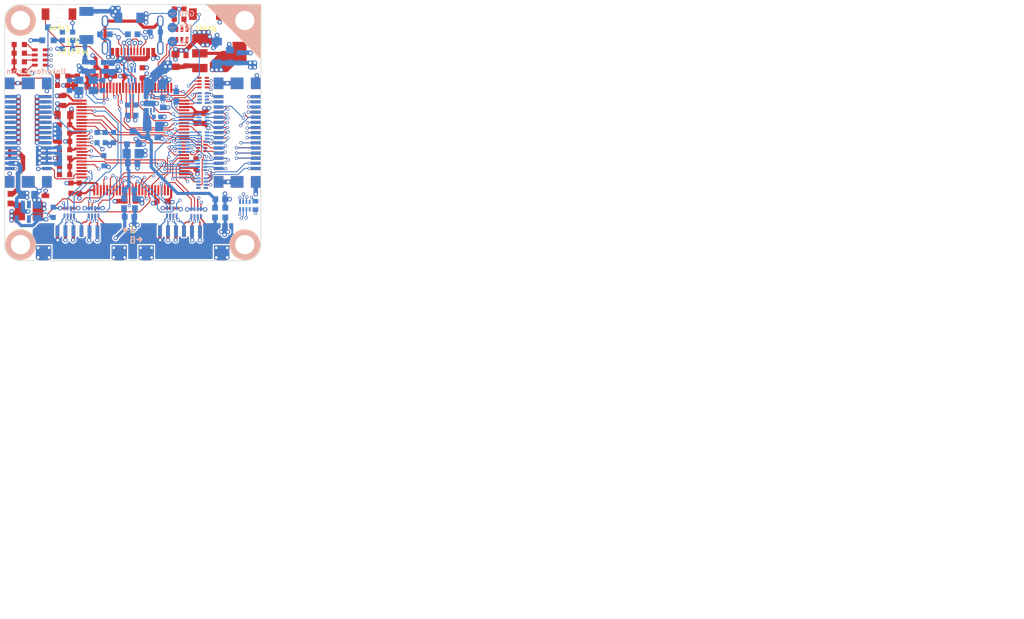
<source format=kicad_pcb>
(kicad_pcb (version 20171130) (host pcbnew 5.1.9-73d0e3b20d~88~ubuntu20.04.1)
  (title_block (date 2020-08-25) (rev 3.1) (company "Tinkerforge GmbH") (comment 1 "Licensed under CERN OHL v.1.1") (comment 2 "Copyright (©) 2020, T.Schneidermann <tim@tinkerforge.com>"))
  (layers (0 Vorderseite signal) (1 GND signal hide) (2 VCC signal hide) (31 Rückseite signal hide) (34 B.Paste user) (35 F.Paste user) (36 B.SilkS user) (37 F.SilkS user) (38 B.Mask user) (39 F.Mask user) (44 Edge.Cuts user))
  (net 0 "")
  (net 1 3V3)
  (net 2 3V3-EN)
  (net 3 GND)
  (net 4 LED1)
  (net 5 LED2)
  (net 6 LED3)
  (net 7 LED4)
  (net 8 SCL-PULLUP)
  (net 9 SDA-PULLUP)
  (net 10 STACK-CURRENT)
  (net 11 STACK-EX-0-GP00)
  (net 12 STACK-EX-0-GP01)
  (net 13 STACK-EX-0-GP02)
  (net 14 STACK-EX-1-GP00)
  (net 15 STACK-EX-1-GP01)
  (net 16 STACK-EX-1-GP02)
  (net 17 STACK-HIGH/JTAG-TMS)
  (net 18 STACK-I2C-SCL/JTAG-TDO)
  (net 19 STACK-I2C-SDA/JTAG-TDI)
  (net 20 STACK-MASTER-DETECT)
  (net 21 STACK-RESET)
  (net 22 STACK-SELECT-00)
  (net 23 STACK-SELECT-01)
  (net 24 STACK-SELECT-02)
  (net 25 STACK-SELECT-03)
  (net 26 STACK-SELECT-04)
  (net 27 STACK-SELECT-05)
  (net 28 STACK-SELECT-06)
  (net 29 STACK-SELECT-07)
  (net 30 STACK-SELECT-EX-00)
  (net 31 STACK-SELECT-EX-01)
  (net 32 STACK-SER-RXD)
  (net 33 STACK-SER-SCK)
  (net 34 STACK-SER-TXD)
  (net 35 STACK-SER2-RTS)
  (net 36 STACK-SER2-RXD)
  (net 37 STACK-SER2-TXD)
  (net 38 STACK-SPI-MISO)
  (net 39 STACK-SPI-MOSI)
  (net 40 STACK-SPI-SCLK)
  (net 41 STACK-SPI-SELECT)
  (net 42 STACK-SYNC/JTAG-TCK)
  (net 43 STACK-VOLTAGE)
  (net 44 USB-DETECT)
  (net 45 VSTACK)
  (net 46 VUSB)
  (net 47 XIN)
  (net 48 XOUT)
  (net 49 "Net-(C10-Pad1)")
  (net 50 "Net-(C11-Pad1)")
  (net 51 "Net-(C27-Pad1)")
  (net 52 "Net-(C36-Pad1)")
  (net 53 "Net-(C37-Pad1)")
  (net 54 "Net-(D1-Pad2)")
  (net 55 "Net-(D2-Pad2)")
  (net 56 "Net-(D3-Pad2)")
  (net 57 "Net-(D4-Pad2)")
  (net 58 "Net-(D5-Pad2)")
  (net 59 "Net-(D6-Pad2)")
  (net 60 "Net-(J1-Pad3)")
  (net 61 "Net-(J1-Pad2)")
  (net 62 "Net-(J6-Pad7)")
  (net 63 "Net-(J8-Pad1)")
  (net 64 "Net-(J8-Pad10)")
  (net 65 "Net-(L1-Pad2)")
  (net 66 "Net-(L1-Pad3)")
  (net 67 "Net-(R3-Pad2)")
  (net 68 "Net-(R4-Pad2)")
  (net 69 "Net-(RP3-Pad5)")
  (net 70 "Net-(RP3-Pad8)")
  (net 71 "Net-(SW2-Pad1)")
  (net 72 "Net-(L1-Pad4)")
  (net 73 "Net-(L1-Pad1)")
  (net 74 "Net-(J1-Pad4)")
  (net 75 "Net-(RP3-Pad2)")
  (net 76 "Net-(RP3-Pad3)")
  (net 77 "Net-(RP3-Pad6)")
  (net 78 "Net-(RP3-Pad7)")
  (net 79 "Net-(RP8-Pad2)")
  (net 80 "Net-(RP8-Pad3)")
  (net 81 "Net-(RP8-Pad6)")
  (net 82 "Net-(RP8-Pad7)")
  (net 83 "Net-(U1-Pad22)")
  (net 84 "Net-(U1-Pad30)")
  (net 85 "Net-(U1-Pad46)")
  (net 86 "Net-(U1-Pad61)")
  (net 87 "Net-(U1-Pad77)")
  (net 88 VCC)
  (net 89 "Net-(C40-Pad1)")
  (net 90 5VBricklet)
  (net 91 3,3VBricklet)
  (net 92 "Net-(CP1-Pad4)")
  (net 93 "Net-(CP1-Pad3)")
  (net 94 "Net-(CP1-Pad2)")
  (net 95 "Net-(CP1-Pad1)")
  (net 96 "Net-(CP2-Pad4)")
  (net 97 "Net-(CP2-Pad3)")
  (net 98 "Net-(CP2-Pad2)")
  (net 99 "Net-(CP2-Pad1)")
  (net 100 "Net-(CP3-Pad4)")
  (net 101 "Net-(CP3-Pad3)")
  (net 102 "Net-(CP3-Pad2)")
  (net 103 "Net-(CP3-Pad1)")
  (net 104 "Net-(CP4-Pad4)")
  (net 105 "Net-(CP4-Pad3)")
  (net 106 "Net-(CP4-Pad2)")
  (net 107 "Net-(CP4-Pad1)")
  (net 108 "Net-(FB4-Pad1)")
  (net 109 "Net-(P1-Pad7)")
  (net 110 "Net-(P2-Pad7)")
  (net 111 "Net-(P3-Pad7)")
  (net 112 "Net-(P4-Pad7)")
  (net 113 "Net-(Q1-PadG)")
  (net 114 Bricklet_Enable)
  (net 115 Port-A-MISO)
  (net 116 Port-A-MOSI)
  (net 117 Port-A-CLK)
  (net 118 Port-A-CS)
  (net 119 Port-B-MISO)
  (net 120 Port-B-MOSI)
  (net 121 Port-B-CLK)
  (net 122 Port-B-CS)
  (net 123 Port-C-MISO)
  (net 124 Port-C-MOSI)
  (net 125 Port-C-CLK)
  (net 126 Port-C-CS)
  (net 127 Port-D-MISO)
  (net 128 Port-D-MOSI)
  (net 129 Port-D-CLK)
  (net 130 Port-D-CS)
  (net 131 "Net-(U1-Pad68)")
  (net 132 "Net-(U1-Pad65)")
  (net 133 "Net-(U1-Pad62)")
  (net 134 "Net-(U13-Pad3)")
  (net 135 "Net-(J1-Pad5)")
  (net 136 "Net-(C41-Pad2)")
  (net 137 "Net-(C43-Pad2)")
  (net 138 "Net-(C47-Pad2)")
  (net 139 GNDD1)
  (net 140 "Net-(J6-Pad6)")
  (net 141 "Net-(J6-Pad8)")
  (net 142 "Net-(J6-Pad10)")
  (net 143 "Net-(J6-Pad12)")
  (net 144 "Net-(J6-Pad14)")
  (net 145 "Net-(J6-Pad16)")
  (net 146 "Net-(J6-Pad18)")
  (net 147 "Net-(J6-Pad20)")
  (net 148 "Net-(J6-Pad22)")
  (net 149 "Net-(J6-Pad24)")
  (net 150 "Net-(J6-Pad26)")
  (net 151 "Net-(J6-Pad28)")
  (net 152 "Net-(J6-Pad30)")
  (net 153 "Net-(RP303-Pad6)")
  (net 154 "Net-(RP303-Pad3)")
  (net 155 "Net-(J6-Pad29)")
  (net 156 "Net-(J6-Pad27)")
  (net 157 "Net-(J6-Pad25)")
  (net 158 "Net-(J6-Pad23)")
  (net 159 "Net-(J6-Pad21)")
  (net 160 "Net-(J6-Pad19)")
  (net 161 "Net-(J6-Pad17)")
  (net 162 "Net-(J6-Pad15)")
  (net 163 "Net-(J6-Pad13)")
  (net 164 "Net-(J6-Pad5)")
  (net 165 "Net-(J6-Pad3)")
  (net 166 "Net-(J6-Pad1)")
  (net 167 "Net-(RP305-Pad8)")
  (net 168 "Net-(RP305-Pad1)")
  (net 169 "Net-(RP306-Pad4)")
  (net 170 "Net-(RP306-Pad5)")
  (net 171 "Net-(RP308-Pad3)")
  (net 172 "Net-(RP308-Pad4)")
  (net 173 "Net-(RP308-Pad5)")
  (net 174 "Net-(RP308-Pad6)")
  (net 175 "Net-(RP304-Pad1)")
  (net 176 "Net-(RP304-Pad8)")
  (net 177 "Net-(RP303-Pad8)")
  (net 178 "Net-(RP303-Pad1)")
  (net 179 "Net-(J6-Pad11)")
  (net 180 "Net-(J6-Pad9)")
  (net 181 "Net-(J6-Pad2)")
  (net 182 "Net-(J6-Pad4)")
  (net 183 "Net-(RP309-Pad8)")
  (net 184 "Net-(RP309-Pad1)")
  (net 185 "Net-(RP310-Pad2)")
  (net 186 "Net-(RP310-Pad3)")
  (net 187 "Net-(RP310-Pad6)")
  (net 188 "Net-(RP310-Pad7)")
  (net 189 "Net-(U1-Pad99)")
  (net 190 "Net-(U1-Pad6)")
  (net 191 "Net-(U1-Pad81)")
  (net 192 PGND)
  (net 193 USB_GND)
  (net 194 "Net-(FB102-Pad1)")
  (net 195 "Net-(J7-Pad6)")
  (module kicad-libraries:R0603F (layer Rückseite) (at 151.8 84.35 270)
    (fp_text reference R7)
    (fp_text value 1k)
    (pad 2 smd rect (at 0.75 0 270) (size 0.9 0.9) (layers Rückseite B.Paste B.Mask) (net 114 Bricklet_Enable))
    (pad 1 smd rect (at -0.75 0 270) (size 0.9 0.9) (layers Rückseite B.Paste B.Mask) (net 1 3V3))
  )
  (module kicad-libraries:C0603F (layer Rückseite) (at 149.7 85.3 270)
    (fp_text reference C14)
    (fp_text value 1uF)
    (pad 2 smd rect (at 0.75 0 270) (size 0.9 0.9) (layers Rückseite B.Paste B.Mask) (net 3 GND))
    (pad 1 smd rect (at -0.75 0 270) (size 0.9 0.9) (layers Rückseite B.Paste B.Mask) (net 45 VSTACK))
  )
  (module BTB08-ACS-TOP (layer Vorderseite) (at 161.299 90.0024 90)
    (fp_text reference J6)
    (fp_text value STACK-UP-HIGH)
    (pad 29 smd rect (at -5.59816 2.89814 270) (size 0.49784 1.4986) (layers Vorderseite F.Paste F.Mask) (net 155 "Net-(J6-Pad29)"))
    (pad 27 smd rect (at -4.79806 2.89814 270) (size 0.49784 1.4986) (layers Vorderseite F.Paste F.Mask) (net 156 "Net-(J6-Pad27)"))
    (pad 25 smd rect (at -3.99796 2.89814 270) (size 0.49784 1.4986) (layers Vorderseite F.Paste F.Mask) (net 157 "Net-(J6-Pad25)"))
    (pad 23 smd rect (at -3.19786 2.89814 270) (size 0.49784 1.4986) (layers Vorderseite F.Paste F.Mask) (net 158 "Net-(J6-Pad23)"))
    (pad 21 smd rect (at -2.39776 2.89814 270) (size 0.49784 1.4986) (layers Vorderseite F.Paste F.Mask) (net 159 "Net-(J6-Pad21)"))
    (pad 19 smd rect (at -1.59766 2.89814 270) (size 0.49784 1.4986) (layers Vorderseite F.Paste F.Mask) (net 160 "Net-(J6-Pad19)"))
    (pad 17 smd rect (at -0.79756 2.89814 270) (size 0.49784 1.4986) (layers Vorderseite F.Paste F.Mask) (net 161 "Net-(J6-Pad17)"))
    (pad 15 smd rect (at 0 2.89814 270) (size 0.49784 1.4986) (layers Vorderseite F.Paste F.Mask) (net 162 "Net-(J6-Pad15)"))
    (pad 13 smd rect (at 0.79756 2.89814 270) (size 0.49784 1.4986) (layers Vorderseite F.Paste F.Mask) (net 163 "Net-(J6-Pad13)"))
    (pad 11 smd rect (at 1.59766 2.89814 270) (size 0.49784 1.4986) (layers Vorderseite F.Paste F.Mask) (net 179 "Net-(J6-Pad11)"))
    (pad 9 smd rect (at 2.39776 2.89814 270) (size 0.49784 1.4986) (layers Vorderseite F.Paste F.Mask) (net 180 "Net-(J6-Pad9)"))
    (pad 7 smd rect (at 3.19786 2.89814 270) (size 0.49784 1.4986) (layers Vorderseite F.Paste F.Mask) (net 62 "Net-(J6-Pad7)"))
    (pad 5 smd rect (at 3.99796 2.89814 270) (size 0.49784 1.4986) (layers Vorderseite F.Paste F.Mask) (net 164 "Net-(J6-Pad5)"))
    (pad 3 smd rect (at 4.79806 2.89814 270) (size 0.49784 1.4986) (layers Vorderseite F.Paste F.Mask) (net 165 "Net-(J6-Pad3)"))
    (pad 1 smd rect (at 5.59816 2.89814 270) (size 0.49784 1.4986) (layers Vorderseite F.Paste F.Mask) (net 166 "Net-(J6-Pad1)"))
    (pad 2 smd rect (at 5.59816 -2.89814 90) (size 0.49784 1.4986) (layers Vorderseite F.Paste F.Mask) (net 181 "Net-(J6-Pad2)"))
    (pad 4 smd rect (at 4.79806 -2.89814 90) (size 0.49784 1.4986) (layers Vorderseite F.Paste F.Mask) (net 182 "Net-(J6-Pad4)"))
    (pad 6 smd rect (at 3.99796 -2.89814 90) (size 0.49784 1.4986) (layers Vorderseite F.Paste F.Mask) (net 140 "Net-(J6-Pad6)"))
    (pad 8 smd rect (at 3.19786 -2.89814 90) (size 0.49784 1.4986) (layers Vorderseite F.Paste F.Mask) (net 141 "Net-(J6-Pad8)"))
    (pad 10 smd rect (at 2.39776 -2.89814 90) (size 0.49784 1.4986) (layers Vorderseite F.Paste F.Mask) (net 142 "Net-(J6-Pad10)"))
    (pad 12 smd rect (at 1.59766 -2.89814 90) (size 0.49784 1.4986) (layers Vorderseite F.Paste F.Mask) (net 143 "Net-(J6-Pad12)"))
    (pad 14 smd rect (at 0.79756 -2.89814 90) (size 0.49784 1.4986) (layers Vorderseite F.Paste F.Mask) (net 144 "Net-(J6-Pad14)"))
    (pad 16 smd rect (at 0 -2.89814 90) (size 0.49784 1.4986) (layers Vorderseite F.Paste F.Mask) (net 145 "Net-(J6-Pad16)"))
    (pad 18 smd rect (at -0.79756 -2.89814 90) (size 0.49784 1.4986) (layers Vorderseite F.Paste F.Mask) (net 146 "Net-(J6-Pad18)"))
    (pad 20 smd rect (at -1.59766 -2.89814 90) (size 0.49784 1.4986) (layers Vorderseite F.Paste F.Mask) (net 147 "Net-(J6-Pad20)"))
    (pad 22 smd rect (at -2.39776 -2.89814 90) (size 0.49784 1.4986) (layers Vorderseite F.Paste F.Mask) (net 148 "Net-(J6-Pad22)"))
    (pad 24 smd rect (at -3.19786 -2.89814 90) (size 0.49784 1.4986) (layers Vorderseite F.Paste F.Mask) (net 149 "Net-(J6-Pad24)"))
    (pad 26 smd rect (at -3.99796 -2.89814 90) (size 0.49784 1.4986) (layers Vorderseite F.Paste F.Mask) (net 150 "Net-(J6-Pad26)"))
    (pad 28 smd rect (at -4.79806 -2.89814 90) (size 0.49784 1.4986) (layers Vorderseite F.Paste F.Mask) (net 151 "Net-(J6-Pad28)"))
    (pad 30 smd rect (at -5.59816 -2.89814 90) (size 0.49784 1.4986) (layers Vorderseite F.Paste F.Mask) (net 152 "Net-(J6-Pad30)"))
    (pad EP smd rect (at 7.69874 -2.90068 90) (size 1.80086 1.50114) (layers Vorderseite F.Paste F.Mask) (net 3 GND))
    (pad EP smd rect (at 7.69874 2.90068 90) (size 1.80086 1.50114) (layers Vorderseite F.Paste F.Mask) (net 3 GND))
    (pad EP smd rect (at -7.69874 2.90068 90) (size 1.80086 1.50114) (layers Vorderseite F.Paste F.Mask) (net 3 GND))
    (pad EP smd rect (at -7.69874 -2.90068 90) (size 1.80086 1.50114) (layers Vorderseite F.Paste F.Mask) (net 3 GND))
    (pad EP smd rect (at 7.69874 0 90) (size 1.80086 1.99898) (layers Vorderseite F.Paste F.Mask) (net 3 GND))
    (pad EP smd rect (at -7.69874 0 90) (size 1.80086 1.99898) (layers Vorderseite F.Paste F.Mask) (net 3 GND))
    (pad "" thru_hole circle (at 7.59968 1.69926 90) (size 0.8001 0.8001) (drill 0.8001) (layers *.Cu *.Mask F.SilkS))
    (pad "" thru_hole circle (at -7.59968 1.69926 90) (size 0.8001 0.8001) (drill 0.8001) (layers *.Cu *.Mask F.SilkS))
  )
  (module kicad-libraries:4X0402 (layer Rückseite) (at 156 90.7 270)
    (fp_text reference RP302)
    (fp_text value 82)
    (pad 1 smd rect (at -0.7493 -0.575 90) (size 0.29972 0.65) (layers Rückseite B.Paste B.Mask) (net 144 "Net-(J6-Pad14)"))
    (pad 2 smd rect (at -0.24892 -0.575 90) (size 0.29972 0.65) (layers Rückseite B.Paste B.Mask) (net 145 "Net-(J6-Pad16)"))
    (pad 3 smd rect (at 0.24892 -0.575 90) (size 0.29972 0.65) (layers Rückseite B.Paste B.Mask) (net 146 "Net-(J6-Pad18)"))
    (pad 4 smd rect (at 0.7493 -0.575 90) (size 0.29972 0.65) (layers Rückseite B.Paste B.Mask) (net 147 "Net-(J6-Pad20)"))
    (pad 5 smd rect (at 0.7493 0.575 270) (size 0.29972 0.65) (layers Rückseite B.Paste B.Mask) (net 29 STACK-SELECT-07))
    (pad 6 smd rect (at 0.24892 0.575 270) (size 0.29972 0.65) (layers Rückseite B.Paste B.Mask) (net 28 STACK-SELECT-06))
    (pad 7 smd rect (at -0.24892 0.575 270) (size 0.29972 0.65) (layers Rückseite B.Paste B.Mask) (net 27 STACK-SELECT-05))
    (pad 8 smd rect (at -0.7493 0.575 270) (size 0.29972 0.65) (layers Rückseite B.Paste B.Mask) (net 26 STACK-SELECT-04))
  )
  (module kicad-libraries:SOT23-5L (layer Rückseite) (at 127.85 102.375 180)
    (fp_text reference U13)
    (fp_text value STMPS2171STR)
    (pad 5 smd rect (at 0.95 -1.15 180) (size 0.6 1.2) (layers Rückseite B.Paste B.Mask) (net 1 3V3))
    (pad 4 smd rect (at -0.95 -1.15 180) (size 0.6 1.2) (layers Rückseite B.Paste B.Mask) (net 2 3V3-EN))
    (pad 1 smd rect (at 0.95 1.15 180) (size 0.6 1.2) (layers Rückseite B.Paste B.Mask) (net 88 VCC))
    (pad 3 smd rect (at -0.95 1.15 180) (size 0.6 1.2) (layers Rückseite B.Paste B.Mask) (net 134 "Net-(U13-Pad3)"))
    (pad 2 smd rect (at 0 1.15 180) (size 0.6 1.2) (layers Rückseite B.Paste B.Mask) (net 3 GND))
  )
  (module kicad-libraries:WSON8-2x2 (layer Rückseite) (at 147.6 85.45 270)
    (fp_text reference U3)
    (fp_text value TPS22975)
    (pad 1 smd rect (at -1.05 0.75 270) (size 0.7 0.25) (layers Rückseite B.Paste B.Mask) (net 45 VSTACK))
    (pad 2 smd rect (at -1.05 0.25 270) (size 0.7 0.25) (layers Rückseite B.Paste B.Mask) (net 45 VSTACK))
    (pad 3 smd rect (at -1.05 -0.25 270) (size 0.7 0.25) (layers Rückseite B.Paste B.Mask) (net 114 Bricklet_Enable))
    (pad 4 smd rect (at -1.05 -0.75 270) (size 0.7 0.25) (layers Rückseite B.Paste B.Mask) (net 45 VSTACK))
    (pad 5 smd rect (at 1.05 -0.75 270) (size 0.7 0.25) (layers Rückseite B.Paste B.Mask) (net 3 GND))
    (pad 6 smd rect (at 1.05 -0.25 270) (size 0.7 0.25) (layers Rückseite B.Paste B.Mask) (net 89 "Net-(C40-Pad1)"))
    (pad 7 smd rect (at 1.05 0.25 270) (size 0.7 0.25) (layers Rückseite B.Paste B.Mask) (net 136 "Net-(C41-Pad2)"))
    (pad 8 smd rect (at 1.05 0.75 270) (size 0.7 0.25) (layers Rückseite B.Paste B.Mask) (net 136 "Net-(C41-Pad2)"))
    (pad EXP smd rect (at 0 0 270) (size 0.9 1.6) (layers Rückseite B.Paste B.Mask) (net 3 GND))
  )
  (module kicad-libraries:4X0402 (layer Vorderseite) (at 154.9 102.5 180)
    (fp_text reference RP9)
    (fp_text value 82)
    (pad 8 smd rect (at -0.7493 -0.575 180) (size 0.29972 0.65) (layers Vorderseite F.Paste F.Mask) (net 112 "Net-(P4-Pad7)"))
    (pad 7 smd rect (at -0.24892 -0.575 180) (size 0.29972 0.65) (layers Vorderseite F.Paste F.Mask) (net 106 "Net-(CP4-Pad2)"))
    (pad 6 smd rect (at 0.24892 -0.575 180) (size 0.29972 0.65) (layers Vorderseite F.Paste F.Mask) (net 105 "Net-(CP4-Pad3)"))
    (pad 5 smd rect (at 0.7493 -0.575 180) (size 0.29972 0.65) (layers Vorderseite F.Paste F.Mask) (net 104 "Net-(CP4-Pad4)"))
    (pad 4 smd rect (at 0.7493 0.575) (size 0.29972 0.65) (layers Vorderseite F.Paste F.Mask) (net 130 Port-D-CS))
    (pad 3 smd rect (at 0.24892 0.575) (size 0.29972 0.65) (layers Vorderseite F.Paste F.Mask) (net 129 Port-D-CLK))
    (pad 2 smd rect (at -0.24892 0.575) (size 0.29972 0.65) (layers Vorderseite F.Paste F.Mask) (net 128 Port-D-MOSI))
    (pad 1 smd rect (at -0.7493 0.575) (size 0.29972 0.65) (layers Vorderseite F.Paste F.Mask) (net 127 Port-D-MISO))
  )
  (module kicad-libraries:4X0402 (layer Vorderseite) (at 138.9 102.4 180)
    (fp_text reference RP7)
    (fp_text value 82)
    (pad 8 smd rect (at -0.7493 -0.575 180) (size 0.29972 0.65) (layers Vorderseite F.Paste F.Mask) (net 111 "Net-(P3-Pad7)"))
    (pad 7 smd rect (at -0.24892 -0.575 180) (size 0.29972 0.65) (layers Vorderseite F.Paste F.Mask) (net 102 "Net-(CP3-Pad2)"))
    (pad 6 smd rect (at 0.24892 -0.575 180) (size 0.29972 0.65) (layers Vorderseite F.Paste F.Mask) (net 101 "Net-(CP3-Pad3)"))
    (pad 5 smd rect (at 0.7493 -0.575 180) (size 0.29972 0.65) (layers Vorderseite F.Paste F.Mask) (net 100 "Net-(CP3-Pad4)"))
    (pad 4 smd rect (at 0.7493 0.575) (size 0.29972 0.65) (layers Vorderseite F.Paste F.Mask) (net 126 Port-C-CS))
    (pad 3 smd rect (at 0.24892 0.575) (size 0.29972 0.65) (layers Vorderseite F.Paste F.Mask) (net 125 Port-C-CLK))
    (pad 2 smd rect (at -0.24892 0.575) (size 0.29972 0.65) (layers Vorderseite F.Paste F.Mask) (net 124 Port-C-MOSI))
    (pad 1 smd rect (at -0.7493 0.575) (size 0.29972 0.65) (layers Vorderseite F.Paste F.Mask) (net 123 Port-C-MISO))
  )
  (module kicad-libraries:4X0402 (layer Rückseite) (at 151.1 102.4)
    (fp_text reference RP6)
    (fp_text value 82)
    (pad 8 smd rect (at -0.7493 0.575) (size 0.29972 0.65) (layers Rückseite B.Paste B.Mask) (net 110 "Net-(P2-Pad7)"))
    (pad 7 smd rect (at -0.24892 0.575) (size 0.29972 0.65) (layers Rückseite B.Paste B.Mask) (net 98 "Net-(CP2-Pad2)"))
    (pad 6 smd rect (at 0.24892 0.575) (size 0.29972 0.65) (layers Rückseite B.Paste B.Mask) (net 97 "Net-(CP2-Pad3)"))
    (pad 5 smd rect (at 0.7493 0.575) (size 0.29972 0.65) (layers Rückseite B.Paste B.Mask) (net 96 "Net-(CP2-Pad4)"))
    (pad 4 smd rect (at 0.7493 -0.575 180) (size 0.29972 0.65) (layers Rückseite B.Paste B.Mask) (net 122 Port-B-CS))
    (pad 3 smd rect (at 0.24892 -0.575 180) (size 0.29972 0.65) (layers Rückseite B.Paste B.Mask) (net 121 Port-B-CLK))
    (pad 2 smd rect (at -0.24892 -0.575 180) (size 0.29972 0.65) (layers Rückseite B.Paste B.Mask) (net 120 Port-B-MOSI))
    (pad 1 smd rect (at -0.7493 -0.575 180) (size 0.29972 0.65) (layers Rückseite B.Paste B.Mask) (net 119 Port-B-MISO))
  )
  (module kicad-libraries:4X0402 (layer Rückseite) (at 135.1 102.4)
    (fp_text reference RP5)
    (fp_text value 82)
    (pad 8 smd rect (at -0.7493 0.575) (size 0.29972 0.65) (layers Rückseite B.Paste B.Mask) (net 109 "Net-(P1-Pad7)"))
    (pad 7 smd rect (at -0.24892 0.575) (size 0.29972 0.65) (layers Rückseite B.Paste B.Mask) (net 94 "Net-(CP1-Pad2)"))
    (pad 6 smd rect (at 0.24892 0.575) (size 0.29972 0.65) (layers Rückseite B.Paste B.Mask) (net 93 "Net-(CP1-Pad3)"))
    (pad 5 smd rect (at 0.7493 0.575) (size 0.29972 0.65) (layers Rückseite B.Paste B.Mask) (net 92 "Net-(CP1-Pad4)"))
    (pad 4 smd rect (at 0.7493 -0.575 180) (size 0.29972 0.65) (layers Rückseite B.Paste B.Mask) (net 118 Port-A-CS))
    (pad 3 smd rect (at 0.24892 -0.575 180) (size 0.29972 0.65) (layers Rückseite B.Paste B.Mask) (net 117 Port-A-CLK))
    (pad 2 smd rect (at -0.24892 -0.575 180) (size 0.29972 0.65) (layers Rückseite B.Paste B.Mask) (net 116 Port-A-MOSI))
    (pad 1 smd rect (at -0.7493 -0.575 180) (size 0.29972 0.65) (layers Rückseite B.Paste B.Mask) (net 115 Port-A-MISO))
  )
  (module kicad-libraries:R0603F (layer Rückseite) (at 145 74.65 180)
    (fp_text reference R5)
    (fp_text value 5k1)
    (pad 2 smd rect (at 0.75 0 180) (size 0.9 0.9) (layers Rückseite B.Paste B.Mask) (net 193 USB_GND))
    (pad 1 smd rect (at -0.75 0 180) (size 0.9 0.9) (layers Rückseite B.Paste B.Mask) (net 74 "Net-(J1-Pad4)"))
  )
  (module kicad-libraries:SOT23GDS (layer Rückseite) (at 131.775 74.575)
    (fp_text reference Q1)
    (fp_text value 2N7002P)
    (pad D smd rect (at 0 -1.016) (size 0.9144 0.9144) (layers Rückseite B.Paste B.Mask) (net 44 USB-DETECT))
    (pad G smd rect (at 0.889 1.016) (size 0.9144 0.9144) (layers Rückseite B.Paste B.Mask) (net 113 "Net-(Q1-PadG)"))
    (pad S smd rect (at -0.889 1.016) (size 0.9144 0.9144) (layers Rückseite B.Paste B.Mask) (net 3 GND))
  )
  (module kicad-libraries:CON-SENSOR2 (layer Vorderseite) (at 153 110)
    (fp_text reference P4)
    (fp_text value "Port D")
    (pad 7 smd rect (at 3.75 -4.6) (size 0.6 1.8) (layers Vorderseite F.Paste F.Mask) (net 112 "Net-(P4-Pad7)"))
    (pad 6 smd rect (at 2.5 -4.6) (size 0.6 1.8) (layers Vorderseite F.Paste F.Mask) (net 106 "Net-(CP4-Pad2)"))
    (pad 5 smd rect (at 1.25 -4.6) (size 0.6 1.8) (layers Vorderseite F.Paste F.Mask) (net 105 "Net-(CP4-Pad3)"))
    (pad 4 smd rect (at 0 -4.6) (size 0.6 1.8) (layers Vorderseite F.Paste F.Mask) (net 104 "Net-(CP4-Pad4)"))
    (pad 3 smd rect (at -1.25 -4.6) (size 0.6 1.8) (layers Vorderseite F.Paste F.Mask) (net 91 3,3VBricklet))
    (pad EP smd rect (at 5.9 -1.2) (size 1.4 2.4) (layers Vorderseite F.Paste F.Mask) (net 139 GNDD1))
    (pad EP smd rect (at -5.9 -1.2) (size 1.4 2.4) (layers Vorderseite F.Paste F.Mask) (net 139 GNDD1))
    (pad 2 smd rect (at -2.5 -4.6) (size 0.6 1.8) (layers Vorderseite F.Paste F.Mask) (net 139 GNDD1))
    (pad 1 smd rect (at -3.75 -4.6) (size 0.6 1.8) (layers Vorderseite F.Paste F.Mask) (net 90 5VBricklet))
  )
  (module kicad-libraries:CON-SENSOR2 (layer Vorderseite) (at 137 110)
    (fp_text reference P3)
    (fp_text value "Port C")
    (pad 7 smd rect (at 3.75 -4.6) (size 0.6 1.8) (layers Vorderseite F.Paste F.Mask) (net 111 "Net-(P3-Pad7)"))
    (pad 6 smd rect (at 2.5 -4.6) (size 0.6 1.8) (layers Vorderseite F.Paste F.Mask) (net 102 "Net-(CP3-Pad2)"))
    (pad 5 smd rect (at 1.25 -4.6) (size 0.6 1.8) (layers Vorderseite F.Paste F.Mask) (net 101 "Net-(CP3-Pad3)"))
    (pad 4 smd rect (at 0 -4.6) (size 0.6 1.8) (layers Vorderseite F.Paste F.Mask) (net 100 "Net-(CP3-Pad4)"))
    (pad 3 smd rect (at -1.25 -4.6) (size 0.6 1.8) (layers Vorderseite F.Paste F.Mask) (net 91 3,3VBricklet))
    (pad EP smd rect (at 5.9 -1.2) (size 1.4 2.4) (layers Vorderseite F.Paste F.Mask) (net 139 GNDD1))
    (pad EP smd rect (at -5.9 -1.2) (size 1.4 2.4) (layers Vorderseite F.Paste F.Mask) (net 139 GNDD1))
    (pad 2 smd rect (at -2.5 -4.6) (size 0.6 1.8) (layers Vorderseite F.Paste F.Mask) (net 139 GNDD1))
    (pad 1 smd rect (at -3.75 -4.6) (size 0.6 1.8) (layers Vorderseite F.Paste F.Mask) (net 90 5VBricklet))
  )
  (module kicad-libraries:CON-SENSOR2 (layer Rückseite) (at 153 110 180)
    (fp_text reference P2)
    (fp_text value "Port B")
    (pad 7 smd rect (at 3.75 4.6 180) (size 0.6 1.8) (layers Rückseite B.Paste B.Mask) (net 110 "Net-(P2-Pad7)"))
    (pad 6 smd rect (at 2.5 4.6 180) (size 0.6 1.8) (layers Rückseite B.Paste B.Mask) (net 98 "Net-(CP2-Pad2)"))
    (pad 5 smd rect (at 1.25 4.6 180) (size 0.6 1.8) (layers Rückseite B.Paste B.Mask) (net 97 "Net-(CP2-Pad3)"))
    (pad 4 smd rect (at 0 4.6 180) (size 0.6 1.8) (layers Rückseite B.Paste B.Mask) (net 96 "Net-(CP2-Pad4)"))
    (pad 3 smd rect (at -1.25 4.6 180) (size 0.6 1.8) (layers Rückseite B.Paste B.Mask) (net 91 3,3VBricklet))
    (pad EP smd rect (at 5.9 1.2 180) (size 1.4 2.4) (layers Rückseite B.Paste B.Mask) (net 139 GNDD1))
    (pad EP smd rect (at -5.9 1.2 180) (size 1.4 2.4) (layers Rückseite B.Paste B.Mask) (net 139 GNDD1))
    (pad 2 smd rect (at -2.5 4.6 180) (size 0.6 1.8) (layers Rückseite B.Paste B.Mask) (net 139 GNDD1))
    (pad 1 smd rect (at -3.75 4.6 180) (size 0.6 1.8) (layers Rückseite B.Paste B.Mask) (net 90 5VBricklet))
  )
  (module kicad-libraries:CON-SENSOR2 (layer Rückseite) (at 137 110 180)
    (fp_text reference P1)
    (fp_text value "Port A")
    (pad 7 smd rect (at 3.75 4.6 180) (size 0.6 1.8) (layers Rückseite B.Paste B.Mask) (net 109 "Net-(P1-Pad7)"))
    (pad 6 smd rect (at 2.5 4.6 180) (size 0.6 1.8) (layers Rückseite B.Paste B.Mask) (net 94 "Net-(CP1-Pad2)"))
    (pad 5 smd rect (at 1.25 4.6 180) (size 0.6 1.8) (layers Rückseite B.Paste B.Mask) (net 93 "Net-(CP1-Pad3)"))
    (pad 4 smd rect (at 0 4.6 180) (size 0.6 1.8) (layers Rückseite B.Paste B.Mask) (net 92 "Net-(CP1-Pad4)"))
    (pad 3 smd rect (at -1.25 4.6 180) (size 0.6 1.8) (layers Rückseite B.Paste B.Mask) (net 91 3,3VBricklet))
    (pad EP smd rect (at 5.9 1.2 180) (size 1.4 2.4) (layers Rückseite B.Paste B.Mask) (net 139 GNDD1))
    (pad EP smd rect (at -5.9 1.2 180) (size 1.4 2.4) (layers Rückseite B.Paste B.Mask) (net 139 GNDD1))
    (pad 2 smd rect (at -2.5 4.6 180) (size 0.6 1.8) (layers Rückseite B.Paste B.Mask) (net 139 GNDD1))
    (pad 1 smd rect (at -3.75 4.6 180) (size 0.6 1.8) (layers Rückseite B.Paste B.Mask) (net 90 5VBricklet))
  )
  (module kicad-libraries:4X0402 (layer Rückseite) (at 154.9 102.5 180)
    (fp_text reference CP4)
    (fp_text value 220pF)
    (pad 8 smd rect (at -0.7493 0.575 180) (size 0.29972 0.65) (layers Rückseite B.Paste B.Mask) (net 3 GND))
    (pad 7 smd rect (at -0.24892 0.575 180) (size 0.29972 0.65) (layers Rückseite B.Paste B.Mask) (net 3 GND))
    (pad 6 smd rect (at 0.24892 0.575 180) (size 0.29972 0.65) (layers Rückseite B.Paste B.Mask) (net 3 GND))
    (pad 5 smd rect (at 0.7493 0.575 180) (size 0.29972 0.65) (layers Rückseite B.Paste B.Mask) (net 3 GND))
    (pad 4 smd rect (at 0.7493 -0.575) (size 0.29972 0.65) (layers Rückseite B.Paste B.Mask) (net 104 "Net-(CP4-Pad4)"))
    (pad 3 smd rect (at 0.24892 -0.575) (size 0.29972 0.65) (layers Rückseite B.Paste B.Mask) (net 105 "Net-(CP4-Pad3)"))
    (pad 2 smd rect (at -0.24892 -0.575) (size 0.29972 0.65) (layers Rückseite B.Paste B.Mask) (net 106 "Net-(CP4-Pad2)"))
    (pad 1 smd rect (at -0.7493 -0.575) (size 0.29972 0.65) (layers Rückseite B.Paste B.Mask) (net 107 "Net-(CP4-Pad1)"))
  )
  (module kicad-libraries:4X0402 (layer Rückseite) (at 138.9 102.4 180)
    (fp_text reference CP3)
    (fp_text value 220pF)
    (pad 8 smd rect (at -0.7493 0.575 180) (size 0.29972 0.65) (layers Rückseite B.Paste B.Mask) (net 3 GND))
    (pad 7 smd rect (at -0.24892 0.575 180) (size 0.29972 0.65) (layers Rückseite B.Paste B.Mask) (net 3 GND))
    (pad 6 smd rect (at 0.24892 0.575 180) (size 0.29972 0.65) (layers Rückseite B.Paste B.Mask) (net 3 GND))
    (pad 5 smd rect (at 0.7493 0.575 180) (size 0.29972 0.65) (layers Rückseite B.Paste B.Mask) (net 3 GND))
    (pad 4 smd rect (at 0.7493 -0.575) (size 0.29972 0.65) (layers Rückseite B.Paste B.Mask) (net 100 "Net-(CP3-Pad4)"))
    (pad 3 smd rect (at 0.24892 -0.575) (size 0.29972 0.65) (layers Rückseite B.Paste B.Mask) (net 101 "Net-(CP3-Pad3)"))
    (pad 2 smd rect (at -0.24892 -0.575) (size 0.29972 0.65) (layers Rückseite B.Paste B.Mask) (net 102 "Net-(CP3-Pad2)"))
    (pad 1 smd rect (at -0.7493 -0.575) (size 0.29972 0.65) (layers Rückseite B.Paste B.Mask) (net 103 "Net-(CP3-Pad1)"))
  )
  (module kicad-libraries:4X0402 (layer Vorderseite) (at 151.1 102.4)
    (fp_text reference CP2)
    (fp_text value 220pF)
    (pad 8 smd rect (at -0.7493 -0.575) (size 0.29972 0.65) (layers Vorderseite F.Paste F.Mask) (net 3 GND))
    (pad 7 smd rect (at -0.24892 -0.575) (size 0.29972 0.65) (layers Vorderseite F.Paste F.Mask) (net 3 GND))
    (pad 6 smd rect (at 0.24892 -0.575) (size 0.29972 0.65) (layers Vorderseite F.Paste F.Mask) (net 3 GND))
    (pad 5 smd rect (at 0.7493 -0.575) (size 0.29972 0.65) (layers Vorderseite F.Paste F.Mask) (net 3 GND))
    (pad 4 smd rect (at 0.7493 0.575 180) (size 0.29972 0.65) (layers Vorderseite F.Paste F.Mask) (net 96 "Net-(CP2-Pad4)"))
    (pad 3 smd rect (at 0.24892 0.575 180) (size 0.29972 0.65) (layers Vorderseite F.Paste F.Mask) (net 97 "Net-(CP2-Pad3)"))
    (pad 2 smd rect (at -0.24892 0.575 180) (size 0.29972 0.65) (layers Vorderseite F.Paste F.Mask) (net 98 "Net-(CP2-Pad2)"))
    (pad 1 smd rect (at -0.7493 0.575 180) (size 0.29972 0.65) (layers Vorderseite F.Paste F.Mask) (net 99 "Net-(CP2-Pad1)"))
  )
  (module kicad-libraries:4X0402 (layer Vorderseite) (at 135.1 102.4)
    (fp_text reference CP1)
    (fp_text value 220pF)
    (pad 8 smd rect (at -0.7493 -0.575) (size 0.29972 0.65) (layers Vorderseite F.Paste F.Mask) (net 3 GND))
    (pad 7 smd rect (at -0.24892 -0.575) (size 0.29972 0.65) (layers Vorderseite F.Paste F.Mask) (net 3 GND))
    (pad 6 smd rect (at 0.24892 -0.575) (size 0.29972 0.65) (layers Vorderseite F.Paste F.Mask) (net 3 GND))
    (pad 5 smd rect (at 0.7493 -0.575) (size 0.29972 0.65) (layers Vorderseite F.Paste F.Mask) (net 3 GND))
    (pad 4 smd rect (at 0.7493 0.575 180) (size 0.29972 0.65) (layers Vorderseite F.Paste F.Mask) (net 92 "Net-(CP1-Pad4)"))
    (pad 3 smd rect (at 0.24892 0.575 180) (size 0.29972 0.65) (layers Vorderseite F.Paste F.Mask) (net 93 "Net-(CP1-Pad3)"))
    (pad 2 smd rect (at -0.24892 0.575 180) (size 0.29972 0.65) (layers Vorderseite F.Paste F.Mask) (net 94 "Net-(CP1-Pad2)"))
    (pad 1 smd rect (at -0.7493 0.575 180) (size 0.29972 0.65) (layers Vorderseite F.Paste F.Mask) (net 95 "Net-(CP1-Pad1)"))
  )
  (module kicad-libraries:C0603F (layer Rückseite) (at 145 94.8 180)
    (fp_text reference C44)
    (fp_text value 100nF)
    (pad 2 smd rect (at 0.75 0 180) (size 0.9 0.9) (layers Rückseite B.Paste B.Mask) (net 137 "Net-(C43-Pad2)"))
    (pad 1 smd rect (at -0.75 0 180) (size 0.9 0.9) (layers Rückseite B.Paste B.Mask) (net 3 GND))
  )
  (module kicad-libraries:C0603F (layer Rückseite) (at 148.1 90.75 180)
    (fp_text reference C42)
    (fp_text value 100nF)
    (pad 2 smd rect (at 0.75 0 180) (size 0.9 0.9) (layers Rückseite B.Paste B.Mask) (net 136 "Net-(C41-Pad2)"))
    (pad 1 smd rect (at -0.75 0 180) (size 0.9 0.9) (layers Rückseite B.Paste B.Mask) (net 3 GND))
  )
  (module kicad-libraries:C0402F (layer Rückseite) (at 148.8 87.55)
    (fp_text reference C40)
    (fp_text value DNP)
    (pad 1 smd rect (at -0.5 0) (size 0.6 0.7) (layers Rückseite B.Paste B.Mask) (net 89 "Net-(C40-Pad1)"))
    (pad 2 smd rect (at 0.5 0) (size 0.6 0.7) (layers Rückseite B.Paste B.Mask) (net 3 GND))
  )
  (module kicad-libraries:SOT-223 (layer Vorderseite) (at 158.575 77.625 270)
    (fp_text reference U12)
    (fp_text value LD1117)
    (pad 1 smd rect (at -2.30124 3.0988 270) (size 1.30048 2.4003) (layers Vorderseite F.Paste F.Mask) (net 3 GND))
    (pad 2 smd rect (at 0 3.0988 270) (size 1.30048 2.4003) (layers Vorderseite F.Paste F.Mask) (net 1 3V3))
    (pad 3 smd rect (at 2.30124 3.0988 270) (size 1.30048 2.4003) (layers Vorderseite F.Paste F.Mask) (net 45 VSTACK))
    (pad 2 smd rect (at 0 -3.0988 270) (size 3.59918 2.19964) (layers Vorderseite F.Paste F.Mask) (net 1 3V3))
  )
  (module kicad-libraries:SOD-123 (layer Vorderseite) (at 129.525 99.875 180)
    (fp_text reference D14)
    (fp_text value B0520LW)
    (pad 1 smd rect (at -1.84912 0 180) (size 1.19888 0.70104) (layers Vorderseite F.Paste F.Mask) (net 1 3V3) (clearance 0.14986))
    (pad 2 smd rect (at 1.84912 0 180) (size 1.19888 0.70104) (layers Vorderseite F.Paste F.Mask) (net 88 VCC) (clearance 0.14986))
  )
  (module kicad-libraries:MiniMelf (layer Rückseite) (at 158.125 77.475 90)
    (fp_text reference D13)
    (fp_text value Z3.3V)
    (pad 2 smd rect (at -1.69926 0 90) (size 1.19888 1.6002) (layers Rückseite B.Paste B.Mask) (net 1 3V3))
    (pad 1 smd rect (at 1.69926 0 90) (size 1.19888 1.6002) (layers Rückseite B.Paste B.Mask) (net 3 GND))
  )
  (module kicad-libraries:MiniMelf (layer Rückseite) (at 144.475 72.075)
    (fp_text reference D12)
    (fp_text value Z5V)
    (pad 2 smd rect (at -1.69926 0) (size 1.19888 1.6002) (layers Rückseite B.Paste B.Mask) (net 45 VSTACK))
    (pad 1 smd rect (at 1.69926 0) (size 1.19888 1.6002) (layers Rückseite B.Paste B.Mask) (net 3 GND))
  )
  (module C0603 (layer Rückseite) (at 142.025 90.775 270)
    (fp_text reference C10)
    (fp_text value DNP)
    (pad 2 smd rect (at 0.8001 0 270) (size 0.8001 0.8001) (layers Rückseite B.Paste B.Mask) (net 3 GND))
    (pad 1 smd rect (at -0.8001 0 270) (size 0.8001 0.8001) (layers Rückseite B.Paste B.Mask) (net 49 "Net-(C10-Pad1)"))
  )
  (module C0603 (layer Vorderseite) (at 134.375 95.275 180)
    (fp_text reference C11)
    (fp_text value DNP)
    (pad 2 smd rect (at 0.8001 0 180) (size 0.8001 0.8001) (layers Vorderseite F.Paste F.Mask) (net 3 GND))
    (pad 1 smd rect (at -0.8001 0 180) (size 0.8001 0.8001) (layers Vorderseite F.Paste F.Mask) (net 50 "Net-(C11-Pad1)"))
  )
  (module C0603 (layer Rückseite) (at 140.325 82.625 90)
    (fp_text reference C12)
    (fp_text value DNP)
    (pad 1 smd rect (at -0.8001 0 90) (size 0.8001 0.8001) (layers Rückseite B.Paste B.Mask) (net 48 XOUT))
    (pad 2 smd rect (at 0.8001 0 90) (size 0.8001 0.8001) (layers Rückseite B.Paste B.Mask) (net 3 GND))
  )
  (module C0603 (layer Rückseite) (at 135.125 82.625 270)
    (fp_text reference C13)
    (fp_text value DNP)
    (pad 2 smd rect (at 0.8001 0 270) (size 0.8001 0.8001) (layers Rückseite B.Paste B.Mask) (net 3 GND))
    (pad 1 smd rect (at -0.8001 0 270) (size 0.8001 0.8001) (layers Rückseite B.Paste B.Mask) (net 47 XIN))
  )
  (module C0805 (layer Vorderseite) (at 134.275 87.275 180)
    (fp_text reference C15)
    (fp_text value 10µF/10V)
    (pad 2 smd rect (at 1.00076 0 180) (size 1.00076 1.24968) (layers Vorderseite F.Paste F.Mask) (net 3 GND) (clearance 0.14986))
    (pad 1 smd rect (at -1.00076 0 180) (size 1.00076 1.24968) (layers Vorderseite F.Paste F.Mask) (net 1 3V3) (clearance 0.14986))
  )
  (module C0603 (layer Vorderseite) (at 134.375 88.775 180)
    (fp_text reference C16)
    (fp_text value 100nF)
    (pad 1 smd rect (at -0.8001 0 180) (size 0.8001 0.8001) (layers Vorderseite F.Paste F.Mask) (net 1 3V3))
    (pad 2 smd rect (at 0.8001 0 180) (size 0.8001 0.8001) (layers Vorderseite F.Paste F.Mask) (net 3 GND))
  )
  (module 3528-21 (layer Vorderseite) (at 128.8 102.3)
    (fp_text reference C17)
    (fp_text value 100µF)
    (pad 1 smd rect (at -1.40048 0) (size 1.59954 2.79908) (layers Vorderseite F.Paste F.Mask) (net 45 VSTACK) (clearance 0.14986))
    (pad 2 smd rect (at 1.40048 0) (size 1.59954 2.79908) (layers Vorderseite F.Paste F.Mask) (net 3 GND) (clearance 0.14986))
  )
  (module C0603 (layer Vorderseite) (at 156.175 87.775 90)
    (fp_text reference C18)
    (fp_text value 4.7µF)
    (pad 2 smd rect (at 0.8001 0 90) (size 0.8001 0.8001) (layers Vorderseite F.Paste F.Mask) (net 3 GND))
    (pad 1 smd rect (at -0.8001 0 90) (size 0.8001 0.8001) (layers Vorderseite F.Paste F.Mask) (net 1 3V3))
  )
  (module C0603 (layer Vorderseite) (at 135.375 98.675 270)
    (fp_text reference C19)
    (fp_text value 4.7µF)
    (pad 1 smd rect (at -0.8001 0 270) (size 0.8001 0.8001) (layers Vorderseite F.Paste F.Mask) (net 1 3V3))
    (pad 2 smd rect (at 0.8001 0 270) (size 0.8001 0.8001) (layers Vorderseite F.Paste F.Mask) (net 3 GND))
  )
  (module C0603 (layer Vorderseite) (at 136.675 98.675 270)
    (fp_text reference C20)
    (fp_text value 100nF)
    (pad 1 smd rect (at -0.8001 0 270) (size 0.8001 0.8001) (layers Vorderseite F.Paste F.Mask) (net 1 3V3))
    (pad 2 smd rect (at 0.8001 0 270) (size 0.8001 0.8001) (layers Vorderseite F.Paste F.Mask) (net 3 GND))
  )
  (module C0805 (layer Vorderseite) (at 151.675 78.725 90)
    (fp_text reference C21)
    (fp_text value 10µF/10V)
    (pad 2 smd rect (at 1.00076 0 90) (size 1.00076 1.24968) (layers Vorderseite F.Paste F.Mask) (net 3 GND) (clearance 0.14986))
    (pad 1 smd rect (at -1.00076 0 90) (size 1.00076 1.24968) (layers Vorderseite F.Paste F.Mask) (net 45 VSTACK) (clearance 0.14986))
  )
  (module C0603 (layer Vorderseite) (at 149.6 100.7 180)
    (fp_text reference C22)
    (fp_text value 100nF)
    (pad 2 smd rect (at 0.8001 0 180) (size 0.8001 0.8001) (layers Vorderseite F.Paste F.Mask) (net 3 GND))
    (pad 1 smd rect (at -0.8001 0 180) (size 0.8001 0.8001) (layers Vorderseite F.Paste F.Mask) (net 1 3V3))
  )
  (module C0603 (layer Vorderseite) (at 153.325 78.775 90)
    (fp_text reference C23)
    (fp_text value 100nF)
    (pad 2 smd rect (at 0.8001 0 90) (size 0.8001 0.8001) (layers Vorderseite F.Paste F.Mask) (net 3 GND))
    (pad 1 smd rect (at -0.8001 0 90) (size 0.8001 0.8001) (layers Vorderseite F.Paste F.Mask) (net 45 VSTACK))
  )
  (module C0603 (layer Vorderseite) (at 154.875 87.775 90)
    (fp_text reference C24)
    (fp_text value 100nF)
    (pad 1 smd rect (at -0.8001 0 90) (size 0.8001 0.8001) (layers Vorderseite F.Paste F.Mask) (net 1 3V3))
    (pad 2 smd rect (at 0.8001 0 90) (size 0.8001 0.8001) (layers Vorderseite F.Paste F.Mask) (net 3 GND))
  )
  (module C0603 (layer Vorderseite) (at 142.975 81.175 180)
    (fp_text reference C25)
    (fp_text value 100nF)
    (pad 2 smd rect (at 0.8001 0 180) (size 0.8001 0.8001) (layers Vorderseite F.Paste F.Mask) (net 3 GND))
    (pad 1 smd rect (at -0.8001 0 180) (size 0.8001 0.8001) (layers Vorderseite F.Paste F.Mask) (net 1 3V3))
  )
  (module C0603 (layer Vorderseite) (at 140.075 79.875)
    (fp_text reference C26)
    (fp_text value 100nF)
    (pad 1 smd rect (at -0.8001 0) (size 0.8001 0.8001) (layers Vorderseite F.Paste F.Mask) (net 1 3V3))
    (pad 2 smd rect (at 0.8001 0) (size 0.8001 0.8001) (layers Vorderseite F.Paste F.Mask) (net 3 GND))
  )
  (module C0603 (layer Vorderseite) (at 134.375 91.375 180)
    (fp_text reference C27)
    (fp_text value 2.2µF)
    (pad 2 smd rect (at 0.8001 0 180) (size 0.8001 0.8001) (layers Vorderseite F.Paste F.Mask) (net 3 GND))
    (pad 1 smd rect (at -0.8001 0 180) (size 0.8001 0.8001) (layers Vorderseite F.Paste F.Mask) (net 51 "Net-(C27-Pad1)"))
  )
  (module C0603 (layer Vorderseite) (at 134.375 90.075 180)
    (fp_text reference C28)
    (fp_text value 100nF)
    (pad 1 smd rect (at -0.8001 0 180) (size 0.8001 0.8001) (layers Vorderseite F.Paste F.Mask) (net 51 "Net-(C27-Pad1)"))
    (pad 2 smd rect (at 0.8001 0 180) (size 0.8001 0.8001) (layers Vorderseite F.Paste F.Mask) (net 3 GND))
  )
  (module C0805 (layer Rückseite) (at 160.175 78.125 90)
    (fp_text reference C29)
    (fp_text value 10µF/10V)
    (pad 2 smd rect (at 1.00076 0 90) (size 1.00076 1.24968) (layers Rückseite B.Paste B.Mask) (net 3 GND) (clearance 0.14986))
    (pad 1 smd rect (at -1.00076 0 90) (size 1.00076 1.24968) (layers Rückseite B.Paste B.Mask) (net 1 3V3) (clearance 0.14986))
  )
  (module C0603 (layer Vorderseite) (at 134.375 92.675 180)
    (fp_text reference C30)
    (fp_text value 100nF)
    (pad 1 smd rect (at -0.8001 0 180) (size 0.8001 0.8001) (layers Vorderseite F.Paste F.Mask) (net 51 "Net-(C27-Pad1)"))
    (pad 2 smd rect (at 0.8001 0 180) (size 0.8001 0.8001) (layers Vorderseite F.Paste F.Mask) (net 3 GND))
  )
  (module C0603 (layer Rückseite) (at 161.625 78.325 90)
    (fp_text reference C31)
    (fp_text value 100nF)
    (pad 2 smd rect (at 0.8001 0 90) (size 0.8001 0.8001) (layers Rückseite B.Paste B.Mask) (net 3 GND))
    (pad 1 smd rect (at -0.8001 0 90) (size 0.8001 0.8001) (layers Rückseite B.Paste B.Mask) (net 1 3V3))
  )
  (module C0603 (layer Vorderseite) (at 144.6069 100.7)
    (fp_text reference C32)
    (fp_text value 100nF)
    (pad 2 smd rect (at 0.8001 0) (size 0.8001 0.8001) (layers Vorderseite F.Paste F.Mask) (net 3 GND))
    (pad 1 smd rect (at -0.8001 0) (size 0.8001 0.8001) (layers Vorderseite F.Paste F.Mask) (net 51 "Net-(C27-Pad1)"))
  )
  (module C0603 (layer Vorderseite) (at 154.875 94.875 270)
    (fp_text reference C33)
    (fp_text value 100nF)
    (pad 1 smd rect (at -0.8001 0 270) (size 0.8001 0.8001) (layers Vorderseite F.Paste F.Mask) (net 51 "Net-(C27-Pad1)"))
    (pad 2 smd rect (at 0.8001 0 270) (size 0.8001 0.8001) (layers Vorderseite F.Paste F.Mask) (net 3 GND))
  )
  (module C0603 (layer Vorderseite) (at 146.475 80.675 90)
    (fp_text reference C34)
    (fp_text value 100nF)
    (pad 1 smd rect (at -0.8001 0 90) (size 0.8001 0.8001) (layers Vorderseite F.Paste F.Mask) (net 51 "Net-(C27-Pad1)"))
    (pad 2 smd rect (at 0.8001 0 90) (size 0.8001 0.8001) (layers Vorderseite F.Paste F.Mask) (net 3 GND))
  )
  (module C0805 (layer Rückseite) (at 130.125 102.37424 90)
    (fp_text reference C35)
    (fp_text value 10µF/10V)
    (pad 1 smd rect (at -1.00076 0 90) (size 1.00076 1.24968) (layers Rückseite B.Paste B.Mask) (net 1 3V3) (clearance 0.14986))
    (pad 2 smd rect (at 1.00076 0 90) (size 1.00076 1.24968) (layers Rückseite B.Paste B.Mask) (net 3 GND) (clearance 0.14986))
  )
  (module C0603 (layer Vorderseite) (at 134.075 81.175 180)
    (fp_text reference C36)
    (fp_text value 4.7µF)
    (pad 2 smd rect (at 0.8001 0 180) (size 0.8001 0.8001) (layers Vorderseite F.Paste F.Mask) (net 3 GND))
    (pad 1 smd rect (at -0.8001 0 180) (size 0.8001 0.8001) (layers Vorderseite F.Paste F.Mask) (net 52 "Net-(C36-Pad1)"))
  )
  (module C0603 (layer Vorderseite) (at 140.075 81.175)
    (fp_text reference C37)
    (fp_text value 100nF)
    (pad 1 smd rect (at -0.8001 0) (size 0.8001 0.8001) (layers Vorderseite F.Paste F.Mask) (net 53 "Net-(C37-Pad1)"))
    (pad 2 smd rect (at 0.8001 0) (size 0.8001 0.8001) (layers Vorderseite F.Paste F.Mask) (net 3 GND))
  )
  (module C0603 (layer Vorderseite) (at 134.275 84.975 270)
    (fp_text reference C38)
    (fp_text value 100nF)
    (pad 2 smd rect (at 0.8001 0 270) (size 0.8001 0.8001) (layers Vorderseite F.Paste F.Mask) (net 3 GND))
    (pad 1 smd rect (at -0.8001 0 270) (size 0.8001 0.8001) (layers Vorderseite F.Paste F.Mask) (net 1 3V3))
  )
  (module C0805 (layer Rückseite) (at 128.675 99.725)
    (fp_text reference C39)
    (fp_text value 10µF/10V)
    (pad 1 smd rect (at -1.00076 0) (size 1.00076 1.24968) (layers Rückseite B.Paste B.Mask) (net 88 VCC) (clearance 0.14986))
    (pad 2 smd rect (at 1.00076 0) (size 1.00076 1.24968) (layers Rückseite B.Paste B.Mask) (net 3 GND) (clearance 0.14986))
  )
  (module D0603 (layer Vorderseite) (at 153.001 71.5011 270)
    (fp_text reference D1)
    (fp_text value blue)
    (pad 1 smd rect (at -0.8001 0 270) (size 0.8001 0.8001) (layers Vorderseite F.Paste F.Mask) (net 1 3V3))
    (pad 2 smd rect (at 0.8001 0 270) (size 0.8001 0.8001) (layers Vorderseite F.Paste F.Mask) (net 54 "Net-(D1-Pad2)"))
  )
  (module D0603 (layer Vorderseite) (at 151.5 71.5011 270)
    (fp_text reference D2)
    (fp_text value red)
    (pad 2 smd rect (at 0.8001 0 270) (size 0.8001 0.8001) (layers Vorderseite F.Paste F.Mask) (net 55 "Net-(D2-Pad2)"))
    (pad 1 smd rect (at -0.8001 0 270) (size 0.8001 0.8001) (layers Vorderseite F.Paste F.Mask) (net 1 3V3))
  )
  (module D0603 (layer Vorderseite) (at 127.301 80.3504)
    (fp_text reference D3)
    (fp_text value blue)
    (pad 1 smd rect (at -0.8001 0) (size 0.8001 0.8001) (layers Vorderseite F.Paste F.Mask) (net 1 3V3))
    (pad 2 smd rect (at 0.8001 0) (size 0.8001 0.8001) (layers Vorderseite F.Paste F.Mask) (net 56 "Net-(D3-Pad2)"))
  )
  (module D0603 (layer Vorderseite) (at 127.301 78.9509)
    (fp_text reference D4)
    (fp_text value blue)
    (pad 2 smd rect (at 0.8001 0) (size 0.8001 0.8001) (layers Vorderseite F.Paste F.Mask) (net 57 "Net-(D4-Pad2)"))
    (pad 1 smd rect (at -0.8001 0) (size 0.8001 0.8001) (layers Vorderseite F.Paste F.Mask) (net 1 3V3))
  )
  (module D0603 (layer Vorderseite) (at 127.301 77.6021)
    (fp_text reference D5)
    (fp_text value blue)
    (pad 1 smd rect (at -0.8001 0) (size 0.8001 0.8001) (layers Vorderseite F.Paste F.Mask) (net 1 3V3))
    (pad 2 smd rect (at 0.8001 0) (size 0.8001 0.8001) (layers Vorderseite F.Paste F.Mask) (net 58 "Net-(D5-Pad2)"))
  )
  (module D0603 (layer Vorderseite) (at 127.301 76.2509)
    (fp_text reference D6)
    (fp_text value blue)
    (pad 2 smd rect (at 0.8001 0) (size 0.8001 0.8001) (layers Vorderseite F.Paste F.Mask) (net 59 "Net-(D6-Pad2)"))
    (pad 1 smd rect (at -0.8001 0) (size 0.8001 0.8001) (layers Vorderseite F.Paste F.Mask) (net 1 3V3))
  )
  (module SOD-128 (layer Rückseite) (at 137.775 73.275 270)
    (fp_text reference D11)
    (fp_text value PMEG4050)
    (pad 2 smd rect (at -2.19964 0 270) (size 1.39954 2.19964) (layers Rückseite B.Paste B.Mask) (net 45 VSTACK))
    (pad 1 smd rect (at 2.19964 0 270) (size 1.39954 2.19964) (layers Rückseite B.Paste B.Mask) (net 46 VUSB))
  )
  (module C0603 (layer Rückseite) (at 133.55 91.5499 90)
    (fp_text reference FB3)
    (fp_text value FB)
    (pad 1 smd rect (at -0.8001 0 90) (size 0.8001 0.8001) (layers Rückseite B.Paste B.Mask) (net 192 PGND))
    (pad 2 smd rect (at 0.8001 0 90) (size 0.8001 0.8001) (layers Rückseite B.Paste B.Mask) (net 3 GND))
  )
  (module DRILL_NP (layer Vorderseite) (at 127.5 72.5 90)
    (fp_text reference J2 hide)
    (fp_text value DRILL hide)
    (pad "" np_thru_hole circle (at 0 0 90) (size 2.99974 2.99974) (drill 2.99974) (layers *.Cu *.Mask F.SilkS) (clearance 0.89916))
  )
  (module DRILL_NP (layer Vorderseite) (at 162.5 72.5 180)
    (fp_text reference J3 hide)
    (fp_text value DRILL hide)
    (pad "" np_thru_hole circle (at 0 0 180) (size 2.99974 2.99974) (drill 2.99974) (layers *.Cu *.Mask F.SilkS) (clearance 0.89916))
  )
  (module DRILL_NP (layer Vorderseite) (at 162.501 107.5 90)
    (fp_text reference J4 hide)
    (fp_text value DRILL hide)
    (pad "" np_thru_hole circle (at 0 0 90) (size 2.99974 2.99974) (drill 2.99974) (layers *.Cu *.Mask F.SilkS) (clearance 0.89916))
  )
  (module DRILL_NP (layer Vorderseite) (at 127.502 107.5 270)
    (fp_text reference J5 hide)
    (fp_text value DRILL hide)
    (pad "" np_thru_hole circle (at 0 0 270) (size 2.99974 2.99974) (drill 2.99974) (layers *.Cu *.Mask F.SilkS) (clearance 0.89916))
  )
  (module BTB08-ACS-BTM (layer Rückseite) (at 161.299 90.0024 270)
    (fp_text reference J7)
    (fp_text value STACK-DOWN)
    (pad 1 smd rect (at -5.59816 -2.89814 90) (size 0.49784 1.4986) (layers Rückseite B.Paste B.Mask) (net 166 "Net-(J6-Pad1)"))
    (pad 3 smd rect (at -4.79806 -2.89814 90) (size 0.49784 1.4986) (layers Rückseite B.Paste B.Mask) (net 165 "Net-(J6-Pad3)"))
    (pad 5 smd rect (at -3.99796 -2.89814 90) (size 0.49784 1.4986) (layers Rückseite B.Paste B.Mask) (net 164 "Net-(J6-Pad5)"))
    (pad 7 smd rect (at -3.19786 -2.89814 90) (size 0.49784 1.4986) (layers Rückseite B.Paste B.Mask) (net 62 "Net-(J6-Pad7)"))
    (pad 9 smd rect (at -2.39776 -2.89814 90) (size 0.49784 1.4986) (layers Rückseite B.Paste B.Mask) (net 20 STACK-MASTER-DETECT))
    (pad 11 smd rect (at -1.59766 -2.89814 90) (size 0.49784 1.4986) (layers Rückseite B.Paste B.Mask) (net 179 "Net-(J6-Pad11)"))
    (pad 13 smd rect (at -0.79756 -2.89814 90) (size 0.49784 1.4986) (layers Rückseite B.Paste B.Mask) (net 163 "Net-(J6-Pad13)"))
    (pad 15 smd rect (at 0 -2.89814 90) (size 0.49784 1.4986) (layers Rückseite B.Paste B.Mask) (net 162 "Net-(J6-Pad15)"))
    (pad 17 smd rect (at 0.79756 -2.89814 90) (size 0.49784 1.4986) (layers Rückseite B.Paste B.Mask) (net 161 "Net-(J6-Pad17)"))
    (pad 19 smd rect (at 1.59766 -2.89814 90) (size 0.49784 1.4986) (layers Rückseite B.Paste B.Mask) (net 160 "Net-(J6-Pad19)"))
    (pad 21 smd rect (at 2.39776 -2.89814 90) (size 0.49784 1.4986) (layers Rückseite B.Paste B.Mask) (net 159 "Net-(J6-Pad21)"))
    (pad 23 smd rect (at 3.19786 -2.89814 90) (size 0.49784 1.4986) (layers Rückseite B.Paste B.Mask) (net 158 "Net-(J6-Pad23)"))
    (pad 25 smd rect (at 3.99796 -2.89814 90) (size 0.49784 1.4986) (layers Rückseite B.Paste B.Mask) (net 157 "Net-(J6-Pad25)"))
    (pad 27 smd rect (at 4.79806 -2.89814 90) (size 0.49784 1.4986) (layers Rückseite B.Paste B.Mask) (net 156 "Net-(J6-Pad27)"))
    (pad 29 smd rect (at 5.59816 -2.89814 90) (size 0.49784 1.4986) (layers Rückseite B.Paste B.Mask) (net 155 "Net-(J6-Pad29)"))
    (pad 30 smd rect (at 5.59816 2.89814 270) (size 0.49784 1.4986) (layers Rückseite B.Paste B.Mask) (net 152 "Net-(J6-Pad30)"))
    (pad 28 smd rect (at 4.79806 2.89814 270) (size 0.49784 1.4986) (layers Rückseite B.Paste B.Mask) (net 151 "Net-(J6-Pad28)"))
    (pad 26 smd rect (at 3.99796 2.89814 270) (size 0.49784 1.4986) (layers Rückseite B.Paste B.Mask) (net 150 "Net-(J6-Pad26)"))
    (pad 24 smd rect (at 3.19786 2.89814 270) (size 0.49784 1.4986) (layers Rückseite B.Paste B.Mask) (net 149 "Net-(J6-Pad24)"))
    (pad 22 smd rect (at 2.39776 2.89814 270) (size 0.49784 1.4986) (layers Rückseite B.Paste B.Mask) (net 148 "Net-(J6-Pad22)"))
    (pad 20 smd rect (at 1.59766 2.89814 270) (size 0.49784 1.4986) (layers Rückseite B.Paste B.Mask) (net 146 "Net-(J6-Pad18)"))
    (pad 18 smd rect (at 0.79756 2.89814 270) (size 0.49784 1.4986) (layers Rückseite B.Paste B.Mask) (net 145 "Net-(J6-Pad16)"))
    (pad 16 smd rect (at 0 2.89814 270) (size 0.49784 1.4986) (layers Rückseite B.Paste B.Mask) (net 144 "Net-(J6-Pad14)"))
    (pad 14 smd rect (at -0.79756 2.89814 270) (size 0.49784 1.4986) (layers Rückseite B.Paste B.Mask) (net 143 "Net-(J6-Pad12)"))
    (pad 12 smd rect (at -1.59766 2.89814 270) (size 0.49784 1.4986) (layers Rückseite B.Paste B.Mask) (net 142 "Net-(J6-Pad10)"))
    (pad 10 smd rect (at -2.39776 2.89814 270) (size 0.49784 1.4986) (layers Rückseite B.Paste B.Mask) (net 141 "Net-(J6-Pad8)"))
    (pad 8 smd rect (at -3.19786 2.89814 270) (size 0.49784 1.4986) (layers Rückseite B.Paste B.Mask) (net 140 "Net-(J6-Pad6)"))
    (pad 6 smd rect (at -3.99796 2.89814 270) (size 0.49784 1.4986) (layers Rückseite B.Paste B.Mask) (net 195 "Net-(J7-Pad6)"))
    (pad 4 smd rect (at -4.79806 2.89814 270) (size 0.49784 1.4986) (layers Rückseite B.Paste B.Mask) (net 182 "Net-(J6-Pad4)"))
    (pad 2 smd rect (at -5.59816 2.89814 270) (size 0.49784 1.4986) (layers Rückseite B.Paste B.Mask) (net 181 "Net-(J6-Pad2)"))
    (pad EP smd rect (at 7.69874 2.90068 270) (size 1.80086 1.50114) (layers Rückseite B.Paste B.Mask) (net 3 GND))
    (pad EP smd rect (at 7.69874 -2.90068 270) (size 1.80086 1.50114) (layers Rückseite B.Paste B.Mask) (net 3 GND))
    (pad EP smd rect (at -7.69874 -2.90068 270) (size 1.80086 1.50114) (layers Rückseite B.Paste B.Mask) (net 3 GND))
    (pad EP smd rect (at -7.69874 2.90068 270) (size 1.80086 1.50114) (layers Rückseite B.Paste B.Mask) (net 3 GND))
    (pad EP smd rect (at 7.69874 0 270) (size 1.80086 1.99898) (layers Rückseite B.Paste B.Mask) (net 3 GND))
    (pad EP smd rect (at -7.69874 0 270) (size 1.80086 1.99898) (layers Rückseite B.Paste B.Mask) (net 3 GND))
    (pad "" thru_hole circle (at 7.59968 -1.69926 270) (size 0.8001 0.8001) (drill 0.8001) (layers *.Cu *.Mask B.SilkS))
    (pad "" thru_hole circle (at -7.59968 -1.69926 270) (size 0.8001 0.8001) (drill 0.8001) (layers *.Cu *.Mask B.SilkS))
  )
  (module BTB08-ACS-TOP (layer Vorderseite) (at 128.701 90.0024 90)
    (fp_text reference J8)
    (fp_text value STACK-UP-HIGH)
    (pad "" thru_hole circle (at -7.59968 1.69926 90) (size 0.8001 0.8001) (drill 0.8001) (layers *.Cu *.Mask F.SilkS))
    (pad "" thru_hole circle (at 7.59968 1.69926 90) (size 0.8001 0.8001) (drill 0.8001) (layers *.Cu *.Mask F.SilkS))
    (pad EP smd rect (at -7.69874 0 90) (size 1.80086 1.99898) (layers Vorderseite F.Paste F.Mask) (net 3 GND))
    (pad EP smd rect (at 7.69874 0 90) (size 1.80086 1.99898) (layers Vorderseite F.Paste F.Mask) (net 3 GND))
    (pad EP smd rect (at -7.69874 -2.90068 90) (size 1.80086 1.50114) (layers Vorderseite F.Paste F.Mask) (net 3 GND))
    (pad EP smd rect (at -7.69874 2.90068 90) (size 1.80086 1.50114) (layers Vorderseite F.Paste F.Mask) (net 3 GND))
    (pad EP smd rect (at 7.69874 2.90068 90) (size 1.80086 1.50114) (layers Vorderseite F.Paste F.Mask) (net 3 GND))
    (pad EP smd rect (at 7.69874 -2.90068 90) (size 1.80086 1.50114) (layers Vorderseite F.Paste F.Mask) (net 3 GND))
    (pad 30 smd rect (at -5.59816 -2.89814 90) (size 0.49784 1.4986) (layers Vorderseite F.Paste F.Mask) (net 43 STACK-VOLTAGE))
    (pad 28 smd rect (at -4.79806 -2.89814 90) (size 0.49784 1.4986) (layers Vorderseite F.Paste F.Mask) (net 88 VCC))
    (pad 26 smd rect (at -3.99796 -2.89814 90) (size 0.49784 1.4986) (layers Vorderseite F.Paste F.Mask) (net 108 "Net-(FB4-Pad1)"))
    (pad 24 smd rect (at -3.19786 -2.89814 90) (size 0.49784 1.4986) (layers Vorderseite F.Paste F.Mask) (net 108 "Net-(FB4-Pad1)"))
    (pad 22 smd rect (at -2.39776 -2.89814 90) (size 0.49784 1.4986) (layers Vorderseite F.Paste F.Mask) (net 108 "Net-(FB4-Pad1)"))
    (pad 20 smd rect (at -1.59766 -2.89814 90) (size 0.49784 1.4986) (layers Vorderseite F.Paste F.Mask) (net 64 "Net-(J8-Pad10)"))
    (pad 18 smd rect (at -0.79756 -2.89814 90) (size 0.49784 1.4986) (layers Vorderseite F.Paste F.Mask) (net 64 "Net-(J8-Pad10)"))
    (pad 16 smd rect (at 0 -2.89814 90) (size 0.49784 1.4986) (layers Vorderseite F.Paste F.Mask) (net 64 "Net-(J8-Pad10)"))
    (pad 14 smd rect (at 0.79756 -2.89814 90) (size 0.49784 1.4986) (layers Vorderseite F.Paste F.Mask) (net 64 "Net-(J8-Pad10)"))
    (pad 12 smd rect (at 1.59766 -2.89814 90) (size 0.49784 1.4986) (layers Vorderseite F.Paste F.Mask) (net 64 "Net-(J8-Pad10)"))
    (pad 10 smd rect (at 2.39776 -2.89814 90) (size 0.49784 1.4986) (layers Vorderseite F.Paste F.Mask) (net 64 "Net-(J8-Pad10)"))
    (pad 8 smd rect (at 3.19786 -2.89814 90) (size 0.49784 1.4986) (layers Vorderseite F.Paste F.Mask) (net 64 "Net-(J8-Pad10)"))
    (pad 6 smd rect (at 3.99796 -2.89814 90) (size 0.49784 1.4986) (layers Vorderseite F.Paste F.Mask) (net 64 "Net-(J8-Pad10)"))
    (pad 4 smd rect (at 4.79806 -2.89814 90) (size 0.49784 1.4986) (layers Vorderseite F.Paste F.Mask) (net 64 "Net-(J8-Pad10)"))
    (pad 2 smd rect (at 5.59816 -2.89814 90) (size 0.49784 1.4986) (layers Vorderseite F.Paste F.Mask) (net 64 "Net-(J8-Pad10)"))
    (pad 1 smd rect (at 5.59816 2.89814 270) (size 0.49784 1.4986) (layers Vorderseite F.Paste F.Mask) (net 63 "Net-(J8-Pad1)"))
    (pad 3 smd rect (at 4.79806 2.89814 270) (size 0.49784 1.4986) (layers Vorderseite F.Paste F.Mask) (net 63 "Net-(J8-Pad1)"))
    (pad 5 smd rect (at 3.99796 2.89814 270) (size 0.49784 1.4986) (layers Vorderseite F.Paste F.Mask) (net 63 "Net-(J8-Pad1)"))
    (pad 7 smd rect (at 3.19786 2.89814 270) (size 0.49784 1.4986) (layers Vorderseite F.Paste F.Mask) (net 63 "Net-(J8-Pad1)"))
    (pad 9 smd rect (at 2.39776 2.89814 270) (size 0.49784 1.4986) (layers Vorderseite F.Paste F.Mask) (net 63 "Net-(J8-Pad1)"))
    (pad 11 smd rect (at 1.59766 2.89814 270) (size 0.49784 1.4986) (layers Vorderseite F.Paste F.Mask) (net 63 "Net-(J8-Pad1)"))
    (pad 13 smd rect (at 0.79756 2.89814 270) (size 0.49784 1.4986) (layers Vorderseite F.Paste F.Mask) (net 63 "Net-(J8-Pad1)"))
    (pad 15 smd rect (at 0 2.89814 270) (size 0.49784 1.4986) (layers Vorderseite F.Paste F.Mask) (net 63 "Net-(J8-Pad1)"))
    (pad 17 smd rect (at -0.79756 2.89814 270) (size 0.49784 1.4986) (layers Vorderseite F.Paste F.Mask) (net 63 "Net-(J8-Pad1)"))
    (pad 19 smd rect (at -1.59766 2.89814 270) (size 0.49784 1.4986) (layers Vorderseite F.Paste F.Mask) (net 63 "Net-(J8-Pad1)"))
    (pad 21 smd rect (at -2.39776 2.89814 270) (size 0.49784 1.4986) (layers Vorderseite F.Paste F.Mask) (net 192 PGND))
    (pad 23 smd rect (at -3.19786 2.89814 270) (size 0.49784 1.4986) (layers Vorderseite F.Paste F.Mask) (net 192 PGND))
    (pad 25 smd rect (at -3.99796 2.89814 270) (size 0.49784 1.4986) (layers Vorderseite F.Paste F.Mask) (net 192 PGND))
    (pad 27 smd rect (at -4.79806 2.89814 270) (size 0.49784 1.4986) (layers Vorderseite F.Paste F.Mask) (net 192 PGND))
    (pad 29 smd rect (at -5.59816 2.89814 270) (size 0.49784 1.4986) (layers Vorderseite F.Paste F.Mask) (net 10 STACK-CURRENT))
  )
  (module BTB08-ACS-BTM (layer Rückseite) (at 128.701 90.0024 270)
    (fp_text reference J9)
    (fp_text value STACK-DOWN)
    (pad "" thru_hole circle (at -7.59968 -1.69926 270) (size 0.8001 0.8001) (drill 0.8001) (layers *.Cu *.Mask B.SilkS))
    (pad "" thru_hole circle (at 7.59968 -1.69926 270) (size 0.8001 0.8001) (drill 0.8001) (layers *.Cu *.Mask B.SilkS))
    (pad EP smd rect (at -7.69874 0 270) (size 1.80086 1.99898) (layers Rückseite B.Paste B.Mask) (net 3 GND))
    (pad EP smd rect (at 7.69874 0 270) (size 1.80086 1.99898) (layers Rückseite B.Paste B.Mask) (net 3 GND))
    (pad EP smd rect (at -7.69874 2.90068 270) (size 1.80086 1.50114) (layers Rückseite B.Paste B.Mask) (net 3 GND))
    (pad EP smd rect (at -7.69874 -2.90068 270) (size 1.80086 1.50114) (layers Rückseite B.Paste B.Mask) (net 3 GND))
    (pad EP smd rect (at 7.69874 -2.90068 270) (size 1.80086 1.50114) (layers Rückseite B.Paste B.Mask) (net 3 GND))
    (pad EP smd rect (at 7.69874 2.90068 270) (size 1.80086 1.50114) (layers Rückseite B.Paste B.Mask) (net 3 GND))
    (pad 2 smd rect (at -5.59816 2.89814 270) (size 0.49784 1.4986) (layers Rückseite B.Paste B.Mask) (net 64 "Net-(J8-Pad10)"))
    (pad 4 smd rect (at -4.79806 2.89814 270) (size 0.49784 1.4986) (layers Rückseite B.Paste B.Mask) (net 64 "Net-(J8-Pad10)"))
    (pad 6 smd rect (at -3.99796 2.89814 270) (size 0.49784 1.4986) (layers Rückseite B.Paste B.Mask) (net 64 "Net-(J8-Pad10)"))
    (pad 8 smd rect (at -3.19786 2.89814 270) (size 0.49784 1.4986) (layers Rückseite B.Paste B.Mask) (net 64 "Net-(J8-Pad10)"))
    (pad 10 smd rect (at -2.39776 2.89814 270) (size 0.49784 1.4986) (layers Rückseite B.Paste B.Mask) (net 64 "Net-(J8-Pad10)"))
    (pad 12 smd rect (at -1.59766 2.89814 270) (size 0.49784 1.4986) (layers Rückseite B.Paste B.Mask) (net 64 "Net-(J8-Pad10)"))
    (pad 14 smd rect (at -0.79756 2.89814 270) (size 0.49784 1.4986) (layers Rückseite B.Paste B.Mask) (net 64 "Net-(J8-Pad10)"))
    (pad 16 smd rect (at 0 2.89814 270) (size 0.49784 1.4986) (layers Rückseite B.Paste B.Mask) (net 64 "Net-(J8-Pad10)"))
    (pad 18 smd rect (at 0.79756 2.89814 270) (size 0.49784 1.4986) (layers Rückseite B.Paste B.Mask) (net 64 "Net-(J8-Pad10)"))
    (pad 20 smd rect (at 1.59766 2.89814 270) (size 0.49784 1.4986) (layers Rückseite B.Paste B.Mask) (net 64 "Net-(J8-Pad10)"))
    (pad 22 smd rect (at 2.39776 2.89814 270) (size 0.49784 1.4986) (layers Rückseite B.Paste B.Mask) (net 108 "Net-(FB4-Pad1)"))
    (pad 24 smd rect (at 3.19786 2.89814 270) (size 0.49784 1.4986) (layers Rückseite B.Paste B.Mask) (net 108 "Net-(FB4-Pad1)"))
    (pad 26 smd rect (at 3.99796 2.89814 270) (size 0.49784 1.4986) (layers Rückseite B.Paste B.Mask) (net 108 "Net-(FB4-Pad1)"))
    (pad 28 smd rect (at 4.79806 2.89814 270) (size 0.49784 1.4986) (layers Rückseite B.Paste B.Mask) (net 88 VCC))
    (pad 30 smd rect (at 5.59816 2.89814 270) (size 0.49784 1.4986) (layers Rückseite B.Paste B.Mask) (net 43 STACK-VOLTAGE))
    (pad 29 smd rect (at 5.59816 -2.89814 90) (size 0.49784 1.4986) (layers Rückseite B.Paste B.Mask) (net 10 STACK-CURRENT))
    (pad 27 smd rect (at 4.79806 -2.89814 90) (size 0.49784 1.4986) (layers Rückseite B.Paste B.Mask) (net 192 PGND))
    (pad 25 smd rect (at 3.99796 -2.89814 90) (size 0.49784 1.4986) (layers Rückseite B.Paste B.Mask) (net 192 PGND))
    (pad 23 smd rect (at 3.19786 -2.89814 90) (size 0.49784 1.4986) (layers Rückseite B.Paste B.Mask) (net 192 PGND))
    (pad 21 smd rect (at 2.39776 -2.89814 90) (size 0.49784 1.4986) (layers Rückseite B.Paste B.Mask) (net 192 PGND))
    (pad 19 smd rect (at 1.59766 -2.89814 90) (size 0.49784 1.4986) (layers Rückseite B.Paste B.Mask) (net 63 "Net-(J8-Pad1)"))
    (pad 17 smd rect (at 0.79756 -2.89814 90) (size 0.49784 1.4986) (layers Rückseite B.Paste B.Mask) (net 63 "Net-(J8-Pad1)"))
    (pad 15 smd rect (at 0 -2.89814 90) (size 0.49784 1.4986) (layers Rückseite B.Paste B.Mask) (net 63 "Net-(J8-Pad1)"))
    (pad 13 smd rect (at -0.79756 -2.89814 90) (size 0.49784 1.4986) (layers Rückseite B.Paste B.Mask) (net 63 "Net-(J8-Pad1)"))
    (pad 11 smd rect (at -1.59766 -2.89814 90) (size 0.49784 1.4986) (layers Rückseite B.Paste B.Mask) (net 63 "Net-(J8-Pad1)"))
    (pad 9 smd rect (at -2.39776 -2.89814 90) (size 0.49784 1.4986) (layers Rückseite B.Paste B.Mask) (net 63 "Net-(J8-Pad1)"))
    (pad 7 smd rect (at -3.19786 -2.89814 90) (size 0.49784 1.4986) (layers Rückseite B.Paste B.Mask) (net 63 "Net-(J8-Pad1)"))
    (pad 5 smd rect (at -3.99796 -2.89814 90) (size 0.49784 1.4986) (layers Rückseite B.Paste B.Mask) (net 63 "Net-(J8-Pad1)"))
    (pad 3 smd rect (at -4.79806 -2.89814 90) (size 0.49784 1.4986) (layers Rückseite B.Paste B.Mask) (net 63 "Net-(J8-Pad1)"))
    (pad 1 smd rect (at -5.59816 -2.89814 90) (size 0.49784 1.4986) (layers Rückseite B.Paste B.Mask) (net 63 "Net-(J8-Pad1)"))
  )
  (module WE-CNSW-0603 (layer Rückseite) (at 144.85 83.65 270)
    (fp_text reference L1)
    (fp_text value 744230900)
    (pad 1 smd rect (at -0.725 0.25 270) (size 0.85 0.25) (layers Rückseite B.Paste B.Mask) (net 73 "Net-(L1-Pad1)"))
    (pad 2 smd rect (at 0.725 0.25 270) (size 0.85 0.25) (layers Rückseite B.Paste B.Mask) (net 65 "Net-(L1-Pad2)"))
    (pad 3 smd rect (at 0.725 -0.25 270) (size 0.85 0.25) (layers Rückseite B.Paste B.Mask) (net 66 "Net-(L1-Pad3)"))
    (pad 4 smd rect (at -0.725 -0.25 270) (size 0.85 0.25) (layers Rückseite B.Paste B.Mask) (net 72 "Net-(L1-Pad4)"))
  )
  (module C0805 (layer Vorderseite) (at 136.975 82.675)
    (fp_text reference L2)
    (fp_text value LBR2012T100K)
    (pad 1 smd rect (at -1.00076 0) (size 1.00076 1.24968) (layers Vorderseite F.Paste F.Mask) (net 51 "Net-(C27-Pad1)") (clearance 0.14986))
    (pad 2 smd rect (at 1.00076 0) (size 1.00076 1.24968) (layers Vorderseite F.Paste F.Mask) (net 53 "Net-(C37-Pad1)") (clearance 0.14986))
  )
  (module TSTPT (layer Rückseite) (at 151.2 71.4)
    (fp_text reference P5 (at 0 0.3) (layer B.SilkS) (effects (font (size 0.127 0.127) (thickness 0.03175)) (justify mirror)))
    (fp_text value TSTPT_GND (at 0 0) (layer B.SilkS) (effects (font (size 0.127 0.127) (thickness 0.03175)) (justify mirror)))
    (pad 1 smd circle (at 0 0) (size 1.5 1.5) (layers Rückseite B.Mask) (net 3 GND))
  )
  (module TSTPT (layer Rückseite) (at 151.2 75.8)
    (fp_text reference P6 (at 0 0.3) (layer B.SilkS) (effects (font (size 0.127 0.127) (thickness 0.03175)) (justify mirror)))
    (fp_text value TSTPT_5V (at 0 0) (layer B.SilkS) (effects (font (size 0.127 0.127) (thickness 0.03175)) (justify mirror)))
    (pad 1 smd circle (at 0 0) (size 1.5 1.5) (layers Rückseite B.Mask) (net 45 VSTACK))
  )
  (module TSTPT (layer Rückseite) (at 151.2 73.6)
    (fp_text reference P7 (at 0 0.3) (layer B.SilkS) (effects (font (size 0.127 0.127) (thickness 0.03175)) (justify mirror)))
    (fp_text value TSTPT_3V3 (at 0 0) (layer B.SilkS) (effects (font (size 0.127 0.127) (thickness 0.03175)) (justify mirror)))
    (pad 1 smd circle (at 0 0) (size 1.5 1.5) (layers Rückseite B.Mask) (net 1 3V3))
  )
  (module R0603 (layer Rückseite) (at 145.5 86.5 270)
    (fp_text reference R3)
    (fp_text value 27)
    (pad 2 smd rect (at 0.8001 0 270) (size 0.8001 0.8001) (layers Rückseite B.Paste B.Mask) (net 67 "Net-(R3-Pad2)"))
    (pad 1 smd rect (at -0.8001 0 270) (size 0.8001 0.8001) (layers Rückseite B.Paste B.Mask) (net 66 "Net-(L1-Pad3)"))
  )
  (module R0603 (layer Rückseite) (at 144.2 86.5 270)
    (fp_text reference R4)
    (fp_text value 27)
    (pad 1 smd rect (at -0.8001 0 270) (size 0.8001 0.8001) (layers Rückseite B.Paste B.Mask) (net 65 "Net-(L1-Pad2)"))
    (pad 2 smd rect (at 0.8001 0 270) (size 0.8001 0.8001) (layers Rückseite B.Paste B.Mask) (net 68 "Net-(R4-Pad2)"))
  )
  (module R0603 (layer Rückseite) (at 134.825 76.9)
    (fp_text reference R6)
    (fp_text value 47k)
    (pad 2 smd rect (at 0.8001 0) (size 0.8001 0.8001) (layers Rückseite B.Paste B.Mask) (net 46 VUSB))
    (pad 1 smd rect (at -0.8001 0) (size 0.8001 0.8001) (layers Rückseite B.Paste B.Mask) (net 3 GND))
  )
  (module R0603 (layer Rückseite) (at 134.825 75.6 180)
    (fp_text reference R8)
    (fp_text value 10k)
    (pad 1 smd rect (at -0.8001 0 180) (size 0.8001 0.8001) (layers Rückseite B.Paste B.Mask) (net 46 VUSB))
    (pad 2 smd rect (at 0.8001 0 180) (size 0.8001 0.8001) (layers Rückseite B.Paste B.Mask) (net 113 "Net-(Q1-PadG)"))
  )
  (module R0603 (layer Rückseite) (at 139.425 90.775 270)
    (fp_text reference R9)
    (fp_text value DNP)
    (pad 1 smd rect (at -0.8001 0 270) (size 0.8001 0.8001) (layers Rückseite B.Paste B.Mask) (net 49 "Net-(C10-Pad1)"))
    (pad 2 smd rect (at 0.8001 0 270) (size 0.8001 0.8001) (layers Rückseite B.Paste B.Mask) (net 1 3V3))
  )
  (module R0603 (layer Rückseite) (at 140.725 90.775 90)
    (fp_text reference R10)
    (fp_text value DNP)
    (pad 1 smd rect (at -0.8001 0 90) (size 0.8001 0.8001) (layers Rückseite B.Paste B.Mask) (net 3 GND))
    (pad 2 smd rect (at 0.8001 0 90) (size 0.8001 0.8001) (layers Rückseite B.Paste B.Mask) (net 49 "Net-(C10-Pad1)"))
  )
  (module R0603 (layer Rückseite) (at 134.825 74.3 180)
    (fp_text reference R11)
    (fp_text value 10k)
    (pad 1 smd rect (at -0.8001 0 180) (size 0.8001 0.8001) (layers Rückseite B.Paste B.Mask) (net 1 3V3))
    (pad 2 smd rect (at 0.8001 0 180) (size 0.8001 0.8001) (layers Rückseite B.Paste B.Mask) (net 44 USB-DETECT))
  )
  (module R0603 (layer Vorderseite) (at 134.375 93.975 180)
    (fp_text reference R12)
    (fp_text value DNP)
    (pad 2 smd rect (at 0.8001 0 180) (size 0.8001 0.8001) (layers Vorderseite F.Paste F.Mask) (net 1 3V3))
    (pad 1 smd rect (at -0.8001 0 180) (size 0.8001 0.8001) (layers Vorderseite F.Paste F.Mask) (net 50 "Net-(C11-Pad1)"))
  )
  (module R0603 (layer Vorderseite) (at 134.375 96.575)
    (fp_text reference R13)
    (fp_text value DNP)
    (pad 1 smd rect (at -0.8001 0) (size 0.8001 0.8001) (layers Vorderseite F.Paste F.Mask) (net 3 GND))
    (pad 2 smd rect (at 0.8001 0) (size 0.8001 0.8001) (layers Vorderseite F.Paste F.Mask) (net 50 "Net-(C11-Pad1)"))
  )
  (module R0603 (layer Rückseite) (at 140.5 94.4 90)
    (fp_text reference R15)
    (fp_text value 100k)
    (pad 1 smd rect (at -0.8001 0 90) (size 0.8001 0.8001) (layers Rückseite B.Paste B.Mask) (net 3 GND))
    (pad 2 smd rect (at 0.8001 0 90) (size 0.8001 0.8001) (layers Rückseite B.Paste B.Mask) (net 43 STACK-VOLTAGE))
  )
  (module R0603 (layer Vorderseite) (at 137.175 81.175)
    (fp_text reference R16)
    (fp_text value 1R0)
    (pad 2 smd rect (at 0.8001 0) (size 0.8001 0.8001) (layers Vorderseite F.Paste F.Mask) (net 53 "Net-(C37-Pad1)"))
    (pad 1 smd rect (at -0.8001 0) (size 0.8001 0.8001) (layers Vorderseite F.Paste F.Mask) (net 52 "Net-(C36-Pad1)"))
  )
  (module R0603 (layer Rückseite) (at 132.6 102.45 90)
    (fp_text reference R17)
    (fp_text value 10k)
    (pad 1 smd rect (at -0.8001 0 90) (size 0.8001 0.8001) (layers Rückseite B.Paste B.Mask) (net 2 3V3-EN))
    (pad 2 smd rect (at 0.8001 0 90) (size 0.8001 0.8001) (layers Rückseite B.Paste B.Mask) (net 3 GND))
  )
  (module 0603X4 (layer Vorderseite) (at 152.275 74.675)
    (fp_text reference RP3)
    (fp_text value 1k)
    (pad 1 smd rect (at 1.19888 -0.8509) (size 0.44958 0.89916) (layers Vorderseite F.Paste F.Mask) (net 54 "Net-(D1-Pad2)"))
    (pad 2 smd rect (at 0.39878 -0.8509) (size 0.44958 0.89916) (layers Vorderseite F.Paste F.Mask) (net 75 "Net-(RP3-Pad2)"))
    (pad 3 smd rect (at -0.39878 -0.8509) (size 0.44958 0.89916) (layers Vorderseite F.Paste F.Mask) (net 76 "Net-(RP3-Pad3)"))
    (pad 4 smd rect (at -1.19888 -0.8509) (size 0.44958 0.89916) (layers Vorderseite F.Paste F.Mask) (net 55 "Net-(D2-Pad2)"))
    (pad 5 smd rect (at -1.19888 0.8509) (size 0.44958 0.89916) (layers Vorderseite F.Paste F.Mask) (net 69 "Net-(RP3-Pad5)"))
    (pad 6 smd rect (at -0.39878 0.8509) (size 0.44958 0.89916) (layers Vorderseite F.Paste F.Mask) (net 77 "Net-(RP3-Pad6)"))
    (pad 7 smd rect (at 0.39878 0.8509) (size 0.44958 0.89916) (layers Vorderseite F.Paste F.Mask) (net 78 "Net-(RP3-Pad7)"))
    (pad 8 smd rect (at 1.19888 0.8509) (size 0.44958 0.89916) (layers Vorderseite F.Paste F.Mask) (net 70 "Net-(RP3-Pad8)"))
  )
  (module 0603X4 (layer Vorderseite) (at 130.575 78.275 270)
    (fp_text reference RP4)
    (fp_text value 1k)
    (pad 1 smd rect (at 1.19888 -0.8509 270) (size 0.44958 0.89916) (layers Vorderseite F.Paste F.Mask) (net 4 LED1))
    (pad 2 smd rect (at 0.39878 -0.8509 270) (size 0.44958 0.89916) (layers Vorderseite F.Paste F.Mask) (net 5 LED2))
    (pad 3 smd rect (at -0.39878 -0.8509 270) (size 0.44958 0.89916) (layers Vorderseite F.Paste F.Mask) (net 6 LED3))
    (pad 4 smd rect (at -1.19888 -0.8509 270) (size 0.44958 0.89916) (layers Vorderseite F.Paste F.Mask) (net 7 LED4))
    (pad 5 smd rect (at -1.19888 0.8509 270) (size 0.44958 0.89916) (layers Vorderseite F.Paste F.Mask) (net 59 "Net-(D6-Pad2)"))
    (pad 6 smd rect (at -0.39878 0.8509 270) (size 0.44958 0.89916) (layers Vorderseite F.Paste F.Mask) (net 58 "Net-(D5-Pad2)"))
    (pad 7 smd rect (at 0.39878 0.8509 270) (size 0.44958 0.89916) (layers Vorderseite F.Paste F.Mask) (net 57 "Net-(D4-Pad2)"))
    (pad 8 smd rect (at 1.19888 0.8509 270) (size 0.44958 0.89916) (layers Vorderseite F.Paste F.Mask) (net 56 "Net-(D3-Pad2)"))
  )
  (module TACT-SWITCH (layer Vorderseite) (at 156.501 71.5011)
    (fp_text reference SW1)
    (fp_text value Reset)
    (pad 1 smd rect (at -2.09898 0) (size 1.2 1.80086) (layers Vorderseite F.Paste F.Mask) (net 21 STACK-RESET) (clearance 0.14986))
    (pad 2 smd rect (at 2.09898 0) (size 1.20076 1.80086) (layers Vorderseite F.Paste F.Mask) (net 3 GND) (clearance 0.14986))
    (pad "" thru_hole circle (at 0 0.89916) (size 0.8001 0.8001) (drill 0.8001) (layers *.Cu *.Mask F.SilkS) (clearance 0.14986))
    (pad "" thru_hole circle (at 0 -0.89916) (size 0.8001 0.8001) (drill 0.8001) (layers *.Cu *.Mask F.SilkS) (clearance 0.14986))
  )
  (module TACT-SWITCH (layer Vorderseite) (at 133.501 71.5011)
    (fp_text reference SW2)
    (fp_text value Erase)
    (pad "" thru_hole circle (at 0 -0.89916) (size 0.8001 0.8001) (drill 0.8001) (layers *.Cu *.Mask F.SilkS) (clearance 0.14986))
    (pad "" thru_hole circle (at 0 0.89916) (size 0.8001 0.8001) (drill 0.8001) (layers *.Cu *.Mask F.SilkS) (clearance 0.14986))
    (pad 2 smd rect (at 2.09898 0) (size 1.20076 1.80086) (layers Vorderseite F.Paste F.Mask) (net 1 3V3) (clearance 0.14986))
    (pad 1 smd rect (at -2.09898 0) (size 1.2 1.80086) (layers Vorderseite F.Paste F.Mask) (net 71 "Net-(SW2-Pad1)") (clearance 0.14986))
  )
  (module LQFP100 (layer Vorderseite) (at 145.0123 91.0128 270)
    (fp_text reference U1)
    (fp_text value SAM4S4CA)
    (pad 1 smd rect (at -5.99948 7.99846 90) (size 0.3175 1.59766) (layers Vorderseite F.Paste F.Mask) (net 1 3V3))
    (pad 2 smd rect (at -5.4991 7.99846 90) (size 0.3175 1.59766) (layers Vorderseite F.Paste F.Mask) (net 3 GND))
    (pad 3 smd rect (at -4.99872 7.99846 90) (size 0.3175 1.59766) (layers Vorderseite F.Paste F.Mask) (net 26 STACK-SELECT-04))
    (pad 4 smd rect (at -4.49834 7.99846 90) (size 0.3175 1.59766) (layers Vorderseite F.Paste F.Mask) (net 126 Port-C-CS))
    (pad 5 smd rect (at -3.99796 7.99846 90) (size 0.3175 1.59766) (layers Vorderseite F.Paste F.Mask) (net 27 STACK-SELECT-05))
    (pad 6 smd rect (at -3.49758 7.99846 90) (size 0.3175 1.59766) (layers Vorderseite F.Paste F.Mask) (net 190 "Net-(U1-Pad6)"))
    (pad 7 smd rect (at -2.99974 7.99846 90) (size 0.3175 1.59766) (layers Vorderseite F.Paste F.Mask) (net 28 STACK-SELECT-06))
    (pad 8 smd rect (at -2.49936 7.99846 90) (size 0.3175 1.59766) (layers Vorderseite F.Paste F.Mask) (net 29 STACK-SELECT-07))
    (pad 9 smd rect (at -1.99898 7.99846 90) (size 0.3175 1.59766) (layers Vorderseite F.Paste F.Mask) (net 49 "Net-(C10-Pad1)"))
    (pad 10 smd rect (at -1.4986 7.99846 90) (size 0.3175 1.59766) (layers Vorderseite F.Paste F.Mask) (net 1 3V3))
    (pad 11 smd rect (at -0.99822 7.99846 90) (size 0.3175 1.59766) (layers Vorderseite F.Paste F.Mask) (net 51 "Net-(C27-Pad1)"))
    (pad 12 smd rect (at -0.49784 7.99846 90) (size 0.3175 1.59766) (layers Vorderseite F.Paste F.Mask) (net 44 USB-DETECT))
    (pad 13 smd rect (at 0 7.99846 90) (size 0.3175 1.59766) (layers Vorderseite F.Paste F.Mask) (net 6 LED3))
    (pad 14 smd rect (at 0.49784 7.99846 90) (size 0.3175 1.59766) (layers Vorderseite F.Paste F.Mask) (net 20 STACK-MASTER-DETECT))
    (pad 15 smd rect (at 0.99822 7.99846 90) (size 0.3175 1.59766) (layers Vorderseite F.Paste F.Mask) (net 36 STACK-SER2-RXD))
    (pad 16 smd rect (at 1.4986 7.99846 90) (size 0.3175 1.59766) (layers Vorderseite F.Paste F.Mask) (net 51 "Net-(C27-Pad1)"))
    (pad 17 smd rect (at 1.99898 7.99846 90) (size 0.3175 1.59766) (layers Vorderseite F.Paste F.Mask) (net 7 LED4))
    (pad 18 smd rect (at 2.49936 7.99846 90) (size 0.3175 1.59766) (layers Vorderseite F.Paste F.Mask) (net 43 STACK-VOLTAGE))
    (pad 19 smd rect (at 2.99974 7.99846 90) (size 0.3175 1.59766) (layers Vorderseite F.Paste F.Mask) (net 50 "Net-(C11-Pad1)"))
    (pad 20 smd rect (at 3.49758 7.99846 90) (size 0.3175 1.59766) (layers Vorderseite F.Paste F.Mask) (net 37 STACK-SER2-TXD))
    (pad 21 smd rect (at 3.99796 7.99846 90) (size 0.3175 1.59766) (layers Vorderseite F.Paste F.Mask) (net 122 Port-B-CS))
    (pad 22 smd rect (at 4.49834 7.99846 90) (size 0.3175 1.59766) (layers Vorderseite F.Paste F.Mask) (net 83 "Net-(U1-Pad22)"))
    (pad 23 smd rect (at 4.99872 7.99846 90) (size 0.3175 1.59766) (layers Vorderseite F.Paste F.Mask) (net 118 Port-A-CS))
    (pad 24 smd rect (at 5.4991 7.99846 90) (size 0.3175 1.59766) (layers Vorderseite F.Paste F.Mask) (net 10 STACK-CURRENT))
    (pad 25 smd rect (at 5.99948 7.99846 90) (size 0.3175 1.59766) (layers Vorderseite F.Paste F.Mask) (net 116 Port-A-MOSI))
    (pad 26 smd rect (at 7.99846 5.99948 180) (size 0.3175 1.59766) (layers Vorderseite F.Paste F.Mask) (net 3 GND))
    (pad 27 smd rect (at 7.99846 5.4991 180) (size 0.3175 1.59766) (layers Vorderseite F.Paste F.Mask) (net 1 3V3))
    (pad 28 smd rect (at 7.99846 4.99872 180) (size 0.3175 1.59766) (layers Vorderseite F.Paste F.Mask) (net 2 3V3-EN))
    (pad 29 smd rect (at 7.99846 4.49834 180) (size 0.3175 1.59766) (layers Vorderseite F.Paste F.Mask) (net 127 Port-D-MISO))
    (pad 30 smd rect (at 7.99846 3.99796 180) (size 0.3175 1.59766) (layers Vorderseite F.Paste F.Mask) (net 84 "Net-(U1-Pad30)"))
    (pad 31 smd rect (at 7.99846 3.49758 180) (size 0.3175 1.59766) (layers Vorderseite F.Paste F.Mask) (net 40 STACK-SPI-SCLK))
    (pad 32 smd rect (at 7.99846 2.99974 180) (size 0.3175 1.59766) (layers Vorderseite F.Paste F.Mask) (net 123 Port-C-MISO))
    (pad 33 smd rect (at 7.99846 2.49936 180) (size 0.3175 1.59766) (layers Vorderseite F.Paste F.Mask) (net 39 STACK-SPI-MOSI))
    (pad 34 smd rect (at 7.99846 1.99898 180) (size 0.3175 1.59766) (layers Vorderseite F.Paste F.Mask) (net 35 STACK-SER2-RTS))
    (pad 35 smd rect (at 7.99846 1.4986 180) (size 0.3175 1.59766) (layers Vorderseite F.Paste F.Mask) (net 119 Port-B-MISO))
    (pad 36 smd rect (at 7.99846 0.99822 180) (size 0.3175 1.59766) (layers Vorderseite F.Paste F.Mask) (net 51 "Net-(C27-Pad1)"))
    (pad 37 smd rect (at 7.99846 0.49784 180) (size 0.3175 1.59766) (layers Vorderseite F.Paste F.Mask) (net 115 Port-A-MISO))
    (pad 38 smd rect (at 7.99846 0 180) (size 0.3175 1.59766) (layers Vorderseite F.Paste F.Mask) (net 117 Port-A-CLK))
    (pad 39 smd rect (at 7.99846 -0.49784 180) (size 0.3175 1.59766) (layers Vorderseite F.Paste F.Mask) (net 121 Port-B-CLK))
    (pad 40 smd rect (at 7.99846 -0.99822 180) (size 0.3175 1.59766) (layers Vorderseite F.Paste F.Mask) (net 128 Port-D-MOSI))
    (pad 41 smd rect (at 7.99846 -1.4986 180) (size 0.3175 1.59766) (layers Vorderseite F.Paste F.Mask) (net 38 STACK-SPI-MISO))
    (pad 42 smd rect (at 7.99846 -1.99898 180) (size 0.3175 1.59766) (layers Vorderseite F.Paste F.Mask) (net 41 STACK-SPI-SELECT))
    (pad 43 smd rect (at 7.99846 -2.49936 180) (size 0.3175 1.59766) (layers Vorderseite F.Paste F.Mask) (net 124 Port-C-MOSI))
    (pad 44 smd rect (at 7.99846 -2.99974 180) (size 0.3175 1.59766) (layers Vorderseite F.Paste F.Mask) (net 12 STACK-EX-0-GP01))
    (pad 45 smd rect (at 7.99846 -3.49758 180) (size 0.3175 1.59766) (layers Vorderseite F.Paste F.Mask) (net 3 GND))
    (pad 46 smd rect (at 7.99846 -3.99796 180) (size 0.3175 1.59766) (layers Vorderseite F.Paste F.Mask) (net 85 "Net-(U1-Pad46)"))
    (pad 47 smd rect (at 7.99846 -4.49834 180) (size 0.3175 1.59766) (layers Vorderseite F.Paste F.Mask) (net 120 Port-B-MOSI))
    (pad 48 smd rect (at 7.99846 -4.99872 180) (size 0.3175 1.59766) (layers Vorderseite F.Paste F.Mask) (net 11 STACK-EX-0-GP00))
    (pad 49 smd rect (at 7.99846 -5.4991 180) (size 0.3175 1.59766) (layers Vorderseite F.Paste F.Mask) (net 130 Port-D-CS))
    (pad 50 smd rect (at 7.99846 -5.99948 180) (size 0.3175 1.59766) (layers Vorderseite F.Paste F.Mask) (net 1 3V3))
    (pad 51 smd rect (at 5.99948 -7.99846 270) (size 0.3175 1.59766) (layers Vorderseite F.Paste F.Mask) (net 19 STACK-I2C-SDA/JTAG-TDI))
    (pad 52 smd rect (at 5.4991 -7.99846 270) (size 0.3175 1.59766) (layers Vorderseite F.Paste F.Mask) (net 34 STACK-SER-TXD))
    (pad 53 smd rect (at 4.99872 -7.99846 270) (size 0.3175 1.59766) (layers Vorderseite F.Paste F.Mask) (net 32 STACK-SER-RXD))
    (pad 54 smd rect (at 4.49834 -7.99846 270) (size 0.3175 1.59766) (layers Vorderseite F.Paste F.Mask) (net 3 GND))
    (pad 55 smd rect (at 3.99796 -7.99846 270) (size 0.3175 1.59766) (layers Vorderseite F.Paste F.Mask) (net 129 Port-D-CLK))
    (pad 56 smd rect (at 3.49758 -7.99846 270) (size 0.3175 1.59766) (layers Vorderseite F.Paste F.Mask) (net 51 "Net-(C27-Pad1)"))
    (pad 57 smd rect (at 2.99974 -7.99846 270) (size 0.3175 1.59766) (layers Vorderseite F.Paste F.Mask) (net 16 STACK-EX-1-GP02))
    (pad 58 smd rect (at 2.49936 -7.99846 270) (size 0.3175 1.59766) (layers Vorderseite F.Paste F.Mask) (net 13 STACK-EX-0-GP02))
    (pad 59 smd rect (at 1.99898 -7.99846 270) (size 0.3175 1.59766) (layers Vorderseite F.Paste F.Mask) (net 31 STACK-SELECT-EX-01))
    (pad 60 smd rect (at 1.4986 -7.99846 270) (size 0.3175 1.59766) (layers Vorderseite F.Paste F.Mask) (net 21 STACK-RESET))
    (pad 61 smd rect (at 0.99822 -7.99846 270) (size 0.3175 1.59766) (layers Vorderseite F.Paste F.Mask) (net 86 "Net-(U1-Pad61)"))
    (pad 62 smd rect (at 0.49784 -7.99846 270) (size 0.3175 1.59766) (layers Vorderseite F.Paste F.Mask) (net 133 "Net-(U1-Pad62)"))
    (pad 63 smd rect (at 0 -7.99846 270) (size 0.3175 1.59766) (layers Vorderseite F.Paste F.Mask) (net 30 STACK-SELECT-EX-00))
    (pad 64 smd rect (at -0.49784 -7.99846 270) (size 0.3175 1.59766) (layers Vorderseite F.Paste F.Mask) (net 14 STACK-EX-1-GP00))
    (pad 65 smd rect (at -0.99822 -7.99846 270) (size 0.3175 1.59766) (layers Vorderseite F.Paste F.Mask) (net 132 "Net-(U1-Pad65)"))
    (pad 66 smd rect (at -1.4986 -7.99846 270) (size 0.3175 1.59766) (layers Vorderseite F.Paste F.Mask) (net 15 STACK-EX-1-GP01))
    (pad 67 smd rect (at -1.99898 -7.99846 270) (size 0.3175 1.59766) (layers Vorderseite F.Paste F.Mask) (net 33 STACK-SER-SCK))
    (pad 68 smd rect (at -2.49936 -7.99846 270) (size 0.3175 1.59766) (layers Vorderseite F.Paste F.Mask) (net 131 "Net-(U1-Pad68)"))
    (pad 69 smd rect (at -2.99974 -7.99846 270) (size 0.3175 1.59766) (layers Vorderseite F.Paste F.Mask) (net 1 3V3))
    (pad 70 smd rect (at -3.49758 -7.99846 270) (size 0.3175 1.59766) (layers Vorderseite F.Paste F.Mask) (net 3 GND))
    (pad 71 smd rect (at -3.99796 -7.99846 270) (size 0.3175 1.59766) (layers Vorderseite F.Paste F.Mask) (net 3 GND))
    (pad 72 smd rect (at -4.49834 -7.99846 270) (size 0.3175 1.59766) (layers Vorderseite F.Paste F.Mask) (net 114 Bricklet_Enable))
    (pad 73 smd rect (at -4.99872 -7.99846 270) (size 0.3175 1.59766) (layers Vorderseite F.Paste F.Mask) (net 3 GND))
    (pad 74 smd rect (at -5.4991 -7.99846 270) (size 0.3175 1.59766) (layers Vorderseite F.Paste F.Mask) (net 9 SDA-PULLUP))
    (pad 75 smd rect (at -5.99948 -7.99846 270) (size 0.3175 1.59766) (layers Vorderseite F.Paste F.Mask) (net 8 SCL-PULLUP))
    (pad 76 smd rect (at -7.99846 -5.99948) (size 0.3175 1.59766) (layers Vorderseite F.Paste F.Mask) (net 18 STACK-I2C-SCL/JTAG-TDO))
    (pad 77 smd rect (at -7.99846 -5.4991) (size 0.3175 1.59766) (layers Vorderseite F.Paste F.Mask) (net 87 "Net-(U1-Pad77)"))
    (pad 78 smd rect (at -7.99846 -4.99872) (size 0.3175 1.59766) (layers Vorderseite F.Paste F.Mask) (net 70 "Net-(RP3-Pad8)"))
    (pad 79 smd rect (at -7.99846 -4.49834) (size 0.3175 1.59766) (layers Vorderseite F.Paste F.Mask) (net 17 STACK-HIGH/JTAG-TMS))
    (pad 80 smd rect (at -7.99846 -3.99796) (size 0.3175 1.59766) (layers Vorderseite F.Paste F.Mask) (net 69 "Net-(RP3-Pad5)"))
    (pad 81 smd rect (at -7.99846 -3.49758) (size 0.3175 1.59766) (layers Vorderseite F.Paste F.Mask) (net 191 "Net-(U1-Pad81)"))
    (pad 82 smd rect (at -7.99846 -2.99974) (size 0.3175 1.59766) (layers Vorderseite F.Paste F.Mask) (net 22 STACK-SELECT-00))
    (pad 83 smd rect (at -7.99846 -2.49936) (size 0.3175 1.59766) (layers Vorderseite F.Paste F.Mask) (net 42 STACK-SYNC/JTAG-TCK))
    (pad 84 smd rect (at -7.99846 -1.99898) (size 0.3175 1.59766) (layers Vorderseite F.Paste F.Mask) (net 23 STACK-SELECT-01))
    (pad 85 smd rect (at -7.99846 -1.4986) (size 0.3175 1.59766) (layers Vorderseite F.Paste F.Mask) (net 51 "Net-(C27-Pad1)"))
    (pad 86 smd rect (at -7.99846 -0.99822) (size 0.3175 1.59766) (layers Vorderseite F.Paste F.Mask) (net 24 STACK-SELECT-02))
    (pad 87 smd rect (at -7.99846 -0.49784) (size 0.3175 1.59766) (layers Vorderseite F.Paste F.Mask) (net 71 "Net-(SW2-Pad1)"))
    (pad 88 smd rect (at -7.99846 0) (size 0.3175 1.59766) (layers Vorderseite F.Paste F.Mask) (net 67 "Net-(R3-Pad2)"))
    (pad 89 smd rect (at -7.99846 0.49784) (size 0.3175 1.59766) (layers Vorderseite F.Paste F.Mask) (net 68 "Net-(R4-Pad2)"))
    (pad 90 smd rect (at -7.99846 0.99822) (size 0.3175 1.59766) (layers Vorderseite F.Paste F.Mask) (net 25 STACK-SELECT-03))
    (pad 91 smd rect (at -7.99846 1.4986) (size 0.3175 1.59766) (layers Vorderseite F.Paste F.Mask) (net 1 3V3))
    (pad 92 smd rect (at -7.99846 1.99898) (size 0.3175 1.59766) (layers Vorderseite F.Paste F.Mask) (net 4 LED1))
    (pad 93 smd rect (at -7.99846 2.49936) (size 0.3175 1.59766) (layers Vorderseite F.Paste F.Mask) (net 125 Port-C-CLK))
    (pad 94 smd rect (at -7.99846 2.99974) (size 0.3175 1.59766) (layers Vorderseite F.Paste F.Mask) (net 5 LED2))
    (pad 95 smd rect (at -7.99846 3.49758) (size 0.3175 1.59766) (layers Vorderseite F.Paste F.Mask) (net 3 GND))
    (pad 96 smd rect (at -7.99846 3.99796) (size 0.3175 1.59766) (layers Vorderseite F.Paste F.Mask) (net 48 XOUT))
    (pad 97 smd rect (at -7.99846 4.49834) (size 0.3175 1.59766) (layers Vorderseite F.Paste F.Mask) (net 47 XIN))
    (pad 98 smd rect (at -7.99846 4.99872) (size 0.3175 1.59766) (layers Vorderseite F.Paste F.Mask) (net 1 3V3))
    (pad 99 smd rect (at -7.99846 5.4991) (size 0.3175 1.59766) (layers Vorderseite F.Paste F.Mask) (net 189 "Net-(U1-Pad99)"))
    (pad 100 smd rect (at -7.99846 5.99948) (size 0.3175 1.59766) (layers Vorderseite F.Paste F.Mask) (net 53 "Net-(C37-Pad1)"))
  )
  (module SOT563-SPEC (layer Rückseite) (at 144.85 81.05)
    (fp_text reference U2)
    (fp_text value 82400152)
    (pad 1 smd rect (at -0.49784 -0.75 180) (size 0.29972 0.7) (layers Rückseite B.Paste B.Mask) (net 60 "Net-(J1-Pad3)") (clearance 0.14986))
    (pad 2 smd rect (at 0 -0.75 180) (size 0.29972 0.7) (layers Rückseite B.Paste B.Mask) (net 193 USB_GND) (clearance 0.14986))
    (pad 3 smd rect (at 0.49784 -0.75 180) (size 0.29972 0.7) (layers Rückseite B.Paste B.Mask) (net 61 "Net-(J1-Pad2)") (clearance 0.14986))
    (pad 4 smd rect (at 0.49784 0.75) (size 0.29972 0.7) (layers Rückseite B.Paste B.Mask) (net 72 "Net-(L1-Pad4)") (clearance 0.14986))
    (pad 5 smd rect (at 0 0.75) (size 0.29972 0.7) (layers Rückseite B.Paste B.Mask) (net 138 "Net-(C47-Pad2)") (clearance 0.14986))
    (pad 6 smd rect (at -0.49784 0.75) (size 0.29972 0.7) (layers Rückseite B.Paste B.Mask) (net 73 "Net-(L1-Pad1)") (clearance 0.14986))
  )
  (module CRYSTAL_3225 (layer Rückseite) (at 137.725 82.625 180)
    (fp_text reference X1)
    (fp_text value 16Mhz)
    (pad 3 smd rect (at -1.09982 0.8001 180) (size 1.39954 1.15062) (layers Rückseite B.Paste B.Mask) (net 3 GND))
    (pad 2 smd rect (at 1.09982 0.8001 180) (size 1.39954 1.15062) (layers Rückseite B.Paste B.Mask) (net 47 XIN))
    (pad 1 smd rect (at -1.09982 -0.8001 180) (size 1.39954 1.15062) (layers Rückseite B.Paste B.Mask) (net 48 XOUT))
    (pad 3 smd rect (at 1.09982 -0.8001 180) (size 1.39954 1.15062) (layers Rückseite B.Paste B.Mask) (net 3 GND))
  )
  (module kicad-libraries:C0805E (layer Rückseite) (at 148.2 89.05 180)
    (fp_text reference C41)
    (fp_text value 10uF)
    (pad 1 smd rect (at -0.95 0 180) (size 1.3 1.5) (layers Rückseite B.Paste B.Mask) (net 3 GND) (clearance 0.14986))
    (pad 2 smd rect (at 0.95 0 180) (size 1.3 1.5) (layers Rückseite B.Paste B.Mask) (net 136 "Net-(C41-Pad2)") (clearance 0.14986))
  )
  (module kicad-libraries:C0805E (layer Rückseite) (at 145 93.3 180)
    (fp_text reference C43)
    (fp_text value 10uF)
    (pad 2 smd rect (at 0.95 0 180) (size 1.3 1.5) (layers Rückseite B.Paste B.Mask) (net 137 "Net-(C43-Pad2)") (clearance 0.14986))
    (pad 1 smd rect (at -0.95 0 180) (size 1.3 1.5) (layers Rückseite B.Paste B.Mask) (net 3 GND) (clearance 0.14986))
  )
  (module kicad-libraries:C0805E (layer Rückseite) (at 148.7 82.55 180)
    (fp_text reference C45)
    (fp_text value 10uF)
    (pad 1 smd rect (at -0.95 0 180) (size 1.3 1.5) (layers Rückseite B.Paste B.Mask) (net 3 GND) (clearance 0.14986))
    (pad 2 smd rect (at 0.95 0 180) (size 1.3 1.5) (layers Rückseite B.Paste B.Mask) (net 45 VSTACK) (clearance 0.14986))
  )
  (module kicad-libraries:SOT23-3 (layer Rückseite) (at 145 90.8)
    (fp_text reference U4)
    (fp_text value AP7333-33SRG)
    (pad 1 smd rect (at 0.889 1.016) (size 0.9144 0.9144) (layers Rückseite B.Paste B.Mask) (net 3 GND))
    (pad 2 smd rect (at -0.889 1.016) (size 0.9144 0.9144) (layers Rückseite B.Paste B.Mask) (net 137 "Net-(C43-Pad2)"))
    (pad 3 smd rect (at 0 -1.00076) (size 0.9144 0.9144) (layers Rückseite B.Paste B.Mask) (net 136 "Net-(C41-Pad2)"))
  )
  (module kicad-libraries:R0603F (layer Rückseite) (at 140.65 74.65 180)
    (fp_text reference R18)
    (fp_text value 5k1)
    (pad 1 smd rect (at -0.75 0 180) (size 0.9 0.9) (layers Rückseite B.Paste B.Mask) (net 135 "Net-(J1-Pad5)"))
    (pad 2 smd rect (at 0.75 0 180) (size 0.9 0.9) (layers Rückseite B.Paste B.Mask) (net 193 USB_GND))
  )
  (module kicad-libraries:C0603F (layer Rückseite) (at 137.55 79.65 90)
    (fp_text reference C46)
    (fp_text value 1uF)
    (pad 2 smd rect (at 0.75 0 90) (size 0.9 0.9) (layers Rückseite B.Paste B.Mask) (net 46 VUSB))
    (pad 1 smd rect (at -0.75 0 90) (size 0.9 0.9) (layers Rückseite B.Paste B.Mask) (net 3 GND))
  )
  (module kicad-libraries:C0603F (layer Rückseite) (at 141.75 79.9 90)
    (fp_text reference C47)
    (fp_text value 1uF)
    (pad 1 smd rect (at -0.75 0 90) (size 0.9 0.9) (layers Rückseite B.Paste B.Mask) (net 193 USB_GND))
    (pad 2 smd rect (at 0.75 0 90) (size 0.9 0.9) (layers Rückseite B.Paste B.Mask) (net 138 "Net-(C47-Pad2)"))
  )
  (module kicad-libraries:R0603F (layer Rückseite) (at 157.85 102.5 270)
    (fp_text reference L3)
    (fp_text value FB)
    (pad 1 smd rect (at -0.75 0 270) (size 0.9 0.9) (layers Rückseite B.Paste B.Mask) (net 136 "Net-(C41-Pad2)"))
    (pad 2 smd rect (at 0.75 0 270) (size 0.9 0.9) (layers Rückseite B.Paste B.Mask) (net 90 5VBricklet))
  )
  (module kicad-libraries:R0603F (layer Rückseite) (at 143.65 101.05 90)
    (fp_text reference L4)
    (fp_text value FB)
    (pad 2 smd rect (at 0.75 0 90) (size 0.9 0.9) (layers Rückseite B.Paste B.Mask) (net 137 "Net-(C43-Pad2)"))
    (pad 1 smd rect (at -0.75 0 90) (size 0.9 0.9) (layers Rückseite B.Paste B.Mask) (net 91 3,3VBricklet))
  )
  (module kicad-libraries:C0603F (layer Rückseite) (at 158.65 104.6 180)
    (fp_text reference C48)
    (fp_text value 2.2uF)
    (pad 1 smd rect (at -0.75 0 180) (size 0.9 0.9) (layers Rückseite B.Paste B.Mask) (net 139 GNDD1))
    (pad 2 smd rect (at 0.75 0 180) (size 0.9 0.9) (layers Rückseite B.Paste B.Mask) (net 90 5VBricklet))
  )
  (module kicad-libraries:C0603F (layer Rückseite) (at 158.65 100.4 180)
    (fp_text reference C49)
    (fp_text value 2.2uF)
    (pad 2 smd rect (at 0.75 0 180) (size 0.9 0.9) (layers Rückseite B.Paste B.Mask) (net 136 "Net-(C41-Pad2)"))
    (pad 1 smd rect (at -0.75 0 180) (size 0.9 0.9) (layers Rückseite B.Paste B.Mask) (net 3 GND))
  )
  (module kicad-libraries:C0603F (layer Rückseite) (at 144.5 98.95 180)
    (fp_text reference C50)
    (fp_text value 2.2uF)
    (pad 2 smd rect (at 0.75 0 180) (size 0.9 0.9) (layers Rückseite B.Paste B.Mask) (net 137 "Net-(C43-Pad2)"))
    (pad 1 smd rect (at -0.75 0 180) (size 0.9 0.9) (layers Rückseite B.Paste B.Mask) (net 3 GND))
  )
  (module kicad-libraries:C0603F (layer Rückseite) (at 144.5 103.15 180)
    (fp_text reference C51)
    (fp_text value 2.2uF)
    (pad 1 smd rect (at -0.75 0 180) (size 0.9 0.9) (layers Rückseite B.Paste B.Mask) (net 139 GNDD1))
    (pad 2 smd rect (at 0.75 0 180) (size 0.9 0.9) (layers Rückseite B.Paste B.Mask) (net 91 3,3VBricklet))
  )
  (module kicad-libraries:R0603F (layer Rückseite) (at 159.45 102.5 270)
    (fp_text reference L5)
    (fp_text value FB)
    (pad 1 smd rect (at -0.75 0 270) (size 0.9 0.9) (layers Rückseite B.Paste B.Mask) (net 3 GND))
    (pad 2 smd rect (at 0.75 0 270) (size 0.9 0.9) (layers Rückseite B.Paste B.Mask) (net 139 GNDD1))
  )
  (module kicad-libraries:R0603F (layer Rückseite) (at 145.35 101.05 90)
    (fp_text reference L6)
    (fp_text value FB)
    (pad 2 smd rect (at 0.75 0 90) (size 0.9 0.9) (layers Rückseite B.Paste B.Mask) (net 3 GND))
    (pad 1 smd rect (at -0.75 0 90) (size 0.9 0.9) (layers Rückseite B.Paste B.Mask) (net 139 GNDD1))
  )
  (module kicad-libraries:4X0402 (layer Rückseite) (at 156 87.875 270)
    (fp_text reference RP301)
    (fp_text value 82)
    (pad 8 smd rect (at -0.7493 0.575 270) (size 0.29972 0.65) (layers Rückseite B.Paste B.Mask) (net 22 STACK-SELECT-00))
    (pad 7 smd rect (at -0.24892 0.575 270) (size 0.29972 0.65) (layers Rückseite B.Paste B.Mask) (net 23 STACK-SELECT-01))
    (pad 6 smd rect (at 0.24892 0.575 270) (size 0.29972 0.65) (layers Rückseite B.Paste B.Mask) (net 24 STACK-SELECT-02))
    (pad 5 smd rect (at 0.7493 0.575 270) (size 0.29972 0.65) (layers Rückseite B.Paste B.Mask) (net 25 STACK-SELECT-03))
    (pad 4 smd rect (at 0.7493 -0.575 90) (size 0.29972 0.65) (layers Rückseite B.Paste B.Mask) (net 143 "Net-(J6-Pad12)"))
    (pad 3 smd rect (at 0.24892 -0.575 90) (size 0.29972 0.65) (layers Rückseite B.Paste B.Mask) (net 142 "Net-(J6-Pad10)"))
    (pad 2 smd rect (at -0.24892 -0.575 90) (size 0.29972 0.65) (layers Rückseite B.Paste B.Mask) (net 141 "Net-(J6-Pad8)"))
    (pad 1 smd rect (at -0.7493 -0.575 90) (size 0.29972 0.65) (layers Rückseite B.Paste B.Mask) (net 140 "Net-(J6-Pad6)"))
  )
  (module kicad-libraries:4X0402 (layer Vorderseite) (at 155.75 92.15 270)
    (fp_text reference RP303)
    (fp_text value 82)
    (pad 8 smd rect (at -0.7493 -0.575 270) (size 0.29972 0.65) (layers Vorderseite F.Paste F.Mask) (net 177 "Net-(RP303-Pad8)"))
    (pad 7 smd rect (at -0.24892 -0.575 270) (size 0.29972 0.65) (layers Vorderseite F.Paste F.Mask) (net 148 "Net-(J6-Pad22)"))
    (pad 6 smd rect (at 0.24892 -0.575 270) (size 0.29972 0.65) (layers Vorderseite F.Paste F.Mask) (net 153 "Net-(RP303-Pad6)"))
    (pad 5 smd rect (at 0.7493 -0.575 270) (size 0.29972 0.65) (layers Vorderseite F.Paste F.Mask) (net 149 "Net-(J6-Pad24)"))
    (pad 4 smd rect (at 0.7493 0.575 90) (size 0.29972 0.65) (layers Vorderseite F.Paste F.Mask) (net 31 STACK-SELECT-EX-01))
    (pad 3 smd rect (at 0.24892 0.575 90) (size 0.29972 0.65) (layers Vorderseite F.Paste F.Mask) (net 154 "Net-(RP303-Pad3)"))
    (pad 2 smd rect (at -0.24892 0.575 90) (size 0.29972 0.65) (layers Vorderseite F.Paste F.Mask) (net 30 STACK-SELECT-EX-00))
    (pad 1 smd rect (at -0.7493 0.575 90) (size 0.29972 0.65) (layers Vorderseite F.Paste F.Mask) (net 178 "Net-(RP303-Pad1)"))
  )
  (module kicad-libraries:4X0402 (layer Rückseite) (at 155.75 95.1 90)
    (fp_text reference RP304)
    (fp_text value 82)
    (pad 1 smd rect (at -0.7493 -0.575 270) (size 0.29972 0.65) (layers Rückseite B.Paste B.Mask) (net 175 "Net-(RP304-Pad1)"))
    (pad 2 smd rect (at -0.24892 -0.575 270) (size 0.29972 0.65) (layers Rückseite B.Paste B.Mask) (net 36 STACK-SER2-RXD))
    (pad 3 smd rect (at 0.24892 -0.575 270) (size 0.29972 0.65) (layers Rückseite B.Paste B.Mask) (net 37 STACK-SER2-TXD))
    (pad 4 smd rect (at 0.7493 -0.575 270) (size 0.29972 0.65) (layers Rückseite B.Paste B.Mask) (net 35 STACK-SER2-RTS))
    (pad 5 smd rect (at 0.7493 0.575 90) (size 0.29972 0.65) (layers Rückseite B.Paste B.Mask) (net 150 "Net-(J6-Pad26)"))
    (pad 6 smd rect (at 0.24892 0.575 90) (size 0.29972 0.65) (layers Rückseite B.Paste B.Mask) (net 151 "Net-(J6-Pad28)"))
    (pad 7 smd rect (at -0.24892 0.575 90) (size 0.29972 0.65) (layers Rückseite B.Paste B.Mask) (net 152 "Net-(J6-Pad30)"))
    (pad 8 smd rect (at -0.7493 0.575 90) (size 0.29972 0.65) (layers Rückseite B.Paste B.Mask) (net 176 "Net-(RP304-Pad8)"))
  )
  (module C0603 (layer Rückseite) (at 139.65 79.05)
    (fp_text reference FB1)
    (fp_text value FB)
    (pad 1 smd rect (at -0.8001 0) (size 0.8001 0.8001) (layers Rückseite B.Paste B.Mask) (net 46 VUSB))
    (pad 2 smd rect (at 0.8001 0) (size 0.8001 0.8001) (layers Rückseite B.Paste B.Mask) (net 138 "Net-(C47-Pad2)"))
  )
  (module kicad-libraries:4X0402 (layer Vorderseite) (at 156.025 84.6 90)
    (fp_text reference RP8)
    (fp_text value 1k)
    (pad 1 smd rect (at -0.7493 0.575 270) (size 0.29972 0.65) (layers Vorderseite F.Paste F.Mask) (net 182 "Net-(J6-Pad4)"))
    (pad 2 smd rect (at -0.24892 0.575 270) (size 0.29972 0.65) (layers Vorderseite F.Paste F.Mask) (net 79 "Net-(RP8-Pad2)"))
    (pad 3 smd rect (at 0.24892 0.575 270) (size 0.29972 0.65) (layers Vorderseite F.Paste F.Mask) (net 80 "Net-(RP8-Pad3)"))
    (pad 4 smd rect (at 0.7493 0.575 270) (size 0.29972 0.65) (layers Vorderseite F.Paste F.Mask) (net 181 "Net-(J6-Pad2)"))
    (pad 5 smd rect (at 0.7493 -0.575 90) (size 0.29972 0.65) (layers Vorderseite F.Paste F.Mask) (net 8 SCL-PULLUP))
    (pad 6 smd rect (at 0.24892 -0.575 90) (size 0.29972 0.65) (layers Vorderseite F.Paste F.Mask) (net 81 "Net-(RP8-Pad6)"))
    (pad 7 smd rect (at -0.24892 -0.575 90) (size 0.29972 0.65) (layers Vorderseite F.Paste F.Mask) (net 82 "Net-(RP8-Pad7)"))
    (pad 8 smd rect (at -0.7493 -0.575 90) (size 0.29972 0.65) (layers Vorderseite F.Paste F.Mask) (net 9 SDA-PULLUP))
  )
  (module kicad-libraries:4X0402 (layer Rückseite) (at 162.5 101.4 180)
    (fp_text reference RP305)
    (fp_text value 82)
    (pad 8 smd rect (at -0.7493 0.575 180) (size 0.29972 0.65) (layers Rückseite B.Paste B.Mask) (net 167 "Net-(RP305-Pad8)"))
    (pad 7 smd rect (at -0.24892 0.575 180) (size 0.29972 0.65) (layers Rückseite B.Paste B.Mask) (net 166 "Net-(J6-Pad1)"))
    (pad 6 smd rect (at 0.24892 0.575 180) (size 0.29972 0.65) (layers Rückseite B.Paste B.Mask) (net 165 "Net-(J6-Pad3)"))
    (pad 5 smd rect (at 0.7493 0.575 180) (size 0.29972 0.65) (layers Rückseite B.Paste B.Mask) (net 164 "Net-(J6-Pad5)"))
    (pad 4 smd rect (at 0.7493 -0.575) (size 0.29972 0.65) (layers Rückseite B.Paste B.Mask) (net 40 STACK-SPI-SCLK))
    (pad 3 smd rect (at 0.24892 -0.575) (size 0.29972 0.65) (layers Rückseite B.Paste B.Mask) (net 39 STACK-SPI-MOSI))
    (pad 2 smd rect (at -0.24892 -0.575) (size 0.29972 0.65) (layers Rückseite B.Paste B.Mask) (net 38 STACK-SPI-MISO))
    (pad 1 smd rect (at -0.7493 -0.575) (size 0.29972 0.65) (layers Rückseite B.Paste B.Mask) (net 168 "Net-(RP305-Pad1)"))
  )
  (module kicad-libraries:4X0402 (layer Vorderseite) (at 155.85 97.9 270)
    (fp_text reference RP306)
    (fp_text value 82)
    (pad 1 smd rect (at -0.7493 0.575 90) (size 0.29972 0.65) (layers Vorderseite F.Paste F.Mask) (net 32 STACK-SER-RXD))
    (pad 2 smd rect (at -0.24892 0.575 90) (size 0.29972 0.65) (layers Vorderseite F.Paste F.Mask) (net 34 STACK-SER-TXD))
    (pad 3 smd rect (at 0.24892 0.575 90) (size 0.29972 0.65) (layers Vorderseite F.Paste F.Mask) (net 33 STACK-SER-SCK))
    (pad 4 smd rect (at 0.7493 0.575 90) (size 0.29972 0.65) (layers Vorderseite F.Paste F.Mask) (net 169 "Net-(RP306-Pad4)"))
    (pad 5 smd rect (at 0.7493 -0.575 270) (size 0.29972 0.65) (layers Vorderseite F.Paste F.Mask) (net 170 "Net-(RP306-Pad5)"))
    (pad 6 smd rect (at 0.24892 -0.575 270) (size 0.29972 0.65) (layers Vorderseite F.Paste F.Mask) (net 161 "Net-(J6-Pad17)"))
    (pad 7 smd rect (at -0.24892 -0.575 270) (size 0.29972 0.65) (layers Vorderseite F.Paste F.Mask) (net 162 "Net-(J6-Pad15)"))
    (pad 8 smd rect (at -0.7493 -0.575 270) (size 0.29972 0.65) (layers Vorderseite F.Paste F.Mask) (net 163 "Net-(J6-Pad13)"))
  )
  (module kicad-libraries:4X0402 (layer Rückseite) (at 152.95 92.25 90)
    (fp_text reference RP307)
    (fp_text value 82)
    (pad 8 smd rect (at -0.7493 0.575 90) (size 0.29972 0.65) (layers Rückseite B.Paste B.Mask) (net 159 "Net-(J6-Pad21)"))
    (pad 7 smd rect (at -0.24892 0.575 90) (size 0.29972 0.65) (layers Rückseite B.Paste B.Mask) (net 160 "Net-(J6-Pad19)"))
    (pad 6 smd rect (at 0.24892 0.575 90) (size 0.29972 0.65) (layers Rückseite B.Paste B.Mask) (net 158 "Net-(J6-Pad23)"))
    (pad 5 smd rect (at 0.7493 0.575 90) (size 0.29972 0.65) (layers Rückseite B.Paste B.Mask) (net 157 "Net-(J6-Pad25)"))
    (pad 4 smd rect (at 0.7493 -0.575 270) (size 0.29972 0.65) (layers Rückseite B.Paste B.Mask) (net 14 STACK-EX-1-GP00))
    (pad 3 smd rect (at 0.24892 -0.575 270) (size 0.29972 0.65) (layers Rückseite B.Paste B.Mask) (net 13 STACK-EX-0-GP02))
    (pad 2 smd rect (at -0.24892 -0.575 270) (size 0.29972 0.65) (layers Rückseite B.Paste B.Mask) (net 12 STACK-EX-0-GP01))
    (pad 1 smd rect (at -0.7493 -0.575 270) (size 0.29972 0.65) (layers Rückseite B.Paste B.Mask) (net 11 STACK-EX-0-GP00))
  )
  (module kicad-libraries:4X0402 (layer Rückseite) (at 155.825 97.90108 270)
    (fp_text reference RP308)
    (fp_text value 82)
    (pad 1 smd rect (at -0.7493 -0.575 90) (size 0.29972 0.65) (layers Rückseite B.Paste B.Mask) (net 156 "Net-(J6-Pad27)"))
    (pad 2 smd rect (at -0.24892 -0.575 90) (size 0.29972 0.65) (layers Rückseite B.Paste B.Mask) (net 155 "Net-(J6-Pad29)"))
    (pad 3 smd rect (at 0.24892 -0.575 90) (size 0.29972 0.65) (layers Rückseite B.Paste B.Mask) (net 171 "Net-(RP308-Pad3)"))
    (pad 4 smd rect (at 0.7493 -0.575 90) (size 0.29972 0.65) (layers Rückseite B.Paste B.Mask) (net 172 "Net-(RP308-Pad4)"))
    (pad 5 smd rect (at 0.7493 0.575 270) (size 0.29972 0.65) (layers Rückseite B.Paste B.Mask) (net 173 "Net-(RP308-Pad5)"))
    (pad 6 smd rect (at 0.24892 0.575 270) (size 0.29972 0.65) (layers Rückseite B.Paste B.Mask) (net 174 "Net-(RP308-Pad6)"))
    (pad 7 smd rect (at -0.24892 0.575 270) (size 0.29972 0.65) (layers Rückseite B.Paste B.Mask) (net 16 STACK-EX-1-GP02))
    (pad 8 smd rect (at -0.7493 0.575 270) (size 0.29972 0.65) (layers Rückseite B.Paste B.Mask) (net 15 STACK-EX-1-GP01))
  )
  (module kicad-libraries:4X0402 (layer Vorderseite) (at 156 82.2 270)
    (fp_text reference RP309)
    (fp_text value 1k)
    (pad 8 smd rect (at -0.7493 -0.575 270) (size 0.29972 0.65) (layers Vorderseite F.Paste F.Mask) (net 183 "Net-(RP309-Pad8)"))
    (pad 7 smd rect (at -0.24892 -0.575 270) (size 0.29972 0.65) (layers Vorderseite F.Paste F.Mask) (net 62 "Net-(J6-Pad7)"))
    (pad 6 smd rect (at 0.24892 -0.575 270) (size 0.29972 0.65) (layers Vorderseite F.Paste F.Mask) (net 180 "Net-(J6-Pad9)"))
    (pad 5 smd rect (at 0.7493 -0.575 270) (size 0.29972 0.65) (layers Vorderseite F.Paste F.Mask) (net 179 "Net-(J6-Pad11)"))
    (pad 4 smd rect (at 0.7493 0.575 90) (size 0.29972 0.65) (layers Vorderseite F.Paste F.Mask) (net 42 STACK-SYNC/JTAG-TCK))
    (pad 3 smd rect (at 0.24892 0.575 90) (size 0.29972 0.65) (layers Vorderseite F.Paste F.Mask) (net 17 STACK-HIGH/JTAG-TMS))
    (pad 2 smd rect (at -0.24892 0.575 90) (size 0.29972 0.65) (layers Vorderseite F.Paste F.Mask) (net 21 STACK-RESET))
    (pad 1 smd rect (at -0.7493 0.575 90) (size 0.29972 0.65) (layers Vorderseite F.Paste F.Mask) (net 184 "Net-(RP309-Pad1)"))
  )
  (module kicad-libraries:4X0402 (layer Rückseite) (at 156 84.6 270)
    (fp_text reference RP310)
    (fp_text value 82)
    (pad 1 smd rect (at -0.7493 -0.575 90) (size 0.29972 0.65) (layers Rückseite B.Paste B.Mask) (net 181 "Net-(J6-Pad2)"))
    (pad 2 smd rect (at -0.24892 -0.575 90) (size 0.29972 0.65) (layers Rückseite B.Paste B.Mask) (net 185 "Net-(RP310-Pad2)"))
    (pad 3 smd rect (at 0.24892 -0.575 90) (size 0.29972 0.65) (layers Rückseite B.Paste B.Mask) (net 186 "Net-(RP310-Pad3)"))
    (pad 4 smd rect (at 0.7493 -0.575 90) (size 0.29972 0.65) (layers Rückseite B.Paste B.Mask) (net 182 "Net-(J6-Pad4)"))
    (pad 5 smd rect (at 0.7493 0.575 270) (size 0.29972 0.65) (layers Rückseite B.Paste B.Mask) (net 18 STACK-I2C-SCL/JTAG-TDO))
    (pad 6 smd rect (at 0.24892 0.575 270) (size 0.29972 0.65) (layers Rückseite B.Paste B.Mask) (net 187 "Net-(RP310-Pad6)"))
    (pad 7 smd rect (at -0.24892 0.575 270) (size 0.29972 0.65) (layers Rückseite B.Paste B.Mask) (net 188 "Net-(RP310-Pad7)"))
    (pad 8 smd rect (at -0.7493 0.575 270) (size 0.29972 0.65) (layers Rückseite B.Paste B.Mask) (net 19 STACK-I2C-SDA/JTAG-TDI))
  )
  (module C0603 (layer Rückseite) (at 139.65 80.425)
    (fp_text reference FB101)
    (fp_text value FB)
    (pad 1 smd rect (at -0.8001 0) (size 0.8001 0.8001) (layers Rückseite B.Paste B.Mask) (net 3 GND))
    (pad 2 smd rect (at 0.8001 0) (size 0.8001 0.8001) (layers Rückseite B.Paste B.Mask) (net 193 USB_GND))
  )
  (module C0603 (layer Rückseite) (at 148.525 74.275 180)
    (fp_text reference FB102)
    (fp_text value FB)
    (pad 1 smd rect (at -0.8001 0 180) (size 0.8001 0.8001) (layers Rückseite B.Paste B.Mask) (net 194 "Net-(FB102-Pad1)"))
    (pad 2 smd rect (at 0.8001 0 180) (size 0.8001 0.8001) (layers Rückseite B.Paste B.Mask) (net 3 GND))
  )
  (module kicad-libraries:USB-C-2 (layer Vorderseite) (at 145 70 180)
    (fp_text reference J1)
    (fp_text value USB-C)
    (pad "" np_thru_hole circle (at -2.89 -6.28 180) (size 0.65 0.65) (drill 0.65) (layers *.Cu *.Mask))
    (pad "" np_thru_hole circle (at 2.89 -6.28 180) (size 0.65 0.65) (drill 0.65) (layers *.Cu *.Mask))
    (pad SHD thru_hole oval (at 4.32 -2.6) (size 1 1.8) (drill oval 0.6 1.4) (layers *.Cu *.Mask F.Paste) (net 194 "Net-(FB102-Pad1)"))
    (pad SHD thru_hole oval (at -4.32 -2.6 180) (size 1 1.8) (drill oval 0.6 1.4) (layers *.Cu *.Mask F.Paste) (net 194 "Net-(FB102-Pad1)"))
    (pad SHD thru_hole oval (at -4.32 -6.78 180) (size 1 2.1) (drill oval 0.6 1.7) (layers *.Cu *.Mask F.Paste) (net 194 "Net-(FB102-Pad1)"))
    (pad SHD thru_hole oval (at 4.32 -6.78 180) (size 1 2.1) (drill oval 0.6 1.7) (layers *.Cu *.Mask F.Paste) (net 194 "Net-(FB102-Pad1)"))
    (pad 6 smd rect (at -3.2 -7.355) (size 0.6 1.15) (layers Vorderseite F.Paste F.Mask) (net 193 USB_GND))
    (pad 6 smd rect (at 3.2 -7.355) (size 0.6 1.15) (layers Vorderseite F.Paste F.Mask) (net 193 USB_GND))
    (pad 1 smd rect (at 2.4 -7.355) (size 0.6 1.15) (layers Vorderseite F.Paste F.Mask) (net 138 "Net-(C47-Pad2)"))
    (pad 1 smd rect (at -2.4 -7.355) (size 0.6 1.15) (layers Vorderseite F.Paste F.Mask) (net 138 "Net-(C47-Pad2)"))
    (pad NC smd rect (at -1.75 -7.355) (size 0.3 1.15) (layers Vorderseite F.Paste F.Mask))
    (pad 5 smd rect (at 1.75 -7.355) (size 0.3 1.15) (layers Vorderseite F.Paste F.Mask) (net 135 "Net-(J1-Pad5)"))
    (pad 4 smd rect (at -1.25 -7.355) (size 0.3 1.15) (layers Vorderseite F.Paste F.Mask) (net 74 "Net-(J1-Pad4)"))
    (pad NC smd rect (at 1.25 -7.355) (size 0.3 1.15) (layers Vorderseite F.Paste F.Mask))
    (pad 2 smd rect (at -0.75 -7.355) (size 0.3 1.15) (layers Vorderseite F.Paste F.Mask) (net 61 "Net-(J1-Pad2)"))
    (pad 3 smd rect (at 0.75 -7.355) (size 0.3 1.15) (layers Vorderseite F.Paste F.Mask) (net 60 "Net-(J1-Pad3)"))
    (pad 2 smd rect (at 0.25 -7.355) (size 0.3 1.15) (layers Vorderseite F.Paste F.Mask) (net 61 "Net-(J1-Pad2)"))
    (pad 3 smd rect (at -0.25 -7.355) (size 0.3 1.15) (layers Vorderseite F.Paste F.Mask) (net 60 "Net-(J1-Pad3)"))
  )
  (module kicad-libraries:R0603F (layer Vorderseite) (at 125.925 100.325 270)
    (fp_text reference FB4)
    (fp_text value FB)
    (pad 2 smd rect (at 0.75 0 270) (size 0.9 0.9) (layers Vorderseite F.Paste F.Mask) (net 45 VSTACK))
    (pad 1 smd rect (at -0.75 0 270) (size 0.9 0.9) (layers Vorderseite F.Paste F.Mask) (net 108 "Net-(FB4-Pad1)"))
  )
  (module kicad-libraries:R0402E (layer Rückseite) (at 164.15 101.375 90)
    (fp_text reference R301)
    (fp_text value 82)
    (pad 1 smd rect (at -0.65 0 90) (size 0.7 0.9) (layers Rückseite B.Paste B.Mask) (net 41 STACK-SPI-SELECT))
    (pad 2 smd rect (at 0.65 0 90) (size 0.7 0.9) (layers Rückseite B.Paste B.Mask) (net 195 "Net-(J7-Pad6)"))
  )
  (module C0603 (layer Vorderseite) (at 134.075 82.625 180)
    (fp_text reference C401)
    (fp_text value 100nF)
    (pad 1 smd rect (at -0.8001 0 180) (size 0.8001 0.8001) (layers Vorderseite F.Paste F.Mask) (net 51 "Net-(C27-Pad1)"))
    (pad 2 smd rect (at 0.8001 0 180) (size 0.8001 0.8001) (layers Vorderseite F.Paste F.Mask) (net 3 GND))
  )
  (gr_poly (pts (xy 165 78.5) (xy 156.5 70) (xy 165 70)) (layer B.SilkS) (width 0.1))
  (gr_poly (pts (xy 165 78.5) (xy 156.5 70) (xy 165 70)) (layer F.SilkS) (width 0.1))
  (gr_text "Master\n3.1" (at 135.7 76.6 180) (layer F.SilkS) (effects (font (size 1.00076 1.00076) (thickness 0.14986))))
  (gr_text GND (at 154.75 71.45) (layer B.SilkS) (effects (font (size 0.8 0.8) (thickness 0.14986)) (justify left mirror)))
  (gr_text 5V (at 153.85 75.8) (layer B.SilkS) (effects (font (size 0.8 0.8) (thickness 0.14986)) (justify left mirror)))
  (gr_text 3V3 (at 154.6 73.65) (layer B.SilkS) (effects (font (size 0.8 0.8) (thickness 0.14986)) (justify left mirror)))
  (gr_line (start 165.00004 72.49928) (end 165.00004 107.50048) (angle 90) (layer Edge.Cuts) (width 0.09906))
  (gr_line (start 127.49948 69.99992) (end 162.50068 69.99992) (angle 90) (layer Edge.Cuts) (width 0.09906))
  (gr_line (start 125.00012 107.50048) (end 125.00012 72.49928) (angle 90) (layer Edge.Cuts) (width 0.09906))
  (gr_line (start 162.50068 109.99984) (end 127.49948 109.99984) (angle 90) (layer Edge.Cuts) (width 0.09906))
  (gr_arc (start 162.50068 72.49928) (end 162.50068 69.99992) (angle 90) (layer Edge.Cuts) (width 0.09906))
  (gr_arc (start 127.49948 72.49928) (end 125.00012 72.49928) (angle 90) (layer Edge.Cuts) (width 0.09906))
  (gr_arc (start 127.49948 107.50048) (end 127.49948 109.99984) (angle 90) (layer Edge.Cuts) (width 0.09906))
  (gr_arc (start 162.50068 107.50048) (end 165.00004 107.50048) (angle 90) (layer Edge.Cuts) (width 0.09906))
  (gr_text tinkerforge.com (at 129.9 80.45) (layer B.SilkS) (effects (font (size 0.8001 0.8001) (thickness 0.14986)) (justify mirror)))
  (gr_line (start 143.60054 105.20188) (end 143.90026 104.90216) (angle 90) (layer F.SilkS) (width 0.24892))
  (gr_line (start 143.90026 105.5016) (end 143.60054 105.20188) (angle 90) (layer F.SilkS) (width 0.24892))
  (gr_line (start 143.60054 105.20188) (end 144.30158 105.20188) (angle 90) (layer F.SilkS) (width 0.24892))
  (gr_line (start 146.0999 107.0002) (end 146.39962 106.70048) (angle 90) (layer F.SilkS) (width 0.24892))
  (gr_line (start 146.39962 106.70048) (end 146.0999 106.40076) (angle 90) (layer F.SilkS) (width 0.24892))
  (gr_line (start 145.70112 106.70048) (end 146.39962 106.70048) (angle 90) (layer F.SilkS) (width 0.24892))
  (gr_text D (at 145.00008 106.80208) (layer F.SilkS) (effects (font (size 1.00076 1.00076) (thickness 0.14986))))
  (gr_text C (at 145.00008 105.20188) (layer F.SilkS) (effects (font (size 1.00076 1.00076) (thickness 0.14986))))
  (gr_line (start 146.39962 106.70048) (end 146.0999 107.0002) (angle 90) (layer B.SilkS) (width 0.24892))
  (gr_line (start 146.39962 106.70048) (end 146.0999 106.40076) (angle 90) (layer B.SilkS) (width 0.24892))
  (gr_line (start 145.70112 106.70048) (end 146.39962 106.70048) (angle 90) (layer B.SilkS) (width 0.24892))
  (gr_line (start 143.60054 105.20188) (end 143.90026 105.5016) (angle 90) (layer B.SilkS) (width 0.24892))
  (gr_line (start 143.60054 105.20188) (end 143.90026 104.90216) (angle 90) (layer B.SilkS) (width 0.24892))
  (gr_line (start 143.60054 105.20188) (end 144.30158 105.20188) (angle 90) (layer B.SilkS) (width 0.24892))
  (gr_text B (at 145.00008 106.80208) (layer B.SilkS) (effects (font (size 1.00076 1.00076) (thickness 0.14986)) (justify mirror)))
  (gr_text A (at 145.00008 105.20188) (layer B.SilkS) (effects (font (size 1.00076 1.00076) (thickness 0.14986)) (justify mirror)))
  (gr_text Erase (at 133.49896 73.74896 180) (layer F.SilkS) (effects (font (size 0.8001 0.8001) (thickness 0.14986))))
  (gr_text Reset (at 156.5012 73.74896 180) (layer F.SilkS) (effects (font (size 0.8001 0.8001) (thickness 0.14986))))
  (segment (start 137.002 89.502) (end 137.0021 89.502) (width 0.33) (layer Vorderseite) (net 1))
  (segment (start 137.0021 89.502) (end 137.0138 89.5137) (width 0.33) (layer Vorderseite) (net 1))
  (segment (start 137.0138 89.5137) (end 137.0138 89.5142) (width 0.33) (layer Vorderseite) (net 1))
  (segment (start 135.1751 88.775) (end 135.175 88.775) (width 0.33) (layer Vorderseite) (net 1))
  (segment (start 135.175 88.775) (end 135.175 87.3757) (width 0.33) (layer Vorderseite) (net 1))
  (segment (start 135.175 87.3757) (end 135.276 87.275) (width 0.33) (layer Vorderseite) (net 1))
  (segment (start 137.002 89.502) (end 136.002 89.502) (width 0.33) (layer Vorderseite) (net 1))
  (segment (start 136.002 89.502) (end 135.275 88.775) (width 0.33) (layer Vorderseite) (net 1))
  (segment (start 135.275 88.775) (end 135.1751 88.775) (width 0.33) (layer Vorderseite) (net 1))
  (segment (start 133.575 93.975) (end 133.5749 93.975) (width 0.33) (layer Vorderseite) (net 1))
  (segment (start 140.001 83.0022) (end 140.001 80.2014) (width 0.35) (layer Vorderseite) (net 1))
  (segment (start 140.001 80.2014) (end 139.675 79.875) (width 0.35) (layer Vorderseite) (net 1))
  (segment (start 139.675 79.875) (end 139.275 79.875) (width 0.2998) (layer Vorderseite) (net 1))
  (segment (start 137.002 85.0012) (end 135.701 85.0012) (width 0.35) (layer Vorderseite) (net 1))
  (segment (start 135.701 85.0012) (end 134.875 84.1749) (width 0.35) (layer Vorderseite) (net 1))
  (segment (start 134.875 84.1749) (end 134.275 84.1749) (width 0.35) (layer Vorderseite) (net 1))
  (segment (start 156.175 88.5751) (end 154.875 88.5751) (width 0.33) (layer Vorderseite) (net 1))
  (segment (start 152.999 88.0009) (end 154.301 88.0009) (width 0.33) (layer Vorderseite) (net 1))
  (segment (start 154.301 88.0009) (end 154.875 88.5751) (width 0.33) (layer Vorderseite) (net 1))
  (segment (start 140.275 92.6) (end 140.25 92.6) (width 0.1498) (layer Rückseite) (net 1))
  (segment (start 140.25 92.6) (end 139.425 91.775) (width 0.1498) (layer Rückseite) (net 1))
  (segment (start 139.425 91.775) (end 139.425 91.5751) (width 0.1498) (layer Rückseite) (net 1))
  (segment (start 152.25 70.7) (end 152.251 70.701) (width 0.1498) (layer Vorderseite) (net 1))
  (segment (start 129.2858 80.7347) (end 128.9526 81.0679) (width 0.3) (layer Vorderseite) (net 1))
  (segment (start 128.9526 81.0679) (end 127.2184 81.0679) (width 0.3) (layer Vorderseite) (net 1))
  (segment (start 127.2184 81.0679) (end 126.5009 80.3504) (width 0.3) (layer Vorderseite) (net 1))
  (segment (start 126.5009 80.3504) (end 126.5009 78.9509) (width 0.3) (layer Vorderseite) (net 1))
  (segment (start 126.5009 78.9509) (end 126.5009 77.6021) (width 0.3) (layer Vorderseite) (net 1))
  (segment (start 126.5009 77.6021) (end 126.5009 76.2509) (width 0.3) (layer Vorderseite) (net 1))
  (segment (start 129.775 103.6288) (end 129.775 103.376) (width 0.5004) (layer Rückseite) (net 1))
  (segment (start 129.775 103.376) (end 129.773 103.377) (width 0.5004) (layer Rückseite) (net 1))
  (segment (start 129.775 103.6288) (end 129.775 103.3758) (width 0.3) (layer Rückseite) (net 1))
  (via (at 134.7 97.9) (size 0.701) (layers Vorderseite Rückseite) (net 1))
  (via (at 132.875 93.975) (size 0.701) (layers Vorderseite Rückseite) (net 1))
  (via (at 140.275 92.6) (size 0.701) (layers Vorderseite Rückseite) (net 1))
  (via (at 152.25 70.7) (size 0.701) (layers Vorderseite Rückseite) (net 1))
  (via (at 129.2858 80.7347) (size 0.701) (layers Vorderseite Rückseite) (net 1))
  (segment (start 135.27576 87.275) (end 135.27576 86.47424) (width 0.35) (layer Vorderseite) (net 1))
  (via (at 135.45 86.3) (size 0.70104) (layers Vorderseite Rückseite) (net 1))
  (segment (start 135.27576 86.47424) (end 135.45 86.3) (width 0.35) (layer Vorderseite) (net 1))
  (segment (start 132.875 93.975) (end 133.5749 93.975) (width 0.35) (layer Vorderseite) (net 1))
  (segment (start 134.6751 97.8749) (end 134.675 97.875) (width 0.35) (layer Vorderseite) (net 1))
  (segment (start 135.375 97.8749) (end 134.6751 97.8749) (width 0.35) (layer Vorderseite) (net 1))
  (segment (start 160.17566 79.1251) (end 160.175 79.12576) (width 0.70104) (layer Rückseite) (net 1))
  (segment (start 161.625 79.1251) (end 160.17566 79.1251) (width 0.70104) (layer Rückseite) (net 1))
  (segment (start 158.1735 79.12576) (end 158.125 79.17426) (width 0.70104) (layer Rückseite) (net 1))
  (segment (start 160.175 79.12576) (end 158.1735 79.12576) (width 0.70104) (layer Rückseite) (net 1))
  (segment (start 161.1238 78.175) (end 161.6738 77.625) (width 0.70104) (layer Vorderseite) (net 1))
  (segment (start 160.275 78.175) (end 161.1238 78.175) (width 0.70104) (layer Vorderseite) (net 1))
  (segment (start 152.251 70.701) (end 152.25 70.7) (width 0.14986) (layer Vorderseite) (net 1))
  (segment (start 153.001 70.701) (end 152.251 70.701) (width 0.14986) (layer Vorderseite) (net 1))
  (segment (start 151.501 70.7) (end 151.5 70.701) (width 0.14986) (layer Vorderseite) (net 1))
  (segment (start 152.25 70.7) (end 151.501 70.7) (width 0.14986) (layer Vorderseite) (net 1))
  (segment (start 152.2 70.75) (end 152.25 70.7) (width 0.14986) (layer Rückseite) (net 1))
  (segment (start 152.2 72.9) (end 152.2 70.75) (width 0.14986) (layer Rückseite) (net 1))
  (via (at 157.4 80.2) (size 0.70104) (layers Vorderseite Rückseite) (net 1))
  (segment (start 158.125 79.475) (end 157.4 80.2) (width 0.70104) (layer Rückseite) (net 1))
  (segment (start 158.125 80.175) (end 158.1 80.2) (width 0.70104) (layer Rückseite) (net 1))
  (via (at 158.1 80.2) (size 0.70104) (layers Vorderseite Rückseite) (net 1))
  (segment (start 158.125 79.17426) (end 158.125 80.175) (width 0.70104) (layer Rückseite) (net 1))
  (segment (start 151.7 73.4) (end 152.2 72.9) (width 0.14986) (layer Rückseite) (net 1))
  (segment (start 151.2 73.4) (end 151.7 73.4) (width 0.14986) (layer Rückseite) (net 1))
  (via (at 135.6 72.900002) (size 0.7) (drill 0.4) (layers Vorderseite Rückseite) (net 1))
  (segment (start 135.6 71.5011) (end 135.6 72.900002) (width 0.1498) (layer Vorderseite) (net 1))
  (segment (start 135.6251 72.925102) (end 135.6 72.900002) (width 0.2) (layer Rückseite) (net 1))
  (segment (start 135.6251 74.3) (end 135.6251 72.925102) (width 0.2) (layer Rückseite) (net 1))
  (segment (start 131.37412 99.126452) (end 131.4 99.100572) (width 0.2) (layer Vorderseite) (net 1))
  (via (at 131.4 99.100572) (size 0.7) (drill 0.4) (layers Vorderseite Rückseite) (net 1))
  (segment (start 131.37412 99.875) (end 131.37412 99.126452) (width 0.5) (layer Vorderseite) (net 1))
  (segment (start 151 100.1001) (end 150.4001 100.7) (width 0.33) (layer Vorderseite) (net 1))
  (segment (start 151 98.999) (end 151 100.1001) (width 0.33) (layer Vorderseite) (net 1))
  (segment (start 160.175 79.12576) (end 159.32576 79.12576) (width 0.70104) (layer Rückseite) (net 1))
  (segment (start 159.725 77.625) (end 160.275 78.175) (width 0.50038) (layer Vorderseite) (net 1))
  (segment (start 155.4762 77.625) (end 159.725 77.625) (width 0.50038) (layer Vorderseite) (net 1))
  (segment (start 161.6738 77.625) (end 161.6738 79.0262) (width 0.5) (layer Vorderseite) (net 1))
  (segment (start 143.7751 81.175) (end 143.775 81.175) (width 0.3) (layer Vorderseite) (net 1))
  (via (at 143.0745 81.2) (size 0.701) (drill 0.4) (layers Vorderseite Rückseite) (net 1))
  (segment (start 143.775 81.175) (end 143.75 81.2) (width 0.3) (layer Vorderseite) (net 1))
  (segment (start 143.570181 81.2) (end 143.0745 81.2) (width 0.3) (layer Vorderseite) (net 1))
  (segment (start 143.75 81.2) (end 143.570181 81.2) (width 0.3) (layer Vorderseite) (net 1))
  (via (at 156.8 89.273174) (size 0.7) (drill 0.4) (layers Vorderseite Rückseite) (net 1))
  (segment (start 156.175 88.5751) (end 156.175 88.648174) (width 0.5) (layer Vorderseite) (net 1))
  (segment (start 156.450001 88.923175) (end 156.8 89.273174) (width 0.5) (layer Vorderseite) (net 1))
  (segment (start 156.175 88.648174) (end 156.450001 88.923175) (width 0.5) (layer Vorderseite) (net 1))
  (via (at 151.8 82.8) (size 0.5) (drill 0.3) (layers Vorderseite Rückseite) (net 1))
  (segment (start 151.8 83.6) (end 151.8 82.8) (width 0.4) (layer Rückseite) (net 1))
  (via (at 151.189593 100.855211) (size 0.701) (drill 0.4) (layers Vorderseite Rückseite) (net 1))
  (segment (start 151.15015 100.7) (end 151.189593 100.739443) (width 0.35) (layer Vorderseite) (net 1))
  (segment (start 151.189593 100.739443) (end 151.189593 100.855211) (width 0.35) (layer Vorderseite) (net 1))
  (segment (start 150.4001 100.7) (end 151.15015 100.7) (width 0.35) (layer Vorderseite) (net 1))
  (segment (start 157.4 80.2) (end 157.4 79.2) (width 0.7) (layer Vorderseite) (net 1))
  (segment (start 157.4 79.2) (end 159 77.6) (width 0.7) (layer Vorderseite) (net 1))
  (segment (start 159 77.6) (end 161.6 77.6) (width 0.7) (layer Vorderseite) (net 1))
  (segment (start 158.1 80.2) (end 158.1 79.25) (width 0.7) (layer Vorderseite) (net 1))
  (segment (start 158.1 79.25) (end 159.5 77.85) (width 0.7) (layer Vorderseite) (net 1))
  (via (at 163.35 79.1) (size 0.7) (drill 0.4) (layers Vorderseite Rückseite) (net 1))
  (segment (start 161.625 79.1251) (end 163.3249 79.1251) (width 0.7) (layer Rückseite) (net 1))
  (segment (start 163.3249 79.1251) (end 163.35 79.1) (width 0.7) (layer Rückseite) (net 1))
  (via (at 163.35 79.8) (size 0.7) (drill 0.4) (layers Vorderseite Rückseite) (net 1))
  (segment (start 163.35 79.1) (end 163.35 79.8) (width 0.7) (layer Rückseite) (net 1))
  (via (at 164.05 79.1) (size 0.7) (drill 0.4) (layers Vorderseite Rückseite) (net 1))
  (segment (start 163.35 79.1) (end 164.05 79.1) (width 0.7) (layer Rückseite) (net 1))
  (via (at 164.05 79.8) (size 0.7) (drill 0.4) (layers Vorderseite Rückseite) (net 1))
  (segment (start 164.05 79.1) (end 164.05 79.8) (width 0.7) (layer Rückseite) (net 1))
  (segment (start 164.05 79.8) (end 163.35 79.8) (width 0.7) (layer Rückseite) (net 1))
  (segment (start 143.570181 81.2) (end 143.620181 81.15) (width 0.5) (layer Vorderseite) (net 1))
  (segment (start 143.620181 81.15) (end 143.75 81.15) (width 0.5) (layer Vorderseite) (net 1))
  (segment (start 143.7751 81.175) (end 143.125 81.175) (width 0.7) (layer Vorderseite) (net 1))
  (segment (start 143.125 81.175) (end 143.1 81.2) (width 0.7) (layer Vorderseite) (net 1))
  (segment (start 155.07495 88.5751) (end 155.04985 88.55) (width 0.7) (layer Vorderseite) (net 1))
  (segment (start 156.175 88.5751) (end 155.07495 88.5751) (width 0.7) (layer Vorderseite) (net 1))
  (segment (start 155.04985 88.55) (end 154.95 88.55) (width 0.7) (layer Vorderseite) (net 1))
  (segment (start 132.875 93.975) (end 133.575 93.975) (width 0.7) (layer Vorderseite) (net 1))
  (segment (start 133.575 93.975) (end 133.6 94) (width 0.7) (layer Vorderseite) (net 1))
  (segment (start 135.45 86.79571) (end 135.25 86.99571) (width 0.7) (layer Vorderseite) (net 1))
  (segment (start 135.45 86.3) (end 135.45 86.79571) (width 0.7) (layer Vorderseite) (net 1))
  (segment (start 135.25 86.99571) (end 135.25 87.1) (width 0.7) (layer Vorderseite) (net 1))
  (segment (start 150.693912 100.855211) (end 150.588701 100.75) (width 0.7) (layer Vorderseite) (net 1))
  (segment (start 151.189593 100.855211) (end 150.693912 100.855211) (width 0.7) (layer Vorderseite) (net 1))
  (segment (start 150.588701 100.75) (end 150.45 100.75) (width 0.7) (layer Vorderseite) (net 1))
  (segment (start 158.125 79.17426) (end 158.125 79.475) (width 0.70104) (layer Rückseite) (net 1))
  (via (at 158.8 80.199994) (size 0.70104) (drill 0.4) (layers Vorderseite Rückseite) (net 1))
  (segment (start 159.650006 80.199994) (end 159.29571 80.199994) (width 0.7) (layer Vorderseite) (net 1))
  (segment (start 158.125 79.524994) (end 158.449481 79.849475) (width 0.70104) (layer Rückseite) (net 1))
  (segment (start 158.449481 79.849475) (end 158.8 80.199994) (width 0.70104) (layer Rückseite) (net 1))
  (segment (start 158.125 79.475) (end 158.125 79.524994) (width 0.70104) (layer Rückseite) (net 1))
  (segment (start 159.29571 80.199994) (end 158.8 80.199994) (width 0.7) (layer Vorderseite) (net 1))
  (segment (start 161.7 78.15) (end 159.650006 80.199994) (width 0.7) (layer Vorderseite) (net 1))
  (segment (start 157.4 80.2) (end 158.799994 80.2) (width 0.7) (layer Vorderseite) (net 1))
  (segment (start 158.799994 80.2) (end 158.8 80.199994) (width 0.7) (layer Vorderseite) (net 1))
  (via (at 131.500126 103.55) (size 0.7) (drill 0.4) (layers Vorderseite Rückseite) (net 1))
  (segment (start 129.775 103.37576) (end 129.94924 103.55) (width 0.5) (layer Rückseite) (net 1))
  (segment (start 131.005152 103.55) (end 131.500126 103.55) (width 0.5) (layer Rückseite) (net 1))
  (segment (start 129.94924 103.55) (end 131.005152 103.55) (width 0.5) (layer Rückseite) (net 1))
  (segment (start 126.9 103.825) (end 127.6 104.525) (width 0.5) (layer Rückseite) (net 1))
  (segment (start 126.9 103.525) (end 126.9 103.825) (width 0.5) (layer Rückseite) (net 1))
  (segment (start 129.418202 104.525) (end 130.075 103.868202) (width 0.5) (layer Rückseite) (net 1))
  (segment (start 127.6 104.525) (end 129.418202 104.525) (width 0.5) (layer Rückseite) (net 1))
  (segment (start 130.075 103.868202) (end 130.075 103.4) (width 0.5) (layer Rückseite) (net 1))
  (segment (start 139.2749 78.4499) (end 138.775 77.95) (width 0.5) (layer Vorderseite) (net 1))
  (via (at 138.775 77.95) (size 0.7) (drill 0.4) (layers Vorderseite Rückseite) (net 1))
  (segment (start 139.2749 79.875) (end 139.2749 78.4499) (width 0.5) (layer Vorderseite) (net 1))
  (segment (start 161.6738 77.625) (end 160.575 77.625) (width 0.7) (layer Vorderseite) (net 1))
  (segment (start 160.575 77.625) (end 158.65 79.55) (width 0.7) (layer Vorderseite) (net 1))
  (segment (start 158.65 79.55) (end 158.65 80.075) (width 0.7) (layer Vorderseite) (net 1))
  (segment (start 161.6738 77.625) (end 161.45 77.625) (width 0.7) (layer Vorderseite) (net 1))
  (segment (start 161.45 77.625) (end 159.2 79.875) (width 0.7) (layer Vorderseite) (net 1))
  (segment (start 159.2 79.875) (end 159 79.875) (width 0.7) (layer Vorderseite) (net 1))
  (segment (start 139.3 97.875) (end 134.675 97.875) (width 0.33) (layer Vorderseite) (net 1))
  (segment (start 139.501 98.999) (end 139.501 98.076) (width 0.33) (layer Vorderseite) (net 1))
  (segment (start 139.501 98.076) (end 139.3 97.875) (width 0.33) (layer Vorderseite) (net 1))
  (via (at 133.157781 84.27012) (size 0.701) (drill 0.4) (layers Vorderseite Rückseite) (net 1))
  (segment (start 133.653462 84.27012) (end 133.157781 84.27012) (width 0.7) (layer Vorderseite) (net 1))
  (segment (start 134.25 84.2) (end 134.17988 84.27012) (width 0.7) (layer Vorderseite) (net 1))
  (segment (start 133.253001 84.1749) (end 133.157781 84.27012) (width 0.33) (layer Vorderseite) (net 1))
  (segment (start 134.275 84.1749) (end 133.253001 84.1749) (width 0.33) (layer Vorderseite) (net 1))
  (segment (start 134.17988 84.27012) (end 133.653462 84.27012) (width 0.7) (layer Vorderseite) (net 1))
  (segment (start 143.51 81.8399) (end 143.51 82.9932) (width 0.35) (layer Vorderseite) (net 1))
  (segment (start 143.775 81.5749) (end 143.51 81.8399) (width 0.35) (layer Vorderseite) (net 1))
  (segment (start 143.775 81.175) (end 143.775 81.5749) (width 0.35) (layer Vorderseite) (net 1))
  (via (at 131.9 102.9) (size 0.5) (drill 0.3) (layers Vorderseite Rückseite) (net 2))
  (segment (start 132.25 103.25) (end 132.6 103.25) (width 0.3) (layer Rückseite) (net 2))
  (segment (start 135.125 100.35) (end 134.096447 100.35) (width 0.15) (layer Vorderseite) (net 2))
  (segment (start 139.77367 100.2) (end 137.600264 100.2) (width 0.15) (layer Vorderseite) (net 2))
  (segment (start 131.9 102.546447) (end 131.9 102.9) (width 0.15) (layer Vorderseite) (net 2))
  (segment (start 140.01358 99.96009) (end 139.77367 100.2) (width 0.15) (layer Vorderseite) (net 2))
  (segment (start 135.649502 100.874502) (end 135.125 100.35) (width 0.15) (layer Vorderseite) (net 2))
  (segment (start 136.925762 100.874502) (end 135.649502 100.874502) (width 0.15) (layer Vorderseite) (net 2))
  (segment (start 134.096447 100.35) (end 131.9 102.546447) (width 0.15) (layer Vorderseite) (net 2))
  (segment (start 137.600264 100.2) (end 136.925762 100.874502) (width 0.15) (layer Vorderseite) (net 2))
  (segment (start 140.01358 99.01126) (end 140.01358 99.96009) (width 0.15) (layer Vorderseite) (net 2))
  (segment (start 131.9 102.9) (end 132.25 103.25) (width 0.3) (layer Rückseite) (net 2))
  (segment (start 128.8 103.225) (end 129.45 102.575) (width 0.15) (layer Rückseite) (net 2))
  (segment (start 128.8 103.525) (end 128.8 103.225) (width 0.15) (layer Rückseite) (net 2))
  (segment (start 129.45 102.575) (end 131.575 102.575) (width 0.15) (layer Rückseite) (net 2))
  (segment (start 131.575 102.575) (end 131.9 102.9) (width 0.15) (layer Rückseite) (net 2))
  (segment (start 142.175 81.175) (end 142.1749 81.175) (width 0.33) (layer Vorderseite) (net 3))
  (segment (start 140.8751 81.175) (end 140.875 81.175) (width 0.33) (layer Vorderseite) (net 3))
  (segment (start 141.503 81.3025) (end 141.375 81.175) (width 0.33) (layer Vorderseite) (net 3))
  (segment (start 141.375 81.175) (end 140.8751 81.175) (width 0.33) (layer Vorderseite) (net 3))
  (segment (start 154.875 86.9749) (end 156.175 86.9749) (width 0.33) (layer Vorderseite) (net 3))
  (segment (start 152.999 86.0019) (end 154.202 86.0019) (width 0.33) (layer Vorderseite) (net 3))
  (segment (start 154.202 86.0019) (end 154.875 86.675) (width 0.33) (layer Vorderseite) (net 3))
  (segment (start 154.875 86.675) (end 154.875 86.9749) (width 0.33) (layer Vorderseite) (net 3))
  (segment (start 133.5749 90.075) (end 133.575 90.075) (width 0.35) (layer Vorderseite) (net 3))
  (segment (start 133.5749 91.375) (end 132.875 91.375) (width 0.35) (layer Vorderseite) (net 3))
  (segment (start 133.575 91.375) (end 133.5749 91.375) (width 0.35) (layer Vorderseite) (net 3))
  (segment (start 133.5749 88.775) (end 133.575 88.775) (width 0.35) (layer Vorderseite) (net 3))
  (segment (start 132.875 88.775) (end 133.5749 88.775) (width 0.35) (layer Vorderseite) (net 3))
  (segment (start 133.575 96.575) (end 133.575 95.925) (width 0.33) (layer Vorderseite) (net 3))
  (segment (start 133.575 95.925) (end 133.575 95.275) (width 0.33) (layer Vorderseite) (net 3))
  (segment (start 139.001 98.999) (end 138.151 98.999) (width 0.33) (layer Vorderseite) (net 3))
  (segment (start 138.151 98.999) (end 137.675 99.475) (width 0.33) (layer Vorderseite) (net 3))
  (segment (start 137.675 99.475) (end 135.375 99.475) (width 0.33) (layer Vorderseite) (net 3))
  (segment (start 154.699 95.499) (end 154.875 95.675) (width 0.35) (layer Vorderseite) (net 3))
  (segment (start 152.999 95.499) (end 154.699 95.499) (width 0.35) (layer Vorderseite) (net 3))
  (segment (start 152.999 87.5031) (end 154.347 87.5031) (width 0.33) (layer Vorderseite) (net 3))
  (segment (start 154.347 87.5031) (end 154.875 86.9749) (width 0.33) (layer Vorderseite) (net 3))
  (segment (start 133.274 86.2758) (end 133.274 87.275) (width 0.35) (layer Vorderseite) (net 3))
  (via (at 133.575 95.925) (size 0.701) (layers Vorderseite Rückseite) (net 3))
  (segment (start 129.676 100.524) (end 129.675 100.525) (width 0.701) (layer Rückseite) (net 3))
  (segment (start 129.676 99.926) (end 129.676 100.524) (width 0.701) (layer Rückseite) (net 3))
  (via (at 129.675 100.525) (size 0.701) (layers Vorderseite Rückseite) (net 3))
  (via (at 132.875 88.775) (size 0.7) (drill 0.4) (layers Vorderseite Rückseite) (net 3))
  (segment (start 133.5749 91.375) (end 133.5749 92.675) (width 0.35) (layer Vorderseite) (net 3))
  (via (at 130.425 99.125) (size 0.701) (layers Vorderseite Rückseite) (net 3))
  (segment (start 129.825 99.725) (end 130.425 99.125) (width 0.701) (layer Rückseite) (net 3))
  (segment (start 129.676 99.725) (end 129.676 99.926) (width 0.701) (layer Rückseite) (net 3))
  (segment (start 129.825 99.725) (end 129.676 99.725) (width 0.701) (layer Rückseite) (net 3))
  (segment (start 129.00114 97.70114) (end 130.425 99.125) (width 0.14986) (layer Vorderseite) (net 3))
  (segment (start 128.701 97.70114) (end 129.00114 97.70114) (width 0.14986) (layer Vorderseite) (net 3))
  (segment (start 131.60168 97.94832) (end 130.425 99.125) (width 0.14986) (layer Vorderseite) (net 3))
  (segment (start 131.60168 97.70114) (end 131.60168 97.94832) (width 0.14986) (layer Vorderseite) (net 3))
  (segment (start 131.60168 97.94832) (end 130.425 99.125) (width 0.14986) (layer Rückseite) (net 3))
  (segment (start 131.60168 97.70114) (end 131.60168 97.94832) (width 0.14986) (layer Rückseite) (net 3))
  (segment (start 129.00114 97.70114) (end 130.425 99.125) (width 0.14986) (layer Rückseite) (net 3))
  (segment (start 128.701 97.70114) (end 129.00114 97.70114) (width 0.14986) (layer Rückseite) (net 3))
  (via (at 151.675 78.575) (size 0.70104) (layers Vorderseite Rückseite) (net 3))
  (segment (start 151.675 77.72424) (end 151.675 78.575) (width 0.70104) (layer Vorderseite) (net 3))
  (segment (start 152.575 77.175) (end 153.375 77.175) (width 0.70104) (layer Vorderseite) (net 3))
  (segment (start 153.325 77.225) (end 153.375 77.175) (width 0.70104) (layer Vorderseite) (net 3))
  (segment (start 153.325 77.225) (end 153.325 77.9749) (width 0.70104) (layer Vorderseite) (net 3))
  (segment (start 155.4762 75.32376) (end 155.12624 75.32376) (width 0.70104) (layer Vorderseite) (net 3))
  (segment (start 153.375 77.075) (end 153.375 77.175) (width 0.70104) (layer Vorderseite) (net 3))
  (segment (start 155.12624 75.32376) (end 153.375 77.075) (width 0.70104) (layer Vorderseite) (net 3))
  (via (at 153.375 77.175) (size 0.70104) (layers Vorderseite Rückseite) (net 3))
  (via (at 152.575 77.175) (size 0.70104) (layers Vorderseite Rückseite) (net 3))
  (via (at 159.775 82.275) (size 0.70104) (layers Vorderseite Rückseite) (net 3))
  (segment (start 159.775 82.275) (end 159.80366 82.30366) (width 0.14986) (layer Vorderseite) (net 3))
  (segment (start 159.80366 82.30366) (end 161.299 82.30366) (width 0.14986) (layer Vorderseite) (net 3))
  (segment (start 159.74634 82.30366) (end 159.775 82.275) (width 0.14986) (layer Rückseite) (net 3))
  (segment (start 158.39832 82.30366) (end 159.74634 82.30366) (width 0.14986) (layer Rückseite) (net 3))
  (segment (start 159.74634 82.30366) (end 159.775 82.275) (width 0.14986) (layer Vorderseite) (net 3))
  (segment (start 158.39832 82.30366) (end 159.74634 82.30366) (width 0.14986) (layer Vorderseite) (net 3))
  (segment (start 161.27034 82.275) (end 161.299 82.30366) (width 0.14986) (layer Rückseite) (net 3))
  (segment (start 159.775 82.275) (end 161.27034 82.275) (width 0.14986) (layer Rückseite) (net 3))
  (segment (start 164.19968 81.25032) (end 164.375 81.075) (width 0.14986) (layer Rückseite) (net 3))
  (via (at 164.375 81.075) (size 0.70104) (layers Vorderseite Rückseite) (net 3))
  (segment (start 164.375 81.075) (end 164.19968 81.25032) (width 0.14986) (layer Vorderseite) (net 3))
  (segment (start 164.19968 81.25032) (end 164.19968 82.30366) (width 0.14986) (layer Vorderseite) (net 3))
  (segment (start 164.19968 82.30366) (end 164.19968 81.25032) (width 0.14986) (layer Rückseite) (net 3))
  (segment (start 163.3249 77.5249) (end 163.375 77.575) (width 0.70104) (layer Rückseite) (net 3))
  (via (at 163.375 77.575) (size 0.70104) (layers Vorderseite Rückseite) (net 3))
  (segment (start 161.625 77.5249) (end 163.3249 77.5249) (width 0.70104) (layer Rückseite) (net 3))
  (segment (start 158.125 74.825) (end 158.125 75.77574) (width 0.70104) (layer Rückseite) (net 3))
  (via (at 158.175 74.775) (size 0.70104) (layers Vorderseite Rückseite) (net 3))
  (segment (start 158.125 74.825) (end 158.175 74.775) (width 0.70104) (layer Rückseite) (net 3))
  (segment (start 158.575 72.775) (end 158.59998 72.75002) (width 0.14986) (layer Vorderseite) (net 3))
  (via (at 158.575 72.775) (size 0.70104) (layers Vorderseite Rückseite) (net 3))
  (segment (start 158.59998 72.75002) (end 158.59998 71.5011) (width 0.14986) (layer Vorderseite) (net 3))
  (segment (start 158.125 76.225) (end 157.575 76.775) (width 0.70104) (layer Rückseite) (net 3))
  (via (at 157.575 76.775) (size 0.70104) (layers Vorderseite Rückseite) (net 3))
  (segment (start 158.125 75.77574) (end 158.125 76.225) (width 0.70104) (layer Rückseite) (net 3))
  (via (at 127.075 82.275) (size 0.70104) (layers Vorderseite Rückseite) (net 3))
  (segment (start 127.075 82.275) (end 127.10366 82.30366) (width 0.14986) (layer Rückseite) (net 3))
  (segment (start 127.10366 82.30366) (end 128.701 82.30366) (width 0.14986) (layer Rückseite) (net 3))
  (segment (start 127.04634 82.30366) (end 127.075 82.275) (width 0.14986) (layer Vorderseite) (net 3))
  (segment (start 125.80032 82.30366) (end 127.04634 82.30366) (width 0.14986) (layer Vorderseite) (net 3))
  (segment (start 127.10366 82.30366) (end 127.075 82.275) (width 0.14986) (layer Vorderseite) (net 3))
  (segment (start 128.701 82.30366) (end 127.10366 82.30366) (width 0.14986) (layer Vorderseite) (net 3))
  (segment (start 127.04634 82.30366) (end 127.075 82.275) (width 0.14986) (layer Rückseite) (net 3))
  (segment (start 125.80032 82.30366) (end 127.04634 82.30366) (width 0.14986) (layer Rückseite) (net 3))
  (segment (start 136.675 99.4751) (end 135.375 99.4751) (width 0.35) (layer Vorderseite) (net 3))
  (segment (start 133.5749 95.9251) (end 133.575 95.925) (width 0.35) (layer Vorderseite) (net 3))
  (segment (start 133.5749 96.575) (end 133.5749 95.9251) (width 0.35) (layer Vorderseite) (net 3))
  (segment (start 133.575 95.2751) (end 133.5749 95.275) (width 0.35) (layer Vorderseite) (net 3))
  (segment (start 133.575 95.925) (end 133.575 95.2751) (width 0.35) (layer Vorderseite) (net 3))
  (via (at 132.875 89.45) (size 0.7) (drill 0.4) (layers Vorderseite Rückseite) (net 3))
  (segment (start 132.875 88.775) (end 132.875 89.45) (width 0.70104) (layer Rückseite) (net 3))
  (segment (start 140.725 91.5751) (end 142.025 91.5751) (width 0.35) (layer Rückseite) (net 3))
  (segment (start 148.725 100.325) (end 148.498 100.098) (width 0.33) (layer Vorderseite) (net 3))
  (segment (start 148.498 100.098) (end 148.498 98.999) (width 0.33) (layer Vorderseite) (net 3))
  (segment (start 148.7999 100.7) (end 148.725 100.6251) (width 0.33) (layer Vorderseite) (net 3))
  (segment (start 148.725 100.6251) (end 148.725 100.325) (width 0.33) (layer Vorderseite) (net 3))
  (via (at 131.2 101.9) (size 0.7) (drill 0.4) (layers Vorderseite Rückseite) (net 3))
  (segment (start 145.889 93.239) (end 145.95 93.3) (width 0.5) (layer Rückseite) (net 3))
  (segment (start 145.95 94.6) (end 145.75 94.8) (width 0.5) (layer Rückseite) (net 3))
  (segment (start 148.85 89.35) (end 149.15 89.05) (width 0.5) (layer Rückseite) (net 3))
  (segment (start 154.83506 87.01484) (end 154.875 86.9749) (width 0.3) (layer Vorderseite) (net 3))
  (segment (start 153.01076 87.01484) (end 154.83506 87.01484) (width 0.3) (layer Vorderseite) (net 3))
  (via (at 160.074446 76.2) (size 0.70104) (drill 0.4) (layers Vorderseite Rückseite) (net 3))
  (segment (start 160.175 77.12424) (end 160.074446 77.023686) (width 0.70104) (layer Rückseite) (net 3))
  (segment (start 160.074446 77.023686) (end 160.074446 76.69571) (width 0.70104) (layer Rückseite) (net 3))
  (segment (start 160.074446 76.69571) (end 160.074446 76.2) (width 0.70104) (layer Rückseite) (net 3))
  (via (at 129.1 75.6) (size 0.7) (drill 0.4) (layers Vorderseite Rückseite) (net 3))
  (segment (start 130.886 75.591) (end 129.109 75.591) (width 0.5) (layer Rückseite) (net 3))
  (segment (start 129.109 75.591) (end 129.1 75.6) (width 0.2) (layer Rückseite) (net 3))
  (via (at 131.2 101.2) (size 0.7) (drill 0.4) (layers Vorderseite Rückseite) (net 3))
  (segment (start 130.20048 102.19952) (end 131.2 101.2) (width 0.5) (layer Vorderseite) (net 3))
  (segment (start 130.20048 102.3) (end 130.20048 102.19952) (width 0.5) (layer Vorderseite) (net 3))
  (segment (start 130.8 102.3) (end 131.2 101.9) (width 0.5) (layer Vorderseite) (net 3))
  (segment (start 130.20048 102.3) (end 130.8 102.3) (width 0.5) (layer Vorderseite) (net 3))
  (segment (start 131.2 101.9) (end 131.2 101.2) (width 0.5) (layer Vorderseite) (net 3))
  (segment (start 146.425 72.075) (end 146.749481 71.750519) (width 0.50038) (layer Rückseite) (net 3))
  (via (at 147.1 71.4) (size 0.70104) (drill 0.4) (layers Vorderseite Rückseite) (net 3))
  (segment (start 146.749481 71.750519) (end 147.1 71.4) (width 0.50038) (layer Rückseite) (net 3))
  (segment (start 146.17426 72.075) (end 146.425 72.075) (width 0.50038) (layer Rückseite) (net 3))
  (segment (start 129.676 99.926) (end 130.275 100.525) (width 0.701) (layer Rückseite) (net 3))
  (segment (start 130.275 100.525) (end 130.278776 100.521224) (width 0.701) (layer Rückseite) (net 3))
  (segment (start 130.278776 100.521224) (end 130.371029 100.521224) (width 0.701) (layer Rückseite) (net 3))
  (via (at 130.371029 100.521224) (size 0.701) (drill 0.4) (layers Vorderseite Rückseite) (net 3))
  (segment (start 129.675 101.27424) (end 129.775 101.37424) (width 0.5) (layer Rückseite) (net 3))
  (segment (start 129.675 100.525) (end 129.675 101.27424) (width 0.5) (layer Rückseite) (net 3))
  (segment (start 129.675 100.525) (end 129.725 100.525) (width 0.5) (layer Rückseite) (net 3))
  (segment (start 129.725 100.525) (end 130 100.8) (width 0.5) (layer Rückseite) (net 3))
  (segment (start 130 100.8) (end 129.775 101.37424) (width 0.5) (layer Rückseite) (net 3))
  (via (at 147.2 79.875) (size 0.701) (drill 0.4) (layers Vorderseite Rückseite) (net 3))
  (segment (start 146.475 79.8749) (end 146.4751 79.875) (width 0.33) (layer Vorderseite) (net 3))
  (segment (start 146.704319 79.875) (end 147.2 79.875) (width 0.33) (layer Vorderseite) (net 3))
  (segment (start 146.4751 79.875) (end 146.704319 79.875) (width 0.33) (layer Vorderseite) (net 3))
  (segment (start 136.62518 83.4251) (end 135.125 83.4251) (width 0.3) (layer Rückseite) (net 3))
  (segment (start 138.82482 81.8249) (end 140.325 81.8249) (width 0.3) (layer Rückseite) (net 3))
  (segment (start 133.45 81.1999) (end 133.4499 81.2) (width 0.3) (layer Vorderseite) (net 3))
  (segment (start 137.55 80.55008) (end 138.82482 81.8249) (width 0.5) (layer Rückseite) (net 3))
  (segment (start 137.55 80.4) (end 137.55 80.55008) (width 0.5) (layer Rückseite) (net 3))
  (segment (start 130.79802 81.5) (end 131.60168 82.30366) (width 0.15) (layer Vorderseite) (net 3))
  (segment (start 129.60372 81.5) (end 130.79802 81.5) (width 0.15) (layer Vorderseite) (net 3))
  (segment (start 128.701 82.30366) (end 128.80006 82.30366) (width 0.15) (layer Vorderseite) (net 3))
  (segment (start 128.80006 82.30366) (end 129.60372 81.5) (width 0.15) (layer Vorderseite) (net 3))
  (segment (start 131.60168 82.30366) (end 131.60168 83.49832) (width 0.14986) (layer Rückseite) (net 3))
  (via (at 131.6 83.5) (size 0.70104) (drill 0.4) (layers Vorderseite Rückseite) (net 3))
  (segment (start 131.60168 83.49832) (end 131.6 83.5) (width 0.14986) (layer Rückseite) (net 3))
  (segment (start 131.60168 83.49832) (end 131.6 83.5) (width 0.5) (layer Vorderseite) (net 3))
  (segment (start 131.60168 82.30366) (end 131.60168 83.49832) (width 0.5) (layer Vorderseite) (net 3))
  (segment (start 125.80032 82.30366) (end 128.701 82.30366) (width 0.5) (layer Vorderseite) (net 3))
  (segment (start 164.19968 97.70114) (end 164.19968 97.851) (width 0.14986) (layer Vorderseite) (net 3))
  (segment (start 161.299 97.70114) (end 161.39806 97.70114) (width 0.14986) (layer Rückseite) (net 3))
  (segment (start 164.19968 97.70114) (end 164.19968 97.851) (width 0.14986) (layer Rückseite) (net 3))
  (segment (start 161.299 97.70114) (end 161.39806 97.70114) (width 0.14986) (layer Vorderseite) (net 3))
  (segment (start 145.25 100.25) (end 145.35 100.35) (width 0.5) (layer Rückseite) (net 3))
  (segment (start 145.25 98.95) (end 145.25 100.25) (width 0.5) (layer Rückseite) (net 3))
  (segment (start 159.4 101.7) (end 159.45 101.75) (width 0.5) (layer Rückseite) (net 3))
  (segment (start 159.4 100.4) (end 159.4 101.7) (width 0.5) (layer Rückseite) (net 3))
  (via (at 160.15 100.4) (size 0.7) (drill 0.4) (layers Vorderseite Rückseite) (net 3))
  (segment (start 159.4 100.4) (end 160.15 100.4) (width 0.5) (layer Rückseite) (net 3))
  (via (at 159.4 99.55) (size 0.7) (drill 0.4) (layers Vorderseite Rückseite) (net 3))
  (segment (start 159.4 100.4) (end 159.4 99.55) (width 0.5) (layer Rückseite) (net 3))
  (via (at 125.800004 96.4) (size 0.70104) (drill 0.4) (layers Vorderseite Rückseite) (net 3))
  (segment (start 125.80032 97.70114) (end 125.80032 96.400316) (width 0.14986) (layer Rückseite) (net 3))
  (segment (start 125.80032 97.70114) (end 125.80032 96.400316) (width 0.14986) (layer Vorderseite) (net 3))
  (segment (start 125.80032 96.400316) (end 125.800004 96.4) (width 0.14986) (layer Vorderseite) (net 3))
  (segment (start 125.80032 96.400316) (end 125.800004 96.4) (width 0.14986) (layer Rückseite) (net 3))
  (segment (start 156.175 86.9749) (end 156.206886 86.943014) (width 0.4) (layer Vorderseite) (net 3))
  (segment (start 156.206886 86.943014) (end 156.206886 86.681215) (width 0.4) (layer Vorderseite) (net 3))
  (via (at 156.206886 86.185534) (size 0.701) (drill 0.4) (layers Vorderseite Rückseite) (net 3))
  (segment (start 156.206886 86.681215) (end 156.206886 86.185534) (width 0.4) (layer Vorderseite) (net 3))
  (segment (start 151.675 77.72424) (end 151.690749 77.708491) (width 0.70104) (layer Vorderseite) (net 3))
  (segment (start 151.690749 77.486741) (end 151.690749 76.991031) (width 0.70104) (layer Vorderseite) (net 3))
  (segment (start 151.675 76.975282) (end 151.690749 76.991031) (width 0.70104) (layer Rückseite) (net 3))
  (via (at 151.690749 76.991031) (size 0.70104) (drill 0.4) (layers Vorderseite Rückseite) (net 3))
  (segment (start 152.575 77.175) (end 151.874718 77.175) (width 0.70104) (layer Vorderseite) (net 3))
  (segment (start 151.874718 77.175) (end 151.690749 76.991031) (width 0.70104) (layer Vorderseite) (net 3))
  (segment (start 151.675 76.975) (end 151.675 76.975282) (width 0.70104) (layer Rückseite) (net 3))
  (segment (start 151.690749 77.708491) (end 151.690749 77.486741) (width 0.70104) (layer Vorderseite) (net 3))
  (via (at 155.1 96.501326) (size 0.701) (drill 0.4) (layers Vorderseite Rückseite) (net 3))
  (segment (start 154.875 95.675) (end 155.1 95.9) (width 0.4) (layer Vorderseite) (net 3))
  (segment (start 155.1 96.005645) (end 155.1 96.501326) (width 0.4) (layer Vorderseite) (net 3))
  (segment (start 155.1 95.9) (end 155.1 96.005645) (width 0.4) (layer Vorderseite) (net 3))
  (segment (start 140.90059 91.5751) (end 141.049501 91.724011) (width 0.35) (layer Rückseite) (net 3))
  (segment (start 140.725 91.5751) (end 140.90059 91.5751) (width 0.35) (layer Rückseite) (net 3))
  (segment (start 142.025 91.5751) (end 141.89941 91.5751) (width 0.35) (layer Rückseite) (net 3))
  (segment (start 141.750499 91.724011) (end 141.4 92.07451) (width 0.35) (layer Rückseite) (net 3))
  (segment (start 141.049501 91.724011) (end 141.4 92.07451) (width 0.35) (layer Rückseite) (net 3))
  (segment (start 141.89941 91.5751) (end 141.750499 91.724011) (width 0.35) (layer Rückseite) (net 3))
  (via (at 141.4 92.07451) (size 0.701) (drill 0.4) (layers Vorderseite Rückseite) (net 3))
  (via (at 156.298162 102) (size 0.7) (drill 0.4) (layers Vorderseite Rückseite) (net 3))
  (segment (start 155.6493 101.925) (end 156.223162 101.925) (width 0.2) (layer Rückseite) (net 3))
  (segment (start 156.223162 101.925) (end 156.298162 102) (width 0.2) (layer Rückseite) (net 3))
  (via (at 153.501838 102) (size 0.7) (drill 0.4) (layers Vorderseite Rückseite) (net 3))
  (segment (start 153.576838 101.925) (end 153.501838 102) (width 0.2) (layer Rückseite) (net 3))
  (segment (start 154.1507 101.925) (end 153.576838 101.925) (width 0.2) (layer Rückseite) (net 3))
  (segment (start 154.65108 101.925) (end 154.175 101.925) (width 0.2) (layer Rückseite) (net 3))
  (segment (start 154.175 101.925) (end 154.15 101.95) (width 0.2) (layer Rückseite) (net 3))
  (segment (start 155.14892 101.925) (end 155.625 101.925) (width 0.2) (layer Rückseite) (net 3))
  (segment (start 155.625 101.925) (end 155.65 101.9) (width 0.2) (layer Rückseite) (net 3))
  (segment (start 147.6 85.45) (end 146.5 85.45) (width 0.7) (layer Rückseite) (net 3))
  (via (at 146.5 85.45) (size 0.7) (drill 0.4) (layers Vorderseite Rückseite) (net 3))
  (via (at 148.75 85.45) (size 0.7) (drill 0.4) (layers Vorderseite Rückseite) (net 3))
  (segment (start 147.6 85.45) (end 148.75 85.45) (width 0.7) (layer Rückseite) (net 3))
  (segment (start 148.35 86.5) (end 148.35 85.65) (width 0.2) (layer Rückseite) (net 3))
  (segment (start 148.35 85.65) (end 148.15 85.45) (width 0.2) (layer Rückseite) (net 3))
  (segment (start 145.35 100.3) (end 145.85 100.3) (width 0.7) (layer Rückseite) (net 3))
  (segment (start 145.85 100.3) (end 146.4 100.85) (width 0.7) (layer Rückseite) (net 3))
  (segment (start 146.45 100.84257) (end 146.45 101.05) (width 0.50038) (layer Vorderseite) (net 3))
  (segment (start 146.30743 100.7) (end 146.45 100.84257) (width 0.50038) (layer Vorderseite) (net 3))
  (via (at 146.45 101.05) (size 0.701) (drill 0.4) (layers Vorderseite Rückseite) (net 3))
  (segment (start 145.407 100.7) (end 146.30743 100.7) (width 0.50038) (layer Vorderseite) (net 3))
  (via (at 146.45 100.4) (size 0.7) (drill 0.4) (layers Vorderseite Rückseite) (net 3))
  (segment (start 146.35 100.3) (end 146.45 100.4) (width 0.7) (layer Rückseite) (net 3))
  (segment (start 145.35 100.3) (end 146.35 100.3) (width 0.7) (layer Rückseite) (net 3))
  (via (at 146.7 91.85) (size 0.7) (drill 0.4) (layers Vorderseite Rückseite) (net 3))
  (segment (start 146.666 91.816) (end 146.7 91.85) (width 0.7) (layer Rückseite) (net 3))
  (segment (start 145.889 91.816) (end 146.666 91.816) (width 0.7) (layer Rückseite) (net 3))
  (via (at 150.698572 81.717318) (size 0.7) (drill 0.4) (layers Vorderseite Rückseite) (net 3))
  (segment (start 149.65 82.55) (end 149.86589 82.55) (width 0.7) (layer Rückseite) (net 3))
  (segment (start 149.86589 82.55) (end 150.698572 81.717318) (width 0.7) (layer Rückseite) (net 3))
  (segment (start 149.65 81.8) (end 150.05 81.4) (width 0.7) (layer Rückseite) (net 3))
  (via (at 150.05 81.4) (size 0.7) (drill 0.4) (layers Vorderseite Rückseite) (net 3))
  (segment (start 149.65 82.55) (end 149.65 81.8) (width 0.7) (layer Rückseite) (net 3))
  (segment (start 151.8493 101.825) (end 151.375 101.825) (width 0.3) (layer Vorderseite) (net 3))
  (segment (start 151.375 101.825) (end 151.35 101.8) (width 0.3) (layer Vorderseite) (net 3))
  (via (at 149.7 101.8) (size 0.7) (drill 0.4) (layers Vorderseite Rückseite) (net 3))
  (segment (start 150.3507 101.825) (end 149.725 101.825) (width 0.3) (layer Vorderseite) (net 3))
  (segment (start 149.725 101.825) (end 149.7 101.8) (width 0.3) (layer Vorderseite) (net 3))
  (segment (start 150.3507 101.825) (end 150.825 101.825) (width 0.3) (layer Vorderseite) (net 3))
  (segment (start 150.825 101.825) (end 150.85 101.85) (width 0.3) (layer Vorderseite) (net 3))
  (via (at 133.7 101.8) (size 0.7) (drill 0.4) (layers Vorderseite Rückseite) (net 3))
  (segment (start 134.3507 101.825) (end 133.725 101.825) (width 0.3) (layer Vorderseite) (net 3))
  (segment (start 133.725 101.825) (end 133.7 101.8) (width 0.3) (layer Vorderseite) (net 3))
  (segment (start 134.3507 101.825) (end 134.825 101.825) (width 0.3) (layer Vorderseite) (net 3))
  (segment (start 134.825 101.825) (end 134.85 101.8) (width 0.3) (layer Vorderseite) (net 3))
  (segment (start 135.79878 101.825) (end 135.82378 101.8) (width 0.3) (layer Vorderseite) (net 3))
  (segment (start 135.34892 101.825) (end 135.79878 101.825) (width 0.3) (layer Vorderseite) (net 3))
  (segment (start 135.82378 101.8) (end 135.85 101.8) (width 0.3) (layer Vorderseite) (net 3))
  (via (at 136.5 101.8) (size 0.7) (drill 0.4) (layers Vorderseite Rückseite) (net 3))
  (segment (start 135.8493 101.825) (end 136.475 101.825) (width 0.3) (layer Vorderseite) (net 3))
  (segment (start 136.475 101.825) (end 136.5 101.8) (width 0.3) (layer Vorderseite) (net 3))
  (via (at 137.501838 101.8) (size 0.7) (drill 0.4) (layers Vorderseite Rückseite) (net 3))
  (segment (start 138.1507 101.825) (end 137.526838 101.825) (width 0.3) (layer Rückseite) (net 3))
  (segment (start 137.526838 101.825) (end 137.501838 101.8) (width 0.3) (layer Rückseite) (net 3))
  (segment (start 138.1507 101.825) (end 138.625 101.825) (width 0.3) (layer Rückseite) (net 3))
  (segment (start 138.625 101.825) (end 138.65 101.8) (width 0.3) (layer Rückseite) (net 3))
  (segment (start 140.273162 101.825) (end 140.298162 101.8) (width 0.3) (layer Rückseite) (net 3))
  (via (at 140.298162 101.8) (size 0.7) (drill 0.4) (layers Vorderseite Rückseite) (net 3))
  (segment (start 139.6493 101.825) (end 140.273162 101.825) (width 0.3) (layer Rückseite) (net 3))
  (segment (start 139.59878 101.825) (end 139.62378 101.8) (width 0.3) (layer Rückseite) (net 3))
  (segment (start 139.14892 101.825) (end 139.59878 101.825) (width 0.3) (layer Rückseite) (net 3))
  (segment (start 139.62378 101.8) (end 139.65 101.8) (width 0.3) (layer Rückseite) (net 3))
  (segment (start 152.349152 101.825) (end 152.498162 101.97401) (width 0.3) (layer Vorderseite) (net 3))
  (segment (start 151.8493 101.825) (end 152.349152 101.825) (width 0.3) (layer Vorderseite) (net 3))
  (via (at 152.498162 101.97401) (size 0.7) (drill 0.4) (layers Vorderseite Rückseite) (net 3))
  (via (at 159.9 97.7) (size 0.7) (drill 0.4) (layers Vorderseite Rückseite) (net 3))
  (segment (start 158.39832 97.70114) (end 159.89886 97.70114) (width 0.7) (layer Vorderseite) (net 3))
  (segment (start 159.89886 97.70114) (end 159.9 97.7) (width 0.7) (layer Vorderseite) (net 3))
  (segment (start 159.9 97.7) (end 160.394974 97.7) (width 0.7) (layer Rückseite) (net 3))
  (segment (start 160.394974 97.7) (end 161.3 97.7) (width 0.7) (layer Rückseite) (net 3))
  (segment (start 158.39832 97.70114) (end 159.94886 97.70114) (width 0.7) (layer Rückseite) (net 3))
  (segment (start 159.94886 97.70114) (end 159.95 97.7) (width 0.7) (layer Rückseite) (net 3))
  (segment (start 159.9 97.7) (end 161.3 97.7) (width 0.7) (layer Vorderseite) (net 3))
  (via (at 164.2 99.6) (size 0.7) (drill 0.4) (layers Vorderseite Rückseite) (net 3))
  (segment (start 164.19968 97.70114) (end 164.19968 99.59968) (width 0.7) (layer Vorderseite) (net 3))
  (segment (start 164.19968 99.59968) (end 164.2 99.6) (width 0.7) (layer Vorderseite) (net 3))
  (segment (start 164.2 99.6) (end 164.2 97.85) (width 0.7) (layer Rückseite) (net 3))
  (segment (start 158.39832 82.30366) (end 161.24634 82.30366) (width 0.7) (layer Rückseite) (net 3))
  (segment (start 161.24634 82.30366) (end 161.25 82.3) (width 0.7) (layer Rückseite) (net 3))
  (segment (start 159.84889 82.30366) (end 159.85255 82.3) (width 0.7) (layer Vorderseite) (net 3))
  (segment (start 158.39832 82.30366) (end 159.84889 82.30366) (width 0.7) (layer Vorderseite) (net 3))
  (segment (start 159.85255 82.3) (end 161.3 82.3) (width 0.7) (layer Vorderseite) (net 3))
  (segment (start 130.121029 100.8) (end 130 100.8) (width 0.5) (layer Rückseite) (net 3))
  (segment (start 130.371029 100.521224) (end 130.371029 100.55) (width 0.5) (layer Rückseite) (net 3))
  (segment (start 130.371029 100.55) (end 130.121029 100.8) (width 0.5) (layer Rückseite) (net 3))
  (via (at 133.25049 85.475) (size 0.701) (drill 0.4) (layers Vorderseite Rückseite) (net 3))
  (via (at 133.25049 86.275829) (size 0.701) (drill 0.4) (layers Vorderseite Rückseite) (net 3))
  (segment (start 133.273971 86.275829) (end 133.25049 86.275829) (width 0.2998) (layer Vorderseite) (net 3))
  (segment (start 133.274 86.2758) (end 133.273971 86.275829) (width 0.2998) (layer Vorderseite) (net 3))
  (segment (start 133.52495 85.7751) (end 133.25049 85.50064) (width 0.35) (layer Vorderseite) (net 3))
  (segment (start 133.25049 85.50064) (end 133.25049 85.475) (width 0.35) (layer Vorderseite) (net 3))
  (segment (start 134.275 85.7751) (end 133.52495 85.7751) (width 0.35) (layer Vorderseite) (net 3))
  (via (at 145.5 91) (size 0.7) (drill 0.4) (layers Vorderseite Rückseite) (net 3))
  (segment (start 145.889 91.816) (end 145.889 91.389) (width 0.7) (layer Rückseite) (net 3))
  (segment (start 145.889 91.389) (end 145.5 91) (width 0.7) (layer Rückseite) (net 3))
  (segment (start 136.5 83.55028) (end 136.5 83.805026) (width 0.3) (layer Rückseite) (net 3))
  (segment (start 136.5 83.6) (end 136.5 83.805026) (width 0.7) (layer Rückseite) (net 3))
  (via (at 136.2 84.3) (size 0.7) (drill 0.4) (layers Vorderseite Rückseite) (net 3))
  (segment (start 136.6 83.5) (end 136.5 83.6) (width 0.7) (layer Rückseite) (net 3))
  (segment (start 136.549999 83.855025) (end 136.549999 83.950001) (width 0.3) (layer Rückseite) (net 3))
  (segment (start 136.5 83.805026) (end 136.549999 83.855025) (width 0.3) (layer Rückseite) (net 3))
  (segment (start 136.549999 83.950001) (end 136.2 84.3) (width 0.3) (layer Rückseite) (net 3))
  (segment (start 136.62518 83.4251) (end 136.5 83.55028) (width 0.3) (layer Rückseite) (net 3))
  (via (at 136.9 84.3) (size 0.7) (drill 0.4) (layers Vorderseite Rückseite) (net 3))
  (segment (start 136.62518 83.4251) (end 136.62518 84.02518) (width 0.7) (layer Rückseite) (net 3))
  (segment (start 136.62518 84.02518) (end 136.9 84.3) (width 0.7) (layer Rückseite) (net 3))
  (segment (start 136.9 84.3) (end 136.2 84.3) (width 0.7) (layer Rückseite) (net 3))
  (segment (start 148.85 90.75) (end 149.45 90.75) (width 0.7) (layer Rückseite) (net 3))
  (segment (start 149.45 90.75) (end 149.6 90.9) (width 0.7) (layer Rückseite) (net 3))
  (segment (start 146.704319 79.875) (end 146.679319 79.9) (width 0.7) (layer Vorderseite) (net 3))
  (segment (start 146.679319 79.9) (end 146.6 79.9) (width 0.7) (layer Vorderseite) (net 3))
  (segment (start 146.475 79.8749) (end 147.1751 79.8749) (width 0.7) (layer Vorderseite) (net 3))
  (segment (start 147.1751 79.8749) (end 147.2 79.85) (width 0.7) (layer Vorderseite) (net 3))
  (segment (start 155.97505 86.9749) (end 156.00015 87) (width 0.7) (layer Vorderseite) (net 3))
  (segment (start 154.875 86.9749) (end 155.97505 86.9749) (width 0.7) (layer Vorderseite) (net 3))
  (segment (start 156.00015 87) (end 156.15 87) (width 0.7) (layer Vorderseite) (net 3))
  (segment (start 156.206886 86.185534) (end 156.206886 86.993114) (width 0.7) (layer Vorderseite) (net 3))
  (segment (start 156.206886 86.993114) (end 156.2 87) (width 0.7) (layer Vorderseite) (net 3))
  (segment (start 155.1 96.005645) (end 154.85 95.755645) (width 0.7) (layer Vorderseite) (net 3))
  (segment (start 154.85 95.755645) (end 154.85 95.7) (width 0.7) (layer Vorderseite) (net 3))
  (segment (start 155.1 96.501326) (end 155.1 96.15) (width 0.7) (layer Vorderseite) (net 3))
  (segment (start 133.25049 86.77151) (end 133.25 86.772) (width 0.7) (layer Vorderseite) (net 3))
  (segment (start 133.25049 86.275829) (end 133.25049 86.77151) (width 0.7) (layer Vorderseite) (net 3))
  (segment (start 133.25 86.772) (end 133.25 87.15) (width 0.7) (layer Vorderseite) (net 3))
  (segment (start 145.407 100.7) (end 146.4 100.7) (width 0.7) (layer Vorderseite) (net 3))
  (segment (start 146.45 100.4) (end 146.45 101.05) (width 0.7) (layer Vorderseite) (net 3))
  (segment (start 148.7999 100.7) (end 148.7999 100.795781) (width 0.35) (layer Vorderseite) (net 3))
  (segment (start 148.7999 100.795781) (end 148.595681 101) (width 0.35) (layer Vorderseite) (net 3))
  (segment (start 148.595681 101) (end 148.75 100.845681) (width 0.7) (layer Vorderseite) (net 3))
  (segment (start 148.75 100.845681) (end 148.75 100.75) (width 0.7) (layer Vorderseite) (net 3))
  (segment (start 148.595681 101) (end 148.6 101) (width 0.7) (layer Vorderseite) (net 3))
  (segment (start 148.7999 100.7) (end 148.7999 100.8001) (width 0.7) (layer Vorderseite) (net 3))
  (segment (start 148.7999 100.8001) (end 148.6 101) (width 0.7) (layer Vorderseite) (net 3))
  (segment (start 148.6 101) (end 148.2 101) (width 0.7) (layer Vorderseite) (net 3))
  (segment (start 134.0249 76.9) (end 134.023274 76.901626) (width 0.5) (layer Rückseite) (net 3))
  (via (at 133.272448 76.901626) (size 0.7) (drill 0.4) (layers Vorderseite Rückseite) (net 3))
  (segment (start 134.023274 76.901626) (end 133.767422 76.901626) (width 0.5) (layer Rückseite) (net 3))
  (segment (start 133.767422 76.901626) (end 133.272448 76.901626) (width 0.5) (layer Rückseite) (net 3))
  (segment (start 133.369974 90.15) (end 132.875 90.15) (width 0.7) (layer Vorderseite) (net 3))
  (segment (start 132.874996 90.574996) (end 132.874996 90.150004) (width 0.70104) (layer Rückseite) (net 3))
  (segment (start 133.5749 90.075) (end 133.4999 90.15) (width 0.7) (layer Vorderseite) (net 3))
  (via (at 132.875 90.15) (size 0.7) (drill 0.4) (layers Vorderseite Rückseite) (net 3))
  (segment (start 132.875 89.45) (end 132.875 90.075) (width 0.70104) (layer Rückseite) (net 3))
  (segment (start 132.874996 90.150004) (end 132.875 90.15) (width 0.70104) (layer Rückseite) (net 3))
  (segment (start 132.875 90.075) (end 132.875 90.15) (width 0.70104) (layer Rückseite) (net 3))
  (segment (start 133.4999 90.15) (end 133.369974 90.15) (width 0.7) (layer Vorderseite) (net 3))
  (segment (start 132.875 90.675) (end 132.875 90.15) (width 0.70104) (layer Vorderseite) (net 3))
  (segment (start 132.875 90.575) (end 132.874996 90.574996) (width 0.70104) (layer Rückseite) (net 3))
  (segment (start 132.875 90.6499) (end 132.875 90.849994) (width 0.35) (layer Rückseite) (net 3))
  (segment (start 132.875 90.575) (end 132.875 90.6499) (width 0.35) (layer Rückseite) (net 3))
  (segment (start 132.875 88.775) (end 132.875 90.6499) (width 0.70104) (layer Rückseite) (net 3))
  (via (at 132.875 90.849994) (size 0.7) (drill 0.4) (layers Vorderseite Rückseite) (net 3))
  (segment (start 133.55 90.7498) (end 133.55 89.45) (width 0.7) (layer Rückseite) (net 3))
  (segment (start 133.55 89.45) (end 132.875 88.775) (width 0.7) (layer Rückseite) (net 3))
  (segment (start 133.7 101.8) (end 132.775 101.8) (width 0.3) (layer Rückseite) (net 3))
  (segment (start 132.775 101.8) (end 132.6 101.625) (width 0.3) (layer Rückseite) (net 3))
  (segment (start 130.025499 100.875499) (end 130.025499 102.075499) (width 0.7) (layer Vorderseite) (net 3))
  (segment (start 129.675 100.525) (end 130.025499 100.875499) (width 0.7) (layer Vorderseite) (net 3))
  (segment (start 130.025499 102.075499) (end 130.225 102.275) (width 0.7) (layer Vorderseite) (net 3))
  (segment (start 130.170681 100.525) (end 130.6 100.954319) (width 0.7) (layer Vorderseite) (net 3))
  (segment (start 129.675 100.525) (end 130.170681 100.525) (width 0.7) (layer Vorderseite) (net 3))
  (segment (start 130.6 100.954319) (end 130.6 101.325) (width 0.7) (layer Vorderseite) (net 3))
  (via (at 136.675 100.275) (size 0.701) (drill 0.4) (layers Vorderseite Rückseite) (net 3))
  (segment (start 136.675 99.779319) (end 136.675 100.275) (width 0.50038) (layer Vorderseite) (net 3))
  (segment (start 136.675 99.4751) (end 136.675 99.779319) (width 0.50038) (layer Vorderseite) (net 3))
  (via (at 128.699152 102.325) (size 0.7) (drill 0.4) (layers Vorderseite Rückseite) (net 3))
  (segment (start 128.101798 102.325) (end 128.699152 102.325) (width 0.7) (layer Rückseite) (net 3))
  (segment (start 127.85 101.225) (end 127.85 102.073202) (width 0.7) (layer Rückseite) (net 3))
  (segment (start 127.85 102.073202) (end 128.101798 102.325) (width 0.7) (layer Rückseite) (net 3))
  (segment (start 149.15 89.05) (end 149.499001 88.700999) (width 0.7) (layer Rückseite) (net 3))
  (segment (start 149.499001 88.700999) (end 149.696104 88.700999) (width 0.7) (layer Rückseite) (net 3))
  (segment (start 149.530992 90.930992) (end 149.619698 90.930992) (width 0.7) (layer Rückseite) (net 3))
  (segment (start 149.3 87.55) (end 149.302988 87.552988) (width 0.7) (layer Rückseite) (net 3))
  (segment (start 149.75 86.1) (end 150.030026 86.1) (width 0.7) (layer Rückseite) (net 3))
  (segment (start 150.030026 86.1) (end 150.525 86.1) (width 0.7) (layer Rückseite) (net 3))
  (via (at 149.95081 87.552988) (size 0.7) (drill 0.4) (layers Vorderseite Rückseite) (net 3))
  (segment (start 149.302988 87.552988) (end 149.455836 87.552988) (width 0.7) (layer Rückseite) (net 3))
  (segment (start 149.696104 88.700999) (end 150.191078 88.700999) (width 0.7) (layer Rückseite) (net 3))
  (via (at 150.525 86.1) (size 0.7) (drill 0.4) (layers Vorderseite Rückseite) (net 3))
  (segment (start 149.35 90.75) (end 149.530992 90.930992) (width 0.7) (layer Rückseite) (net 3))
  (via (at 150.191078 88.700999) (size 0.7) (drill 0.4) (layers Vorderseite Rückseite) (net 3))
  (segment (start 149.455836 87.552988) (end 149.95081 87.552988) (width 0.7) (layer Rückseite) (net 3))
  (via (at 149.619698 90.930992) (size 0.7) (drill 0.4) (layers Vorderseite Rückseite) (net 3))
  (segment (start 149.7 86.05) (end 149.75 86.1) (width 0.7) (layer Rückseite) (net 3))
  (segment (start 141.0751 95.2001) (end 141.25 95.375) (width 0.5) (layer Rückseite) (net 3))
  (segment (start 140.5 95.2001) (end 141.0751 95.2001) (width 0.5) (layer Rückseite) (net 3))
  (via (at 141.25 95.375) (size 0.7) (drill 0.4) (layers Vorderseite Rückseite) (net 3))
  (segment (start 146.175 93.525) (end 146.480026 93.525) (width 0.7) (layer Rückseite) (net 3))
  (segment (start 145.95 93.3) (end 146.175 93.525) (width 0.7) (layer Rückseite) (net 3))
  (segment (start 146.480026 93.525) (end 146.975 93.525) (width 0.7) (layer Rückseite) (net 3))
  (via (at 146.975 93.525) (size 0.7) (drill 0.4) (layers Vorderseite Rückseite) (net 3))
  (via (at 146.975 92.825) (size 0.7) (drill 0.4) (layers Vorderseite Rückseite) (net 3))
  (segment (start 145.95 93.3) (end 146.5 93.3) (width 0.7) (layer Rückseite) (net 3))
  (segment (start 146.5 93.3) (end 146.975 92.825) (width 0.7) (layer Rückseite) (net 3))
  (via (at 136.7 80.275934) (size 0.7) (drill 0.4) (layers Vorderseite Rückseite) (net 3))
  (segment (start 137.194974 80.275934) (end 136.7 80.275934) (width 0.5) (layer Rückseite) (net 3))
  (segment (start 137.55 80.4) (end 137.425934 80.275934) (width 0.5) (layer Rückseite) (net 3))
  (segment (start 137.425934 80.275934) (end 137.194974 80.275934) (width 0.5) (layer Rückseite) (net 3))
  (segment (start 137.55 80.4) (end 136.825 80.4) (width 0.7) (layer Rückseite) (net 3))
  (segment (start 136.825 80.4) (end 136.7 80.275) (width 0.7) (layer Rückseite) (net 3))
  (via (at 136.6 79.575) (size 0.7) (drill 0.4) (layers Vorderseite Rückseite) (net 3))
  (segment (start 137.55 80.4) (end 137.425 80.4) (width 0.7) (layer Rückseite) (net 3))
  (segment (start 137.425 80.4) (end 136.6 79.575) (width 0.7) (layer Rückseite) (net 3))
  (segment (start 138.8499 80.425) (end 137.575 80.425) (width 0.7) (layer Rückseite) (net 3))
  (segment (start 137.575 80.425) (end 137.55 80.4) (width 0.7) (layer Rückseite) (net 3))
  (via (at 141.5 81.625) (size 0.701) (drill 0.4) (layers Vorderseite Rückseite) (net 3))
  (segment (start 140.875 81) (end 141.149501 81.274501) (width 0.33) (layer Vorderseite) (net 3))
  (segment (start 140.875 79.875) (end 140.875 81) (width 0.33) (layer Vorderseite) (net 3))
  (segment (start 141.149501 81.274501) (end 141.5 81.625) (width 0.33) (layer Vorderseite) (net 3))
  (segment (start 141.5 81.3055) (end 141.5 81.625) (width 0.33) (layer Vorderseite) (net 3))
  (segment (start 141.503 81.3025) (end 141.5 81.3055) (width 0.33) (layer Vorderseite) (net 3))
  (segment (start 141.575 81.3745) (end 141.503 81.3025) (width 0.33) (layer Vorderseite) (net 3))
  (segment (start 141.575 81.45) (end 141.575 81.3745) (width 0.33) (layer Vorderseite) (net 3))
  (segment (start 142.1749 81.175) (end 141.85 81.175) (width 0.33) (layer Vorderseite) (net 3))
  (segment (start 141.85 81.175) (end 141.575 81.45) (width 0.33) (layer Vorderseite) (net 3))
  (via (at 146.975 74.3) (size 0.7) (drill 0.4) (layers Vorderseite Rückseite) (net 3))
  (segment (start 147.7249 74.275) (end 147 74.275) (width 0.5) (layer Rückseite) (net 3))
  (segment (start 147 74.275) (end 146.975 74.3) (width 0.5) (layer Rückseite) (net 3))
  (segment (start 146.17426 72.075) (end 146.373531 72.075) (width 0.50038) (layer Rückseite) (net 3))
  (segment (start 146.749481 72.45095) (end 147.1 72.801469) (width 0.50038) (layer Rückseite) (net 3))
  (via (at 147.1 72.801469) (size 0.70104) (drill 0.4) (layers Vorderseite Rückseite) (net 3))
  (segment (start 146.373531 72.075) (end 146.749481 72.45095) (width 0.50038) (layer Rückseite) (net 3))
  (segment (start 147.1 71.4) (end 147.1 72.801469) (width 0.5) (layer Rückseite) (net 3))
  (via (at 147.9 75.025) (size 0.7) (drill 0.4) (layers Vorderseite Rückseite) (net 3))
  (segment (start 147.7249 74.275) (end 147.7249 74.8499) (width 0.5) (layer Rückseite) (net 3))
  (segment (start 147.7249 74.8499) (end 147.9 75.025) (width 0.5) (layer Rückseite) (net 3))
  (segment (start 151.2 71.4) (end 147.8 71.4) (width 0.14986) (layer Rückseite) (net 3))
  (segment (start 146.60429 72.1) (end 147.1 72.1) (width 0.50038) (layer Rückseite) (net 3))
  (segment (start 147.8 71.4) (end 147.1 72.1) (width 0.14986) (layer Rückseite) (net 3))
  (via (at 147.1 72.1) (size 0.70104) (drill 0.4) (layers Vorderseite Rückseite) (net 3))
  (segment (start 146.19926 72.1) (end 146.60429 72.1) (width 0.50038) (layer Rückseite) (net 3))
  (segment (start 146.17426 72.075) (end 146.19926 72.1) (width 0.50038) (layer Rückseite) (net 3))
  (via (at 156.125 74.325) (size 0.7) (drill 0.4) (layers Vorderseite Rückseite) (net 3))
  (segment (start 155.4762 75.32376) (end 155.4762 74.9738) (width 0.7) (layer Vorderseite) (net 3))
  (segment (start 155.4762 74.9738) (end 156.125 74.325) (width 0.7) (layer Vorderseite) (net 3))
  (via (at 156.825 74.325) (size 0.7) (drill 0.4) (layers Vorderseite Rückseite) (net 3))
  (segment (start 156.125 74.325) (end 156.825 74.325) (width 0.7) (layer Vorderseite) (net 3))
  (segment (start 155.624481 75.974481) (end 155.975 76.325) (width 0.70104) (layer Vorderseite) (net 3))
  (segment (start 155.4762 75.32376) (end 155.4762 75.8262) (width 0.70104) (layer Vorderseite) (net 3))
  (segment (start 155.4762 75.8262) (end 155.624481 75.974481) (width 0.70104) (layer Vorderseite) (net 3))
  (via (at 155.975 76.325) (size 0.70104) (drill 0.4) (layers Vorderseite Rückseite) (net 3))
  (via (at 156.675 76.325) (size 0.7) (drill 0.4) (layers Vorderseite Rückseite) (net 3))
  (segment (start 155.975 76.325) (end 156.675 76.325) (width 0.7) (layer Vorderseite) (net 3))
  (via (at 157.025 75) (size 0.7) (drill 0.4) (layers Vorderseite Rückseite) (net 3))
  (segment (start 155.4762 75.32376) (end 156.70124 75.32376) (width 0.7) (layer Vorderseite) (net 3))
  (segment (start 156.70124 75.32376) (end 157.025 75) (width 0.7) (layer Vorderseite) (net 3))
  (via (at 155.425 74.325) (size 0.7) (drill 0.4) (layers Vorderseite Rückseite) (net 3))
  (segment (start 155.4762 75.32376) (end 155.4762 74.3762) (width 0.7) (layer Vorderseite) (net 3))
  (segment (start 155.4762 74.3762) (end 155.425 74.325) (width 0.7) (layer Vorderseite) (net 3))
  (via (at 154.725004 74.35) (size 0.70104) (drill 0.4) (layers Vorderseite Rückseite) (net 3))
  (segment (start 155.075523 74.700519) (end 154.725004 74.35) (width 0.70104) (layer Vorderseite) (net 3))
  (segment (start 155.4762 75.101196) (end 155.075523 74.700519) (width 0.70104) (layer Vorderseite) (net 3))
  (segment (start 155.4762 75.32376) (end 155.4762 75.101196) (width 0.70104) (layer Vorderseite) (net 3))
  (segment (start 156.825 74.325) (end 154.75 74.325) (width 0.7) (layer Vorderseite) (net 3))
  (segment (start 154.75 74.325) (end 154.725 74.35) (width 0.7) (layer Vorderseite) (net 3))
  (segment (start 156.825 74.325) (end 156.825 74.8) (width 0.7) (layer Vorderseite) (net 3))
  (segment (start 156.825 74.8) (end 157.025 75) (width 0.7) (layer Vorderseite) (net 3))
  (segment (start 157.025 75) (end 157.025 75.975) (width 0.7) (layer Vorderseite) (net 3))
  (segment (start 157.025 75.975) (end 156.675 76.325) (width 0.7) (layer Vorderseite) (net 3))
  (segment (start 145.75623 94.80623) (end 145.75623 95.087758) (width 0.7) (layer Rückseite) (net 3))
  (segment (start 145.75623 95.087758) (end 145.75623 95.582732) (width 0.7) (layer Rückseite) (net 3))
  (segment (start 145.75 94.8) (end 145.75623 94.80623) (width 0.7) (layer Rückseite) (net 3))
  (via (at 145.75623 95.582732) (size 0.7) (drill 0.4) (layers Vorderseite Rückseite) (net 3))
  (segment (start 148.595681 101) (end 148.20499 101) (width 0.35) (layer Vorderseite) (net 3))
  (segment (start 148.20499 101) (end 148.157529 101.047461) (width 0.35) (layer Vorderseite) (net 3))
  (via (at 148.157529 101.047461) (size 0.701) (drill 0.4) (layers Vorderseite Rückseite) (net 3))
  (segment (start 133.2749 82.625) (end 133.2749 81.9001) (width 0.5) (layer Vorderseite) (net 3))
  (via (at 133.275 81.9) (size 0.7) (drill 0.4) (layers Vorderseite Rückseite) (net 3))
  (segment (start 133.2749 81.9001) (end 133.275 81.9) (width 0.5) (layer Vorderseite) (net 3))
  (segment (start 133.3 81.175) (end 133.3 81.7001) (width 0.5) (layer Vorderseite) (net 3))
  (segment (start 134 85.8) (end 134.25 85.8) (width 0.7) (layer Vorderseite) (net 3))
  (segment (start 133.25049 85.475) (end 133.50049 85.725) (width 0.7) (layer Vorderseite) (net 3))
  (segment (start 133.925 85.725) (end 134 85.8) (width 0.7) (layer Vorderseite) (net 3))
  (segment (start 133.50049 85.725) (end 133.925 85.725) (width 0.7) (layer Vorderseite) (net 3))
  (segment (start 132.875 88.775) (end 132.875 91.375) (width 0.7) (layer Vorderseite) (net 3))
  (segment (start 133.5749 91.375) (end 132.9 91.375) (width 0.7) (layer Vorderseite) (net 3))
  (segment (start 132.9 91.375) (end 132.875 91.35) (width 0.7) (layer Vorderseite) (net 3))
  (segment (start 132.875 88.775) (end 133.525 88.775) (width 0.7) (layer Vorderseite) (net 3))
  (segment (start 134.775 85.8) (end 134.2999 85.8) (width 0.35) (layer Vorderseite) (net 3))
  (segment (start 135.0735 85.5015) (end 134.775 85.8) (width 0.35) (layer Vorderseite) (net 3))
  (segment (start 134.2999 85.8) (end 134.275 85.7751) (width 0.35) (layer Vorderseite) (net 3))
  (segment (start 137.002 85.5015) (end 135.0735 85.5015) (width 0.35) (layer Vorderseite) (net 3))
  (segment (start 137.0138 85.5137) (end 137.0138 85.5133) (width 0.35) (layer Vorderseite) (net 3))
  (segment (start 137.0138 85.5133) (end 137.002 85.5015) (width 0.35) (layer Vorderseite) (net 3))
  (via (at 156.9 86.175) (size 0.7) (drill 0.4) (layers Vorderseite Rückseite) (net 3))
  (segment (start 156.175 86.9749) (end 156.175 86.9) (width 0.7) (layer Vorderseite) (net 3))
  (segment (start 156.550001 86.524999) (end 156.9 86.175) (width 0.7) (layer Vorderseite) (net 3))
  (segment (start 156.175 86.9) (end 156.550001 86.524999) (width 0.7) (layer Vorderseite) (net 3))
  (segment (start 141.51 81.3095) (end 141.503 81.3025) (width 0.33) (layer Vorderseite) (net 3))
  (segment (start 141.51 82.9952) (end 141.51 81.3095) (width 0.33) (layer Vorderseite) (net 3))
  (via (at 143.22401 85.225085) (size 0.5) (drill 0.3) (layers Vorderseite Rückseite) (net 4))
  (segment (start 143.0133 83.0143) (end 143.0133 83.870407) (width 0.1498) (layer Vorderseite) (net 4))
  (segment (start 143.0133 83.870407) (end 143.22401 84.081117) (width 0.1498) (layer Vorderseite) (net 4))
  (segment (start 143.22401 84.081117) (end 143.22401 84.871532) (width 0.1498) (layer Vorderseite) (net 4))
  (segment (start 143.22401 84.871532) (end 143.22401 85.225085) (width 0.1498) (layer Vorderseite) (net 4))
  (segment (start 131.426 79.4739) (end 131.527102 79.575002) (width 0.1498) (layer Vorderseite) (net 4))
  (segment (start 131.779319 79.575002) (end 132.275 79.575002) (width 0.1498) (layer Vorderseite) (net 4))
  (segment (start 131.527102 79.575002) (end 131.779319 79.575002) (width 0.1498) (layer Vorderseite) (net 4))
  (via (at 132.275 79.575002) (size 0.5) (drill 0.3) (layers Vorderseite Rückseite) (net 4))
  (segment (start 142.0126 83.0143) (end 142.0126 84.268818) (width 0.1498) (layer Vorderseite) (net 5))
  (segment (start 142.0126 84.268818) (end 142.203869 84.460087) (width 0.1498) (layer Vorderseite) (net 5))
  (via (at 142.203869 84.460087) (size 0.5) (drill 0.3) (layers Vorderseite Rückseite) (net 5))
  (segment (start 131.777819 78.69999) (end 132.2735 78.69999) (width 0.1498) (layer Vorderseite) (net 5))
  (via (at 132.2735 78.69999) (size 0.5) (drill 0.3) (layers Vorderseite Rückseite) (net 5))
  (segment (start 131.45219 78.69999) (end 131.777819 78.69999) (width 0.1498) (layer Vorderseite) (net 5))
  (segment (start 131.426 78.6738) (end 131.45219 78.69999) (width 0.1498) (layer Vorderseite) (net 5))
  (segment (start 137.0138 91.0128) (end 138.2351 91.0128) (width 0.1498) (layer Vorderseite) (net 6))
  (segment (start 138.2351 91.0128) (end 138.5221 90.7258) (width 0.1498) (layer Vorderseite) (net 6))
  (via (at 138.5221 90.7258) (size 0.5) (drill 0.3) (layers Vorderseite Rückseite) (net 6))
  (segment (start 131.426 77.8762) (end 131.477211 77.927411) (width 0.1498) (layer Vorderseite) (net 6))
  (via (at 132.275 77.927411) (size 0.5) (drill 0.3) (layers Vorderseite Rückseite) (net 6))
  (segment (start 131.477211 77.927411) (end 131.921447 77.927411) (width 0.1498) (layer Vorderseite) (net 6))
  (segment (start 131.921447 77.927411) (end 132.275 77.927411) (width 0.1498) (layer Vorderseite) (net 6))
  (via (at 138.557406 92.847578) (size 0.5) (drill 0.3) (layers Vorderseite Rückseite) (net 7))
  (segment (start 137.0138 93.0118) (end 137.897503 93.0118) (width 0.1498) (layer Vorderseite) (net 7))
  (segment (start 137.897503 93.0118) (end 138.061725 92.847578) (width 0.1498) (layer Vorderseite) (net 7))
  (segment (start 138.061725 92.847578) (end 138.557406 92.847578) (width 0.1498) (layer Vorderseite) (net 7))
  (segment (start 131.895457 76.9794) (end 132.24901 76.9794) (width 0.1498) (layer Vorderseite) (net 7))
  (segment (start 131.426 77.0761) (end 131.5227 76.9794) (width 0.1498) (layer Vorderseite) (net 7))
  (segment (start 131.5227 76.9794) (end 131.895457 76.9794) (width 0.1498) (layer Vorderseite) (net 7))
  (via (at 132.24901 76.9794) (size 0.5) (drill 0.3) (layers Vorderseite Rückseite) (net 7))
  (segment (start 153.01076 85.01332) (end 154.13668 85.01332) (width 0.15) (layer Vorderseite) (net 8))
  (segment (start 154.13668 85.01332) (end 154.8 84.35) (width 0.15) (layer Vorderseite) (net 8))
  (segment (start 154.8 84.35) (end 154.8 84.05) (width 0.15) (layer Vorderseite) (net 8))
  (segment (start 154.8 84.05) (end 155 83.85) (width 0.15) (layer Vorderseite) (net 8))
  (segment (start 155 83.85) (end 155.55 83.85) (width 0.15) (layer Vorderseite) (net 8))
  (segment (start 153.01076 85.5137) (end 154.4863 85.5137) (width 0.15) (layer Vorderseite) (net 9))
  (segment (start 154.4863 85.5137) (end 154.65 85.35) (width 0.15) (layer Vorderseite) (net 9))
  (segment (start 154.65 85.35) (end 155.55 85.35) (width 0.15) (layer Vorderseite) (net 9))
  (segment (start 135.7 97.225) (end 133.075 97.225) (width 0.1498) (layer Vorderseite) (net 10))
  (segment (start 135.825 97.1) (end 135.7 97.225) (width 0.1498) (layer Vorderseite) (net 10))
  (segment (start 135.825 96.725) (end 135.825 97.1) (width 0.1498) (layer Vorderseite) (net 10))
  (segment (start 136.05 96.5) (end 135.825 96.725) (width 0.1498) (layer Vorderseite) (net 10))
  (segment (start 137.002 96.5) (end 136.05 96.5) (width 0.1498) (layer Vorderseite) (net 10))
  (segment (start 133.075 97.225) (end 132.8 96.95) (width 0.1498) (layer Vorderseite) (net 10))
  (segment (start 131.901 95.601) (end 131.599 95.601) (width 0.1498) (layer Vorderseite) (net 10))
  (segment (start 130.34944 95.60056) (end 130.275 95.675) (width 0.14986) (layer Rückseite) (net 10))
  (via (at 130.275 95.675) (size 0.70104) (layers Vorderseite Rückseite) (net 10))
  (segment (start 130.275 95.675) (end 130.34944 95.60056) (width 0.14986) (layer Vorderseite) (net 10))
  (segment (start 130.34944 95.60056) (end 131.59914 95.60056) (width 0.14986) (layer Vorderseite) (net 10))
  (segment (start 131.59914 95.60056) (end 130.34944 95.60056) (width 0.14986) (layer Rückseite) (net 10))
  (segment (start 132.45056 95.60056) (end 132.8 95.95) (width 0.14986) (layer Vorderseite) (net 10))
  (segment (start 132.8 95.95) (end 132.8 96.95) (width 0.14986) (layer Vorderseite) (net 10))
  (segment (start 131.59914 95.60056) (end 132.45056 95.60056) (width 0.14986) (layer Vorderseite) (net 10))
  (segment (start 150.89387 94.8625) (end 150.89387 94.508947) (width 0.15) (layer Vorderseite) (net 11))
  (segment (start 150.89387 96.030517) (end 150.89387 94.8625) (width 0.15) (layer Vorderseite) (net 11))
  (segment (start 152.375 92.9993) (end 152.375 93.29916) (width 0.15) (layer Rückseite) (net 11))
  (segment (start 150 96.924387) (end 150.89387 96.030517) (width 0.15) (layer Vorderseite) (net 11))
  (via (at 150.89387 94.508947) (size 0.5) (drill 0.3) (layers Vorderseite Rückseite) (net 11))
  (segment (start 152.375 93.29916) (end 151.165213 94.508947) (width 0.15) (layer Rückseite) (net 11))
  (segment (start 150 98.95) (end 150 96.924387) (width 0.15) (layer Vorderseite) (net 11))
  (segment (start 151.165213 94.508947) (end 150.89387 94.508947) (width 0.15) (layer Rückseite) (net 11))
  (segment (start 148.05 98.151522) (end 149.677521 96.524001) (width 0.15) (layer Vorderseite) (net 12))
  (segment (start 149.977521 96.524001) (end 150.474001 96.027521) (width 0.15) (layer Vorderseite) (net 12))
  (segment (start 148.05 99.2) (end 148.05 98.151522) (width 0.15) (layer Vorderseite) (net 12))
  (segment (start 150.474001 96.027521) (end 150.474001 95.150436) (width 0.15) (layer Vorderseite) (net 12))
  (via (at 150.64108 93.80892) (size 0.5) (drill 0.3) (layers Vorderseite Rückseite) (net 12))
  (segment (start 150.474001 95.150436) (end 150.41986 95.096295) (width 0.15) (layer Vorderseite) (net 12))
  (segment (start 150.41986 94.03014) (end 150.64108 93.80892) (width 0.15) (layer Vorderseite) (net 12))
  (segment (start 149.677521 96.524001) (end 149.977521 96.524001) (width 0.15) (layer Vorderseite) (net 12))
  (segment (start 150.41986 95.096295) (end 150.41986 94.03014) (width 0.15) (layer Vorderseite) (net 12))
  (segment (start 151.9 92.49892) (end 151.753551 92.352471) (width 0.15) (layer Rückseite) (net 12))
  (segment (start 151.753551 92.352471) (end 151.349051 92.352471) (width 0.15) (layer Rückseite) (net 12))
  (segment (start 150.64108 93.060442) (end 150.64108 93.455367) (width 0.15) (layer Rückseite) (net 12))
  (segment (start 152.375 92.49892) (end 151.9 92.49892) (width 0.15) (layer Rückseite) (net 12))
  (segment (start 150.64108 93.455367) (end 150.64108 93.80892) (width 0.15) (layer Rückseite) (net 12))
  (segment (start 151.349051 92.352471) (end 150.64108 93.060442) (width 0.15) (layer Rückseite) (net 12))
  (segment (start 151.84762 92.05346) (end 150.946931 92.05346) (width 0.15) (layer Rückseite) (net 13))
  (via (at 150.699873 92.300518) (size 0.5) (drill 0.3) (layers Vorderseite Rückseite) (net 13))
  (segment (start 152.375 92.00108) (end 151.9 92.00108) (width 0.15) (layer Rückseite) (net 13))
  (segment (start 150.946931 92.05346) (end 150.699873 92.300518) (width 0.15) (layer Rückseite) (net 13))
  (segment (start 151.9 92.00108) (end 151.84762 92.05346) (width 0.15) (layer Rückseite) (net 13))
  (segment (start 151.557962 93.51216) (end 150.699873 92.654071) (width 0.15) (layer Vorderseite) (net 13))
  (segment (start 150.699873 92.654071) (end 150.699873 92.300518) (width 0.15) (layer Vorderseite) (net 13))
  (segment (start 153.01076 93.51216) (end 151.557962 93.51216) (width 0.15) (layer Vorderseite) (net 13))
  (segment (start 151.65538 91.225897) (end 151.65538 91.57945) (width 0.15) (layer Vorderseite) (net 14))
  (segment (start 152.06193 90.51496) (end 151.65538 90.92151) (width 0.15) (layer Vorderseite) (net 14))
  (via (at 151.65538 91.57945) (size 0.5) (drill 0.3) (layers Vorderseite Rückseite) (net 14))
  (segment (start 151.73413 91.5007) (end 151.65538 91.57945) (width 0.15) (layer Rückseite) (net 14))
  (segment (start 151.65538 90.92151) (end 151.65538 91.225897) (width 0.15) (layer Vorderseite) (net 14))
  (segment (start 152.375 91.5007) (end 151.73413 91.5007) (width 0.15) (layer Rückseite) (net 14))
  (segment (start 153.01076 90.51496) (end 152.06193 90.51496) (width 0.15) (layer Vorderseite) (net 14))
  (via (at 150.4 91.1) (size 0.5) (drill 0.3) (layers Vorderseite Rückseite) (net 15))
  (segment (start 150.150001 91.349999) (end 150.4 91.1) (width 0.15) (layer Rückseite) (net 15))
  (segment (start 154.775 97.15178) (end 153.899209 96.275989) (width 0.15) (layer Rückseite) (net 15))
  (segment (start 149.625989 96.275989) (end 148.5 95.15) (width 0.15) (layer Rückseite) (net 15))
  (segment (start 155.25 97.15178) (end 154.775 97.15178) (width 0.15) (layer Rückseite) (net 15))
  (segment (start 153.899209 96.275989) (end 149.625989 96.275989) (width 0.15) (layer Rückseite) (net 15))
  (segment (start 148.5 93) (end 150.150001 91.349999) (width 0.15) (layer Rückseite) (net 15))
  (segment (start 148.5 95.15) (end 148.5 93) (width 0.15) (layer Rückseite) (net 15))
  (segment (start 151.255997 90.64729) (end 151.01066 90.892627) (width 0.15) (layer Vorderseite) (net 15))
  (segment (start 153.05 89.5) (end 152.201522 89.5) (width 0.15) (layer Vorderseite) (net 15))
  (segment (start 152.201522 89.5) (end 151.255997 90.445525) (width 0.15) (layer Vorderseite) (net 15))
  (segment (start 150.607359 91.1) (end 150.4 91.1) (width 0.15) (layer Vorderseite) (net 15))
  (segment (start 151.255997 90.445525) (end 151.255997 90.64729) (width 0.15) (layer Vorderseite) (net 15))
  (segment (start 151.01066 90.892627) (end 150.814732 90.892627) (width 0.15) (layer Vorderseite) (net 15))
  (segment (start 150.814732 90.892627) (end 150.607359 91.1) (width 0.15) (layer Vorderseite) (net 15))
  (via (at 151.25 97.25) (size 0.5) (drill 0.3) (layers Vorderseite Rückseite) (net 16))
  (segment (start 151.25 94.82447) (end 151.25 97.25) (width 0.15) (layer Vorderseite) (net 16))
  (segment (start 153.01076 94.01254) (end 152.06193 94.01254) (width 0.15) (layer Vorderseite) (net 16))
  (segment (start 152.06193 94.01254) (end 151.25 94.82447) (width 0.15) (layer Vorderseite) (net 16))
  (segment (start 151.499999 97.000001) (end 154.100001 97.000001) (width 0.15) (layer Rückseite) (net 16))
  (segment (start 151.25 97.25) (end 151.499999 97.000001) (width 0.15) (layer Rückseite) (net 16))
  (segment (start 154.100001 97.000001) (end 154.75 97.65) (width 0.15) (layer Rückseite) (net 16))
  (segment (start 154.75 97.65) (end 155.25 97.65) (width 0.15) (layer Rückseite) (net 16))
  (segment (start 149.51064 83.01434) (end 149.51064 83.96317) (width 0.15) (layer Vorderseite) (net 17))
  (segment (start 149.51064 83.96317) (end 149.676445 84.128975) (width 0.15) (layer Vorderseite) (net 17))
  (segment (start 154.75 82.45) (end 155.45 82.45) (width 0.15) (layer Vorderseite) (net 17))
  (segment (start 150.812213 84.2) (end 153 84.2) (width 0.15) (layer Vorderseite) (net 17))
  (segment (start 150.741188 84.128975) (end 150.812213 84.2) (width 0.15) (layer Vorderseite) (net 17))
  (segment (start 153 84.2) (end 154.75 82.45) (width 0.15) (layer Vorderseite) (net 17))
  (segment (start 149.676445 84.128975) (end 150.741188 84.128975) (width 0.15) (layer Vorderseite) (net 17))
  (via (at 152.85 83.6) (size 0.5) (drill 0.3) (layers Vorderseite Rückseite) (net 18))
  (segment (start 154.5993 85.3493) (end 152.85 83.6) (width 0.15) (layer Rückseite) (net 18))
  (segment (start 155.425 85.3493) (end 154.5993 85.3493) (width 0.15) (layer Rückseite) (net 18))
  (segment (start 152.496447 83.6) (end 152.85 83.6) (width 0.15) (layer Vorderseite) (net 18))
  (segment (start 151 83.05) (end 151.55 83.6) (width 0.15) (layer Vorderseite) (net 18))
  (segment (start 151.55 83.6) (end 152.496447 83.6) (width 0.15) (layer Vorderseite) (net 18))
  (via (at 154.320352 84.1) (size 0.5) (drill 0.3) (layers Vorderseite Rückseite) (net 19))
  (segment (start 155.425 83.8507) (end 154.569652 83.8507) (width 0.15) (layer Rückseite) (net 19))
  (segment (start 154.569652 83.8507) (end 154.320352 84.1) (width 0.15) (layer Rückseite) (net 19))
  (via (at 153.558693 97.627179) (size 0.5) (drill 0.3) (layers Vorderseite Rückseite) (net 19))
  (segment (start 153.308694 97.37718) (end 153.558693 97.627179) (width 0.1498) (layer Vorderseite) (net 19))
  (segment (start 152.999 97) (end 152.999 97.067486) (width 0.1498) (layer Vorderseite) (net 19))
  (segment (start 152.999 97.067486) (end 153.308694 97.37718) (width 0.1498) (layer Vorderseite) (net 19))
  (via (at 138.625948 91.5) (size 0.5) (drill 0.3) (layers Vorderseite Rückseite) (net 20))
  (segment (start 137.01384 91.51064) (end 138.615308 91.51064) (width 0.15) (layer Vorderseite) (net 20))
  (segment (start 138.615308 91.51064) (end 138.625948 91.5) (width 0.15) (layer Vorderseite) (net 20))
  (via (at 161.85 88.9) (size 0.5) (drill 0.3) (layers Vorderseite Rückseite) (net 20))
  (segment (start 162.099999 88.598479) (end 162.099999 88.650001) (width 0.15) (layer Rückseite) (net 20))
  (segment (start 163.093838 87.60464) (end 162.099999 88.598479) (width 0.15) (layer Rückseite) (net 20))
  (segment (start 164.19714 87.60464) (end 163.093838 87.60464) (width 0.15) (layer Rückseite) (net 20))
  (segment (start 162.099999 88.650001) (end 161.85 88.9) (width 0.15) (layer Rückseite) (net 20))
  (via (at 155.375 71.575) (size 0.5) (drill 0.3) (layers Vorderseite Rückseite) (net 21))
  (segment (start 155.375 71.575) (end 155.3011 71.5011) (width 0.14986) (layer Vorderseite) (net 21))
  (segment (start 154.40202 71.5011) (end 155.3011 71.5011) (width 0.14986) (layer Vorderseite) (net 21))
  (via (at 153.75 82.7) (size 0.5) (drill 0.3) (layers Vorderseite Rückseite) (net 21))
  (segment (start 155.425 81.95108) (end 154.49892 81.95108) (width 0.15) (layer Vorderseite) (net 21))
  (segment (start 154.49892 81.95108) (end 153.75 82.7) (width 0.15) (layer Vorderseite) (net 21))
  (segment (start 153.0108 92.5114) (end 151.865081 92.5114) (width 0.1498) (layer Vorderseite) (net 21))
  (via (at 151.55 92.826481) (size 0.5) (drill 0.3) (layers Vorderseite Rückseite) (net 21))
  (segment (start 151.799999 92.576482) (end 151.55 92.826481) (width 0.1498) (layer Vorderseite) (net 21))
  (segment (start 151.865081 92.5114) (end 151.799999 92.576482) (width 0.1498) (layer Vorderseite) (net 21))
  (segment (start 155.375 72.25) (end 155.375 71.575) (width 0.15) (layer Rückseite) (net 21))
  (segment (start 154.1 75.9) (end 154.1 73.525) (width 0.15) (layer Rückseite) (net 21))
  (segment (start 155.4 77.2) (end 154.1 75.9) (width 0.15) (layer Rückseite) (net 21))
  (segment (start 153.75 82.7) (end 155.4 81.05) (width 0.15) (layer Rückseite) (net 21))
  (segment (start 154.1 73.525) (end 155.375 72.25) (width 0.15) (layer Rückseite) (net 21))
  (segment (start 155.4 81.05) (end 155.4 77.2) (width 0.15) (layer Rückseite) (net 21))
  (via (at 150.561681 84.65099) (size 0.5) (drill 0.3) (layers Vorderseite Rückseite) (net 22))
  (segment (start 148.01204 83.96317) (end 148.476856 84.427986) (width 0.15) (layer Vorderseite) (net 22))
  (segment (start 152.250224 87.1257) (end 151.09901 85.974486) (width 0.15) (layer Rückseite) (net 22))
  (segment (start 151.09901 85.974486) (end 151.09901 85.188319) (width 0.15) (layer Rückseite) (net 22))
  (segment (start 150.338677 84.427986) (end 150.561681 84.65099) (width 0.15) (layer Vorderseite) (net 22))
  (segment (start 148.01204 83.01434) (end 148.01204 83.96317) (width 0.15) (layer Vorderseite) (net 22))
  (segment (start 155.425 87.1257) (end 152.250224 87.1257) (width 0.15) (layer Rückseite) (net 22))
  (segment (start 150.81168 84.900989) (end 150.561681 84.65099) (width 0.15) (layer Rückseite) (net 22))
  (segment (start 151.09901 85.188319) (end 150.81168 84.900989) (width 0.15) (layer Rückseite) (net 22))
  (segment (start 148.476856 84.427986) (end 150.338677 84.427986) (width 0.15) (layer Vorderseite) (net 22))
  (via (at 151.289824 87.110176) (size 0.5) (drill 0.3) (layers Vorderseite Rückseite) (net 23))
  (segment (start 155.425 87.62608) (end 151.805728 87.62608) (width 0.15) (layer Rückseite) (net 23))
  (segment (start 151.805728 87.62608) (end 151.289824 87.110176) (width 0.15) (layer Rückseite) (net 23))
  (segment (start 150.936271 87.110176) (end 151.289824 87.110176) (width 0.15) (layer Vorderseite) (net 23))
  (segment (start 150.676095 86.85) (end 150.936271 87.110176) (width 0.15) (layer Vorderseite) (net 23))
  (segment (start 147 82.95) (end 147 84.749522) (width 0.15) (layer Vorderseite) (net 23))
  (segment (start 149.100478 86.85) (end 150.676095 86.85) (width 0.15) (layer Vorderseite) (net 23))
  (segment (start 147 84.749522) (end 149.100478 86.85) (width 0.15) (layer Vorderseite) (net 23))
  (via (at 151.35 87.95) (size 0.5) (drill 0.3) (layers Vorderseite Rückseite) (net 24))
  (segment (start 155.425 88.12392) (end 151.52392 88.12392) (width 0.15) (layer Rückseite) (net 24))
  (segment (start 151.52392 88.12392) (end 151.35 87.95) (width 0.15) (layer Rückseite) (net 24))
  (segment (start 148.327467 88.126989) (end 145.925999 85.725521) (width 0.15) (layer Vorderseite) (net 24))
  (segment (start 145.925999 83.024001) (end 146 82.95) (width 0.15) (layer Vorderseite) (net 24))
  (segment (start 150.996447 87.95) (end 150.819458 88.126989) (width 0.15) (layer Vorderseite) (net 24))
  (segment (start 150.819458 88.126989) (end 148.327467 88.126989) (width 0.15) (layer Vorderseite) (net 24))
  (segment (start 145.925999 85.725521) (end 145.925999 83.024001) (width 0.15) (layer Vorderseite) (net 24))
  (segment (start 151.35 87.95) (end 150.996447 87.95) (width 0.15) (layer Vorderseite) (net 24))
  (via (at 151.65 88.65) (size 0.5) (drill 0.3) (layers Vorderseite Rückseite) (net 25))
  (segment (start 155.425 88.6243) (end 151.6757 88.6243) (width 0.15) (layer Rückseite) (net 25))
  (segment (start 151.6757 88.6243) (end 151.65 88.65) (width 0.15) (layer Rückseite) (net 25))
  (segment (start 151.296447 88.65) (end 151.65 88.65) (width 0.15) (layer Vorderseite) (net 25))
  (segment (start 144 82.95) (end 144 87.450476) (width 0.15) (layer Vorderseite) (net 25))
  (segment (start 143.675998 88.325522) (end 144.625476 89.275) (width 0.15) (layer Vorderseite) (net 25))
  (segment (start 150.671447 89.275) (end 151.296447 88.65) (width 0.15) (layer Vorderseite) (net 25))
  (segment (start 143.675998 87.774478) (end 143.675998 88.325522) (width 0.15) (layer Vorderseite) (net 25))
  (segment (start 144.625476 89.275) (end 150.671447 89.275) (width 0.15) (layer Vorderseite) (net 25))
  (segment (start 144 87.450476) (end 143.675998 87.774478) (width 0.15) (layer Vorderseite) (net 25))
  (via (at 151.578324 89.438069) (size 0.5) (drill 0.3) (layers Vorderseite Rückseite) (net 26))
  (segment (start 155.425 89.9507) (end 152.090955 89.9507) (width 0.15) (layer Rückseite) (net 26))
  (segment (start 152.090955 89.9507) (end 151.578324 89.438069) (width 0.15) (layer Rückseite) (net 26))
  (segment (start 144.174011 89.574011) (end 151.088829 89.574011) (width 0.15) (layer Vorderseite) (net 26))
  (segment (start 151.224771 89.438069) (end 151.578324 89.438069) (width 0.15) (layer Vorderseite) (net 26))
  (segment (start 140.6 86) (end 144.174011 89.574011) (width 0.15) (layer Vorderseite) (net 26))
  (segment (start 151.088829 89.574011) (end 151.224771 89.438069) (width 0.15) (layer Vorderseite) (net 26))
  (segment (start 137 86) (end 140.6 86) (width 0.15) (layer Vorderseite) (net 26))
  (segment (start 150.849538 89.798014) (end 150.499988 89.798014) (width 0.15) (layer Rückseite) (net 27))
  (segment (start 151.502604 90.45108) (end 150.849538 89.798014) (width 0.15) (layer Rückseite) (net 27))
  (via (at 150.249989 90.048013) (size 0.5) (drill 0.3) (layers Vorderseite Rückseite) (net 27))
  (segment (start 150.499988 89.798014) (end 150.249989 90.048013) (width 0.15) (layer Rückseite) (net 27))
  (segment (start 155.425 90.45108) (end 151.502604 90.45108) (width 0.15) (layer Rückseite) (net 27))
  (segment (start 150.201976 90) (end 150.249989 90.048013) (width 0.15) (layer Vorderseite) (net 27))
  (segment (start 143.05 90) (end 150.201976 90) (width 0.15) (layer Vorderseite) (net 27))
  (segment (start 139.110767 87.415038) (end 140.465038 87.415038) (width 0.15) (layer Vorderseite) (net 27))
  (segment (start 137.01384 87.01484) (end 138.710569 87.01484) (width 0.15) (layer Vorderseite) (net 27))
  (segment (start 140.465038 87.415038) (end 143.05 90) (width 0.15) (layer Vorderseite) (net 27))
  (segment (start 138.710569 87.01484) (end 139.110767 87.415038) (width 0.15) (layer Vorderseite) (net 27))
  (via (at 150.781995 90.419748) (size 0.5) (drill 0.3) (layers Vorderseite Rückseite) (net 28))
  (segment (start 151.031994 90.669747) (end 150.781995 90.419748) (width 0.15) (layer Rückseite) (net 28))
  (segment (start 155.425 90.94892) (end 154.95 90.94892) (width 0.15) (layer Rückseite) (net 28))
  (segment (start 151.120731 90.758484) (end 151.031994 90.669747) (width 0.15) (layer Rückseite) (net 28))
  (segment (start 154.759564 90.758484) (end 151.120731 90.758484) (width 0.15) (layer Rückseite) (net 28))
  (segment (start 154.95 90.94892) (end 154.759564 90.758484) (width 0.15) (layer Rückseite) (net 28))
  (segment (start 150.679721 90.522022) (end 150.781995 90.419748) (width 0.15) (layer Vorderseite) (net 28))
  (segment (start 150.022479 90.522022) (end 150.679721 90.522022) (width 0.15) (layer Vorderseite) (net 28))
  (segment (start 149.850457 90.35) (end 150.022479 90.522022) (width 0.15) (layer Vorderseite) (net 28))
  (segment (start 142.473129 90.35) (end 149.850457 90.35) (width 0.15) (layer Vorderseite) (net 28))
  (segment (start 137.01384 88.01306) (end 140.136189 88.01306) (width 0.15) (layer Vorderseite) (net 28))
  (segment (start 140.136189 88.01306) (end 142.473129 90.35) (width 0.15) (layer Vorderseite) (net 28))
  (via (at 151.042254 91.366629) (size 0.5) (drill 0.3) (layers Vorderseite Rückseite) (net 29))
  (segment (start 151.292253 91.11663) (end 151.042254 91.366629) (width 0.15) (layer Rückseite) (net 29))
  (segment (start 154.8993 91.4493) (end 154.552942 91.102942) (width 0.15) (layer Rückseite) (net 29))
  (segment (start 151.305941 91.102942) (end 151.292253 91.11663) (width 0.15) (layer Rückseite) (net 29))
  (segment (start 154.552942 91.102942) (end 151.305941 91.102942) (width 0.15) (layer Rückseite) (net 29))
  (segment (start 155.425 91.4493) (end 154.8993 91.4493) (width 0.15) (layer Rückseite) (net 29))
  (segment (start 146.94706 91.275999) (end 147.287689 91.616628) (width 0.15) (layer Vorderseite) (net 29))
  (segment (start 146.073523 91.275999) (end 146.94706 91.275999) (width 0.15) (layer Vorderseite) (net 29))
  (segment (start 147.287689 91.616628) (end 150.792255 91.616628) (width 0.15) (layer Vorderseite) (net 29))
  (segment (start 137 88.5) (end 139.925 88.5) (width 0.15) (layer Vorderseite) (net 29))
  (segment (start 140.874502 89.449502) (end 140.874502 89.724502) (width 0.15) (layer Vorderseite) (net 29))
  (segment (start 140.874502 89.724502) (end 142.724001 91.574001) (width 0.15) (layer Vorderseite) (net 29))
  (segment (start 139.925 88.5) (end 140.874502 89.449502) (width 0.15) (layer Vorderseite) (net 29))
  (segment (start 145.775521 91.574001) (end 146.073523 91.275999) (width 0.15) (layer Vorderseite) (net 29))
  (segment (start 150.792255 91.616628) (end 151.042254 91.366629) (width 0.15) (layer Vorderseite) (net 29))
  (segment (start 142.724001 91.574001) (end 145.775521 91.574001) (width 0.15) (layer Vorderseite) (net 29))
  (segment (start 153.95 91) (end 152.95 91) (width 0.15) (layer Vorderseite) (net 30))
  (segment (start 155.175 91.90108) (end 154.85108 91.90108) (width 0.15) (layer Vorderseite) (net 30))
  (segment (start 154.85108 91.90108) (end 153.95 91) (width 0.15) (layer Vorderseite) (net 30))
  (segment (start 155.175 93.025) (end 155.175 92.8993) (width 0.15) (layer Vorderseite) (net 31))
  (segment (start 153.01076 93.01178) (end 153.871162 93.01178) (width 0.15) (layer Vorderseite) (net 31))
  (segment (start 154.033591 93.283591) (end 154.200849 93.450849) (width 0.15) (layer Vorderseite) (net 31))
  (segment (start 153.871162 93.01178) (end 154.033591 93.174209) (width 0.15) (layer Vorderseite) (net 31))
  (segment (start 154.033591 93.174209) (end 154.033591 93.283591) (width 0.15) (layer Vorderseite) (net 31))
  (segment (start 154.200849 93.450849) (end 154.749151 93.450849) (width 0.15) (layer Vorderseite) (net 31))
  (segment (start 154.749151 93.450849) (end 155.175 93.025) (width 0.15) (layer Vorderseite) (net 31))
  (segment (start 152.999 95.999) (end 153.824 95.999) (width 0.1498) (layer Vorderseite) (net 32))
  (segment (start 154.375499 96.427429) (end 154.375499 96.975499) (width 0.15) (layer Vorderseite) (net 32))
  (segment (start 154.6 97.2) (end 155.45 97.2) (width 0.15) (layer Vorderseite) (net 32))
  (segment (start 153.01076 96.01152) (end 153.95959 96.01152) (width 0.15) (layer Vorderseite) (net 32))
  (segment (start 153.95959 96.01152) (end 154.375499 96.427429) (width 0.15) (layer Vorderseite) (net 32))
  (segment (start 154.375499 96.975499) (end 154.6 97.2) (width 0.15) (layer Vorderseite) (net 32))
  (segment (start 154.146598 89.05) (end 153 89.05) (width 0.15) (layer Vorderseite) (net 33))
  (segment (start 155.724001 90.627403) (end 154.146598 89.05) (width 0.15) (layer Vorderseite) (net 33))
  (segment (start 155.724001 93.124001) (end 155.724001 90.627403) (width 0.15) (layer Vorderseite) (net 33))
  (segment (start 155.75 98.14892) (end 155.85 98.04892) (width 0.15) (layer Vorderseite) (net 33))
  (segment (start 155.275 98.14892) (end 155.75 98.14892) (width 0.15) (layer Vorderseite) (net 33))
  (segment (start 155.85 98.04892) (end 155.85 94.210292) (width 0.15) (layer Vorderseite) (net 33))
  (segment (start 155.85 94.210292) (end 156.058564 94.001728) (width 0.15) (layer Vorderseite) (net 33))
  (segment (start 156.058564 94.001728) (end 156.058564 93.458564) (width 0.15) (layer Vorderseite) (net 33))
  (segment (start 156.058564 93.458564) (end 155.724001 93.124001) (width 0.15) (layer Vorderseite) (net 33))
  (segment (start 155.425 97.70108) (end 154.60108 97.70108) (width 0.15) (layer Vorderseite) (net 34))
  (segment (start 154.60108 97.70108) (end 154.076488 97.176488) (width 0.15) (layer Vorderseite) (net 34))
  (segment (start 153.95 96.5) (end 152.95 96.5) (width 0.15) (layer Vorderseite) (net 34))
  (segment (start 154.076488 97.176488) (end 154.076488 96.626488) (width 0.15) (layer Vorderseite) (net 34))
  (segment (start 154.076488 96.626488) (end 153.95 96.5) (width 0.15) (layer Vorderseite) (net 34))
  (via (at 149.646848 94.74492) (size 0.5) (drill 0.3) (layers Vorderseite Rückseite) (net 35))
  (segment (start 151.861766 94.988234) (end 150.368949 94.988234) (width 0.15) (layer Rückseite) (net 35))
  (segment (start 150.368949 94.988234) (end 150.125635 94.74492) (width 0.15) (layer Rückseite) (net 35))
  (segment (start 150.125635 94.74492) (end 150.000401 94.74492) (width 0.15) (layer Rückseite) (net 35))
  (segment (start 152.4993 94.3507) (end 151.861766 94.988234) (width 0.15) (layer Rückseite) (net 35))
  (segment (start 150.000401 94.74492) (end 149.646848 94.74492) (width 0.15) (layer Rückseite) (net 35))
  (segment (start 155.425 94.3507) (end 152.4993 94.3507) (width 0.15) (layer Rückseite) (net 35))
  (segment (start 149.646848 95.098473) (end 149.646848 94.74492) (width 0.15) (layer Vorderseite) (net 35))
  (segment (start 142.977978 97.022022) (end 143.724002 96.275998) (width 0.15) (layer Vorderseite) (net 35))
  (segment (start 149.646848 95.178686) (end 149.646848 95.098473) (width 0.15) (layer Vorderseite) (net 35))
  (segment (start 148.549536 96.275998) (end 149.646848 95.178686) (width 0.15) (layer Vorderseite) (net 35))
  (segment (start 142.977978 99.027978) (end 142.977978 97.022022) (width 0.15) (layer Vorderseite) (net 35))
  (segment (start 143.724002 96.275998) (end 148.549536 96.275998) (width 0.15) (layer Vorderseite) (net 35))
  (segment (start 143 99.05) (end 142.977978 99.027978) (width 0.15) (layer Vorderseite) (net 35))
  (segment (start 152.85108 95.34892) (end 152.472032 95.727968) (width 0.15) (layer Rückseite) (net 36))
  (via (at 149.984296 95.727968) (size 0.5) (drill 0.3) (layers Vorderseite Rückseite) (net 36))
  (segment (start 155.425 95.34892) (end 152.85108 95.34892) (width 0.15) (layer Rückseite) (net 36))
  (segment (start 152.472032 95.727968) (end 150.337849 95.727968) (width 0.15) (layer Rückseite) (net 36))
  (segment (start 150.337849 95.727968) (end 149.984296 95.727968) (width 0.15) (layer Rückseite) (net 36))
  (segment (start 149.984296 95.374415) (end 149.984296 95.727968) (width 0.15) (layer Vorderseite) (net 36))
  (segment (start 149.874369 94.270919) (end 150.120849 94.517399) (width 0.15) (layer Vorderseite) (net 36))
  (segment (start 150.120849 94.517399) (end 150.120849 95.237862) (width 0.15) (layer Vorderseite) (net 36))
  (segment (start 136.95 92.05) (end 138.6 92.05) (width 0.15) (layer Vorderseite) (net 36))
  (segment (start 140.820919 94.270919) (end 149.874369 94.270919) (width 0.15) (layer Vorderseite) (net 36))
  (segment (start 150.120849 95.237862) (end 149.984296 95.374415) (width 0.15) (layer Vorderseite) (net 36))
  (segment (start 138.6 92.05) (end 140.820919 94.270919) (width 0.15) (layer Vorderseite) (net 36))
  (via (at 149.07401 95.05) (size 0.5) (drill 0.3) (layers Vorderseite Rückseite) (net 37))
  (segment (start 152.79892 94.85108) (end 152.362755 95.287245) (width 0.15) (layer Rückseite) (net 37))
  (segment (start 150.211817 95.253967) (end 149.277977 95.253967) (width 0.15) (layer Rückseite) (net 37))
  (segment (start 155.425 94.85108) (end 152.79892 94.85108) (width 0.15) (layer Rückseite) (net 37))
  (segment (start 152.362755 95.287245) (end 150.245095 95.287245) (width 0.15) (layer Rückseite) (net 37))
  (segment (start 149.277977 95.253967) (end 149.07401 95.05) (width 0.15) (layer Rückseite) (net 37))
  (segment (start 150.245095 95.287245) (end 150.211817 95.253967) (width 0.15) (layer Rückseite) (net 37))
  (segment (start 140.59848 94.5) (end 140.849479 94.750999) (width 0.15) (layer Vorderseite) (net 37))
  (segment (start 148.775009 94.750999) (end 148.824011 94.800001) (width 0.15) (layer Vorderseite) (net 37))
  (segment (start 140.849479 94.750999) (end 148.775009 94.750999) (width 0.15) (layer Vorderseite) (net 37))
  (segment (start 148.824011 94.800001) (end 149.07401 95.05) (width 0.15) (layer Vorderseite) (net 37))
  (segment (start 137 94.5) (end 140.59848 94.5) (width 0.15) (layer Vorderseite) (net 37))
  (via (at 148.25 96.75) (size 0.5) (drill 0.3) (layers Vorderseite Rückseite) (net 38))
  (segment (start 147.801376 96.75) (end 147.896447 96.75) (width 0.1498) (layer Vorderseite) (net 38))
  (segment (start 146.703608 97.983434) (end 146.703608 97.847768) (width 0.1498) (layer Vorderseite) (net 38))
  (segment (start 146.5109 99.0113) (end 146.5109 98.176142) (width 0.1498) (layer Vorderseite) (net 38))
  (segment (start 146.703608 97.847768) (end 147.801376 96.75) (width 0.1498) (layer Vorderseite) (net 38))
  (segment (start 146.5109 98.176142) (end 146.703608 97.983434) (width 0.1498) (layer Vorderseite) (net 38))
  (segment (start 147.896447 96.75) (end 148.25 96.75) (width 0.1498) (layer Vorderseite) (net 38))
  (segment (start 162.74892 101.975) (end 162.74892 103.27608) (width 0.15) (layer Rückseite) (net 38))
  (via (at 162.7 103.325) (size 0.5) (drill 0.3) (layers Vorderseite Rückseite) (net 38))
  (segment (start 162.74892 103.27608) (end 162.7 103.325) (width 0.15) (layer Rückseite) (net 38))
  (segment (start 162.25108 103.07392) (end 161.95 103.375) (width 0.15) (layer Rückseite) (net 39))
  (via (at 161.95 103.375) (size 0.5) (drill 0.3) (layers Vorderseite Rückseite) (net 39))
  (segment (start 162.25108 101.975) (end 162.25108 103.07392) (width 0.15) (layer Rückseite) (net 39))
  (segment (start 142.5129 99.0113) (end 142.503968 99.002368) (width 0.1498) (layer Vorderseite) (net 39))
  (via (at 142.503968 97.065641) (size 0.5) (drill 0.3) (layers Vorderseite Rückseite) (net 39))
  (segment (start 142.503968 99.002368) (end 142.503968 97.419194) (width 0.1498) (layer Vorderseite) (net 39))
  (segment (start 142.503968 97.419194) (end 142.503968 97.065641) (width 0.1498) (layer Vorderseite) (net 39))
  (via (at 161.7 102.75) (size 0.5) (drill 0.3) (layers Vorderseite Rückseite) (net 40))
  (segment (start 161.7507 101.975) (end 161.7507 102.6993) (width 0.15) (layer Rückseite) (net 40))
  (segment (start 161.7507 102.6993) (end 161.7 102.75) (width 0.15) (layer Rückseite) (net 40))
  (segment (start 141.5147 99.0113) (end 141.5147 97.157417) (width 0.1498) (layer Vorderseite) (net 40))
  (segment (start 141.709122 96.962995) (end 141.959121 96.712996) (width 0.1498) (layer Vorderseite) (net 40))
  (via (at 141.959121 96.712996) (size 0.5) (drill 0.3) (layers Vorderseite Rückseite) (net 40))
  (segment (start 141.5147 97.157417) (end 141.709122 96.962995) (width 0.1498) (layer Vorderseite) (net 40))
  (segment (start 146.943655 100.060572) (end 147.193654 100.310571) (width 0.1498) (layer Vorderseite) (net 41))
  (segment (start 146.943655 99.078945) (end 146.943655 100.060572) (width 0.1498) (layer Vorderseite) (net 41))
  (segment (start 147.0113 99.0113) (end 146.943655 99.078945) (width 0.1498) (layer Vorderseite) (net 41))
  (via (at 147.193654 100.310571) (size 0.5) (drill 0.3) (layers Vorderseite Rückseite) (net 41))
  (via (at 164.16365 102.608972) (size 0.5) (drill 0.3) (layers Vorderseite Rückseite) (net 41))
  (segment (start 164.16365 102.608972) (end 164.16365 102.03865) (width 0.15) (layer Rückseite) (net 41))
  (segment (start 164.16365 102.03865) (end 164.15 102.025) (width 0.15) (layer Rückseite) (net 41))
  (segment (start 154.8 82.95) (end 155.45 82.95) (width 0.15) (layer Vorderseite) (net 42))
  (segment (start 153.2 84.55) (end 154.8 82.95) (width 0.15) (layer Vorderseite) (net 42))
  (segment (start 151.55 84.55) (end 153.2 84.55) (width 0.15) (layer Vorderseite) (net 42))
  (segment (start 147.51166 83.96317) (end 148.275487 84.726997) (width 0.15) (layer Vorderseite) (net 42))
  (segment (start 148.275487 84.726997) (end 149.927521 84.726997) (width 0.15) (layer Vorderseite) (net 42))
  (segment (start 147.51166 83.01434) (end 147.51166 83.96317) (width 0.15) (layer Vorderseite) (net 42))
  (segment (start 150.325524 85.125) (end 150.975 85.125) (width 0.15) (layer Vorderseite) (net 42))
  (segment (start 149.927521 84.726997) (end 150.325524 85.125) (width 0.15) (layer Vorderseite) (net 42))
  (segment (start 150.975 85.125) (end 151.55 84.55) (width 0.15) (layer Vorderseite) (net 42))
  (via (at 138.55 93.7295) (size 0.5) (drill 0.3) (layers Vorderseite Rückseite) (net 43))
  (segment (start 140.3705 93.7295) (end 138.903553 93.7295) (width 0.1498) (layer Rückseite) (net 43))
  (segment (start 138.903553 93.7295) (end 138.55 93.7295) (width 0.1498) (layer Rückseite) (net 43))
  (segment (start 140.5 93.6) (end 140.3705 93.7295) (width 0.1498) (layer Rückseite) (net 43))
  (segment (start 138.3705 93.55) (end 138.55 93.7295) (width 0.1498) (layer Vorderseite) (net 43))
  (segment (start 137.0138 93.5122) (end 137.0516 93.55) (width 0.1498) (layer Vorderseite) (net 43))
  (segment (start 137.0516 93.55) (end 138.3705 93.55) (width 0.1498) (layer Vorderseite) (net 43))
  (segment (start 125.80342 95.6) (end 126.699998 95.6) (width 0.14986) (layer Rückseite) (net 43))
  (segment (start 125.80342 95.6) (end 126.699998 95.6) (width 0.14986) (layer Vorderseite) (net 43))
  (segment (start 125.80286 95.60056) (end 125.80342 95.6) (width 0.14986) (layer Rückseite) (net 43))
  (via (at 126.699998 95.6) (size 0.5) (drill 0.3) (layers Vorderseite Rückseite) (net 43))
  (segment (start 125.80286 95.60056) (end 125.80342 95.6) (width 0.14986) (layer Vorderseite) (net 43))
  (segment (start 131.816 73.6) (end 131.775 73.559) (width 0.14986) (layer Rückseite) (net 44))
  (segment (start 134.0249 74.3) (end 133.3249 73.6) (width 0.14986) (layer Rückseite) (net 44))
  (segment (start 133.3249 73.6) (end 131.816 73.6) (width 0.14986) (layer Rückseite) (net 44))
  (via (at 138.5 89.8) (size 0.5) (drill 0.3) (layers Vorderseite Rückseite) (net 44))
  (segment (start 138.5 89.889202) (end 138.5 89.8) (width 0.15) (layer Vorderseite) (net 44))
  (segment (start 137.01384 90.51496) (end 137.874242 90.51496) (width 0.15) (layer Vorderseite) (net 44))
  (segment (start 137.874242 90.51496) (end 138.5 89.889202) (width 0.15) (layer Vorderseite) (net 44))
  (segment (start 131.775 73.559) (end 131.775 80.425) (width 0.15) (layer Rückseite) (net 44))
  (segment (start 138.5 89.8) (end 135.3 89.8) (width 0.15) (layer Rückseite) (net 44))
  (segment (start 135.3 89.8) (end 132.58328 87.08328) (width 0.15) (layer Rückseite) (net 44))
  (segment (start 131.775 74.1662) (end 131.775 73.559) (width 0.15) (layer Rückseite) (net 44))
  (segment (start 131.775 80.425) (end 132.575 81.225) (width 0.15) (layer Rückseite) (net 44))
  (segment (start 132.58328 81.231058) (end 132.577222 81.225) (width 0.15) (layer Rückseite) (net 44))
  (segment (start 132.58328 87.08328) (end 132.58328 81.231058) (width 0.15) (layer Rückseite) (net 44))
  (segment (start 132.577222 81.225) (end 132.575 81.225) (width 0.15) (layer Rückseite) (net 44))
  (segment (start 125.925 101.125) (end 126.425 101.125) (width 0.701) (layer Vorderseite) (net 45))
  (segment (start 126.425 101.125) (end 127.575 102.275) (width 0.701) (layer Vorderseite) (net 45))
  (via (at 141.8476 70.5618) (size 0.701) (layers Vorderseite Rückseite) (net 45))
  (segment (start 155.12506 79.5751) (end 155.4762 79.92624) (width 0.70104) (layer Vorderseite) (net 45))
  (segment (start 153.325 79.5751) (end 155.12506 79.5751) (width 0.70104) (layer Vorderseite) (net 45))
  (segment (start 137.9 71) (end 137.8 71.1) (width 0.6) (layer Rückseite) (net 45))
  (segment (start 141.8476 70.5618) (end 141.4094 71) (width 0.6) (layer Rückseite) (net 45))
  (segment (start 141.4094 71) (end 137.9 71) (width 0.6) (layer Rückseite) (net 45))
  (via (at 150.8 79.7) (size 0.7) (drill 0.4) (layers Vorderseite Rückseite) (net 45))
  (segment (start 151.29571 79.7) (end 150.8 79.7) (width 0.70104) (layer Vorderseite) (net 45))
  (segment (start 150.8 79.20429) (end 150.8 79.7) (width 0.14986) (layer Rückseite) (net 45))
  (segment (start 151.675 79.72576) (end 151.64924 79.7) (width 0.70104) (layer Vorderseite) (net 45))
  (segment (start 151.64924 79.7) (end 151.29571 79.7) (width 0.70104) (layer Vorderseite) (net 45))
  (segment (start 151.2 75.4) (end 150.8 75.8) (width 0.14986) (layer Rückseite) (net 45))
  (segment (start 150.8 75.8) (end 150.8 79.20429) (width 0.14986) (layer Rückseite) (net 45))
  (segment (start 127.57452 102.275) (end 127.561015 102.288505) (width 0.70104) (layer Vorderseite) (net 45))
  (segment (start 153.00088 79.72576) (end 153.15154 79.5751) (width 0.70104) (layer Vorderseite) (net 45))
  (segment (start 151.675 79.72576) (end 153.00088 79.72576) (width 0.70104) (layer Vorderseite) (net 45))
  (segment (start 153.15154 79.5751) (end 153.325 79.5751) (width 0.70104) (layer Vorderseite) (net 45))
  (via (at 142 71.7) (size 0.70104) (drill 0.4) (layers Vorderseite Rückseite) (net 45))
  (segment (start 141.8476 71.5476) (end 142 71.7) (width 0.70104) (layer Rückseite) (net 45))
  (segment (start 142.350519 72.050519) (end 142 71.7) (width 0.70104) (layer Rückseite) (net 45))
  (segment (start 141.8476 70.5618) (end 141.8476 71.5476) (width 0.70104) (layer Rückseite) (net 45))
  (segment (start 142.375 72.075) (end 142.350519 72.050519) (width 0.70104) (layer Rückseite) (net 45))
  (segment (start 142.77574 72.075) (end 142.375 72.075) (width 0.70104) (layer Rückseite) (net 45))
  (segment (start 148.35 84.4) (end 149.25 84.4) (width 0.2) (layer Rückseite) (net 45))
  (segment (start 146.85 84.4) (end 146.85 83.25) (width 0.2) (layer Rückseite) (net 45))
  (segment (start 146.85 83.25) (end 147.15 82.95) (width 0.2) (layer Rückseite) (net 45))
  (segment (start 147.3 82.95) (end 147.3 82.8) (width 0.2) (layer Rückseite) (net 45))
  (segment (start 147.3 82.8) (end 149.95 80.15) (width 0.2) (layer Rückseite) (net 45))
  (segment (start 146.85 82.15) (end 149.7 79.3) (width 0.2) (layer Rückseite) (net 45))
  (segment (start 147.3 82.95) (end 146.85 82.5) (width 0.2) (layer Rückseite) (net 45))
  (segment (start 146.85 82.5) (end 146.85 82.15) (width 0.2) (layer Rückseite) (net 45))
  (segment (start 147.95 83.25) (end 147.65 82.95) (width 0.2) (layer Rückseite) (net 45))
  (segment (start 147.35 84.4) (end 147.35 83.85) (width 0.2) (layer Rückseite) (net 45))
  (segment (start 147.35 83.85) (end 147.95 83.25) (width 0.2) (layer Rückseite) (net 45))
  (segment (start 149.7 84.55) (end 149.7 85.200998) (width 0.15) (layer Rückseite) (net 45))
  (via (at 149.7 85.200998) (size 0.5) (drill 0.3) (layers Vorderseite Rückseite) (net 45))
  (via (at 150.1 79.7) (size 0.7) (drill 0.4) (layers Vorderseite Rückseite) (net 45))
  (segment (start 150.8 79.7) (end 150.1 79.7) (width 0.7) (layer Vorderseite) (net 45))
  (via (at 150.45 79.1) (size 0.7) (drill 0.4) (layers Vorderseite Rückseite) (net 45))
  (segment (start 150.8 79.7) (end 150.8 79.45) (width 0.7) (layer Vorderseite) (net 45))
  (segment (start 150.8 79.45) (end 150.45 79.1) (width 0.7) (layer Vorderseite) (net 45))
  (via (at 142.3 71.1) (size 0.7) (drill 0.4) (layers Vorderseite Rückseite) (net 45))
  (segment (start 141.8476 70.5618) (end 142.7382 70.5618) (width 0.70104) (layer Rückseite) (net 45))
  (segment (start 142.7382 70.5618) (end 142.75 70.55) (width 0.70104) (layer Rückseite) (net 45))
  (segment (start 142.75188 70.55) (end 142.75 70.55) (width 0.70104) (layer Rückseite) (net 45))
  (segment (start 142.75 70.95) (end 142.75 70.55) (width 0.5) (layer Rückseite) (net 45))
  (segment (start 142 71.7) (end 142.75 70.95) (width 0.5) (layer Rückseite) (net 45))
  (via (at 142.75 70.55) (size 0.70104) (drill 0.4) (layers Vorderseite Rückseite) (net 45))
  (segment (start 142.77574 70.57386) (end 142.75188 70.55) (width 0.70104) (layer Rückseite) (net 45))
  (segment (start 142.77574 72.075) (end 142.77574 70.57386) (width 0.70104) (layer Rückseite) (net 45))
  (segment (start 139.57482 71.07536) (end 139.60018 71.05) (width 0.7) (layer Rückseite) (net 45))
  (segment (start 137.775 71.07536) (end 139.57482 71.07536) (width 0.7) (layer Rückseite) (net 45))
  (segment (start 139.60018 71.05) (end 142.05 71.05) (width 0.7) (layer Rückseite) (net 45))
  (via (at 126.125 102.3) (size 0.7) (drill 0.4) (layers Vorderseite Rückseite) (net 45))
  (via (at 126.100462 103) (size 0.70104) (drill 0.4) (layers Vorderseite Rückseite) (net 45))
  (segment (start 126.125 102.975462) (end 126.100462 103) (width 0.7) (layer Vorderseite) (net 45))
  (segment (start 126.125 102.3) (end 126.125 102.975462) (width 0.7) (layer Vorderseite) (net 45))
  (via (at 126.1 103.7) (size 0.70104) (drill 0.4) (layers Vorderseite Rückseite) (net 45))
  (segment (start 126.125 103.7) (end 126.1 103.7) (width 0.70104) (layer Vorderseite) (net 45))
  (segment (start 127.025 102.8) (end 126.125 103.7) (width 0.70104) (layer Vorderseite) (net 45))
  (segment (start 126.125 102.3) (end 126.125 103.7) (width 0.7) (layer Vorderseite) (net 45))
  (segment (start 126.125 102.3) (end 126.925 103.1) (width 0.7) (layer Vorderseite) (net 45))
  (segment (start 126.925 103.1) (end 127.225 103.1) (width 0.7) (layer Vorderseite) (net 45))
  (via (at 147.8 81.5) (size 0.5) (drill 0.3) (layers Vorderseite Rückseite) (net 45))
  (segment (start 137.775 75.47464) (end 135.75046 75.47464) (width 0.35) (layer Rückseite) (net 46))
  (segment (start 135.6251 76.9) (end 135.6251 75.6) (width 0.35) (layer Rückseite) (net 46))
  (segment (start 137.6 78.6) (end 137.55 78.65) (width 0.5) (layer Rückseite) (net 46))
  (segment (start 137.55 75.69964) (end 137.55 78.9) (width 0.5) (layer Rückseite) (net 46))
  (segment (start 137.775 75.47464) (end 137.55 75.69964) (width 0.5) (layer Rückseite) (net 46))
  (segment (start 137.55 78.9) (end 137.55 75.55) (width 0.7) (layer Rückseite) (net 46))
  (segment (start 137.55 75.55) (end 137.65 75.45) (width 0.7) (layer Rückseite) (net 46))
  (segment (start 137.6 79) (end 137.5 78.9) (width 0.7) (layer Rückseite) (net 46))
  (segment (start 138.6999 79) (end 137.6 79) (width 0.7) (layer Rückseite) (net 46))
  (segment (start 137.85 79.1) (end 137.6 78.85) (width 0.5) (layer Rückseite) (net 46))
  (segment (start 138.85 78.925) (end 138.675 79.1) (width 0.5) (layer Rückseite) (net 46))
  (segment (start 138.675 79.1) (end 137.85 79.1) (width 0.5) (layer Rückseite) (net 46))
  (segment (start 136.62518 81.8249) (end 135.125 81.8249) (width 0.3) (layer Rückseite) (net 47))
  (via (at 140.506586 85.361042) (size 0.5) (drill 0.3) (layers Vorderseite Rückseite) (net 47))
  (segment (start 140.502 83.0022) (end 140.506586 83.006786) (width 0.1498) (layer Vorderseite) (net 47))
  (segment (start 140.506586 85.007489) (end 140.506586 85.361042) (width 0.1498) (layer Vorderseite) (net 47))
  (segment (start 140.506586 83.006786) (end 140.506586 85.007489) (width 0.15) (layer Vorderseite) (net 47))
  (segment (start 140.51396 84.11317) (end 140.5 84.12713) (width 0.15) (layer Vorderseite) (net 47))
  (segment (start 140.51396 83.01434) (end 140.51396 84.11317) (width 0.15) (layer Vorderseite) (net 47))
  (segment (start 140.5 84.12713) (end 140.5 85.35) (width 0.15) (layer Vorderseite) (net 47))
  (segment (start 136.85 81.825) (end 136.625 81.825) (width 0.15) (layer Rückseite) (net 47))
  (segment (start 137.75 82.725) (end 136.85 81.825) (width 0.15) (layer Rückseite) (net 47))
  (segment (start 137.75 84.028562) (end 137.75 82.725) (width 0.15) (layer Rückseite) (net 47))
  (segment (start 140.506586 85.361042) (end 139.08248 85.361042) (width 0.15) (layer Rückseite) (net 47))
  (segment (start 139.08248 85.361042) (end 137.75 84.028562) (width 0.15) (layer Rückseite) (net 47))
  (segment (start 141.029005 83.029205) (end 141.029005 84.882413) (width 0.1498) (layer Vorderseite) (net 48))
  (segment (start 141.002 83.0022) (end 141.029005 83.029205) (width 0.1498) (layer Vorderseite) (net 48))
  (via (at 141.060137 84.812032) (size 0.5) (drill 0.3) (layers Vorderseite Rückseite) (net 48))
  (segment (start 141.060137 84.851281) (end 141.060137 84.812032) (width 0.14986) (layer Vorderseite) (net 48))
  (segment (start 141.029005 84.882413) (end 141.060137 84.851281) (width 0.14986) (layer Vorderseite) (net 48))
  (segment (start 138.82482 84.15041) (end 138.82482 83.4251) (width 0.15) (layer Rückseite) (net 48))
  (segment (start 139.486442 84.812032) (end 138.82482 84.15041) (width 0.15) (layer Rückseite) (net 48))
  (segment (start 141.060137 84.812032) (end 139.486442 84.812032) (width 0.15) (layer Rückseite) (net 48))
  (segment (start 138.82482 83.4251) (end 140.325 83.4251) (width 0.3) (layer Rückseite) (net 48))
  (segment (start 141.01434 84.71434) (end 141.1 84.8) (width 0.3) (layer Vorderseite) (net 48))
  (segment (start 142.025 89.9749) (end 140.725 89.9749) (width 0.1498) (layer Rückseite) (net 49))
  (segment (start 140.725 89.9749) (end 139.425 89.9749) (width 0.1498) (layer Rückseite) (net 49))
  (segment (start 139.749502 89.599501) (end 140.100001 89.95) (width 0.1498) (layer Vorderseite) (net 49))
  (segment (start 140.075101 89.9749) (end 140.100001 89.95) (width 0.1498) (layer Rückseite) (net 49))
  (segment (start 137.0138 89.0138) (end 139.163801 89.0138) (width 0.1498) (layer Vorderseite) (net 49))
  (segment (start 139.163801 89.0138) (end 139.749502 89.599501) (width 0.1498) (layer Vorderseite) (net 49))
  (segment (start 139.425 89.9749) (end 140.075101 89.9749) (width 0.1498) (layer Rückseite) (net 49))
  (via (at 140.100001 89.95) (size 0.701) (drill 0.4) (layers Vorderseite Rückseite) (net 49))
  (segment (start 135.175 96.575) (end 135.175 94.7249) (width 0.33) (layer Vorderseite) (net 50))
  (segment (start 135.175 93.975) (end 135.175 94.7249) (width 0.33) (layer Vorderseite) (net 50))
  (segment (start 135.1751 96.575) (end 135.1751 95.275) (width 0.35) (layer Vorderseite) (net 50))
  (segment (start 135.8899 94.01) (end 135.175 94.7249) (width 0.33) (layer Vorderseite) (net 50))
  (segment (start 136.9924 94.01) (end 135.8899 94.01) (width 0.33) (layer Vorderseite) (net 50))
  (segment (start 135.1751 92.675) (end 135.175 92.675) (width 0.35) (layer Vorderseite) (net 51))
  (segment (start 135.175 92.675) (end 135.175 91.375) (width 0.35) (layer Vorderseite) (net 51))
  (segment (start 152.999 94.4982) (end 154.452 94.4982) (width 0.35) (layer Vorderseite) (net 51))
  (segment (start 154.452 94.4982) (end 154.875 94.0749) (width 0.35) (layer Vorderseite) (net 51))
  (segment (start 135.175 90.075) (end 135.175 91.375) (width 0.35) (layer Vorderseite) (net 51))
  (segment (start 146.499 83.0022) (end 146.499 81.4988) (width 0.33) (layer Vorderseite) (net 51))
  (segment (start 146.499 81.4988) (end 146.475 81.4751) (width 0.33) (layer Vorderseite) (net 51))
  (segment (start 135.91042 90.01458) (end 135.85 90.075) (width 0.35) (layer Vorderseite) (net 51))
  (segment (start 135.85 90.075) (end 135.1751 90.075) (width 0.35) (layer Vorderseite) (net 51))
  (segment (start 137.01384 90.01458) (end 135.91042 90.01458) (width 0.35) (layer Vorderseite) (net 51))
  (via (at 142.2 100.724732) (size 0.7) (drill 0.4) (layers Vorderseite Rückseite) (net 51))
  (segment (start 142.695681 100.724732) (end 142.2 100.724732) (width 0.3) (layer Vorderseite) (net 51))
  (segment (start 143.782068 100.724732) (end 142.695681 100.724732) (width 0.3) (layer Vorderseite) (net 51))
  (segment (start 144.0141 99.0113) (end 144.0141 100.4927) (width 0.3) (layer Vorderseite) (net 51))
  (segment (start 144.0141 100.4927) (end 143.782068 100.724732) (width 0.3) (layer Vorderseite) (net 51))
  (via (at 155.43775 93.701338) (size 0.701) (drill 0.4) (layers Vorderseite Rückseite) (net 51))
  (segment (start 154.875 94.0749) (end 155.064188 94.0749) (width 0.35) (layer Vorderseite) (net 51))
  (segment (start 155.087251 94.051837) (end 155.43775 93.701338) (width 0.35) (layer Vorderseite) (net 51))
  (segment (start 155.064188 94.0749) (end 155.087251 94.051837) (width 0.35) (layer Vorderseite) (net 51))
  (via (at 147.199994 80.8) (size 0.701) (drill 0.4) (layers Vorderseite Rückseite) (net 51))
  (segment (start 146.475 81.4751) (end 146.524894 81.4751) (width 0.33) (layer Vorderseite) (net 51))
  (segment (start 146.849495 81.150499) (end 147.199994 80.8) (width 0.33) (layer Vorderseite) (net 51))
  (segment (start 146.524894 81.4751) (end 146.849495 81.150499) (width 0.33) (layer Vorderseite) (net 51))
  (segment (start 142.694974 100.724732) (end 142.719706 100.7) (width 0.7) (layer Vorderseite) (net 51))
  (segment (start 142.2 100.724732) (end 142.694974 100.724732) (width 0.7) (layer Vorderseite) (net 51))
  (segment (start 142.719706 100.7) (end 143.75 100.7) (width 0.7) (layer Vorderseite) (net 51))
  (via (at 134.474472 91.375) (size 0.701) (drill 0.4) (layers Vorderseite Rückseite) (net 51))
  (segment (start 135.175 91.375) (end 134.474472 91.375) (width 0.35) (layer Vorderseite) (net 51))
  (via (at 134.17447 82.625) (size 0.701) (drill 0.4) (layers Vorderseite Rückseite) (net 51))
  (segment (start 134.670151 82.625) (end 134.17447 82.625) (width 0.5004) (layer Vorderseite) (net 51))
  (segment (start 135.974 82.675) (end 135.924 82.625) (width 0.5004) (layer Vorderseite) (net 51))
  (segment (start 135.924 82.625) (end 134.670151 82.625) (width 0.5004) (layer Vorderseite) (net 51))
  (segment (start 135.875 92.675) (end 135.1751 92.675) (width 0.35) (layer Vorderseite) (net 51))
  (segment (start 136.0386 92.5114) (end 135.875 92.675) (width 0.35) (layer Vorderseite) (net 51))
  (segment (start 137.0138 92.5114) (end 136.0386 92.5114) (width 0.35) (layer Vorderseite) (net 51))
  (segment (start 135.0751 81.175) (end 135.0501 81.2) (width 0.5004) (layer Vorderseite) (net 52))
  (segment (start 136.375 81.175) (end 135.0751 81.175) (width 0.5004) (layer Vorderseite) (net 52))
  (segment (start 139.2749 81.175) (end 137.9751 81.175) (width 0.5004) (layer Vorderseite) (net 53))
  (segment (start 139.275 81.175) (end 139.2749 81.175) (width 0.5004) (layer Vorderseite) (net 53))
  (segment (start 139.275 81.175) (end 139.275 81.2751) (width 0.2998) (layer Vorderseite) (net 53))
  (segment (start 137.976 82.675) (end 137.976 81.1757) (width 0.5004) (layer Vorderseite) (net 53))
  (segment (start 137.976 81.1757) (end 137.975 81.175) (width 0.5004) (layer Vorderseite) (net 53))
  (segment (start 137.975 81.175) (end 137.9751 81.175) (width 0.5004) (layer Vorderseite) (net 53))
  (segment (start 139.01 81.5401) (end 139.01 82.9932) (width 0.35) (layer Vorderseite) (net 53))
  (segment (start 139.275 81.2751) (end 139.01 81.5401) (width 0.35) (layer Vorderseite) (net 53))
  (segment (start 153.001 72.3012) (end 153.001 72.6761) (width 0.1498) (layer Vorderseite) (net 54))
  (segment (start 153.001 72.6761) (end 153.474 73.1489) (width 0.1498) (layer Vorderseite) (net 54))
  (segment (start 153.474 73.1489) (end 153.474 73.8241) (width 0.1498) (layer Vorderseite) (net 54))
  (segment (start 151.5 72.3012) (end 151.5 72.7251) (width 0.1498) (layer Vorderseite) (net 55))
  (segment (start 151.5 72.7251) (end 151.076 73.1489) (width 0.1498) (layer Vorderseite) (net 55))
  (segment (start 151.076 73.1489) (end 151.076 73.8241) (width 0.1498) (layer Vorderseite) (net 55))
  (segment (start 128.101 80.3504) (end 128.1011 80.3504) (width 0.1498) (layer Vorderseite) (net 56))
  (segment (start 128.1011 80.3504) (end 128.5 80.3504) (width 0.1498) (layer Vorderseite) (net 56))
  (segment (start 128.5 80.3504) (end 129.376 79.4739) (width 0.1498) (layer Vorderseite) (net 56))
  (segment (start 129.376 79.4739) (end 129.724 79.4739) (width 0.1498) (layer Vorderseite) (net 56))
  (segment (start 129.724 78.6738) (end 128.379 78.6738) (width 0.1498) (layer Vorderseite) (net 57))
  (segment (start 128.379 78.6738) (end 128.101 78.9509) (width 0.1498) (layer Vorderseite) (net 57))
  (segment (start 129.724 77.8762) (end 128.376 77.8762) (width 0.1498) (layer Vorderseite) (net 58))
  (segment (start 128.376 77.8762) (end 128.101 77.6021) (width 0.1498) (layer Vorderseite) (net 58))
  (segment (start 128.1011 76.2509) (end 128.101 76.2509) (width 0.1498) (layer Vorderseite) (net 59))
  (segment (start 129.724 77.0761) (end 129.426 77.0761) (width 0.1498) (layer Vorderseite) (net 59))
  (segment (start 129.426 77.0761) (end 128.601 76.2509) (width 0.1498) (layer Vorderseite) (net 59))
  (segment (start 128.601 76.2509) (end 128.1011 76.2509) (width 0.1498) (layer Vorderseite) (net 59))
  (via (at 145.332646 76.013473) (size 0.7) (drill 0.4) (layers Vorderseite Rückseite) (net 60))
  (segment (start 145.25 77.355) (end 145.25 76.096119) (width 0.15) (layer Vorderseite) (net 60))
  (segment (start 145.332646 76.013473) (end 144.719173 75.4) (width 0.15) (layer Rückseite) (net 60))
  (segment (start 143.984777 76.350008) (end 143.634778 76.000009) (width 0.14986) (layer Vorderseite) (net 60))
  (segment (start 144.234787 75.4) (end 143.984777 75.65001) (width 0.15) (layer Rückseite) (net 60))
  (segment (start 144.719173 75.4) (end 144.234787 75.4) (width 0.15) (layer Rückseite) (net 60))
  (segment (start 143.984777 75.65001) (end 143.634778 76.000009) (width 0.15) (layer Rückseite) (net 60))
  (segment (start 144.25 76.615231) (end 143.984777 76.350008) (width 0.14986) (layer Vorderseite) (net 60))
  (segment (start 144.25 77.355) (end 144.25 76.615231) (width 0.14986) (layer Vorderseite) (net 60))
  (segment (start 145.25 76.096119) (end 145.332646 76.013473) (width 0.15) (layer Vorderseite) (net 60))
  (via (at 143.634778 76.000009) (size 0.7) (drill 0.4) (layers Vorderseite Rückseite) (net 60))
  (segment (start 144.35216 80.3) (end 144.249001 80.196841) (width 0.15) (layer Rückseite) (net 60))
  (segment (start 143.634778 76.494983) (end 143.634778 76.000009) (width 0.15) (layer Rückseite) (net 60))
  (segment (start 144.249001 80.196841) (end 144.249001 78.574479) (width 0.15) (layer Rückseite) (net 60))
  (segment (start 144.249001 78.574479) (end 143.634778 77.960256) (width 0.15) (layer Rückseite) (net 60))
  (segment (start 143.634778 77.960256) (end 143.634778 76.494983) (width 0.15) (layer Rückseite) (net 60))
  (via (at 144.483786 75.997404) (size 0.7) (drill 0.4) (layers Vorderseite Rückseite) (net 61))
  (segment (start 145.75 76.415025) (end 146.181142 75.983883) (width 0.15) (layer Vorderseite) (net 61))
  (via (at 146.181142 75.983883) (size 0.7) (drill 0.4) (layers Vorderseite Rückseite) (net 61))
  (segment (start 144.75 76.263618) (end 144.483786 75.997404) (width 0.15) (layer Vorderseite) (net 61))
  (segment (start 145.08119 75.4) (end 144.833785 75.647405) (width 0.15) (layer Vorderseite) (net 61))
  (segment (start 146.181142 75.983883) (end 145.597259 75.4) (width 0.15) (layer Vorderseite) (net 61))
  (segment (start 144.833785 75.647405) (end 144.483786 75.997404) (width 0.15) (layer Vorderseite) (net 61))
  (segment (start 145.597259 75.4) (end 145.08119 75.4) (width 0.15) (layer Vorderseite) (net 61))
  (segment (start 144.75 77.355) (end 144.75 76.263618) (width 0.15) (layer Vorderseite) (net 61))
  (segment (start 145.75 77.355) (end 145.75 76.415025) (width 0.15) (layer Vorderseite) (net 61))
  (segment (start 144.375 76.10619) (end 144.483786 75.997404) (width 0.15) (layer Rückseite) (net 61))
  (segment (start 145.45 79.3) (end 144.375 78.225) (width 0.15) (layer Rückseite) (net 61))
  (segment (start 145.45 79.69784) (end 145.45 79.3) (width 0.15) (layer Rückseite) (net 61))
  (segment (start 144.375 78.225) (end 144.375 76.10619) (width 0.15) (layer Rückseite) (net 61))
  (segment (start 145.34784 80.3) (end 145.34784 79.8) (width 0.15) (layer Rückseite) (net 61))
  (segment (start 145.34784 79.8) (end 145.45 79.69784) (width 0.15) (layer Rückseite) (net 61))
  (via (at 157.248749 81.912532) (size 0.5) (drill 0.3) (layers Vorderseite Rückseite) (net 62))
  (segment (start 156.675 81.95108) (end 157.210201 81.95108) (width 0.15) (layer Vorderseite) (net 62))
  (segment (start 157.210201 81.95108) (end 157.248749 81.912532) (width 0.15) (layer Vorderseite) (net 62))
  (segment (start 163.403553 86.799998) (end 163.05 86.799998) (width 0.2) (layer Vorderseite) (net 62))
  (via (at 163.05 86.799998) (size 0.5) (drill 0.3) (layers Vorderseite Rückseite) (net 62))
  (segment (start 164.2 86.8) (end 164.199998 86.799998) (width 0.2) (layer Vorderseite) (net 62))
  (segment (start 164.19714 86.80454) (end 163.054542 86.80454) (width 0.15) (layer Rückseite) (net 62))
  (segment (start 163.054542 86.80454) (end 163.05 86.799998) (width 0.15) (layer Rückseite) (net 62))
  (segment (start 164.199998 86.799998) (end 163.403553 86.799998) (width 0.2) (layer Vorderseite) (net 62))
  (segment (start 130.10006 91.60006) (end 130.075 91.575) (width 0.50038) (layer Vorderseite) (net 63))
  (via (at 130.075 91.575) (size 0.70104) (layers Vorderseite Rückseite) (net 63))
  (segment (start 130.075 91.575) (end 130.10006 91.60006) (width 0.50038) (layer Rückseite) (net 63))
  (segment (start 130.10006 91.60006) (end 131.59914 91.60006) (width 0.50038) (layer Rückseite) (net 63))
  (segment (start 131.59914 91.60006) (end 130.10006 91.60006) (width 0.50038) (layer Vorderseite) (net 63))
  (segment (start 130.075 90.775) (end 130.09996 90.79996) (width 0.50038) (layer Vorderseite) (net 63))
  (segment (start 130.09996 90.79996) (end 131.59914 90.79996) (width 0.50038) (layer Vorderseite) (net 63))
  (via (at 130.075 90.775) (size 0.70104) (layers Vorderseite Rückseite) (net 63))
  (segment (start 130.09996 90.79996) (end 130.075 90.775) (width 0.50038) (layer Rückseite) (net 63))
  (segment (start 131.59914 90.79996) (end 130.09996 90.79996) (width 0.50038) (layer Rückseite) (net 63))
  (segment (start 130.075 89.975) (end 130.1024 90.0024) (width 0.50038) (layer Rückseite) (net 63))
  (via (at 130.075 89.975) (size 0.70104) (layers Vorderseite Rückseite) (net 63))
  (segment (start 130.1024 90.0024) (end 131.59914 90.0024) (width 0.50038) (layer Rückseite) (net 63))
  (segment (start 130.1024 90.0024) (end 130.075 89.975) (width 0.50038) (layer Vorderseite) (net 63))
  (segment (start 131.59914 90.0024) (end 130.1024 90.0024) (width 0.50038) (layer Vorderseite) (net 63))
  (segment (start 130.075 89.175) (end 130.10484 89.20484) (width 0.50038) (layer Vorderseite) (net 63))
  (segment (start 130.10484 89.20484) (end 131.59914 89.20484) (width 0.50038) (layer Vorderseite) (net 63))
  (via (at 130.075 89.175) (size 0.70104) (layers Vorderseite Rückseite) (net 63))
  (segment (start 130.10484 89.20484) (end 130.075 89.175) (width 0.50038) (layer Rückseite) (net 63))
  (segment (start 131.59914 89.20484) (end 130.10484 89.20484) (width 0.50038) (layer Rückseite) (net 63))
  (segment (start 130.075 88.375) (end 130.10474 88.40474) (width 0.50038) (layer Rückseite) (net 63))
  (via (at 130.075 88.375) (size 0.70104) (layers Vorderseite Rückseite) (net 63))
  (segment (start 130.10474 88.40474) (end 131.59914 88.40474) (width 0.50038) (layer Rückseite) (net 63))
  (segment (start 130.10474 88.40474) (end 130.075 88.375) (width 0.50038) (layer Vorderseite) (net 63))
  (segment (start 131.59914 88.40474) (end 130.10474 88.40474) (width 0.50038) (layer Vorderseite) (net 63))
  (segment (start 130.075 87.575) (end 130.10464 87.60464) (width 0.50038) (layer Vorderseite) (net 63))
  (segment (start 130.10464 87.60464) (end 131.59914 87.60464) (width 0.50038) (layer Vorderseite) (net 63))
  (segment (start 130.10464 87.60464) (end 130.075 87.575) (width 0.50038) (layer Rückseite) (net 63))
  (via (at 130.075 87.575) (size 0.70104) (layers Vorderseite Rückseite) (net 63))
  (segment (start 131.59914 87.60464) (end 130.10464 87.60464) (width 0.50038) (layer Rückseite) (net 63))
  (segment (start 130.075 86.775) (end 130.10454 86.80454) (width 0.50038) (layer Vorderseite) (net 63))
  (segment (start 130.10454 86.80454) (end 131.59914 86.80454) (width 0.50038) (layer Vorderseite) (net 63))
  (via (at 130.075 86.775) (size 0.70104) (layers Vorderseite Rückseite) (net 63))
  (segment (start 130.10454 86.80454) (end 130.075 86.775) (width 0.50038) (layer Rückseite) (net 63))
  (segment (start 131.59914 86.80454) (end 130.10454 86.80454) (width 0.50038) (layer Rückseite) (net 63))
  (segment (start 130.075 85.975) (end 130.10444 86.00444) (width 0.50038) (layer Rückseite) (net 63))
  (via (at 130.075 85.975) (size 0.70104) (layers Vorderseite Rückseite) (net 63))
  (segment (start 130.10444 86.00444) (end 131.59914 86.00444) (width 0.50038) (layer Rückseite) (net 63))
  (segment (start 130.10444 86.00444) (end 130.075 85.975) (width 0.50038) (layer Vorderseite) (net 63))
  (segment (start 131.59914 86.00444) (end 130.10444 86.00444) (width 0.50038) (layer Vorderseite) (net 63))
  (segment (start 130.075 85.175) (end 130.10434 85.20434) (width 0.50038) (layer Vorderseite) (net 63))
  (segment (start 130.10434 85.20434) (end 131.59914 85.20434) (width 0.50038) (layer Vorderseite) (net 63))
  (via (at 130.075 85.175) (size 0.70104) (layers Vorderseite Rückseite) (net 63))
  (segment (start 130.10434 85.20434) (end 130.075 85.175) (width 0.50038) (layer Rückseite) (net 63))
  (segment (start 131.59914 85.20434) (end 130.10434 85.20434) (width 0.50038) (layer Rückseite) (net 63))
  (segment (start 130.10424 84.40424) (end 130.075 84.375) (width 0.50038) (layer Vorderseite) (net 63))
  (via (at 130.075 84.375) (size 0.70104) (layers Vorderseite Rückseite) (net 63))
  (segment (start 130.075 84.375) (end 130.10424 84.40424) (width 0.50038) (layer Rückseite) (net 63))
  (segment (start 130.10424 84.40424) (end 131.59914 84.40424) (width 0.50038) (layer Rückseite) (net 63))
  (segment (start 131.59914 84.40424) (end 130.10424 84.40424) (width 0.50038) (layer Vorderseite) (net 63))
  (segment (start 130.075 84.375) (end 130.075 85.175) (width 0.70104) (layer Vorderseite) (net 63))
  (segment (start 130.075 85.175) (end 130.075 85.975) (width 0.70104) (layer Vorderseite) (net 63))
  (segment (start 130.075 85.975) (end 130.075 86.775) (width 0.70104) (layer Vorderseite) (net 63))
  (segment (start 130.075 86.775) (end 130.075 87.575) (width 0.70104) (layer Vorderseite) (net 63))
  (segment (start 130.075 88.375) (end 130.075 87.575) (width 0.70104) (layer Vorderseite) (net 63))
  (segment (start 130.075 89.175) (end 130.075 88.375) (width 0.70104) (layer Vorderseite) (net 63))
  (segment (start 130.075 89.975) (end 130.075 89.175) (width 0.70104) (layer Vorderseite) (net 63))
  (segment (start 130.075 90.775) (end 130.075 89.975) (width 0.70104) (layer Vorderseite) (net 63))
  (segment (start 130.075 91.575) (end 130.075 90.775) (width 0.70104) (layer Vorderseite) (net 63))
  (segment (start 127.175 84.375) (end 127.14576 84.40424) (width 0.50038) (layer Vorderseite) (net 64))
  (segment (start 127.14576 84.40424) (end 125.80286 84.40424) (width 0.50038) (layer Vorderseite) (net 64))
  (via (at 127.175 84.375) (size 0.70104) (layers Vorderseite Rückseite) (net 64))
  (segment (start 127.14576 84.40424) (end 127.175 84.375) (width 0.50038) (layer Rückseite) (net 64))
  (segment (start 125.80286 84.40424) (end 127.14576 84.40424) (width 0.50038) (layer Rückseite) (net 64))
  (segment (start 127.175 85.175) (end 127.14566 85.20434) (width 0.50038) (layer Rückseite) (net 64))
  (via (at 127.175 85.175) (size 0.70104) (layers Vorderseite Rückseite) (net 64))
  (segment (start 127.14566 85.20434) (end 125.80286 85.20434) (width 0.50038) (layer Rückseite) (net 64))
  (segment (start 127.14566 85.20434) (end 127.175 85.175) (width 0.50038) (layer Vorderseite) (net 64))
  (segment (start 125.80286 85.20434) (end 127.14566 85.20434) (width 0.50038) (layer Vorderseite) (net 64))
  (segment (start 127.175 85.975) (end 127.14556 86.00444) (width 0.50038) (layer Vorderseite) (net 64))
  (segment (start 127.14556 86.00444) (end 125.80286 86.00444) (width 0.50038) (layer Vorderseite) (net 64))
  (via (at 127.175 85.975) (size 0.70104) (layers Vorderseite Rückseite) (net 64))
  (segment (start 127.14556 86.00444) (end 127.175 85.975) (width 0.50038) (layer Rückseite) (net 64))
  (segment (start 125.80286 86.00444) (end 127.14556 86.00444) (width 0.50038) (layer Rückseite) (net 64))
  (segment (start 127.175 86.775) (end 127.14546 86.80454) (width 0.50038) (layer Rückseite) (net 64))
  (via (at 127.175 86.775) (size 0.70104) (layers Vorderseite Rückseite) (net 64))
  (segment (start 127.14546 86.80454) (end 125.80286 86.80454) (width 0.50038) (layer Rückseite) (net 64))
  (segment (start 127.14546 86.80454) (end 127.175 86.775) (width 0.50038) (layer Vorderseite) (net 64))
  (segment (start 125.80286 86.80454) (end 127.14546 86.80454) (width 0.50038) (layer Vorderseite) (net 64))
  (segment (start 127.175 87.575) (end 127.14536 87.60464) (width 0.50038) (layer Vorderseite) (net 64))
  (segment (start 127.14536 87.60464) (end 125.80286 87.60464) (width 0.50038) (layer Vorderseite) (net 64))
  (via (at 127.175 87.575) (size 0.70104) (layers Vorderseite Rückseite) (net 64))
  (segment (start 127.14536 87.60464) (end 127.175 87.575) (width 0.50038) (layer Rückseite) (net 64))
  (segment (start 125.80286 87.60464) (end 127.14536 87.60464) (width 0.50038) (layer Rückseite) (net 64))
  (segment (start 127.175 88.375) (end 127.14526 88.40474) (width 0.50038) (layer Rückseite) (net 64))
  (via (at 127.175 88.375) (size 0.70104) (layers Vorderseite Rückseite) (net 64))
  (segment (start 127.14526 88.40474) (end 125.80286 88.40474) (width 0.50038) (layer Rückseite) (net 64))
  (segment (start 127.14526 88.40474) (end 127.175 88.375) (width 0.50038) (layer Vorderseite) (net 64))
  (segment (start 125.80286 88.40474) (end 127.14526 88.40474) (width 0.50038) (layer Vorderseite) (net 64))
  (segment (start 127.175 89.175) (end 127.14516 89.20484) (width 0.50038) (layer Vorderseite) (net 64))
  (segment (start 127.14516 89.20484) (end 125.80286 89.20484) (width 0.50038) (layer Vorderseite) (net 64))
  (via (at 127.175 89.175) (size 0.70104) (layers Vorderseite Rückseite) (net 64))
  (segment (start 127.14516 89.20484) (end 127.175 89.175) (width 0.50038) (layer Rückseite) (net 64))
  (segment (start 125.80286 89.20484) (end 127.14516 89.20484) (width 0.50038) (layer Rückseite) (net 64))
  (segment (start 127.175 89.975) (end 127.1476 90.0024) (width 0.50038) (layer Rückseite) (net 64))
  (via (at 127.175 89.975) (size 0.70104) (layers Vorderseite Rückseite) (net 64))
  (segment (start 127.1476 90.0024) (end 125.80286 90.0024) (width 0.50038) (layer Rückseite) (net 64))
  (segment (start 127.1476 90.0024) (end 127.175 89.975) (width 0.50038) (layer Vorderseite) (net 64))
  (segment (start 125.80286 90.0024) (end 127.1476 90.0024) (width 0.50038) (layer Vorderseite) (net 64))
  (segment (start 127.175 90.775) (end 127.15004 90.79996) (width 0.50038) (layer Vorderseite) (net 64))
  (segment (start 127.15004 90.79996) (end 125.80286 90.79996) (width 0.50038) (layer Vorderseite) (net 64))
  (via (at 127.175 90.775) (size 0.70104) (layers Vorderseite Rückseite) (net 64))
  (segment (start 127.15004 90.79996) (end 127.175 90.775) (width 0.50038) (layer Rückseite) (net 64))
  (segment (start 125.80286 90.79996) (end 127.15004 90.79996) (width 0.50038) (layer Rückseite) (net 64))
  (segment (start 127.175 90.775) (end 127.175 89.975) (width 0.70104) (layer Vorderseite) (net 64))
  (segment (start 127.175 89.975) (end 127.175 89.175) (width 0.70104) (layer Vorderseite) (net 64))
  (segment (start 127.175 89.175) (end 127.175 88.375) (width 0.70104) (layer Vorderseite) (net 64))
  (segment (start 127.175 88.375) (end 127.175 87.575) (width 0.70104) (layer Vorderseite) (net 64))
  (segment (start 127.175 87.575) (end 127.175 86.775) (width 0.70104) (layer Vorderseite) (net 64))
  (segment (start 127.175 86.775) (end 127.175 85.975) (width 0.70104) (layer Vorderseite) (net 64))
  (segment (start 127.175 85.975) (end 127.175 85.175) (width 0.70104) (layer Vorderseite) (net 64))
  (segment (start 127.175 85.175) (end 127.175 84.375) (width 0.70104) (layer Vorderseite) (net 64))
  (segment (start 127.174942 91.60006) (end 127.200002 91.575) (width 0.50038) (layer Vorderseite) (net 64))
  (segment (start 127.175 90.775) (end 127.175 91.549998) (width 0.70104) (layer Vorderseite) (net 64))
  (segment (start 125.80286 91.60006) (end 127.174942 91.60006) (width 0.50038) (layer Vorderseite) (net 64))
  (segment (start 127.174942 91.60006) (end 127.200002 91.575) (width 0.50038) (layer Rückseite) (net 64))
  (segment (start 127.175 91.549998) (end 127.200002 91.575) (width 0.70104) (layer Vorderseite) (net 64))
  (segment (start 125.80286 91.60006) (end 127.174942 91.60006) (width 0.50038) (layer Rückseite) (net 64))
  (via (at 127.200002 91.575) (size 0.70104) (drill 0.4) (layers Vorderseite Rückseite) (net 64))
  (segment (start 144.419364 85.419364) (end 144.29163 85.547098) (width 0.14986) (layer Rückseite) (net 65))
  (segment (start 144.6 85.225) (end 144.6 84.375) (width 0.14986) (layer Rückseite) (net 65))
  (segment (start 144.2 85.6999) (end 144.2 85.625) (width 0.14986) (layer Rückseite) (net 65))
  (segment (start 144.2 85.625) (end 144.6 85.225) (width 0.14986) (layer Rückseite) (net 65))
  (segment (start 145.542809 85.4001) (end 145.299988 85.642921) (width 0.14986) (layer Rückseite) (net 66))
  (segment (start 145.1 85.2) (end 145.1 84.375) (width 0.14986) (layer Rückseite) (net 66))
  (segment (start 145.5 85.6999) (end 145.5 85.6) (width 0.14986) (layer Rückseite) (net 66))
  (segment (start 145.5 85.6) (end 145.1 85.2) (width 0.14986) (layer Rückseite) (net 66))
  (segment (start 145.0123 83.0143) (end 144.949489 83.077111) (width 0.1498) (layer Vorderseite) (net 67))
  (via (at 145.399994 88.05) (size 0.7) (drill 0.4) (layers Vorderseite Rückseite) (net 67))
  (segment (start 145.0123 87.662306) (end 145.049995 87.700001) (width 0.14986) (layer Vorderseite) (net 67))
  (segment (start 145.049995 87.700001) (end 145.399994 88.05) (width 0.14986) (layer Vorderseite) (net 67))
  (segment (start 145.0123 83.01434) (end 145.0123 87.662306) (width 0.14986) (layer Vorderseite) (net 67))
  (segment (start 145.399994 87.555026) (end 145.399994 88.05) (width 0.14986) (layer Rückseite) (net 67))
  (segment (start 145.5 87.3) (end 145.399994 87.400006) (width 0.14986) (layer Rückseite) (net 67))
  (segment (start 145.399994 87.400006) (end 145.399994 87.555026) (width 0.14986) (layer Rückseite) (net 67))
  (segment (start 144.2 87.3001) (end 144.2 87.95) (width 0.14986) (layer Rückseite) (net 68))
  (segment (start 144.2 87.95) (end 144.3 88.05) (width 0.14986) (layer Rückseite) (net 68))
  (via (at 144.3 88.05) (size 0.7) (drill 0.4) (layers Vorderseite Rückseite) (net 68))
  (segment (start 144.3375 88.05) (end 144.3 88.05) (width 0.1498) (layer Vorderseite) (net 68))
  (segment (start 144.7 84.037071) (end 144.7 87.6875) (width 0.1498) (layer Vorderseite) (net 68))
  (segment (start 144.7 87.6875) (end 144.3375 88.05) (width 0.1498) (layer Vorderseite) (net 68))
  (segment (start 144.674429 84.037071) (end 144.7 84.037071) (width 0.1498) (layer Vorderseite) (net 68))
  (segment (start 144.5 83.862642) (end 144.674429 84.037071) (width 0.1498) (layer Vorderseite) (net 68))
  (segment (start 144.5 83.0288) (end 144.5 83.862642) (width 0.1498) (layer Vorderseite) (net 68))
  (segment (start 144.5145 83.0143) (end 144.5 83.0288) (width 0.1498) (layer Vorderseite) (net 68))
  (segment (start 150.3 77.799376) (end 150.3 76.3019) (width 0.1498) (layer Vorderseite) (net 69))
  (segment (start 148.998 83.0021) (end 148.998 79.101376) (width 0.1498) (layer Vorderseite) (net 69))
  (segment (start 150.3 76.3019) (end 151.076 75.5259) (width 0.1498) (layer Vorderseite) (net 69))
  (segment (start 148.998 79.101376) (end 150.3 77.799376) (width 0.1498) (layer Vorderseite) (net 69))
  (segment (start 153.15 76.4) (end 153.474 76.0761) (width 0.1498) (layer Vorderseite) (net 70))
  (segment (start 153.474 76.0761) (end 153.474 75.5259) (width 0.1498) (layer Vorderseite) (net 70))
  (segment (start 150.01102 82.210542) (end 149.475999 81.675521) (width 0.15) (layer Vorderseite) (net 70))
  (segment (start 151.46927 76.4) (end 153.15 76.4) (width 0.15) (layer Vorderseite) (net 70))
  (segment (start 150.01102 83.01434) (end 150.01102 82.210542) (width 0.15) (layer Vorderseite) (net 70))
  (segment (start 150.65 77.975) (end 150.65 77.21927) (width 0.15) (layer Vorderseite) (net 70))
  (segment (start 149.475999 81.675521) (end 149.475999 79.149001) (width 0.15) (layer Vorderseite) (net 70))
  (segment (start 149.475999 79.149001) (end 150.65 77.975) (width 0.15) (layer Vorderseite) (net 70))
  (segment (start 150.65 77.21927) (end 151.46927 76.4) (width 0.15) (layer Vorderseite) (net 70))
  (segment (start 131.4 73.625) (end 131.4 71.525) (width 0.15) (layer Vorderseite) (net 71))
  (segment (start 134.325 76.55) (end 131.4 73.625) (width 0.15) (layer Vorderseite) (net 71))
  (segment (start 145.51014 81.56014) (end 143.361201 79.411201) (width 0.15) (layer Vorderseite) (net 71))
  (segment (start 138.25 76.55) (end 134.325 76.55) (width 0.15) (layer Vorderseite) (net 71))
  (segment (start 140.812721 79.112721) (end 138.25 76.55) (width 0.15) (layer Vorderseite) (net 71))
  (segment (start 143.361201 79.411201) (end 143.26542 79.411201) (width 0.15) (layer Vorderseite) (net 71))
  (segment (start 145.51014 83.01434) (end 145.51014 81.56014) (width 0.15) (layer Vorderseite) (net 71))
  (segment (start 143.26542 79.411201) (end 142.96694 79.112721) (width 0.15) (layer Vorderseite) (net 71))
  (segment (start 142.96694 79.112721) (end 140.812721 79.112721) (width 0.15) (layer Vorderseite) (net 71))
  (segment (start 145.1 82.45) (end 145.1 82.925) (width 0.14986) (layer Rückseite) (net 72))
  (segment (start 145.34784 81.8) (end 145.34784 82.20216) (width 0.14986) (layer Rückseite) (net 72))
  (segment (start 145.34784 82.20216) (end 145.1 82.45) (width 0.14986) (layer Rückseite) (net 72))
  (segment (start 144.35216 82.20216) (end 144.35216 81.8) (width 0.14986) (layer Rückseite) (net 73))
  (segment (start 144.6 82.925) (end 144.6 82.45) (width 0.14986) (layer Rückseite) (net 73))
  (segment (start 144.6 82.45) (end 144.35216 82.20216) (width 0.14986) (layer Rückseite) (net 73))
  (segment (start 146.25 77.355) (end 146.25 76.726798) (width 0.15) (layer Vorderseite) (net 74))
  (via (at 147.048606 75.173683) (size 0.7) (drill 0.4) (layers Vorderseite Rückseite) (net 74))
  (segment (start 145.75 74.65) (end 146.35 74.65) (width 0.15) (layer Rückseite) (net 74))
  (segment (start 146.873683 75.173683) (end 147.048606 75.173683) (width 0.15) (layer Rückseite) (net 74))
  (segment (start 146.35 74.65) (end 146.873683 75.173683) (width 0.15) (layer Rückseite) (net 74))
  (segment (start 147.048606 75.668657) (end 147.048606 75.173683) (width 0.15) (layer Vorderseite) (net 74))
  (segment (start 146.25 76.726798) (end 147.048606 75.928192) (width 0.15) (layer Vorderseite) (net 74))
  (segment (start 147.048606 75.928192) (end 147.048606 75.668657) (width 0.15) (layer Vorderseite) (net 74))
  (segment (start 127.674 99.725) (end 127.674 99.574) (width 0.701) (layer Rückseite) (net 88))
  (segment (start 127.674 99.574) (end 127.125 99.025) (width 0.701) (layer Rückseite) (net 88))
  (segment (start 127.125 99.025) (end 127.125 96.325) (width 0.701) (layer Rückseite) (net 88))
  (segment (start 127.125 96.325) (end 127.375 96.075) (width 0.701) (layer Rückseite) (net 88))
  (segment (start 128.074 100.125) (end 128.525 100.125) (width 0.5004) (layer Rückseite) (net 88))
  (segment (start 128.074 100.125) (end 127.674 99.725) (width 0.5004) (layer Rückseite) (net 88))
  (segment (start 128.525 99.425) (end 127.974 99.425) (width 0.5004) (layer Rückseite) (net 88))
  (segment (start 127.974 99.425) (end 127.674 99.725) (width 0.5004) (layer Rückseite) (net 88))
  (segment (start 128.075 99.775) (end 128.175 99.775) (width 0.5004) (layer Vorderseite) (net 88))
  (segment (start 128.175 99.775) (end 128.525 99.425) (width 0.5004) (layer Vorderseite) (net 88))
  (segment (start 128.525 100.125) (end 128.525 99.425) (width 0.5004) (layer Vorderseite) (net 88))
  (via (at 128.525 100.125) (size 0.701) (layers Vorderseite Rückseite) (net 88))
  (via (at 128.525 99.425) (size 0.701) (layers Vorderseite Rückseite) (net 88))
  (segment (start 127.97424 99.425) (end 127.67424 99.725) (width 0.50038) (layer Rückseite) (net 88))
  (segment (start 128.525 99.425) (end 127.97424 99.425) (width 0.50038) (layer Rückseite) (net 88))
  (segment (start 127.125 99.025) (end 127.125 96.375) (width 0.70104) (layer Rückseite) (net 88))
  (segment (start 127.67424 99.57424) (end 127.125 99.025) (width 0.70104) (layer Rückseite) (net 88))
  (segment (start 127.67424 99.725) (end 127.67424 99.57424) (width 0.70104) (layer Rückseite) (net 88))
  (segment (start 126.89996 94.80046) (end 125.80286 94.80046) (width 0.70104) (layer Rückseite) (net 88))
  (segment (start 127.125 96.325) (end 127.375 96.075) (width 0.70104) (layer Rückseite) (net 88))
  (segment (start 127.125 96.375) (end 127.125 96.325) (width 0.70104) (layer Rückseite) (net 88))
  (segment (start 126.775 94.80046) (end 126.89996 94.80046) (width 0.70104) (layer Rückseite) (net 88))
  (segment (start 125.80286 94.80046) (end 126.775 94.80046) (width 0.70104) (layer Rückseite) (net 88))
  (segment (start 126.775 94.80046) (end 125.80286 94.80046) (width 0.70104) (layer Vorderseite) (net 88))
  (via (at 126.775 94.80046) (size 0.70104) (layers Vorderseite Rückseite) (net 88))
  (segment (start 128.029319 99.425) (end 127.9 99.554319) (width 0.7) (layer Rückseite) (net 88))
  (segment (start 128.525 99.425) (end 128.029319 99.425) (width 0.7) (layer Rückseite) (net 88))
  (segment (start 127.9 99.554319) (end 127.9 99.7) (width 0.7) (layer Rückseite) (net 88))
  (segment (start 128.174501 99.774501) (end 127.950499 99.774501) (width 0.7) (layer Rückseite) (net 88))
  (segment (start 128.525 100.125) (end 128.174501 99.774501) (width 0.7) (layer Rückseite) (net 88))
  (segment (start 127.950499 99.774501) (end 127.95 99.775) (width 0.7) (layer Rückseite) (net 88))
  (segment (start 126.9 100.275) (end 126.9 101.2) (width 0.5) (layer Rückseite) (net 88))
  (segment (start 127.67424 99.725) (end 127.45 99.725) (width 0.5) (layer Rückseite) (net 88))
  (segment (start 127.45 99.725) (end 126.9 100.275) (width 0.5) (layer Rückseite) (net 88))
  (segment (start 127.449503 95.240239) (end 127.059763 94.850499) (width 0.701) (layer Rückseite) (net 88))
  (segment (start 127.375 96.075) (end 127.449523 96.000477) (width 0.70104) (layer Rückseite) (net 88))
  (segment (start 127.449523 96.000477) (end 127.449523 95.240229) (width 0.70104) (layer Rückseite) (net 88))
  (segment (start 127.449523 95.240229) (end 127.059773 94.850479) (width 0.70104) (layer Rückseite) (net 88))
  (segment (start 127.059773 94.850479) (end 126.949979 94.850479) (width 0.70104) (layer Rückseite) (net 88))
  (segment (start 127.449503 96.000497) (end 127.449503 95.240239) (width 0.701) (layer Rückseite) (net 88))
  (segment (start 127.059763 94.850499) (end 125.852999 94.850499) (width 0.701) (layer Rückseite) (net 88))
  (segment (start 125.852999 94.850499) (end 125.803 94.8005) (width 0.701) (layer Rückseite) (net 88))
  (segment (start 127.375 96.075) (end 127.449503 96.000497) (width 0.701) (layer Rückseite) (net 88))
  (segment (start 126.949979 94.850479) (end 126.89996 94.80046) (width 0.70104) (layer Rückseite) (net 88))
  (segment (start 147.85 87.1) (end 148.3 87.55) (width 0.2) (layer Rückseite) (net 89))
  (segment (start 147.85 86.5) (end 147.85 87.1) (width 0.2) (layer Rückseite) (net 89))
  (via (at 133.3 106.8) (size 0.7) (drill 0.4) (layers Vorderseite Rückseite) (net 90))
  (segment (start 133.25 105.4) (end 133.25 106.75) (width 0.5) (layer Vorderseite) (net 90))
  (segment (start 133.25 106.75) (end 133.3 106.8) (width 0.5) (layer Vorderseite) (net 90))
  (via (at 149.3 106.8) (size 0.7) (drill 0.4) (layers Vorderseite Rückseite) (net 90))
  (segment (start 149.25 105.4) (end 149.25 106.75) (width 0.5) (layer Vorderseite) (net 90))
  (segment (start 149.25 106.75) (end 149.3 106.8) (width 0.5) (layer Vorderseite) (net 90))
  (segment (start 157.6 105.4) (end 156.75 105.4) (width 0.5) (layer Rückseite) (net 90))
  (segment (start 157.9 105.1) (end 157.6 105.4) (width 0.5) (layer Rückseite) (net 90))
  (segment (start 157.85 104.55) (end 157.9 104.6) (width 0.5) (layer Rückseite) (net 90))
  (segment (start 157.85 103.25) (end 157.85 104.55) (width 0.5) (layer Rückseite) (net 90))
  (via (at 138.2 106.8) (size 0.7) (drill 0.4) (layers Vorderseite Rückseite) (net 91))
  (segment (start 138.25 105.4) (end 138.25 106.75) (width 0.5) (layer Rückseite) (net 91))
  (segment (start 138.25 106.75) (end 138.2 106.8) (width 0.5) (layer Rückseite) (net 91))
  (via (at 135.7 106.8) (size 0.7) (drill 0.4) (layers Vorderseite Rückseite) (net 91))
  (segment (start 135.75 105.4) (end 135.75 106.75) (width 0.5) (layer Vorderseite) (net 91))
  (segment (start 135.75 106.75) (end 135.7 106.8) (width 0.5) (layer Vorderseite) (net 91))
  (via (at 154.3 106.8) (size 0.7) (drill 0.4) (layers Vorderseite Rückseite) (net 91))
  (segment (start 154.25 105.4) (end 154.25 106.75) (width 0.5) (layer Rückseite) (net 91))
  (segment (start 154.25 106.75) (end 154.3 106.8) (width 0.5) (layer Rückseite) (net 91))
  (segment (start 151.75 105.4) (end 151.75 106.75) (width 0.5) (layer Vorderseite) (net 91))
  (via (at 151.7 106.8) (size 0.7) (drill 0.4) (layers Vorderseite Rückseite) (net 91))
  (segment (start 151.75 106.75) (end 151.7 106.8) (width 0.5) (layer Vorderseite) (net 91))
  (segment (start 143.7 103.1) (end 143.75 103.15) (width 0.5) (layer Rückseite) (net 91))
  (segment (start 143.7 101.8) (end 143.7 103.1) (width 0.5) (layer Rückseite) (net 91))
  (via (at 142.35 106.45) (size 0.7) (drill 0.4) (layers Vorderseite Rückseite) (net 91))
  (segment (start 143.75 103.15) (end 143.75 105.05) (width 0.5) (layer Rückseite) (net 91))
  (segment (start 143.75 105.05) (end 142.35 106.45) (width 0.5) (layer Rückseite) (net 91))
  (segment (start 137 104.3) (end 137 105.4) (width 0.2) (layer Rückseite) (net 92))
  (segment (start 136.70098 104.00098) (end 137 104.3) (width 0.2) (layer Rückseite) (net 92))
  (segment (start 136.4 104) (end 136.7 104) (width 0.2) (layer Rückseite) (net 92))
  (segment (start 135.8493 103.075) (end 135.8493 103.4493) (width 0.2) (layer Rückseite) (net 92))
  (via (at 136.05 103.65) (size 0.5) (drill 0.3) (layers Vorderseite Rückseite) (net 92))
  (segment (start 135.8493 103.4493) (end 136.05 103.65) (width 0.2) (layer Rückseite) (net 92))
  (segment (start 136.05 103.65) (end 136.4 104) (width 0.2) (layer Rückseite) (net 92))
  (segment (start 135.8493 102.975) (end 135.8493 103.4493) (width 0.2) (layer Vorderseite) (net 92))
  (segment (start 135.8493 103.4493) (end 136.05 103.65) (width 0.2) (layer Vorderseite) (net 92))
  (segment (start 135.75 104.25) (end 135.75 105.4) (width 0.2) (layer Rückseite) (net 93))
  (segment (start 135.34892 103.075) (end 135.34892 103.84892) (width 0.2) (layer Rückseite) (net 93))
  (segment (start 135.34892 103.84892) (end 135.55 104.05) (width 0.2) (layer Rückseite) (net 93))
  (segment (start 135.55 104.05) (end 135.75 104.25) (width 0.2) (layer Rückseite) (net 93))
  (via (at 135.4 103.8) (size 0.5) (drill 0.3) (layers Vorderseite Rückseite) (net 93))
  (segment (start 135.34892 102.975) (end 135.34892 103.74892) (width 0.2) (layer Vorderseite) (net 93))
  (segment (start 135.34892 103.74892) (end 135.4 103.8) (width 0.2) (layer Vorderseite) (net 93))
  (segment (start 134.85108 103.075) (end 134.85108 103.84892) (width 0.2) (layer Rückseite) (net 94))
  (segment (start 134.5 104.2) (end 134.5 105.4) (width 0.2) (layer Rückseite) (net 94))
  (segment (start 134.85108 103.84892) (end 134.65 104.05) (width 0.2) (layer Rückseite) (net 94))
  (segment (start 134.65 104.05) (end 134.5 104.2) (width 0.2) (layer Rückseite) (net 94))
  (via (at 134.75 103.75) (size 0.5) (drill 0.3) (layers Vorderseite Rückseite) (net 94))
  (segment (start 134.85108 102.975) (end 134.85108 103.64892) (width 0.2) (layer Rückseite) (net 94))
  (segment (start 134.85108 103.64892) (end 134.75 103.75) (width 0.2) (layer Rückseite) (net 94))
  (segment (start 134.85 103.5) (end 134.85 102.95) (width 0.2) (layer Vorderseite) (net 94))
  (segment (start 134.75 103.75) (end 134.75 103.6) (width 0.2) (layer Vorderseite) (net 94))
  (segment (start 134.75 103.6) (end 134.85 103.5) (width 0.2) (layer Vorderseite) (net 94))
  (segment (start 153 104.3) (end 153 105.4) (width 0.2) (layer Rückseite) (net 96))
  (segment (start 152.70098 104.00098) (end 153 104.3) (width 0.2) (layer Rückseite) (net 96))
  (via (at 152.1 103.65) (size 0.5) (drill 0.3) (layers Vorderseite Rückseite) (net 96))
  (segment (start 151.8493 102.975) (end 151.8493 103.3993) (width 0.2) (layer Vorderseite) (net 96))
  (segment (start 151.8493 103.3993) (end 152.1 103.65) (width 0.2) (layer Vorderseite) (net 96))
  (segment (start 152.3 103.9) (end 152.6 103.9) (width 0.2) (layer Rückseite) (net 96))
  (segment (start 152.6 103.9) (end 152.7 104) (width 0.2) (layer Rückseite) (net 96))
  (segment (start 151.8493 103.075) (end 151.8493 103.4493) (width 0.2) (layer Rückseite) (net 96))
  (segment (start 151.8493 103.4493) (end 152.3 103.9) (width 0.2) (layer Rückseite) (net 96))
  (segment (start 151.75 104.25) (end 151.75 105.4) (width 0.2) (layer Rückseite) (net 97))
  (segment (start 151.34892 103.075) (end 151.34892 103.84892) (width 0.2) (layer Rückseite) (net 97))
  (segment (start 151.34892 103.84892) (end 151.55 104.05) (width 0.2) (layer Rückseite) (net 97))
  (segment (start 151.55 104.05) (end 151.75 104.25) (width 0.2) (layer Rückseite) (net 97))
  (segment (start 151.34892 102.975) (end 151.34892 103.74892) (width 0.2) (layer Vorderseite) (net 97))
  (via (at 151.35 103.75) (size 0.5) (drill 0.3) (layers Vorderseite Rückseite) (net 97))
  (segment (start 151.34892 103.74892) (end 151.35 103.75) (width 0.2) (layer Vorderseite) (net 97))
  (segment (start 150.85108 103.510398) (end 150.5 103.861478) (width 0.2) (layer Rückseite) (net 98))
  (segment (start 150.5 103.861478) (end 150.5 104.3) (width 0.2) (layer Rückseite) (net 98))
  (segment (start 150.85108 103.075) (end 150.85108 103.510398) (width 0.2) (layer Rückseite) (net 98))
  (segment (start 150.5 104.3) (end 150.5 105.4) (width 0.2) (layer Rückseite) (net 98))
  (via (at 150.65 103.7) (size 0.5) (drill 0.3) (layers Vorderseite Rückseite) (net 98))
  (segment (start 150.85108 102.975) (end 150.85108 103.49892) (width 0.2) (layer Rückseite) (net 98))
  (segment (start 150.85108 103.49892) (end 150.65 103.7) (width 0.2) (layer Rückseite) (net 98))
  (segment (start 150.85108 102.975) (end 150.85108 103.49892) (width 0.2) (layer Vorderseite) (net 98))
  (segment (start 150.85108 103.49892) (end 150.65 103.7) (width 0.2) (layer Vorderseite) (net 98))
  (segment (start 137 104.3) (end 137 105.4) (width 0.2) (layer Vorderseite) (net 100))
  (segment (start 137.29902 104.00098) (end 137 104.3) (width 0.2) (layer Vorderseite) (net 100))
  (segment (start 137.65 104) (end 137.3 104) (width 0.2) (layer Vorderseite) (net 100))
  (segment (start 138.1507 103.075) (end 138.1507 103.4993) (width 0.2) (layer Vorderseite) (net 100))
  (segment (start 138.1507 103.4993) (end 137.65 104) (width 0.2) (layer Vorderseite) (net 100))
  (segment (start 138.1507 102.975) (end 138.1507 103.4993) (width 0.2) (layer Vorderseite) (net 100))
  (via (at 138.1 103.55) (size 0.5) (drill 0.3) (layers Vorderseite Rückseite) (net 100))
  (segment (start 138.1507 103.4993) (end 138.1 103.55) (width 0.2) (layer Vorderseite) (net 100))
  (segment (start 138.1 103.196447) (end 138.15 103.146447) (width 0.2) (layer Rückseite) (net 100))
  (segment (start 138.1 103.55) (end 138.1 103.196447) (width 0.2) (layer Rückseite) (net 100))
  (segment (start 138.15 103.146447) (end 138.15 102.95) (width 0.2) (layer Rückseite) (net 100))
  (segment (start 138.25 104.25) (end 138.25 105.4) (width 0.2) (layer Vorderseite) (net 101))
  (segment (start 138.65108 103.075) (end 138.65108 103.84892) (width 0.2) (layer Vorderseite) (net 101))
  (segment (start 138.65108 103.84892) (end 138.45 104.05) (width 0.2) (layer Vorderseite) (net 101))
  (segment (start 138.45 104.05) (end 138.25 104.25) (width 0.2) (layer Vorderseite) (net 101))
  (via (at 138.7 103.8) (size 0.5) (drill 0.3) (layers Vorderseite Rückseite) (net 101))
  (segment (start 138.65108 103.75108) (end 138.7 103.8) (width 0.2) (layer Rückseite) (net 101))
  (segment (start 138.65108 102.975) (end 138.65108 103.75108) (width 0.2) (layer Rückseite) (net 101))
  (segment (start 139.14892 103.075) (end 139.14892 103.510398) (width 0.2) (layer Vorderseite) (net 102))
  (segment (start 139.14892 103.510398) (end 139.5 103.861478) (width 0.2) (layer Vorderseite) (net 102))
  (segment (start 139.5 104.3) (end 139.5 105.4) (width 0.2) (layer Vorderseite) (net 102))
  (segment (start 139.5 103.861478) (end 139.5 104.3) (width 0.2) (layer Vorderseite) (net 102))
  (via (at 139.4 103.8) (size 0.5) (drill 0.3) (layers Vorderseite Rückseite) (net 102))
  (segment (start 139.14892 102.975) (end 139.14892 103.54892) (width 0.2) (layer Vorderseite) (net 102))
  (segment (start 139.14892 103.54892) (end 139.4 103.8) (width 0.2) (layer Vorderseite) (net 102))
  (segment (start 139.150001 103.550001) (end 139.150001 103.000001) (width 0.2) (layer Rückseite) (net 102))
  (segment (start 139.4 103.8) (end 139.150001 103.550001) (width 0.2) (layer Rückseite) (net 102))
  (segment (start 139.150001 103.000001) (end 139.15 103) (width 0.2) (layer Rückseite) (net 102))
  (segment (start 153 104.3) (end 153 105.4) (width 0.2) (layer Vorderseite) (net 104))
  (segment (start 153.29902 104.00098) (end 153 104.3) (width 0.2) (layer Vorderseite) (net 104))
  (segment (start 153.69902 104.00098) (end 153.29902 104.00098) (width 0.2) (layer Vorderseite) (net 104))
  (segment (start 154.1507 103.075) (end 154.1507 103.5493) (width 0.2) (layer Vorderseite) (net 104))
  (segment (start 154.1507 103.5493) (end 153.69902 104.00098) (width 0.2) (layer Vorderseite) (net 104))
  (segment (start 154.1507 103.075) (end 154.1507 103.5493) (width 0.2) (layer Rückseite) (net 104))
  (via (at 154 103.7) (size 0.5) (drill 0.3) (layers Vorderseite Rückseite) (net 104))
  (segment (start 154.1507 103.5493) (end 154 103.7) (width 0.2) (layer Rückseite) (net 104))
  (segment (start 154.25 104.25) (end 154.25 105.4) (width 0.2) (layer Vorderseite) (net 105))
  (segment (start 154.65108 103.075) (end 154.65108 103.84892) (width 0.2) (layer Vorderseite) (net 105))
  (segment (start 154.65108 103.84892) (end 154.45 104.05) (width 0.2) (layer Vorderseite) (net 105))
  (segment (start 154.45 104.05) (end 154.25 104.25) (width 0.2) (layer Vorderseite) (net 105))
  (segment (start 154.65108 103.075) (end 154.65108 103.886974) (width 0.2) (layer Vorderseite) (net 105))
  (segment (start 154.65 103.1) (end 154.635049 103.114951) (width 0.2) (layer Rückseite) (net 105))
  (segment (start 154.635049 103.549452) (end 154.635049 103.903005) (width 0.2) (layer Rückseite) (net 105))
  (via (at 154.635049 103.903005) (size 0.5) (drill 0.3) (layers Vorderseite Rückseite) (net 105))
  (segment (start 154.65108 103.886974) (end 154.635049 103.903005) (width 0.2) (layer Vorderseite) (net 105))
  (segment (start 154.635049 103.114951) (end 154.635049 103.549452) (width 0.2) (layer Rückseite) (net 105))
  (segment (start 155.5 103.95) (end 155.5 105.4) (width 0.2) (layer Vorderseite) (net 106))
  (segment (start 155.14892 103.075) (end 155.14892 103.59892) (width 0.2) (layer Vorderseite) (net 106))
  (segment (start 155.14892 103.59892) (end 155.5 103.95) (width 0.2) (layer Vorderseite) (net 106))
  (segment (start 155.14892 103.652699) (end 155.271335 103.775114) (width 0.2) (layer Rückseite) (net 106))
  (segment (start 155.14892 103.075) (end 155.14892 103.652699) (width 0.2) (layer Rückseite) (net 106))
  (via (at 155.271335 103.775114) (size 0.5) (drill 0.3) (layers Vorderseite Rückseite) (net 106))
  (segment (start 125.925 99.525) (end 126.35 99.525) (width 0.701) (layer Vorderseite) (net 108))
  (segment (start 126.35 99.525) (end 127.125 98.75) (width 0.701) (layer Vorderseite) (net 108))
  (segment (start 127.125 98.75) (end 127.125 96.375) (width 0.701) (layer Vorderseite) (net 108))
  (segment (start 127.175 96.375) (end 127.875 95.675) (width 0.70104) (layer Vorderseite) (net 108))
  (segment (start 127.875 95.675) (end 127.875 93.775) (width 0.70104) (layer Vorderseite) (net 108))
  (segment (start 127.875 93.775) (end 127.30026 93.20026) (width 0.70104) (layer Vorderseite) (net 108))
  (segment (start 127.30026 93.20026) (end 125.80286 93.20026) (width 0.70104) (layer Vorderseite) (net 108))
  (segment (start 127.125 96.375) (end 127.175 96.375) (width 0.70104) (layer Vorderseite) (net 108))
  (segment (start 125.80286 94.00036) (end 125.80286 93.20026) (width 0.50038) (layer Vorderseite) (net 108))
  (segment (start 125.80286 93.20026) (end 125.80286 92.40016) (width 0.50038) (layer Vorderseite) (net 108))
  (segment (start 127.14964 94.00036) (end 127.175 93.975) (width 0.50038) (layer Vorderseite) (net 108))
  (via (at 127.175 93.975) (size 0.70104) (layers Vorderseite Rückseite) (net 108))
  (segment (start 127.175 93.975) (end 127.14964 94.00036) (width 0.50038) (layer Rückseite) (net 108))
  (segment (start 127.14964 94.00036) (end 125.80286 94.00036) (width 0.50038) (layer Rückseite) (net 108))
  (segment (start 125.80286 94.00036) (end 127.14964 94.00036) (width 0.50038) (layer Vorderseite) (net 108))
  (segment (start 127.14974 93.20026) (end 127.175 93.175) (width 0.50038) (layer Rückseite) (net 108))
  (via (at 127.175 93.175) (size 0.70104) (layers Vorderseite Rückseite) (net 108))
  (segment (start 127.175 93.175) (end 127.14974 93.20026) (width 0.50038) (layer Vorderseite) (net 108))
  (segment (start 127.14974 93.20026) (end 125.80286 93.20026) (width 0.50038) (layer Vorderseite) (net 108))
  (segment (start 125.80286 93.20026) (end 127.14974 93.20026) (width 0.50038) (layer Rückseite) (net 108))
  (segment (start 127.142068 92.40016) (end 127.191921 92.450013) (width 0.50038) (layer Rückseite) (net 108))
  (segment (start 127.142068 92.40016) (end 127.191921 92.450013) (width 0.50038) (layer Vorderseite) (net 108))
  (via (at 127.191921 92.450013) (size 0.70104) (drill 0.4) (layers Vorderseite Rückseite) (net 108))
  (segment (start 125.80286 92.40016) (end 127.142068 92.40016) (width 0.50038) (layer Rückseite) (net 108))
  (segment (start 125.80286 92.40016) (end 127.142068 92.40016) (width 0.50038) (layer Vorderseite) (net 108))
  (segment (start 133.25 104.65) (end 133.25 105.4) (width 0.2) (layer Rückseite) (net 109))
  (segment (start 134.00084 103.89916) (end 133.25 104.65) (width 0.2) (layer Rückseite) (net 109))
  (segment (start 134.3507 103.075) (end 134.3507 103.25014) (width 0.2) (layer Rückseite) (net 109))
  (segment (start 134.00084 103.6) (end 134.00084 103.89916) (width 0.2) (layer Rückseite) (net 109))
  (segment (start 134.3507 103.25014) (end 134.00084 103.6) (width 0.2) (layer Rückseite) (net 109))
  (segment (start 149.25 104.65) (end 149.25 105.4) (width 0.2) (layer Rückseite) (net 110))
  (segment (start 150.00084 103.89916) (end 149.25 104.65) (width 0.2) (layer Rückseite) (net 110))
  (segment (start 150.3507 103.075) (end 150.3507 103.25014) (width 0.2) (layer Rückseite) (net 110))
  (segment (start 150.00084 103.6) (end 150.00084 103.89916) (width 0.2) (layer Rückseite) (net 110))
  (segment (start 150.3507 103.25014) (end 150.00084 103.6) (width 0.2) (layer Rückseite) (net 110))
  (segment (start 139.6493 103.075) (end 139.6493 103.2993) (width 0.2) (layer Vorderseite) (net 111))
  (segment (start 140.75 104.4) (end 140.75 105.4) (width 0.2) (layer Vorderseite) (net 111))
  (segment (start 139.6493 103.2993) (end 140.75 104.4) (width 0.2) (layer Vorderseite) (net 111))
  (segment (start 156.75 104.65) (end 156.75 105.4) (width 0.2) (layer Vorderseite) (net 112))
  (segment (start 155.99916 103.89916) (end 156.75 104.65) (width 0.2) (layer Vorderseite) (net 112))
  (segment (start 155.6493 103.4493) (end 155.99916 103.79916) (width 0.2) (layer Vorderseite) (net 112))
  (segment (start 155.6493 103.075) (end 155.6493 103.4493) (width 0.2) (layer Vorderseite) (net 112))
  (segment (start 155.99916 103.79916) (end 155.99916 103.89916) (width 0.2) (layer Vorderseite) (net 112))
  (segment (start 134.0249 75.6) (end 132.673 75.6) (width 0.35) (layer Rückseite) (net 113))
  (segment (start 152.06193 86.51446) (end 151.75 86.20253) (width 0.15) (layer Vorderseite) (net 114))
  (via (at 151.75 85.799999) (size 0.5) (drill 0.3) (layers Vorderseite Rückseite) (net 114))
  (segment (start 151.75 86.20253) (end 151.75 85.799999) (width 0.15) (layer Vorderseite) (net 114))
  (segment (start 153.01076 86.51446) (end 152.06193 86.51446) (width 0.15) (layer Vorderseite) (net 114))
  (segment (start 151.8 85.1) (end 151.8 85.7) (width 0.4) (layer Rückseite) (net 114))
  (segment (start 151.8 85.7) (end 151.596447 85.496447) (width 0.4) (layer Rückseite) (net 114))
  (segment (start 151.75 85.446446) (end 151.75 85.799999) (width 0.15) (layer Rückseite) (net 114))
  (segment (start 150.251524 83.65) (end 151.75 85.148476) (width 0.15) (layer Rückseite) (net 114))
  (segment (start 147.85 84) (end 148.2 83.65) (width 0.15) (layer Rückseite) (net 114))
  (segment (start 148.2 83.65) (end 150.251524 83.65) (width 0.15) (layer Rückseite) (net 114))
  (segment (start 147.85 84.45) (end 147.85 84) (width 0.15) (layer Rückseite) (net 114))
  (segment (start 151.75 85.148476) (end 151.75 85.446446) (width 0.15) (layer Rückseite) (net 114))
  (segment (start 134.3507 101.1507) (end 134.2 101) (width 0.2) (layer Rückseite) (net 115))
  (via (at 134.2 101) (size 0.5) (drill 0.3) (layers Vorderseite Rückseite) (net 115))
  (segment (start 134.3507 101.825) (end 134.3507 101.1507) (width 0.2) (layer Rückseite) (net 115))
  (via (at 144.499012 101.4) (size 0.5) (drill 0.3) (layers Vorderseite Rückseite) (net 115))
  (segment (start 144.51446 99.01126) (end 144.51446 101.384552) (width 0.2) (layer Vorderseite) (net 115))
  (segment (start 144.51446 101.384552) (end 144.499012 101.4) (width 0.2) (layer Vorderseite) (net 115))
  (via (at 138.1 97.05) (size 0.5) (drill 0.3) (layers Vorderseite Rückseite) (net 116))
  (segment (start 138.06228 97.01228) (end 138.1 97.05) (width 0.2) (layer Vorderseite) (net 116))
  (segment (start 134.85108 100.29892) (end 137.850001 97.299999) (width 0.15) (layer Rückseite) (net 116))
  (segment (start 137.850001 97.299999) (end 138.1 97.05) (width 0.15) (layer Rückseite) (net 116))
  (segment (start 137.01384 97.01228) (end 138.06228 97.01228) (width 0.2) (layer Vorderseite) (net 116))
  (segment (start 134.85108 101.825) (end 134.85108 100.29892) (width 0.15) (layer Rückseite) (net 116))
  (segment (start 145.0123 99.01126) (end 145.0123 98.06243) (width 0.15) (layer Vorderseite) (net 117))
  (segment (start 145.0123 98.06243) (end 144.438849 97.488979) (width 0.15) (layer Vorderseite) (net 117))
  (via (at 143.75099 97.488979) (size 0.5) (drill 0.3) (layers Vorderseite Rückseite) (net 117))
  (segment (start 135.447921 102.399001) (end 140.800999 102.399001) (width 0.15) (layer Rückseite) (net 117))
  (segment (start 144.438849 97.488979) (end 144.104543 97.488979) (width 0.15) (layer Vorderseite) (net 117))
  (segment (start 135.34892 102.3) (end 135.447921 102.399001) (width 0.15) (layer Rückseite) (net 117))
  (segment (start 140.800999 102.399001) (end 141.4 101.8) (width 0.15) (layer Rückseite) (net 117))
  (segment (start 144.104543 97.488979) (end 143.75099 97.488979) (width 0.15) (layer Vorderseite) (net 117))
  (segment (start 135.34892 101.825) (end 135.34892 102.3) (width 0.15) (layer Rückseite) (net 117))
  (segment (start 143.500991 97.738978) (end 143.75099 97.488979) (width 0.15) (layer Rückseite) (net 117))
  (segment (start 141.4 99.839969) (end 143.500991 97.738978) (width 0.15) (layer Rückseite) (net 117))
  (segment (start 141.4 101.8) (end 141.4 99.839969) (width 0.15) (layer Rückseite) (net 117))
  (via (at 138.4 96.14901) (size 0.5) (drill 0.3) (layers Vorderseite Rückseite) (net 118))
  (segment (start 135.8493 101.825) (end 135.8493 100.039224) (width 0.15) (layer Rückseite) (net 118))
  (segment (start 138.649999 96.399009) (end 138.4 96.14901) (width 0.15) (layer Rückseite) (net 118))
  (segment (start 138.649999 97.238525) (end 138.649999 96.399009) (width 0.15) (layer Rückseite) (net 118))
  (segment (start 135.8493 100.039224) (end 138.649999 97.238525) (width 0.15) (layer Rückseite) (net 118))
  (segment (start 137.96267 96.01152) (end 138.10115 96.15) (width 0.15) (layer Vorderseite) (net 118))
  (segment (start 137.01384 96.01152) (end 137.96267 96.01152) (width 0.15) (layer Vorderseite) (net 118))
  (segment (start 138.10115 96.15) (end 138.4 96.15) (width 0.15) (layer Vorderseite) (net 118))
  (segment (start 150.3507 101.35) (end 145.9007 96.9) (width 0.15) (layer Rückseite) (net 119))
  (segment (start 145.453551 96.9) (end 145.099998 96.9) (width 0.15) (layer Rückseite) (net 119))
  (via (at 145.099998 96.9) (size 0.5) (drill 0.3) (layers Vorderseite Rückseite) (net 119))
  (segment (start 150.3507 101.825) (end 150.3507 101.35) (width 0.15) (layer Rückseite) (net 119))
  (segment (start 145.9007 96.9) (end 145.453551 96.9) (width 0.15) (layer Rückseite) (net 119))
  (segment (start 143.276989 97.7165) (end 143.276989 97.261458) (width 0.15) (layer Vorderseite) (net 119))
  (segment (start 143.276989 97.261458) (end 143.638447 96.9) (width 0.15) (layer Vorderseite) (net 119))
  (segment (start 144.746445 96.9) (end 145.099998 96.9) (width 0.15) (layer Vorderseite) (net 119))
  (segment (start 143.638447 96.9) (end 144.746445 96.9) (width 0.15) (layer Vorderseite) (net 119))
  (segment (start 143.5137 99.01126) (end 143.5137 97.953211) (width 0.15) (layer Vorderseite) (net 119))
  (segment (start 143.5137 97.953211) (end 143.276989 97.7165) (width 0.15) (layer Vorderseite) (net 119))
  (segment (start 149.51064 97.995441) (end 149.488211 97.973012) (width 0.2) (layer Vorderseite) (net 120))
  (via (at 149.488211 97.973012) (size 0.5) (drill 0.3) (layers Vorderseite Rückseite) (net 120))
  (segment (start 149.51064 99.01126) (end 149.51064 97.995441) (width 0.2) (layer Vorderseite) (net 120))
  (segment (start 150.85108 101.825) (end 150.85108 101.373686) (width 0.15) (layer Rückseite) (net 120))
  (segment (start 149.488211 100.010817) (end 149.488211 98.326565) (width 0.15) (layer Rückseite) (net 120))
  (segment (start 149.488211 98.326565) (end 149.488211 97.973012) (width 0.15) (layer Rückseite) (net 120))
  (segment (start 150.85108 101.373686) (end 149.488211 100.010817) (width 0.15) (layer Rückseite) (net 120))
  (segment (start 145.51014 97.889357) (end 145.750488 97.649009) (width 0.2) (layer Vorderseite) (net 121))
  (segment (start 145.51014 99.01126) (end 145.51014 97.889357) (width 0.2) (layer Vorderseite) (net 121))
  (via (at 145.750488 97.649009) (size 0.5) (drill 0.3) (layers Vorderseite Rückseite) (net 121))
  (segment (start 145.849009 97.649009) (end 145.750488 97.649009) (width 0.15) (layer Rückseite) (net 121))
  (segment (start 151.34892 102.15108) (end 151.1 102.4) (width 0.15) (layer Rückseite) (net 121))
  (segment (start 151.34892 101.825) (end 151.34892 102.15108) (width 0.15) (layer Rückseite) (net 121))
  (segment (start 151.1 102.4) (end 149.363478 102.4) (width 0.15) (layer Rückseite) (net 121))
  (segment (start 149.363478 102.4) (end 148.850817 101.887339) (width 0.15) (layer Rückseite) (net 121))
  (segment (start 148.850817 101.887339) (end 148.850817 100.650817) (width 0.15) (layer Rückseite) (net 121))
  (segment (start 148.850817 100.650817) (end 145.849009 97.649009) (width 0.15) (layer Rückseite) (net 121))
  (segment (start 151.8493 101.091064) (end 152.372893 100.567471) (width 0.15) (layer Rückseite) (net 122))
  (via (at 152.372893 100.567471) (size 0.5) (drill 0.3) (layers Vorderseite Rückseite) (net 122))
  (segment (start 151.8493 101.825) (end 151.8493 101.091064) (width 0.15) (layer Rückseite) (net 122))
  (via (at 139.712808 95.696758) (size 0.5) (drill 0.3) (layers Vorderseite Rückseite) (net 122))
  (segment (start 139.462809 95.446759) (end 139.712808 95.696758) (width 0.15) (layer Vorderseite) (net 122))
  (segment (start 137 95) (end 139.01605 95) (width 0.15) (layer Vorderseite) (net 122))
  (segment (start 139.01605 95) (end 139.462809 95.446759) (width 0.15) (layer Vorderseite) (net 122))
  (segment (start 142.01256 99.96009) (end 141.42265 100.55) (width 0.15) (layer Vorderseite) (net 123))
  (segment (start 142.01256 99.01126) (end 142.01256 99.96009) (width 0.15) (layer Vorderseite) (net 123))
  (segment (start 141.42265 100.55) (end 140.325 100.55) (width 0.15) (layer Vorderseite) (net 123))
  (segment (start 140.325 100.55) (end 139.675 101.2) (width 0.15) (layer Vorderseite) (net 123))
  (segment (start 139.675 101.2) (end 139.675 101.85) (width 0.15) (layer Vorderseite) (net 123))
  (segment (start 139.675 101.85) (end 139.675 101.825) (width 0.15) (layer Vorderseite) (net 123))
  (segment (start 147.51166 99.01126) (end 147.51166 99.93666) (width 0.15) (layer Vorderseite) (net 124))
  (segment (start 147.51166 99.93666) (end 147.7 100.125) (width 0.15) (layer Vorderseite) (net 124))
  (segment (start 147.583028 100.7717) (end 147.583028 100.891972) (width 0.15) (layer Vorderseite) (net 124))
  (segment (start 147.7 100.654728) (end 147.583028 100.7717) (width 0.15) (layer Vorderseite) (net 124))
  (segment (start 147.7 100.125) (end 147.7 100.654728) (width 0.15) (layer Vorderseite) (net 124))
  (segment (start 146.100999 102.374001) (end 139.374001 102.374001) (width 0.15) (layer Vorderseite) (net 124))
  (segment (start 147.583028 100.891972) (end 146.100999 102.374001) (width 0.15) (layer Vorderseite) (net 124))
  (segment (start 139.374001 102.374001) (end 139.15 102.15) (width 0.15) (layer Vorderseite) (net 124))
  (segment (start 139.15 102.15) (end 139.15 101.825) (width 0.15) (layer Vorderseite) (net 124))
  (via (at 142.975 86.325) (size 0.5) (drill 0.3) (layers Vorderseite Rückseite) (net 125))
  (segment (start 142.51294 83.01434) (end 142.51294 83.96317) (width 0.15) (layer Vorderseite) (net 125))
  (segment (start 142.51294 83.96317) (end 142.75 84.20023) (width 0.15) (layer Vorderseite) (net 125))
  (segment (start 142.75 84.20023) (end 142.75 85.746447) (width 0.15) (layer Vorderseite) (net 125))
  (segment (start 142.975 85.971447) (end 142.975 86.325) (width 0.15) (layer Vorderseite) (net 125))
  (segment (start 142.75 85.746447) (end 142.975 85.971447) (width 0.15) (layer Vorderseite) (net 125))
  (segment (start 138.800001 100.976988) (end 139.05 100.726989) (width 0.15) (layer Vorderseite) (net 125))
  (segment (start 139.551564 100.726989) (end 139.403553 100.726989) (width 0.15) (layer Rückseite) (net 125))
  (via (at 139.05 100.726989) (size 0.5) (drill 0.3) (layers Vorderseite Rückseite) (net 125))
  (segment (start 138.65 101.126989) (end 138.800001 100.976988) (width 0.15) (layer Vorderseite) (net 125))
  (segment (start 143.174999 86.878552) (end 143.174999 97.103554) (width 0.15) (layer Rückseite) (net 125))
  (segment (start 142.975 86.325) (end 142.975 86.678553) (width 0.15) (layer Rückseite) (net 125))
  (segment (start 138.65 101.9) (end 138.65 101.126989) (width 0.15) (layer Vorderseite) (net 125))
  (segment (start 142.975 86.678553) (end 143.174999 86.878552) (width 0.15) (layer Rückseite) (net 125))
  (segment (start 139.403553 100.726989) (end 139.05 100.726989) (width 0.15) (layer Rückseite) (net 125))
  (segment (start 143.174999 97.103554) (end 139.551564 100.726989) (width 0.15) (layer Rückseite) (net 125))
  (via (at 139.05 86.65) (size 0.5) (drill 0.3) (layers Vorderseite Rückseite) (net 126))
  (segment (start 138.696447 86.65) (end 138.546447 86.5) (width 0.15) (layer Vorderseite) (net 126))
  (segment (start 139.05 86.65) (end 138.696447 86.65) (width 0.15) (layer Vorderseite) (net 126))
  (segment (start 138.546447 86.5) (end 136.85 86.5) (width 0.15) (layer Vorderseite) (net 126))
  (via (at 138.294377 100.67401) (size 0.5) (drill 0.3) (layers Vorderseite Rückseite) (net 126))
  (segment (start 138.1507 101.825) (end 138.1507 100.8243) (width 0.15) (layer Vorderseite) (net 126))
  (segment (start 138.1507 100.8243) (end 138.3 100.675) (width 0.15) (layer Vorderseite) (net 126))
  (segment (start 138.294377 100.320457) (end 138.294377 100.67401) (width 0.15) (layer Rückseite) (net 126))
  (segment (start 138.294377 98.730623) (end 138.294377 100.320457) (width 0.15) (layer Rückseite) (net 126))
  (segment (start 140.75 86.65) (end 142.7 88.6) (width 0.15) (layer Rückseite) (net 126))
  (segment (start 139.05 86.65) (end 140.75 86.65) (width 0.15) (layer Rückseite) (net 126))
  (segment (start 142.7 88.6) (end 142.7 94.774524) (width 0.15) (layer Rückseite) (net 126))
  (segment (start 142.7 94.774524) (end 141.274524 96.2) (width 0.15) (layer Rückseite) (net 126))
  (segment (start 141.274524 96.2) (end 140.825 96.2) (width 0.15) (layer Rückseite) (net 126))
  (segment (start 140.825 96.2) (end 138.294377 98.730623) (width 0.15) (layer Rückseite) (net 126))
  (via (at 155.7 100.9) (size 0.5) (drill 0.3) (layers Vorderseite Rückseite) (net 127))
  (segment (start 155.6493 101.925) (end 155.6493 100.9507) (width 0.15) (layer Vorderseite) (net 127))
  (segment (start 155.6493 100.9507) (end 155.7 100.9) (width 0.15) (layer Vorderseite) (net 127))
  (segment (start 140.5 97.35) (end 140.547677 97.302323) (width 0.15) (layer Vorderseite) (net 127))
  (segment (start 140.5 99) (end 140.5 97.35) (width 0.15) (layer Vorderseite) (net 127))
  (via (at 140.797676 97.052324) (size 0.5) (drill 0.3) (layers Vorderseite Rückseite) (net 127))
  (segment (start 140.547677 97.302323) (end 140.797676 97.052324) (width 0.15) (layer Vorderseite) (net 127))
  (via (at 155.3 100.24901) (size 0.5) (drill 0.3) (layers Vorderseite Rückseite) (net 128))
  (segment (start 155.14892 101.925) (end 155.14892 100.40009) (width 0.2) (layer Vorderseite) (net 128))
  (segment (start 155.14892 100.40009) (end 155.3 100.24901) (width 0.2) (layer Vorderseite) (net 128))
  (via (at 146.85 97) (size 0.5) (drill 0.3) (layers Vorderseite Rückseite) (net 128))
  (segment (start 146.379697 97.470303) (end 146.600001 97.249999) (width 0.2) (layer Vorderseite) (net 128))
  (segment (start 146.600001 97.249999) (end 146.85 97) (width 0.2) (layer Vorderseite) (net 128))
  (segment (start 146.379697 97.823858) (end 146.379697 97.470303) (width 0.2) (layer Vorderseite) (net 128))
  (segment (start 146.01052 98.193035) (end 146.379697 97.823858) (width 0.2) (layer Vorderseite) (net 128))
  (segment (start 146.01052 99.01126) (end 146.01052 98.193035) (width 0.2) (layer Vorderseite) (net 128))
  (segment (start 154.65108 101.925) (end 154.65108 100.20108) (width 0.15) (layer Vorderseite) (net 129))
  (segment (start 154.65108 100.20108) (end 151.8 97.35) (width 0.15) (layer Vorderseite) (net 129))
  (segment (start 151.8 95.361118) (end 152.161118 95) (width 0.15) (layer Vorderseite) (net 129))
  (segment (start 151.8 97.35) (end 151.8 95.361118) (width 0.15) (layer Vorderseite) (net 129))
  (segment (start 152.161118 95) (end 153 95) (width 0.15) (layer Vorderseite) (net 129))
  (segment (start 150.5 98) (end 150.5 99.05) (width 0.15) (layer Vorderseite) (net 130))
  (segment (start 150.7 97.8) (end 150.5 98) (width 0.15) (layer Vorderseite) (net 130))
  (segment (start 151.55 97.8) (end 150.7 97.8) (width 0.15) (layer Vorderseite) (net 130))
  (segment (start 154.1507 101.925) (end 154.1507 100.4007) (width 0.15) (layer Vorderseite) (net 130))
  (segment (start 154.1507 100.4007) (end 151.55 97.8) (width 0.15) (layer Vorderseite) (net 130))
  (segment (start 141.4 74.65) (end 142.3 74.65) (width 0.15) (layer Rückseite) (net 135))
  (via (at 142.8 75.15) (size 0.7) (drill 0.4) (layers Vorderseite Rückseite) (net 135))
  (segment (start 142.3 74.65) (end 142.8 75.15) (width 0.15) (layer Rückseite) (net 135))
  (segment (start 142.8 75.644974) (end 142.8 75.15) (width 0.15) (layer Vorderseite) (net 135))
  (segment (start 143.25 77.355) (end 143.25 76.5) (width 0.15) (layer Vorderseite) (net 135))
  (segment (start 142.8 76.05) (end 142.8 75.644974) (width 0.15) (layer Vorderseite) (net 135))
  (segment (start 143.25 76.5) (end 142.8 76.05) (width 0.15) (layer Vorderseite) (net 135))
  (segment (start 147.24924 90.64924) (end 147.35 90.75) (width 0.5) (layer Rückseite) (net 136))
  (segment (start 147.35 89.15) (end 147.25 89.05) (width 0.5) (layer Rückseite) (net 136))
  (segment (start 147.35 90.75) (end 147.35 89.15) (width 0.5) (layer Rückseite) (net 136))
  (segment (start 157.9 101.7) (end 157.85 101.75) (width 0.5) (layer Rückseite) (net 136))
  (segment (start 157.9 100.4) (end 157.9 101.7) (width 0.5) (layer Rückseite) (net 136))
  (segment (start 146.4 90.75) (end 145.45 89.8) (width 0.5) (layer Rückseite) (net 136))
  (segment (start 147.35 90.75) (end 146.4 90.75) (width 0.5) (layer Rückseite) (net 136))
  (segment (start 145.45 89.8) (end 145.05 89.8) (width 0.5) (layer Rückseite) (net 136))
  (segment (start 147.9 91.3) (end 147.35 90.75) (width 0.5) (layer Rückseite) (net 136))
  (segment (start 157.9 100.45) (end 156.95 99.5) (width 0.5) (layer Rückseite) (net 136))
  (segment (start 152 99.5) (end 147.9 95.4) (width 0.5) (layer Rückseite) (net 136))
  (segment (start 156.95 99.5) (end 152 99.5) (width 0.5) (layer Rückseite) (net 136))
  (segment (start 147.9 95.4) (end 147.9 91.3) (width 0.5) (layer Rückseite) (net 136))
  (segment (start 144.25 93.5) (end 144.05 93.3) (width 0.5) (layer Rückseite) (net 137))
  (segment (start 144.25 94.8) (end 144.25 93.5) (width 0.5) (layer Rückseite) (net 137))
  (segment (start 144.05 91.877) (end 144.111 91.816) (width 0.5) (layer Rückseite) (net 137))
  (segment (start 144.05 93.3) (end 144.05 91.877) (width 0.5) (layer Rückseite) (net 137))
  (segment (start 143.75 100.25) (end 143.7 100.3) (width 0.5) (layer Rückseite) (net 137))
  (segment (start 143.75 98.95) (end 143.75 100.25) (width 0.5) (layer Rückseite) (net 137))
  (segment (start 144.4 97.212522) (end 144.4 98.3) (width 0.5) (layer Rückseite) (net 137))
  (segment (start 144.25 95.75) (end 144.400998 95.900998) (width 0.5) (layer Rückseite) (net 137))
  (segment (start 144.25 94.8) (end 144.25 95.75) (width 0.5) (layer Rückseite) (net 137))
  (segment (start 144.4 98.3) (end 143.75 98.95) (width 0.5) (layer Rückseite) (net 137))
  (segment (start 144.400998 95.900998) (end 144.400998 97.211524) (width 0.5) (layer Rückseite) (net 137))
  (segment (start 144.400998 97.211524) (end 144.4 97.212522) (width 0.5) (layer Rückseite) (net 137))
  (segment (start 147.4 77.355) (end 147.4 78.25) (width 0.5) (layer Vorderseite) (net 138))
  (segment (start 147.4 78.25) (end 147.143978 78.506022) (width 0.5) (layer Vorderseite) (net 138))
  (via (at 143.044282 78.425897) (size 0.7) (drill 0.4) (layers Vorderseite Rückseite) (net 138))
  (segment (start 142.125 78.925) (end 141.8 79.25) (width 0.5) (layer Rückseite) (net 138))
  (segment (start 142.9 78.925) (end 142.25 78.925) (width 0.5) (layer Rückseite) (net 138))
  (segment (start 142.9 78.925) (end 142.125 78.925) (width 0.5) (layer Rückseite) (net 138))
  (segment (start 142.25 78.925) (end 141.9 79.275) (width 0.5) (layer Rückseite) (net 138))
  (segment (start 143.649002 78.925941) (end 143.35 78.626939) (width 0.3) (layer Rückseite) (net 138))
  (segment (start 143.649002 80.546452) (end 143.649002 78.925941) (width 0.3) (layer Rückseite) (net 138))
  (segment (start 144.15255 81.05) (end 143.649002 80.546452) (width 0.3) (layer Rückseite) (net 138))
  (segment (start 144.6 81.05) (end 144.15255 81.05) (width 0.3) (layer Rückseite) (net 138))
  (segment (start 144.85 81.8) (end 144.85 81.3) (width 0.3) (layer Rückseite) (net 138))
  (segment (start 144.85 81.3) (end 144.6 81.05) (width 0.3) (layer Rückseite) (net 138))
  (segment (start 140.375 78.825) (end 140.375 78.95) (width 0.15) (layer Rückseite) (net 138))
  (segment (start 143.124999 78.700001) (end 143.150001 78.700001) (width 0.5) (layer Rückseite) (net 138))
  (via (at 143.675 78.85) (size 0.7) (drill 0.4) (layers Vorderseite Rückseite) (net 138))
  (segment (start 142.9 78.925) (end 143.124999 78.700001) (width 0.5) (layer Rückseite) (net 138))
  (segment (start 143.150001 78.819975) (end 143.180026 78.85) (width 0.5) (layer Rückseite) (net 138))
  (segment (start 140.475 78.95) (end 142.319616 78.95) (width 0.5) (layer Rückseite) (net 138))
  (segment (start 142.569615 78.700001) (end 143.150001 78.700001) (width 0.5) (layer Rückseite) (net 138))
  (segment (start 142.319616 78.95) (end 142.569615 78.700001) (width 0.5) (layer Rückseite) (net 138))
  (segment (start 143.180026 78.85) (end 143.675 78.85) (width 0.5) (layer Rückseite) (net 138))
  (segment (start 143.150001 78.700001) (end 143.150001 78.819975) (width 0.5) (layer Rückseite) (net 138))
  (segment (start 143.118386 78.500001) (end 143.325001 78.500001) (width 0.7) (layer Vorderseite) (net 138))
  (segment (start 143.044282 78.425897) (end 143.118386 78.500001) (width 0.7) (layer Vorderseite) (net 138))
  (segment (start 143.325001 78.500001) (end 143.675 78.85) (width 0.7) (layer Vorderseite) (net 138))
  (segment (start 142.979001 78.329001) (end 143.05 78.4) (width 0.5) (layer Vorderseite) (net 138))
  (segment (start 142.780799 78.329001) (end 142.979001 78.329001) (width 0.5) (layer Vorderseite) (net 138))
  (segment (start 142.700999 78.249201) (end 142.780799 78.329001) (width 0.5) (layer Vorderseite) (net 138))
  (segment (start 142.6 77.355) (end 142.6 77.95) (width 0.5) (layer Vorderseite) (net 138))
  (segment (start 142.700999 78.050999) (end 142.700999 78.249201) (width 0.5) (layer Vorderseite) (net 138))
  (segment (start 142.6 77.95) (end 142.700999 78.050999) (width 0.5) (layer Vorderseite) (net 138))
  (segment (start 144.024999 78.500001) (end 143.675 78.85) (width 0.7) (layer Vorderseite) (net 138))
  (segment (start 147.05 78.475) (end 147.024999 78.500001) (width 0.7) (layer Vorderseite) (net 138))
  (segment (start 147.024999 78.500001) (end 144.024999 78.500001) (width 0.7) (layer Vorderseite) (net 138))
  (segment (start 147.120999 78.429001) (end 143.025 78.429001) (width 0.7) (layer Vorderseite) (net 138))
  (segment (start 147.4 78.15) (end 147.120999 78.429001) (width 0.7) (layer Vorderseite) (net 138))
  (segment (start 143.044282 78.425897) (end 143.250897 78.425897) (width 0.7) (layer Rückseite) (net 138))
  (segment (start 143.250897 78.425897) (end 143.675 78.85) (width 0.7) (layer Rückseite) (net 138))
  (segment (start 140.4501 79.05) (end 141.65 79.05) (width 0.7) (layer Rückseite) (net 138))
  (segment (start 141.65 79.05) (end 141.75 79.15) (width 0.7) (layer Rückseite) (net 138))
  (via (at 143.75 109.5) (size 0.7) (drill 0.4) (layers Vorderseite Rückseite) (net 139))
  (via (at 142.05 109.5) (size 0.7) (drill 0.4) (layers Vorderseite Rückseite) (net 139))
  (via (at 143.75 108) (size 0.7) (drill 0.4) (layers Vorderseite Rückseite) (net 139))
  (via (at 142.05 108) (size 0.7) (drill 0.4) (layers Vorderseite Rückseite) (net 139))
  (via (at 147.95 109.5) (size 0.7) (drill 0.4) (layers Vorderseite Rückseite) (net 139))
  (via (at 146.25 109.5) (size 0.7) (drill 0.4) (layers Vorderseite Rückseite) (net 139))
  (via (at 147.95 108) (size 0.7) (drill 0.4) (layers Vorderseite Rückseite) (net 139))
  (via (at 146.25 108) (size 0.7) (drill 0.4) (layers Vorderseite Rückseite) (net 139))
  (via (at 159.75 109.5) (size 0.7) (drill 0.4) (layers Vorderseite Rückseite) (net 139))
  (via (at 158.05 109.5) (size 0.7) (drill 0.4) (layers Vorderseite Rückseite) (net 139))
  (via (at 159.75 108) (size 0.7) (drill 0.4) (layers Vorderseite Rückseite) (net 139))
  (via (at 158.05 108) (size 0.7) (drill 0.4) (layers Vorderseite Rückseite) (net 139))
  (via (at 134.5 106.799002) (size 0.7) (drill 0.4) (layers Vorderseite Rückseite) (net 139))
  (segment (start 134.5 105.4) (end 134.5 106.799002) (width 0.5) (layer Vorderseite) (net 139))
  (via (at 139.5 106.8) (size 0.7) (drill 0.4) (layers Vorderseite Rückseite) (net 139))
  (segment (start 139.5 105.4) (end 139.5 106.8) (width 0.5) (layer Rückseite) (net 139))
  (via (at 150.5 106.8) (size 0.7) (drill 0.4) (layers Vorderseite Rückseite) (net 139))
  (segment (start 150.5 105.4) (end 150.5 106.8) (width 0.5) (layer Vorderseite) (net 139))
  (via (at 155.5 106.8) (size 0.7) (drill 0.4) (layers Vorderseite Rückseite) (net 139))
  (segment (start 155.5 105.4) (end 155.5 106.8) (width 0.5) (layer Rückseite) (net 139))
  (via (at 130.25 108) (size 0.7) (drill 0.4) (layers Vorderseite Rückseite) (net 139))
  (via (at 130.25 109.5) (size 0.7) (drill 0.4) (layers Vorderseite Rückseite) (net 139))
  (via (at 131.95 109.5) (size 0.7) (drill 0.4) (layers Vorderseite Rückseite) (net 139))
  (via (at 131.95 108) (size 0.7) (drill 0.4) (layers Vorderseite Rückseite) (net 139))
  (segment (start 145.35 103.05) (end 145.25 103.15) (width 0.5) (layer Rückseite) (net 139))
  (segment (start 145.35 101.85) (end 145.35 103.05) (width 0.5) (layer Rückseite) (net 139))
  (segment (start 159.45 104.55) (end 159.4 104.6) (width 0.5) (layer Rückseite) (net 139))
  (segment (start 159.45 103.25) (end 159.45 104.55) (width 0.5) (layer Rückseite) (net 139))
  (via (at 144.75 104.45) (size 0.7) (drill 0.4) (layers Vorderseite Rückseite) (net 139))
  (via (at 145.75 104.45) (size 0.7) (drill 0.4) (layers Vorderseite Rückseite) (net 139))
  (segment (start 145.25 103.95) (end 144.75 104.45) (width 0.5) (layer Rückseite) (net 139))
  (segment (start 145.25 103.15) (end 145.25 103.95) (width 0.5) (layer Rückseite) (net 139))
  (segment (start 145.25 103.95) (end 145.75 104.45) (width 0.5) (layer Rückseite) (net 139))
  (via (at 158.8 105.499998) (size 0.7) (drill 0.4) (layers Vorderseite Rückseite) (net 139))
  (segment (start 159.149999 105.149999) (end 158.8 105.499998) (width 0.5) (layer Rückseite) (net 139))
  (segment (start 159.4 104.6) (end 159.4 104.899998) (width 0.5) (layer Rückseite) (net 139))
  (segment (start 159.4 104.899998) (end 159.149999 105.149999) (width 0.5) (layer Rückseite) (net 139))
  (via (at 159.85 105.5) (size 0.7) (drill 0.4) (layers Vorderseite Rückseite) (net 139))
  (segment (start 159.4 104.6) (end 159.4 105.05) (width 0.5) (layer Rückseite) (net 139))
  (segment (start 159.4 105.05) (end 159.85 105.5) (width 0.5) (layer Rückseite) (net 139))
  (via (at 145.25 104.95) (size 0.7) (drill 0.4) (layers Vorderseite Rückseite) (net 139))
  (segment (start 145.25 103.15) (end 145.25 104.95) (width 0.7) (layer Rückseite) (net 139))
  (segment (start 159.4 104.6) (end 159.4 105.9) (width 0.7) (layer Rückseite) (net 139))
  (via (at 159.35 105.95) (size 0.7) (drill 0.4) (layers Vorderseite Rückseite) (net 139))
  (segment (start 159.4 105.9) (end 159.35 105.95) (width 0.7) (layer Rückseite) (net 139))
  (segment (start 157.05 87.1257) (end 157.3257 86.85) (width 0.15) (layer Rückseite) (net 140))
  (segment (start 156.575 87.1257) (end 157.05 87.1257) (width 0.15) (layer Rückseite) (net 140))
  (segment (start 157.3257 86.85) (end 158.4 86.85) (width 0.15) (layer Rückseite) (net 140))
  (via (at 159.85 86.35) (size 0.5) (drill 0.3) (layers Vorderseite Rückseite) (net 140))
  (segment (start 159.600001 86.100001) (end 159.85 86.35) (width 0.15) (layer Vorderseite) (net 140))
  (segment (start 159.5 86) (end 159.600001 86.100001) (width 0.15) (layer Vorderseite) (net 140))
  (segment (start 158.4 86) (end 159.5 86) (width 0.15) (layer Vorderseite) (net 140))
  (segment (start 159.041907 86.80454) (end 159.496447 86.35) (width 0.15) (layer Rückseite) (net 140))
  (segment (start 159.496447 86.35) (end 159.85 86.35) (width 0.15) (layer Rückseite) (net 140))
  (segment (start 158.40086 86.80454) (end 159.041907 86.80454) (width 0.15) (layer Rückseite) (net 140))
  (segment (start 156.575 87.62608) (end 158.32392 87.62608) (width 0.15) (layer Rückseite) (net 141))
  (segment (start 158.32392 87.62608) (end 158.35 87.6) (width 0.15) (layer Rückseite) (net 141))
  (segment (start 159.7 87.2048) (end 159.7 87.071431) (width 0.15) (layer Rückseite) (net 141))
  (segment (start 159.30016 87.60464) (end 159.7 87.2048) (width 0.15) (layer Rückseite) (net 141))
  (segment (start 158.40086 87.60464) (end 159.30016 87.60464) (width 0.15) (layer Rückseite) (net 141))
  (via (at 159.7 87.071431) (size 0.5) (drill 0.3) (layers Vorderseite Rückseite) (net 141))
  (segment (start 159.346447 87.071431) (end 159.7 87.071431) (width 0.15) (layer Vorderseite) (net 141))
  (segment (start 159.175016 86.9) (end 159.346447 87.071431) (width 0.15) (layer Vorderseite) (net 141))
  (segment (start 158.35 86.85) (end 158.4 86.9) (width 0.15) (layer Vorderseite) (net 141))
  (segment (start 158.4 86.9) (end 159.175016 86.9) (width 0.15) (layer Vorderseite) (net 141))
  (segment (start 157.05 88.12392) (end 157.32608 88.4) (width 0.15) (layer Rückseite) (net 142))
  (segment (start 156.575 88.12392) (end 157.05 88.12392) (width 0.15) (layer Rückseite) (net 142))
  (segment (start 157.32608 88.4) (end 158.4 88.4) (width 0.15) (layer Rückseite) (net 142))
  (via (at 159.870154 87.716972) (size 0.5) (drill 0.3) (layers Vorderseite Rückseite) (net 142))
  (segment (start 158.40086 88.40474) (end 158.965612 88.40474) (width 0.15) (layer Rückseite) (net 142))
  (segment (start 158.965612 88.40474) (end 159.65338 87.716972) (width 0.15) (layer Rückseite) (net 142))
  (segment (start 159.65338 87.716972) (end 159.870154 87.716972) (width 0.15) (layer Rückseite) (net 142))
  (segment (start 159.516601 87.716972) (end 159.870154 87.716972) (width 0.15) (layer Vorderseite) (net 142))
  (segment (start 158.516972 87.716972) (end 159.516601 87.716972) (width 0.15) (layer Vorderseite) (net 142))
  (segment (start 158.4 87.6) (end 158.516972 87.716972) (width 0.15) (layer Vorderseite) (net 142))
  (segment (start 157.05 88.6243) (end 157.6257 89.2) (width 0.15) (layer Rückseite) (net 143))
  (segment (start 156.575 88.6243) (end 157.05 88.6243) (width 0.15) (layer Rückseite) (net 143))
  (segment (start 157.6257 89.2) (end 158.4 89.2) (width 0.15) (layer Rückseite) (net 143))
  (via (at 159.75 88.4) (size 0.5) (drill 0.3) (layers Vorderseite Rückseite) (net 143))
  (segment (start 158.40086 89.20484) (end 158.94516 89.20484) (width 0.15) (layer Rückseite) (net 143))
  (segment (start 158.94516 89.20484) (end 159.75 88.4) (width 0.15) (layer Rückseite) (net 143))
  (segment (start 159.75 88.4) (end 158.45 88.4) (width 0.15) (layer Vorderseite) (net 143))
  (segment (start 158.45 88.4) (end 158.4 88.45) (width 0.15) (layer Vorderseite) (net 143))
  (segment (start 156.575 90.0007) (end 158.3993 90.0007) (width 0.15) (layer Rückseite) (net 144))
  (segment (start 158.3993 90.0007) (end 158.4 90) (width 0.15) (layer Rückseite) (net 144))
  (via (at 159.8 89.2) (size 0.5) (drill 0.3) (layers Vorderseite Rückseite) (net 144))
  (segment (start 158.40086 90.0024) (end 158.9976 90.0024) (width 0.15) (layer Rückseite) (net 144))
  (segment (start 158.9976 90.0024) (end 159.8 89.2) (width 0.15) (layer Rückseite) (net 144))
  (segment (start 159.8 89.2) (end 158.4 89.2) (width 0.15) (layer Vorderseite) (net 144))
  (segment (start 157.8 90.8) (end 158.4 90.8) (width 0.15) (layer Rückseite) (net 145))
  (segment (start 156.575 90.50108) (end 157.50108 90.50108) (width 0.15) (layer Rückseite) (net 145))
  (segment (start 157.50108 90.50108) (end 157.8 90.8) (width 0.15) (layer Rückseite) (net 145))
  (via (at 159.9 89.9) (size 0.5) (drill 0.3) (layers Vorderseite Rückseite) (net 145))
  (segment (start 159.004722 90.79996) (end 159.9 89.904682) (width 0.15) (layer Rückseite) (net 145))
  (segment (start 158.40086 90.79996) (end 159.004722 90.79996) (width 0.15) (layer Rückseite) (net 145))
  (segment (start 159.9 89.904682) (end 159.9 89.9) (width 0.15) (layer Rückseite) (net 145))
  (segment (start 159.546447 89.9) (end 159.446447 90) (width 0.15) (layer Vorderseite) (net 145))
  (segment (start 159.9 89.9) (end 159.546447 89.9) (width 0.15) (layer Vorderseite) (net 145))
  (segment (start 159.446447 90) (end 158.4 90) (width 0.15) (layer Vorderseite) (net 145))
  (via (at 159.85 90.85) (size 0.5) (drill 0.3) (layers Vorderseite Rückseite) (net 146))
  (segment (start 159.30016 91.60006) (end 159.85 91.05022) (width 0.15) (layer Rückseite) (net 146))
  (segment (start 159.85 91.05022) (end 159.85 90.85) (width 0.15) (layer Rückseite) (net 146))
  (segment (start 158.40086 91.60006) (end 159.30016 91.60006) (width 0.15) (layer Rückseite) (net 146))
  (segment (start 159.85 90.85) (end 158.4 90.85) (width 0.15) (layer Vorderseite) (net 146))
  (segment (start 158.4 90.85) (end 158.35 90.8) (width 0.15) (layer Vorderseite) (net 146))
  (segment (start 157.85 91.6) (end 158.4 91.6) (width 0.15) (layer Rückseite) (net 146))
  (segment (start 157.24892 90.99892) (end 157.85 91.6) (width 0.15) (layer Rückseite) (net 146))
  (segment (start 156.575 90.99892) (end 157.24892 90.99892) (width 0.15) (layer Rückseite) (net 146))
  (via (at 157.202348 91.66247) (size 0.5) (drill 0.3) (layers Vorderseite Rückseite) (net 147))
  (segment (start 157.264758 91.60006) (end 157.202348 91.66247) (width 0.15) (layer Vorderseite) (net 147))
  (segment (start 158.40086 91.60006) (end 157.264758 91.60006) (width 0.15) (layer Vorderseite) (net 147))
  (segment (start 156.55 91.45) (end 157.05 91.45) (width 0.15) (layer Rückseite) (net 147))
  (segment (start 157.202348 91.602348) (end 157.202348 91.66247) (width 0.15) (layer Rückseite) (net 147))
  (segment (start 157.05 91.45) (end 157.202348 91.602348) (width 0.15) (layer Rückseite) (net 147))
  (segment (start 158.40086 92.40016) (end 157.15016 92.40016) (width 0.15) (layer Vorderseite) (net 148))
  (segment (start 157.15016 92.40016) (end 156.65 91.9) (width 0.15) (layer Vorderseite) (net 148))
  (segment (start 156.65 91.9) (end 156.35 91.9) (width 0.15) (layer Vorderseite) (net 148))
  (segment (start 158.40086 92.40016) (end 159.30016 92.40016) (width 0.15) (layer Rückseite) (net 148))
  (via (at 159.487922 92.078694) (size 0.5) (drill 0.3) (layers Vorderseite Rückseite) (net 148))
  (segment (start 159.30016 92.40016) (end 159.487922 92.212398) (width 0.15) (layer Rückseite) (net 148))
  (segment (start 159.487922 92.212398) (end 159.487922 92.078694) (width 0.15) (layer Rückseite) (net 148))
  (segment (start 159.487922 92.187078) (end 159.487922 92.078694) (width 0.15) (layer Vorderseite) (net 148))
  (segment (start 159.3 92.375) (end 159.487922 92.187078) (width 0.15) (layer Vorderseite) (net 148))
  (segment (start 158.4 92.4) (end 158.425 92.375) (width 0.15) (layer Vorderseite) (net 148))
  (segment (start 158.425 92.375) (end 159.3 92.375) (width 0.15) (layer Vorderseite) (net 148))
  (segment (start 158.4 93.2) (end 158.573295 93.026705) (width 0.15) (layer Rückseite) (net 149))
  (segment (start 159.420794 93.079626) (end 159.420794 93.026705) (width 0.15) (layer Vorderseite) (net 149))
  (segment (start 159.30016 93.20026) (end 159.420794 93.079626) (width 0.15) (layer Vorderseite) (net 149))
  (segment (start 159.067241 93.026705) (end 159.420794 93.026705) (width 0.15) (layer Rückseite) (net 149))
  (via (at 159.420794 93.026705) (size 0.5) (drill 0.3) (layers Vorderseite Rückseite) (net 149))
  (segment (start 158.40086 93.20026) (end 159.30016 93.20026) (width 0.15) (layer Vorderseite) (net 149))
  (segment (start 158.573295 93.026705) (end 159.067241 93.026705) (width 0.15) (layer Rückseite) (net 149))
  (segment (start 158.40086 93.20026) (end 157.825238 93.20026) (width 0.15) (layer Vorderseite) (net 149))
  (segment (start 156.325 92.925) (end 156.3 92.9) (width 0.15) (layer Vorderseite) (net 149))
  (segment (start 157.549978 92.925) (end 156.325 92.925) (width 0.15) (layer Vorderseite) (net 149))
  (segment (start 157.825238 93.20026) (end 157.549978 92.925) (width 0.15) (layer Vorderseite) (net 149))
  (segment (start 156.575 94.35108) (end 157.397475 94.35108) (width 0.15) (layer Rückseite) (net 150))
  (segment (start 157.397475 94.35108) (end 157.748555 94) (width 0.15) (layer Rückseite) (net 150))
  (segment (start 157.748555 94) (end 158.4 94) (width 0.15) (layer Rückseite) (net 150))
  (via (at 159.90989 94.270764) (size 0.5) (drill 0.3) (layers Vorderseite Rückseite) (net 150))
  (segment (start 158.40086 94.00036) (end 159.639486 94.00036) (width 0.15) (layer Rückseite) (net 150))
  (segment (start 158.379235 94.020765) (end 159.659891 94.020765) (width 0.15) (layer Vorderseite) (net 150))
  (segment (start 158.35 94.05) (end 158.379235 94.020765) (width 0.15) (layer Vorderseite) (net 150))
  (segment (start 159.639486 94.00036) (end 159.90989 94.270764) (width 0.15) (layer Rückseite) (net 150))
  (segment (start 159.659891 94.020765) (end 159.90989 94.270764) (width 0.15) (layer Vorderseite) (net 150))
  (via (at 159.424853 94.701989) (size 0.5) (drill 0.3) (layers Vorderseite Rückseite) (net 151))
  (segment (start 158.924369 94.84892) (end 159.0713 94.701989) (width 0.15) (layer Rückseite) (net 151))
  (segment (start 159.0713 94.701989) (end 159.424853 94.701989) (width 0.15) (layer Rückseite) (net 151))
  (segment (start 158.40086 94.80046) (end 159.326382 94.80046) (width 0.15) (layer Vorderseite) (net 151))
  (segment (start 156.575 94.84892) (end 158.924369 94.84892) (width 0.15) (layer Rückseite) (net 151))
  (segment (start 159.326382 94.80046) (end 159.424853 94.701989) (width 0.15) (layer Vorderseite) (net 151))
  (segment (start 157.80035 95.6) (end 158.4 95.6) (width 0.15) (layer Rückseite) (net 152))
  (segment (start 156.575 95.3493) (end 157.54965 95.3493) (width 0.15) (layer Rückseite) (net 152))
  (segment (start 157.54965 95.3493) (end 157.80035 95.6) (width 0.15) (layer Rückseite) (net 152))
  (via (at 159.5 95.65) (size 0.5) (drill 0.3) (layers Vorderseite Rückseite) (net 152))
  (segment (start 159.45056 95.60056) (end 159.5 95.65) (width 0.15) (layer Rückseite) (net 152))
  (segment (start 158.40086 95.60056) (end 159.45056 95.60056) (width 0.15) (layer Rückseite) (net 152))
  (segment (start 159.5 95.65) (end 158.45 95.65) (width 0.15) (layer Vorderseite) (net 152))
  (segment (start 158.45 95.65) (end 158.4 95.6) (width 0.15) (layer Vorderseite) (net 152))
  (via (at 163.2 95.6) (size 0.5) (drill 0.3) (layers Vorderseite Rückseite) (net 155))
  (segment (start 164.19714 95.60056) (end 163.20056 95.60056) (width 0.15) (layer Vorderseite) (net 155))
  (segment (start 163.20056 95.60056) (end 163.2 95.6) (width 0.15) (layer Vorderseite) (net 155))
  (segment (start 162.4 95.6) (end 164.2 95.6) (width 0.15) (layer Rückseite) (net 155))
  (segment (start 156.970705 97.65216) (end 157.423749 97.199116) (width 0.15) (layer Rückseite) (net 155))
  (segment (start 156.4 97.65216) (end 156.970705 97.65216) (width 0.15) (layer Rückseite) (net 155))
  (segment (start 157.423749 97.199116) (end 157.423749 96.676251) (width 0.15) (layer Rückseite) (net 155))
  (segment (start 157.423749 96.676251) (end 157.55 96.55) (width 0.15) (layer Rückseite) (net 155))
  (segment (start 161.45 96.55) (end 162.4 95.6) (width 0.15) (layer Rückseite) (net 155))
  (segment (start 157.55 96.55) (end 161.45 96.55) (width 0.15) (layer Rückseite) (net 155))
  (via (at 163.2 94.8) (size 0.5) (drill 0.3) (layers Vorderseite Rückseite) (net 156))
  (segment (start 164.19714 94.80046) (end 163.20046 94.80046) (width 0.15) (layer Vorderseite) (net 156))
  (segment (start 163.20046 94.80046) (end 163.2 94.8) (width 0.15) (layer Vorderseite) (net 156))
  (segment (start 162.55 94.8) (end 164.2 94.8) (width 0.15) (layer Rückseite) (net 156))
  (segment (start 157.925997 96.124002) (end 161.225998 96.124002) (width 0.15) (layer Rückseite) (net 156))
  (segment (start 156.89822 97.15178) (end 157.124738 96.925262) (width 0.15) (layer Rückseite) (net 156))
  (segment (start 161.225998 96.124002) (end 162.55 94.8) (width 0.15) (layer Rückseite) (net 156))
  (segment (start 156.4 97.15178) (end 156.89822 97.15178) (width 0.15) (layer Rückseite) (net 156))
  (segment (start 157.799999 96.25) (end 157.925997 96.124002) (width 0.15) (layer Rückseite) (net 156))
  (segment (start 157.124738 96.925262) (end 157.124738 96.497655) (width 0.15) (layer Rückseite) (net 156))
  (segment (start 157.124738 96.497655) (end 157.372393 96.25) (width 0.15) (layer Rückseite) (net 156))
  (segment (start 157.372393 96.25) (end 157.799999 96.25) (width 0.15) (layer Rückseite) (net 156))
  (via (at 161.189826 93.989822) (size 0.5) (drill 0.3) (layers Vorderseite Rückseite) (net 157))
  (segment (start 164.189822 93.989822) (end 161.543379 93.989822) (width 0.15) (layer Rückseite) (net 157))
  (segment (start 161.200364 94.00036) (end 161.189826 93.989822) (width 0.15) (layer Vorderseite) (net 157))
  (segment (start 164.2 94) (end 164.189822 93.989822) (width 0.15) (layer Rückseite) (net 157))
  (segment (start 164.19714 94.00036) (end 161.200364 94.00036) (width 0.15) (layer Vorderseite) (net 157))
  (segment (start 161.543379 93.989822) (end 161.189826 93.989822) (width 0.15) (layer Rückseite) (net 157))
  (segment (start 157.17401 93.519468) (end 157.17401 93.873021) (width 0.15) (layer Rückseite) (net 157))
  (segment (start 153.525 91.5007) (end 154.5007 91.5007) (width 0.15) (layer Rückseite) (net 157))
  (segment (start 155.604542 91.95) (end 157.17401 93.519468) (width 0.15) (layer Rückseite) (net 157))
  (via (at 157.17401 93.873021) (size 0.5) (drill 0.3) (layers Vorderseite Rückseite) (net 157))
  (segment (start 154.95 91.95) (end 155.604542 91.95) (width 0.15) (layer Rückseite) (net 157))
  (segment (start 154.5007 91.5007) (end 154.95 91.95) (width 0.15) (layer Rückseite) (net 157))
  (via (at 161.2 93.199998) (size 0.5) (drill 0.3) (layers Vorderseite Rückseite) (net 158))
  (segment (start 164.19714 93.20026) (end 161.200262 93.20026) (width 0.15) (layer Rückseite) (net 158))
  (segment (start 161.200262 93.20026) (end 161.2 93.199998) (width 0.15) (layer Rückseite) (net 158))
  (segment (start 164.2 93.2) (end 164.199998 93.199998) (width 0.15) (layer Vorderseite) (net 158))
  (segment (start 164.199998 93.199998) (end 161.553553 93.199998) (width 0.15) (layer Vorderseite) (net 158))
  (segment (start 161.553553 93.199998) (end 161.2 93.199998) (width 0.15) (layer Vorderseite) (net 158))
  (via (at 156.532565 93.774207) (size 0.5) (drill 0.3) (layers Vorderseite Rückseite) (net 158))
  (segment (start 153.991294 91.869528) (end 154.440695 91.869528) (width 0.15) (layer Rückseite) (net 158))
  (segment (start 154.440695 91.869528) (end 156.095375 93.524208) (width 0.15) (layer Rückseite) (net 158))
  (segment (start 156.282566 93.524208) (end 156.532565 93.774207) (width 0.15) (layer Rückseite) (net 158))
  (segment (start 156.095375 93.524208) (end 156.282566 93.524208) (width 0.15) (layer Rückseite) (net 158))
  (segment (start 153.859742 92.00108) (end 153.991294 91.869528) (width 0.15) (layer Rückseite) (net 158))
  (segment (start 153.525 92.00108) (end 153.859742 92.00108) (width 0.15) (layer Rückseite) (net 158))
  (via (at 161.199994 92.35) (size 0.5) (drill 0.3) (layers Vorderseite Rückseite) (net 159))
  (segment (start 164.15 92.35) (end 161.553547 92.35) (width 0.15) (layer Vorderseite) (net 159))
  (segment (start 161.553547 92.35) (end 161.199994 92.35) (width 0.15) (layer Vorderseite) (net 159))
  (segment (start 164.2 92.4) (end 164.15 92.35) (width 0.15) (layer Vorderseite) (net 159))
  (segment (start 153.525 92.9993) (end 154.401286 92.9993) (width 0.15) (layer Rückseite) (net 159))
  (segment (start 154.401286 92.9993) (end 154.451 92.949586) (width 0.15) (layer Rückseite) (net 159))
  (via (at 154.451 92.949586) (size 0.5) (drill 0.3) (layers Vorderseite Rückseite) (net 159))
  (segment (start 164.19714 92.40016) (end 161.20016 92.40016) (width 0.15) (layer Rückseite) (net 159))
  (segment (start 161.20016 92.40016) (end 161.2 92.4) (width 0.15) (layer Rückseite) (net 159))
  (via (at 154.218815 92.343529) (size 0.5) (drill 0.3) (layers Vorderseite Rückseite) (net 160))
  (segment (start 154.063424 92.49892) (end 154.218815 92.343529) (width 0.15) (layer Rückseite) (net 160))
  (segment (start 153.525 92.49892) (end 154.063424 92.49892) (width 0.15) (layer Rückseite) (net 160))
  (via (at 161.895307 91.604684) (size 0.5) (drill 0.3) (layers Vorderseite Rückseite) (net 160))
  (segment (start 164.2 91.6) (end 164.195316 91.604684) (width 0.15) (layer Rückseite) (net 160))
  (segment (start 164.195316 91.604684) (end 162.24886 91.604684) (width 0.15) (layer Rückseite) (net 160))
  (segment (start 162.24886 91.604684) (end 161.895307 91.604684) (width 0.15) (layer Rückseite) (net 160))
  (segment (start 164.19714 91.60006) (end 161.899931 91.60006) (width 0.15) (layer Vorderseite) (net 160))
  (segment (start 161.899931 91.60006) (end 161.895307 91.604684) (width 0.15) (layer Vorderseite) (net 160))
  (via (at 157.15 98.15) (size 0.5) (drill 0.3) (layers Vorderseite Rückseite) (net 161))
  (segment (start 156.425 98.14892) (end 157.14892 98.14892) (width 0.15) (layer Vorderseite) (net 161))
  (segment (start 157.14892 98.14892) (end 157.15 98.15) (width 0.15) (layer Vorderseite) (net 161))
  (segment (start 164.19714 90.79996) (end 162.90004 90.79996) (width 0.15) (layer Rückseite) (net 161))
  (segment (start 162.90004 90.79996) (end 162.9 90.8) (width 0.15) (layer Rückseite) (net 161))
  (segment (start 163.229543 90.790625) (end 162.87599 90.790625) (width 0.15) (layer Vorderseite) (net 161))
  (segment (start 164.25 90.8) (end 164.240625 90.790625) (width 0.15) (layer Vorderseite) (net 161))
  (segment (start 164.240625 90.790625) (end 163.229543 90.790625) (width 0.15) (layer Vorderseite) (net 161))
  (via (at 162.87599 90.790625) (size 0.5) (drill 0.3) (layers Vorderseite Rückseite) (net 161))
  (segment (start 157.24901 96.30099) (end 157.25 96.3) (width 0.15) (layer Vorderseite) (net 162))
  (segment (start 157.24901 97.224553) (end 157.24901 96.30099) (width 0.15) (layer Vorderseite) (net 162))
  (segment (start 156.823563 97.65) (end 157.24901 97.224553) (width 0.15) (layer Vorderseite) (net 162))
  (segment (start 156.425 97.65108) (end 156.425 97.65) (width 0.15) (layer Vorderseite) (net 162))
  (segment (start 156.425 97.65) (end 156.823563 97.65) (width 0.15) (layer Vorderseite) (net 162))
  (via (at 157.05 95.9) (size 0.5) (drill 0.3) (layers Vorderseite Rückseite) (net 162))
  (segment (start 157.24901 96.30099) (end 157.24901 96.09901) (width 0.15) (layer Vorderseite) (net 162))
  (segment (start 157.24901 96.09901) (end 157.05 95.9) (width 0.15) (layer Vorderseite) (net 162))
  (segment (start 164.2 90) (end 162.87599 90) (width 0.15) (layer Vorderseite) (net 162))
  (via (at 162.87599 90) (size 0.5) (drill 0.3) (layers Vorderseite Rückseite) (net 162))
  (segment (start 164.19714 90.0024) (end 162.9024 90.0024) (width 0.15) (layer Rückseite) (net 162))
  (segment (start 162.9024 90.0024) (end 162.9 90) (width 0.15) (layer Rückseite) (net 162))
  (via (at 156.5 96.4) (size 0.5) (drill 0.3) (layers Vorderseite Rückseite) (net 163))
  (segment (start 156.65 96.4) (end 156.5 96.4) (width 0.15) (layer Vorderseite) (net 163))
  (segment (start 156.95 96.7) (end 156.65 96.4) (width 0.15) (layer Vorderseite) (net 163))
  (segment (start 156.95 96.95) (end 156.95 96.7) (width 0.15) (layer Vorderseite) (net 163))
  (segment (start 156.425 97.1507) (end 156.7493 97.1507) (width 0.15) (layer Vorderseite) (net 163))
  (segment (start 156.7493 97.1507) (end 156.95 96.95) (width 0.15) (layer Vorderseite) (net 163))
  (segment (start 164.2 89.2) (end 164.103238 89.296762) (width 0.15) (layer Vorderseite) (net 163))
  (segment (start 163.229543 89.296762) (end 162.87599 89.296762) (width 0.15) (layer Vorderseite) (net 163))
  (segment (start 164.103238 89.296762) (end 163.229543 89.296762) (width 0.15) (layer Vorderseite) (net 163))
  (via (at 162.87599 89.296762) (size 0.5) (drill 0.3) (layers Vorderseite Rückseite) (net 163))
  (segment (start 163.29784 89.20484) (end 163.20268 89.3) (width 0.15) (layer Rückseite) (net 163))
  (segment (start 164.19714 89.20484) (end 163.29784 89.20484) (width 0.15) (layer Rückseite) (net 163))
  (segment (start 163.20268 89.3) (end 162.85 89.3) (width 0.15) (layer Rückseite) (net 163))
  (via (at 161.714668 100.130893) (size 0.5) (drill 0.3) (layers Vorderseite Rückseite) (net 164))
  (segment (start 161.7507 100.825) (end 161.7507 100.2007) (width 0.15) (layer Rückseite) (net 164))
  (segment (start 161.7507 100.2007) (end 161.7 100.15) (width 0.15) (layer Rückseite) (net 164))
  (segment (start 164.19714 86.00444) (end 163.00444 86.00444) (width 0.2) (layer Rückseite) (net 164))
  (segment (start 164.1927 86) (end 163.453553 86) (width 0.1498) (layer Vorderseite) (net 164))
  (segment (start 164.1971 86.0044) (end 164.1927 86) (width 0.1498) (layer Vorderseite) (net 164))
  (via (at 163.1 86) (size 0.5) (drill 0.3) (layers Vorderseite Rückseite) (net 164))
  (segment (start 163.453553 86) (end 163.1 86) (width 0.1498) (layer Vorderseite) (net 164))
  (segment (start 163.0467 86.0044) (end 163.0511 86) (width 0.1498) (layer Rückseite) (net 164))
  (segment (start 163.0511 86) (end 163.1 86) (width 0.1498) (layer Rückseite) (net 164))
  (via (at 163.1 85.199994) (size 0.5) (drill 0.3) (layers Vorderseite Rückseite) (net 165))
  (segment (start 163.453553 85.199994) (end 163.1 85.199994) (width 0.1498) (layer Vorderseite) (net 165))
  (segment (start 164.192794 85.199994) (end 163.453553 85.199994) (width 0.1498) (layer Vorderseite) (net 165))
  (segment (start 164.1971 85.2043) (end 164.192794 85.199994) (width 0.1498) (layer Vorderseite) (net 165))
  (via (at 162.3 99.6) (size 0.5) (drill 0.3) (layers Vorderseite Rückseite) (net 165))
  (segment (start 162.25108 100.825) (end 162.25108 99.64892) (width 0.15) (layer Rückseite) (net 165))
  (segment (start 162.25108 99.64892) (end 162.3 99.6) (width 0.15) (layer Rückseite) (net 165))
  (segment (start 163.1 85.199994) (end 164.199994 85.199994) (width 0.2) (layer Rückseite) (net 165))
  (segment (start 164.199994 85.199994) (end 164.2 85.2) (width 0.2) (layer Rückseite) (net 165))
  (segment (start 164.1929 84.4) (end 163.503553 84.4) (width 0.1498) (layer Vorderseite) (net 166))
  (via (at 163.15 84.4) (size 0.5) (drill 0.3) (layers Vorderseite Rückseite) (net 166))
  (segment (start 164.1971 84.4042) (end 164.1929 84.4) (width 0.1498) (layer Vorderseite) (net 166))
  (segment (start 163.503553 84.4) (end 163.15 84.4) (width 0.1498) (layer Vorderseite) (net 166))
  (via (at 162.806793 100.055434) (size 0.5) (drill 0.3) (layers Vorderseite Rückseite) (net 166))
  (segment (start 162.74892 100.35) (end 162.8 100.29892) (width 0.15) (layer Rückseite) (net 166))
  (segment (start 162.74892 100.825) (end 162.74892 100.35) (width 0.15) (layer Rückseite) (net 166))
  (segment (start 162.8 100.29892) (end 162.8 100.05) (width 0.15) (layer Rückseite) (net 166))
  (segment (start 163.15 84.4) (end 163.503553 84.4) (width 0.2) (layer Rückseite) (net 166))
  (segment (start 163.503553 84.4) (end 164.2 84.4) (width 0.2) (layer Rückseite) (net 166))
  (via (at 157.2 83.25) (size 0.5) (drill 0.3) (layers Vorderseite Rückseite) (net 179))
  (segment (start 156.575 82.9493) (end 156.8993 82.9493) (width 0.15) (layer Vorderseite) (net 179))
  (segment (start 156.8993 82.9493) (end 157.2 83.25) (width 0.15) (layer Vorderseite) (net 179))
  (segment (start 162.99526 88.40474) (end 162.95 88.45) (width 0.15) (layer Vorderseite) (net 179))
  (segment (start 164.19714 88.40474) (end 162.99526 88.40474) (width 0.15) (layer Vorderseite) (net 179))
  (via (at 162.95 88.45) (size 0.5) (drill 0.3) (layers Vorderseite Rückseite) (net 179))
  (segment (start 164.19714 88.40474) (end 162.99526 88.40474) (width 0.15) (layer Rückseite) (net 179))
  (segment (start 162.99526 88.40474) (end 162.95 88.45) (width 0.15) (layer Rückseite) (net 179))
  (via (at 157.248748 82.6) (size 0.5) (drill 0.3) (layers Vorderseite Rückseite) (net 180))
  (segment (start 156.575 82.44892) (end 157.097668 82.44892) (width 0.15) (layer Vorderseite) (net 180))
  (segment (start 157.097668 82.44892) (end 157.248748 82.6) (width 0.15) (layer Vorderseite) (net 180))
  (segment (start 164.19714 87.60464) (end 162.913813 87.60464) (width 0.15) (layer Vorderseite) (net 180))
  (segment (start 162.913813 87.60464) (end 162.694066 87.384893) (width 0.15) (layer Vorderseite) (net 180))
  (segment (start 162.694066 87.384893) (end 162.444067 87.134894) (width 0.15) (layer Vorderseite) (net 180))
  (via (at 162.444067 87.134894) (size 0.5) (drill 0.3) (layers Vorderseite Rückseite) (net 180))
  (segment (start 158.3569 84.4043) (end 158.401 84.4043) (width 0.1498) (layer Vorderseite) (net 181))
  (segment (start 158.4009 84.4042) (end 158.4008 84.4043) (width 0.1498) (layer Vorderseite) (net 181))
  (segment (start 158.4008 84.4043) (end 158.3569 84.4043) (width 0.1498) (layer Vorderseite) (net 181))
  (segment (start 157.05 83.8507) (end 157.5993 84.4) (width 0.15) (layer Rückseite) (net 181))
  (segment (start 156.575 83.8507) (end 157.05 83.8507) (width 0.15) (layer Rückseite) (net 181))
  (segment (start 157.5993 84.4) (end 158.35 84.4) (width 0.15) (layer Rückseite) (net 181))
  (via (at 157.310216 84.097243) (size 0.5) (drill 0.3) (layers Vorderseite Rückseite) (net 181))
  (segment (start 156.575 83.8507) (end 157.063673 83.8507) (width 0.15) (layer Rückseite) (net 181))
  (segment (start 157.063673 83.8507) (end 157.310216 84.097243) (width 0.15) (layer Rückseite) (net 181))
  (segment (start 157.310216 84.097243) (end 157.562973 84.35) (width 0.15) (layer Vorderseite) (net 181))
  (segment (start 157.562973 84.35) (end 158.45 84.35) (width 0.15) (layer Vorderseite) (net 181))
  (segment (start 157.075 83.8507) (end 157.3 84.0757) (width 0.15) (layer Vorderseite) (net 181))
  (segment (start 156.6 83.8507) (end 157.075 83.8507) (width 0.15) (layer Vorderseite) (net 181))
  (segment (start 157.3 84.0757) (end 157.3 84.1) (width 0.15) (layer Vorderseite) (net 181))
  (segment (start 158.3481 85.2044) (end 158.401 85.2044) (width 0.1498) (layer Vorderseite) (net 182))
  (segment (start 158.4009 85.2043) (end 158.4008 85.2044) (width 0.1498) (layer Vorderseite) (net 182))
  (segment (start 158.4008 85.2044) (end 158.3481 85.2044) (width 0.1498) (layer Vorderseite) (net 182))
  (segment (start 158.40086 85.20434) (end 157.19566 85.20434) (width 0.15) (layer Rückseite) (net 182))
  (segment (start 157.19566 85.20434) (end 157.05 85.35) (width 0.15) (layer Rückseite) (net 182))
  (segment (start 157.05 85.35) (end 156.6 85.35) (width 0.15) (layer Rückseite) (net 182))
  (via (at 157.247965 85.23308) (size 0.5) (drill 0.3) (layers Vorderseite Rückseite) (net 182))
  (segment (start 156.6 85.3493) (end 157.131745 85.3493) (width 0.15) (layer Vorderseite) (net 182))
  (segment (start 157.131745 85.3493) (end 157.247965 85.23308) (width 0.15) (layer Vorderseite) (net 182))
  (segment (start 158.40086 85.20434) (end 157.29566 85.20434) (width 0.15) (layer Vorderseite) (net 182))
  (segment (start 157.29566 85.20434) (end 157.25 85.25) (width 0.15) (layer Vorderseite) (net 182))
  (segment (start 148.598 83.1021) (end 148.5981 83.1021) (width 0.1498) (layer Vorderseite) (net 191))
  (segment (start 148.5981 83.1021) (end 148.6103 83.1143) (width 0.1498) (layer Vorderseite) (net 191))
  (segment (start 148.598 83.1022) (end 148.598 83.1021) (width 0.1498) (layer Vorderseite) (net 191))
  (segment (start 130.50046 94.80046) (end 130.475 94.775) (width 0.35) (layer Vorderseite) (net 192))
  (via (at 130.475 94.775) (size 0.70104) (layers Vorderseite Rückseite) (net 192))
  (segment (start 130.475 94.775) (end 130.50046 94.80046) (width 0.35) (layer Rückseite) (net 192))
  (segment (start 130.50046 94.80046) (end 131.59914 94.80046) (width 0.35) (layer Rückseite) (net 192))
  (segment (start 131.59914 94.80046) (end 130.50046 94.80046) (width 0.35) (layer Vorderseite) (net 192))
  (segment (start 130.475 93.975) (end 130.50036 94.00036) (width 0.35) (layer Vorderseite) (net 192))
  (via (at 130.475 93.975) (size 0.70104) (layers Vorderseite Rückseite) (net 192))
  (segment (start 130.50036 94.00036) (end 131.59914 94.00036) (width 0.35) (layer Vorderseite) (net 192))
  (segment (start 130.50036 94.00036) (end 130.475 93.975) (width 0.35) (layer Rückseite) (net 192))
  (segment (start 131.59914 94.00036) (end 130.50036 94.00036) (width 0.35) (layer Rückseite) (net 192))
  (segment (start 130.475 93.175) (end 130.50026 93.20026) (width 0.35) (layer Vorderseite) (net 192))
  (via (at 130.475 93.175) (size 0.70104) (layers Vorderseite Rückseite) (net 192))
  (segment (start 130.50026 93.20026) (end 131.59914 93.20026) (width 0.35) (layer Vorderseite) (net 192))
  (segment (start 130.50026 93.20026) (end 130.475 93.175) (width 0.35) (layer Rückseite) (net 192))
  (segment (start 131.59914 93.20026) (end 130.50026 93.20026) (width 0.35) (layer Rückseite) (net 192))
  (segment (start 130.475 92.375) (end 130.50016 92.40016) (width 0.35) (layer Rückseite) (net 192))
  (segment (start 130.50016 92.40016) (end 131.59914 92.40016) (width 0.35) (layer Rückseite) (net 192))
  (via (at 130.475 92.375) (size 0.70104) (layers Vorderseite Rückseite) (net 192))
  (segment (start 130.50016 92.40016) (end 130.475 92.375) (width 0.35) (layer Vorderseite) (net 192))
  (segment (start 131.59914 92.40016) (end 130.50016 92.40016) (width 0.35) (layer Vorderseite) (net 192))
  (segment (start 130.475 94.775) (end 130.475 93.975) (width 0.35) (layer Rückseite) (net 192))
  (segment (start 130.475 93.975) (end 130.475 93.175) (width 0.35) (layer Rückseite) (net 192))
  (segment (start 130.475 93.175) (end 130.475 92.375) (width 0.35) (layer Rückseite) (net 192))
  (segment (start 132.8749 92.2751) (end 132.74984 92.40016) (width 0.35) (layer Rückseite) (net 192))
  (segment (start 132.74984 92.40016) (end 131.59914 92.40016) (width 0.35) (layer Rückseite) (net 192))
  (segment (start 133.575 92.2751) (end 132.8749 92.2751) (width 0.35) (layer Rückseite) (net 192))
  (segment (start 131.59914 93.20026) (end 133.22474 93.20026) (width 0.4) (layer Rückseite) (net 192))
  (segment (start 133.49979 93.20026) (end 133.55 93.15005) (width 0.4) (layer Rückseite) (net 192))
  (segment (start 133.22474 93.20026) (end 133.49979 93.20026) (width 0.4) (layer Rückseite) (net 192))
  (segment (start 133.55 93.15005) (end 133.55 92.35) (width 0.4) (layer Rückseite) (net 192))
  (segment (start 131.59914 92.40016) (end 133.49984 92.40016) (width 0.4) (layer Rückseite) (net 192))
  (segment (start 133.49984 92.40016) (end 133.575 92.325) (width 0.4) (layer Rückseite) (net 192))
  (segment (start 131.59914 94.80046) (end 133.12454 94.80046) (width 0.4) (layer Rückseite) (net 192))
  (segment (start 133.12454 94.80046) (end 133.625 94.3) (width 0.4) (layer Rückseite) (net 192))
  (segment (start 133.625 94.3) (end 133.625 93.375) (width 0.4) (layer Rückseite) (net 192))
  (segment (start 133.625 93.375) (end 133.525 93.275) (width 0.4) (layer Rückseite) (net 192))
  (segment (start 133.525 93.275) (end 133.525 92.375) (width 0.4) (layer Rückseite) (net 192))
  (segment (start 142.8 73.8) (end 140.45 73.8) (width 0.15) (layer Rückseite) (net 193))
  (segment (start 140.45 73.8) (end 139.9 74.35) (width 0.15) (layer Rückseite) (net 193))
  (segment (start 144.25 74.65) (end 143.65 74.65) (width 0.15) (layer Rückseite) (net 193))
  (segment (start 139.9 74.35) (end 139.9 74.65) (width 0.15) (layer Rückseite) (net 193))
  (segment (start 143.65 74.65) (end 142.8 73.8) (width 0.15) (layer Rückseite) (net 193))
  (segment (start 139.9 74.65) (end 139.675 74.875) (width 0.15) (layer Rückseite) (net 193))
  (segment (start 144.85 79.511774) (end 144.843618 79.505392) (width 0.3) (layer Rückseite) (net 193))
  (via (at 144.843618 79.505392) (size 0.7) (drill 0.4) (layers Vorderseite Rückseite) (net 193))
  (segment (start 144.85 80.3) (end 144.85 79.511774) (width 0.3) (layer Rückseite) (net 193))
  (segment (start 140.4501 80.425) (end 141.725 80.425) (width 0.7) (layer Rückseite) (net 193))
  (segment (start 141.725 80.425) (end 141.75 80.4) (width 0.7) (layer Rückseite) (net 193))
  (segment (start 141.75 80.4) (end 142.925 80.4) (width 0.5) (layer Rückseite) (net 193))
  (via (at 143 80.325) (size 0.7) (drill 0.4) (layers Vorderseite Rückseite) (net 193))
  (segment (start 142.925 80.4) (end 143 80.325) (width 0.5) (layer Rückseite) (net 193))
  (via (at 148.2 78.45) (size 0.7) (drill 0.4) (layers Vorderseite Rückseite) (net 193))
  (segment (start 148.2 77.355) (end 148.2 78.45) (width 0.5) (layer Vorderseite) (net 193))
  (via (at 148.9 78.35) (size 0.7) (drill 0.4) (layers Vorderseite Rückseite) (net 193))
  (segment (start 148.2 77.355) (end 148.2 77.65) (width 0.5) (layer Vorderseite) (net 193))
  (segment (start 148.2 77.65) (end 148.9 78.35) (width 0.5) (layer Vorderseite) (net 193))
  (segment (start 142.473115 80.4) (end 142.691419 80.181696) (width 0.7) (layer Rückseite) (net 193))
  (segment (start 142.691419 80.181696) (end 142.691419 79.686722) (width 0.7) (layer Rückseite) (net 193))
  (via (at 142.691419 79.686722) (size 0.7) (drill 0.4) (layers Vorderseite Rückseite) (net 193))
  (segment (start 141.75 80.4) (end 142.473115 80.4) (width 0.7) (layer Rückseite) (net 193))
  (via (at 141.880981 78.200995) (size 0.7) (drill 0.4) (layers Vorderseite Rückseite) (net 193))
  (segment (start 141.75 78.125) (end 141.825995 78.200995) (width 0.5) (layer Vorderseite) (net 193))
  (segment (start 141.8 77.355) (end 141.75 77.405) (width 0.5) (layer Vorderseite) (net 193))
  (segment (start 141.825995 78.200995) (end 141.880981 78.200995) (width 0.5) (layer Vorderseite) (net 193))
  (segment (start 141.75 77.405) (end 141.75 78.125) (width 0.5) (layer Vorderseite) (net 193))
  (via (at 141.175004 78.2) (size 0.7) (drill 0.4) (layers Vorderseite Rückseite) (net 193))
  (segment (start 141.175999 78.200995) (end 141.175004 78.2) (width 0.5) (layer Vorderseite) (net 193))
  (segment (start 141.880981 78.200995) (end 141.175999 78.200995) (width 0.5) (layer Vorderseite) (net 193))
  (segment (start 141.47901 77.895994) (end 141.47901 75.77901) (width 0.3) (layer Rückseite) (net 193))
  (segment (start 141.175004 78.2) (end 141.47901 77.895994) (width 0.3) (layer Rückseite) (net 193))
  (segment (start 141.099001 75.399001) (end 140.299001 75.399001) (width 0.3) (layer Rückseite) (net 193))
  (segment (start 141.47901 75.77901) (end 141.099001 75.399001) (width 0.3) (layer Rückseite) (net 193))
  (segment (start 140.299001 75.399001) (end 139.9 75) (width 0.3) (layer Rückseite) (net 193))
  (segment (start 139.9 75) (end 139.9 74.4) (width 0.3) (layer Rückseite) (net 193))
  (segment (start 149.32 75.23) (end 149.325 75.225) (width 0.5) (layer Rückseite) (net 194))
  (segment (start 149.32 76.78) (end 149.32 75.23) (width 0.5) (layer Rückseite) (net 194))
  (segment (start 149.325 75.225) (end 149.325 74.275) (width 0.5) (layer Rückseite) (net 194))
  (segment (start 149.32 74) (end 149.325 74.005) (width 0.5) (layer Rückseite) (net 194))
  (segment (start 149.32 72.6) (end 149.32 74) (width 0.5) (layer Rückseite) (net 194))
  (segment (start 149.325 74.005) (end 149.325 74.275) (width 0.5) (layer Rückseite) (net 194))
  (segment (start 140.68 76.78) (end 140.68 72.605) (width 0.5) (layer Vorderseite) (net 194))
  (segment (start 140.68 72.605) (end 140.675 72.6) (width 0.5) (layer Vorderseite) (net 194))
  (segment (start 146.715479 73.550999) (end 148.349001 73.550999) (width 0.5) (layer Vorderseite) (net 194))
  (segment (start 148.349001 73.550999) (end 149.325 72.575) (width 0.5) (layer Vorderseite) (net 194))
  (segment (start 145.76448 72.6) (end 146.715479 73.550999) (width 0.5) (layer Vorderseite) (net 194))
  (segment (start 140.68 72.6) (end 145.76448 72.6) (width 0.5) (layer Vorderseite) (net 194))
  (via (at 162.264877 87.763249) (size 0.5) (drill 0.3) (layers Vorderseite Rückseite) (net 195))
  (segment (start 158.40086 86.00444) (end 159.30016 86.00444) (width 0.15) (layer Rückseite) (net 195))
  (segment (start 160.377626 85.875998) (end 162.014878 87.51325) (width 0.15) (layer Rückseite) (net 195))
  (segment (start 162.014878 87.51325) (end 162.264877 87.763249) (width 0.15) (layer Rückseite) (net 195))
  (segment (start 159.428602 85.875998) (end 160.377626 85.875998) (width 0.15) (layer Rückseite) (net 195))
  (segment (start 159.30016 86.00444) (end 159.428602 85.875998) (width 0.15) (layer Rückseite) (net 195))
  (via (at 163.55 100.125) (size 0.5) (drill 0.3) (layers Vorderseite Rückseite) (net 195))
  (segment (start 164.15 100.725) (end 163.55 100.125) (width 0.15) (layer Rückseite) (net 195))
  (zone (net 192) (net_name PGND) (layer Rückseite) (connect_pads (clearance 0.15)) (min_thickness 0.15) (fill yes (arc_segments 16) (thermal_gap 0.381) (thermal_bridge_width 0.381))
    (polygon (pts (xy 129.9 92) (xy 133.975 92) (xy 133.975 95.225) (xy 129.9 95.225)))
  )
  (zone (net 136) (net_name "Net-(C41-Pad2)") (layer Rückseite) (connect_pads yes (clearance 0.2)) (min_thickness 0.254) (fill yes (arc_segments 32) (thermal_gap 0.508) (thermal_bridge_width 0.508))
    (polygon (pts (xy 147.5 86.85) (xy 147.9 88.35) (xy 147.9 89.45) (xy 146.6 89.45) (xy 146.6 88.35) (xy 146.7 86.15) (xy 147.5 86.15)))
  )
  (zone (net 139) (net_name GNDD1) (layer Vorderseite) (connect_pads yes (clearance 0.2)) (min_thickness 0.1778) (fill yes (arc_segments 16) (thermal_gap 0.381) (thermal_bridge_width 0.381))
    (polygon (pts (xy 132.3 110) (xy 129.9 110) (xy 129.9 107.6) (xy 132.3 107.6)))
  )
  (zone (net 139) (net_name GNDD1) (layer Rückseite) (connect_pads yes (clearance 0.2)) (min_thickness 0.1778) (fill yes (arc_segments 16) (thermal_gap 0.381) (thermal_bridge_width 0.381))
    (polygon (pts (xy 132.3 110) (xy 129.9 110) (xy 129.9 107.6) (xy 132.3 107.6)))
  )
  (zone (net 139) (net_name GNDD1) (layer Rückseite) (connect_pads yes (clearance 0.2)) (min_thickness 0.1778) (fill yes (arc_segments 16) (thermal_gap 0.381) (thermal_bridge_width 0.381))
    (polygon (pts (xy 144.1 110) (xy 141.7 110) (xy 141.7 107.6) (xy 144.1 107.6)))
  )
  (zone (net 139) (net_name GNDD1) (layer Rückseite) (connect_pads yes (clearance 0.2)) (min_thickness 0.1778) (fill yes (arc_segments 16) (thermal_gap 0.381) (thermal_bridge_width 0.381))
    (polygon (pts (xy 148.3 110) (xy 145.9 110) (xy 145.9 107.6) (xy 148.3 107.6)))
  )
  (zone (net 139) (net_name GNDD1) (layer Rückseite) (connect_pads yes (clearance 0.2)) (min_thickness 0.1778) (fill yes (arc_segments 16) (thermal_gap 0.381) (thermal_bridge_width 0.381))
    (polygon (pts (xy 160.1 110) (xy 157.7 110) (xy 157.7 107.6) (xy 160.1 107.6)))
  )
  (zone (net 139) (net_name GNDD1) (layer Vorderseite) (connect_pads yes (clearance 0.2)) (min_thickness 0.1778) (fill yes (arc_segments 16) (thermal_gap 0.381) (thermal_bridge_width 0.381))
    (polygon (pts (xy 160.1 110) (xy 157.7 110) (xy 157.7 107.6) (xy 160.1 107.6)))
  )
  (zone (net 139) (net_name GNDD1) (layer Vorderseite) (connect_pads yes (clearance 0.2)) (min_thickness 0.1778) (fill yes (arc_segments 16) (thermal_gap 0.381) (thermal_bridge_width 0.381))
    (polygon (pts (xy 148.3 110) (xy 145.9 110) (xy 145.9 107.6) (xy 148.3 107.6)))
  )
  (zone (net 139) (net_name GNDD1) (layer Vorderseite) (connect_pads yes (clearance 0.2)) (min_thickness 0.1778) (fill yes (arc_segments 16) (thermal_gap 0.381) (thermal_bridge_width 0.381))
    (polygon (pts (xy 144.1 110) (xy 141.7 110) (xy 141.7 107.6) (xy 144.1 107.6)))
  )
  (zone (net 90) (net_name 5VBricklet) (layer Rückseite) (connect_pads yes (clearance 0.2)) (min_thickness 0.254) (fill yes (arc_segments 32) (thermal_gap 0.508) (thermal_bridge_width 0.508))
    (polygon (pts (xy 160.7 110) (xy 160.3 110) (xy 160.3 107.4) (xy 157.5 107.4) (xy 157.5 110) (xy 148.5 110) (xy 148.5 107.4) (xy 145.7 107.4) (xy 145.7 110) (xy 144.3 110) (xy 144.3 107.4) (xy 141.5 107.4) (xy 141.5 110) (xy 132.5 110) (xy 132.5 107.4) (xy 129.7 107.4) (xy 129.7 110) (xy 129.4 110) (xy 129.4 104.15) (xy 160.7 104.15)))
  )
  (zone (net 45) (net_name VSTACK) (layer Rückseite) (connect_pads yes (clearance 0.2)) (min_thickness 0.254) (fill yes (arc_segments 32) (thermal_gap 0.508) (thermal_bridge_width 0.508))
    (polygon (pts (xy 151.15 80.05) (xy 148.4 82.25) (xy 148.4 83.3) (xy 147.45 84) (xy 147.45 84.7) (xy 146.75 84.7) (xy 146.75 81.55) (xy 149.95 78.75) (xy 151.15 78.75)))
  )
)
</source>
